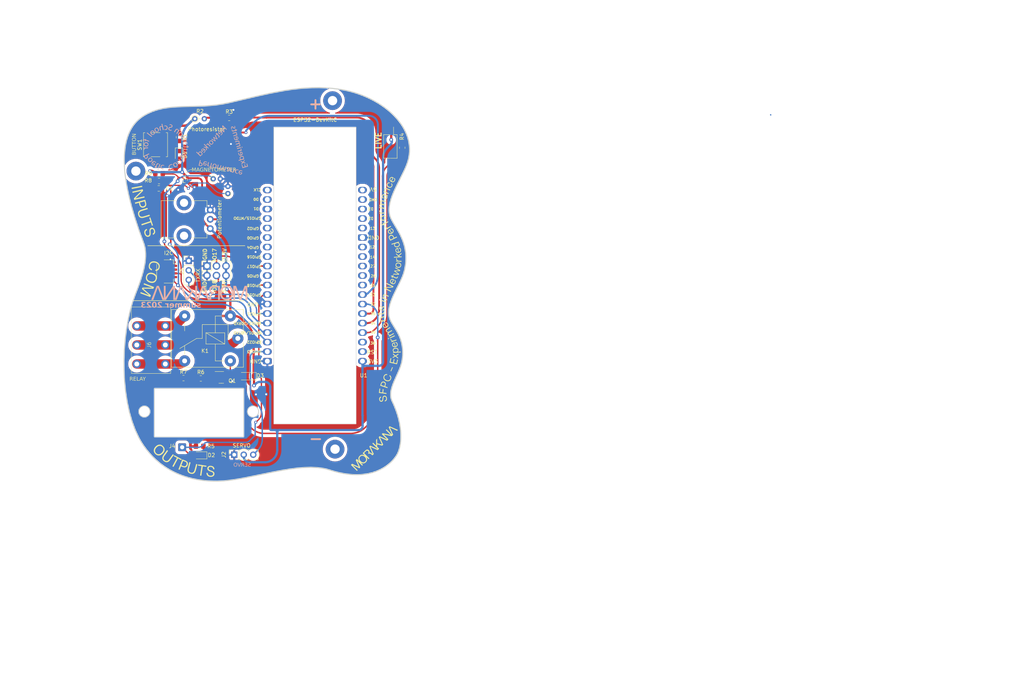
<source format=kicad_pcb>
(kicad_pcb (version 20221018) (generator pcbnew)
  (layers (0 "F.Cu" signal) (31 "B.Cu" signal) (34 "B.Paste" user) (35 "F.Paste" user) (36 "B.SilkS" user "B.Silkscreen") (37 "F.SilkS" user "F.Silkscreen") (38 "B.Mask" user) (39 "F.Mask" user) (44 "Edge.Cuts" user))
  (net 0 "")
  (net 1 "Net-(D1-A)")
  (net 2 "GND")
  (net 3 "Net-(D2-K)")
  (net 4 "+3V3")
  (net 5 "Net-(D2-A)")
  (net 6 "Net-(J2-Pin_3)")
  (net 7 "Net-(J3-Pin_2)")
  (net 8 "Net-(J3-Pin_3)")
  (net 9 "SCL")
  (net 10 "Net-(Q1-B)")
  (net 11 "Net-(U1-VDET_1{slash}GPIO34{slash}ADC1_CH6)")
  (net 12 "SDA")
  (net 13 "relay_control")
  (net 14 "Net-(U1-VDET_2{slash}GPIO35{slash}ADC1_CH7)")
  (net 16 "push")
  (net 17 "performance")
  (net 23 "io17")
  (net 38 "Net-(D3-A)")
  (net 39 "io18")
  (net 41 "Net-(J6-NC-Pad1)")
  (net 42 "Net-(J6-C-Pad2)")
  (net 43 "Net-(J6-NO-Pad3)")
  (footprint "Espressif:ESP32-Dev_Batt_18650" (layer "F.Cu") (at 108.484436 107.739565 180)
    (fp_text reference "U1")
    (fp_text value "ESP32-DevKitC")
    (fp_rect (start 1.7 -16.762) (end 23.7 62.524) (stroke (width 0.12)) (fill none) (layer "Edge.Cuts"))
  )
  (footprint "Resistor_SMD:R_0805_2012Metric_Pad1.20x1.40mm_HandSolder" (layer "F.Cu") (at 54.177736 59.626965 180)
    (fp_text reference "R8")
    (fp_text value "2.7K" hide)
  )
  (footprint "Connector_JST:JST_SH_SM04B-SRSS-TB_1x04-1MP_P1.00mm_Horizontal" (layer "F.Cu") (at 56.235136 83.782365 -90)
    (fp_text reference "J5")
    (fp_text value "I2C " hide)
  )
  (footprint "Resistor_SMD:R_0805_2012Metric_Pad1.20x1.40mm_HandSolder" (layer "F.Cu") (at 54.177736 57.620365 180)
    (fp_text reference "R9")
    (fp_text value "2.7K" hide)
  )
  (footprint "Resistor_THT:R_Axial_DIN0204_L3.6mm_D1.6mm_P1.90mm_Vertical" (layer "F.Cu") (at 68.632736 59.036365)
    (fp_text reference "SW4" hide)
    (fp_text value "SW_Reed" hide)
  )
  (footprint "Resistor_THT:R_Axial_DIN0204_L3.6mm_D1.6mm_P2.54mm_Vertical" (layer "F.Cu") (at 63.732736 42.986365)
    (fp_text reference "R2")
    (fp_text value "Photoresistor")
  )
  (footprint "Button_Switch_SMD:SW_DIP_SPSTx01_Slide_Omron_A6S-110x_W8.9mm_P2.54mm" (layer "F.Cu") (at 115.925136 50.381365 -90)
    (fp_text reference "SW2" hide)
    (fp_text value "SW_DIP_x01" hide)
  )
  (footprint "Resistor_SMD:R_0805_2012Metric_Pad1.20x1.40mm_HandSolder" (layer "F.Cu") (at 65.328336 112.357365)
    (fp_text reference "R6")
    (fp_text value "1K")
  )
  (footprint "MountingHole:MountingHole_2.5mm_Pad_TopBottom" (layer "F.Cu") (at 100.492736 38.146365)
    (fp_text reference "H3" hide)
    (fp_text value "MountingHole" hide)
  )
  (footprint "Resistor_SMD:R_0805_2012Metric_Pad1.20x1.40mm_HandSolder" (layer "F.Cu") (at 65.023536 130.467565)
    (fp_text reference "R5")
    (fp_text value "220" hide)
  )
  (footprint "Button_Switch_SMD:SW_Push_1P1T_NO_CK_KSC7xxJ" (layer "F.Cu") (at 53.237936 49.924165 -90)
    (fp_text reference "SW1")
    (fp_text value "SW_DIP_x01")
  )
  (footprint "Connector_Wire:SolderWire-0.5sqmm_1x01_D0.9mm_OD2.1mm" (layer "F.Cu") (at 60.349936 130.746965)
    (fp_text reference "J4")
    (fp_text value "OUT0" hide)
  )
  (footprint "LED_SMD:LED_0805_2012Metric_Pad1.15x1.40mm_HandSolder" (layer "F.Cu") (at 65.099736 132.905965 180)
    (fp_text reference "D2")
    (fp_text value "LED")
  )
  (footprint "Potentiometer_THT:Potentiometer_Bourns_PTV09A-1_Single_Vertical" (layer "F.Cu") (at 67.847736 67.337765 180)
    (fp_text reference "RV5K1" hide)
    (fp_text value "Potentiometer")
  )
  (footprint "Resistor_SMD:R_0805_2012Metric_Pad1.20x1.40mm_HandSolder" (layer "F.Cu") (at 119.100136 50.720965 90)
    (fp_text reference "R4")
    (fp_text value "1M")
  )
  (footprint "Resistor_SMD:R_0805_2012Metric_Pad1.20x1.40mm_HandSolder" (layer "F.Cu") (at 60.705536 112.255765)
    (fp_text reference "R7")
    (fp_text value "10K")
  )
  (footprint "Diode_SMD:D_SOD-123" (layer "F.Cu") (at 77.774336 111.747765 180)
    (fp_text reference "D3")
    (fp_text value "1N4148W" hide)
  )
  (footprint "Resistor_THT:R_Axial_DIN0204_L3.6mm_D1.6mm_P1.90mm_Vertical" (layer "F.Cu") (at 72.562736 62.961365 90)
    (fp_text reference "SW3" hide)
    (fp_text value "SW_Reed" hide)
  )
  (footprint "Capacitor_SMD:C_0805_2012Metric" (layer "F.Cu") (at 54.101536 61.608165)
    (fp_text reference "C1")
    (fp_text value "2.2uF" hide)
  )
  (footprint "Connector_PinHeader_2.54mm:PinHeader_1x03_P2.54mm_Vertical" (layer "F.Cu") (at 62.102536 80.937565)
    (fp_text reference "J3" hide)
    (fp_text value "TXRX")
  )
  (footprint "Package_BGA:WLP-4_0.86x0.86mm_P0.4mm" (layer "F.Cu") (at 61.178736 59.499965 180)
    (fp_text reference "U2" hide)
    (fp_text value "Magnetometer" hide)
  )
  (footprint "Resistor_SMD:R_0805_2012Metric_Pad1.20x1.40mm_HandSolder" (layer "F.Cu") (at 59.486336 47.917565 -90)
    (fp_text reference "R1")
    (fp_text value "R220")
  )
  (footprint "MountingHole:MountingHole_2.5mm_Pad_TopBottom" (layer "F.Cu") (at 48.002736 56.966365)
    (fp_text reference "H4" hide)
    (fp_text value "MountingHole" hide)
  )
  (footprint "Graphics:MORAKANA_20mm_White" (layer "F.Cu") (at 111.657936 130.772365 45)
    (fp_text reference "G***" hide)
    (fp_text value "LOGO" hide)
  )
  (footprint "Connector_PinSocket_2.54mm:PinSocket_2x03_P2.54mm_Vertical" (layer "F.Cu") (at 66.971236 82.314565 90)
    (fp_text reference "J1" hide)
    (fp_text value "hookup" hide)
  )
  (footprint "Resistor_SMD:R_0805_2012Metric_Pad1.20x1.40mm_HandSolder" (layer "F.Cu") (at 72.897536 42.761365)
    (fp_text reference "R3")
    (fp_text value "10K")
  )
  (footprint "MountingHole:MountingHole_2.5mm_Pad_TopBottom" (layer "F.Cu") (at 101.162736 131.246365)
    (fp_text reference "H1" hide)
    (fp_text value "MountingHole" hide)
  )
  (footprint "Relay_THT:Relay_SPDT_Finder_36.11" (layer "F.Cu") (at 75.206036 101.663965 180)
    (fp_text reference "K1")
    (fp_text value "FINDER-36.11" hide)
  )
  (footprint "LED_SMD:LED_0805_2012Metric_Pad1.15x1.40mm_HandSolder" (layer "F.Cu") (at 59.462736 52.638865 -90)
    (fp_text reference "D1")
    (fp_text value "LED" hide)
  )
  (footprint "spring_terminal:spring_terminal" (layer "F.Cu") (at 52.044136 103.416565 90)
    (fp_text reference "J6")
    (fp_text value "~")
  )
  (footprint "Package_TO_SOT_SMD:SOT-23" (layer "F.Cu") (at 70.789336 112.077965)
    (fp_text reference "Q1")
    (fp_text value "MMBT3904" hide)
  )
  (footprint "Connector_PinSocket_2.54mm:PinSocket_1x03_P2.54mm_Vertical" (layer "F.Cu") (at 74.243736 132.728165 90)
    (fp_text reference "J2")
    (fp_text value "SERVO")
  )
  (gr_rect (start 217.3732 41.8846) (end 217.5256 42.0116) (stroke (width 0.2)) (fill none) (layer "B.Cu"))
  (gr_poly (pts (xy 76.335032 50.461338) (xy 76.331293 50.46147) (xy 76.327561 50.461722) (xy 76.323838 50.462094) (xy 76.320127 50.462586) (xy 76.316432 50.463197) (xy 76.312754 50.463928) (xy 76.309097 50.464779) (xy 76.305464 50.465751) (xy 76.301857 50.466842) (xy 76.293625 50.469391) (xy 76.285658 50.472487) (xy 76.277978 50.476105) (xy 76.270606 50.480224) (xy 76.263563 50.484822) (xy 76.256869 50.489875) (xy 76.250547 50.495361) (xy 76.244616 50.501259) (xy 76.239098 50.507545) (xy 76.234014 50.514197) (xy 76.229384 50.521192) (xy 76.22523 50.528509) (xy 76.221573 50.536125) (xy 76.218434 50.544017) (xy 76.215834 50.552163) (xy 76.213793 50.560541) (xy 76.212679 50.566726) (xy 76.211892 50.572898) (xy 76.211424 50.579049) (xy 76.21127 50.585169) (xy 76.211423 50.591248) (xy 76.211878 50.597277) (xy 76.212628 50.603247) (xy 76.213667 50.609148) (xy 76.214989 50.614971) (xy 76.216587 50.620706) (xy 76.218456 50.626344) (xy 76.220589 50.631876) (xy 76.22298 50.637292) (xy 76.225623 50.642583) (xy 76.228512 50.64774) (xy 76.23164 50.652752) (xy 76.235002 50.657611) (xy 76.238591 50.662307) (xy 76.242401 50.666831) (xy 76.246425 50.671173) (xy 76.250658 50.675325) (xy 76.255094 50.679276) (xy 76.259725 50.683017) (xy 76.264547 50.686538) (xy 76.269553 50.689831) (xy 76.274736 50.692887) (xy 76.280091 50.695694) (xy 76.285611 50.698245) (xy 76.291291 50.700529) (xy 76.297123 50.702538) (xy 76.303102 50.704262) (xy 76.309222 50.705691) (xy 76.312772 50.706371) (xy 76.316335 50.706946) (xy 76.31991 50.707416) (xy 76.323493 50.70778) (xy 76.327082 50.70804) (xy 76.330676 50.708195) (xy 76.334271 50.708245) (xy 76.337865 50.70819) (xy 76.341456 50.70803) (xy 76.345042 50.707764) (xy 76.348619 50.707394) (xy 76.352187 50.706918) (xy 76.355741 50.706337) (xy 76.359281 50.70565) (xy 76.362804 50.704858) (xy 76.366307 50.703961) (xy 76.374502 50.701428) (xy 76.382433 50.698352) (xy 76.390078 50.694757) (xy 76.397415 50.690663) (xy 76.404426 50.686093) (xy 76.411087 50.68107) (xy 76.41738 50.675616) (xy 76.423282 50.669753) (xy 76.428773 50.663503) (xy 76.433832 50.656889) (xy 76.438439 50.649933) (xy 76.442572 50.642657) (xy 76.44621 50.635083) (xy 76.449334 50.627234) (xy 76.451921 50.619132) (xy 76.453951 50.610799) (xy 76.454658 50.607092) (xy 76.45525 50.603373) (xy 76.455727 50.599644) (xy 76.456088 50.595907) (xy 76.456334 50.592165) (xy 76.456466 50.588421) (xy 76.456482 50.584676) (xy 76.456383 50.580934) (xy 76.456169 50.577196) (xy 76.455841 50.573466) (xy 76.455397 50.569745) (xy 76.454839 50.566036) (xy 76.454165 50.562342) (xy 76.453377 50.558665) (xy 76.452474 50.555008) (xy 76.451456 50.551372) (xy 76.4492 50.543207) (xy 76.446385 50.535298) (xy 76.443034 50.527666) (xy 76.439171 50.520334) (xy 76.434818 50.513324) (xy 76.429998 50.506657) (xy 76.424733 50.500356) (xy 76.419048 50.494444) (xy 76.412964 50.488941) (xy 76.406506 50.483871) (xy 76.399694 50.479255) (xy 76.392554 50.475115) (xy 76.385107 50.471474) (xy 76.377376 50.468353) (xy 76.369384 50.465775) (xy 76.361155 50.463761) (xy 76.357448 50.463056) (xy 76.353728 50.462471) (xy 76.349998 50.462005) (xy 76.346261 50.461659) (xy 76.342519 50.461432) (xy 76.338775 50.461325)) (fill solid) (layer "B.SilkS"))
  (gr_poly (pts (xy 59.847496 53.396191) (xy 60.322827 53.831769) (xy 60.351666 53.859482) (xy 60.377681 53.887171) (xy 60.400818 53.914798) (xy 60.421022 53.942325) (xy 60.430006 53.956038) (xy 60.438237 53.969713) (xy 60.445706 53.983344) (xy 60.452408 53.996927) (xy 60.458336 54.010456) (xy 60.463482 54.023927) (xy 60.467839 54.037335) (xy 60.471402 54.050676) (xy 60.474162 54.063944) (xy 60.476113 54.077136) (xy 60.477249 54.090246) (xy 60.477562 54.10327) (xy 60.477045 54.116203) (xy 60.475692 54.12904) (xy 60.473496 54.141777) (xy 60.470449 54.154409) (xy 60.466546 54.16693) (xy 60.461778 54.179337) (xy 60.45614 54.191625) (xy 60.449624 54.203789) (xy 60.442224 54.215824) (xy 60.433932 54.227725) (xy 60.424742 54.239489) (xy 60.414647 54.251109) (xy 60.407055 54.258442) (xy 60.399225 54.26543) (xy 60.391169 54.27207) (xy 60.382898 54.278359) (xy 60.365758 54.289882) (xy 60.347895 54.299981) (xy 60.329402 54.30864) (xy 60.310371 54.315844) (xy 60.290893 54.321577) (xy 60.27106 54.325822) (xy 60.250965 54.328563) (xy 60.230697 54.329784) (xy 60.21035 54.32947) (xy 60.190016 54.327603) (xy 60.169785 54.324168) (xy 60.14975 54.31915) (xy 60.139835 54.316041) (xy 60.130003 54.312531) (xy 60.120265 54.308616) (xy 60.110634 54.304295) (xy 60.098777 54.298746) (xy 60.087147 54.292768) (xy 60.075753 54.286368) (xy 60.064608 54.279555) (xy 60.053723 54.272335) (xy 60.043108 54.264716) (xy 60.032775 54.256705) (xy 60.022736 54.248309) (xy 59.5043 53.772982) (xy 59.367134 53.921906) (xy 59.871014 54.383237) (xy 59.895025 54.406415) (xy 59.916825 54.430124) (xy 59.936326 54.454277) (xy 59.945189 54.466494) (xy 59.953444 54.478789) (xy 59.961082 54.491153) (xy 59.968092 54.503574) (xy 59.974462 54.516041) (xy 59.980183 54.528544) (xy 59.985243 54.541072) (xy 59.989632 54.553615) (xy 59.993339 54.56616) (xy 59.996353 54.578699) (xy 59.998663 54.59122) (xy 60.000259 54.603711) (xy 60.001129 54.616164) (xy 60.001264 54.628565) (xy 60.000652 54.640906) (xy 59.999282 54.653175) (xy 59.997144 54.665361) (xy 59.994227 54.677454) (xy 59.990521 54.689443) (xy 59.986013 54.701317) (xy 59.980695 54.713065) (xy 59.974554 54.724677) (xy 59.967581 54.736141) (xy 59.959764 54.747448) (xy 59.951092 54.758585) (xy 59.941555 54.769544) (xy 59.933295 54.777285) (xy 59.924784 54.784645) (xy 59.916033 54.791623) (xy 59.907055 54.798215) (xy 59.888472 54.810239) (xy 59.869134 54.820702) (xy 59.849144 54.829586) (xy 59.828603 54.836879) (xy 59.807611 54.842563) (xy 59.786271 54.846623) (xy 59.764684 54.849045) (xy 59.742951 54.849812) (xy 59.721172 54.84891) (xy 59.699451 54.846322) (xy 59.677887 54.842034) (xy 59.656582 54.83603) (xy 59.646058 54.83238) (xy 59.635637 54.828295) (xy 59.625332 54.823773) (xy 59.615155 54.818812) (xy 59.609255 54.816218) (xy 59.603419 54.813497) (xy 59.597648 54.81065) (xy 59.591945 54.807679) (xy 59.586312 54.804585) (xy 59.58075 54.801369) (xy 59.575262 54.798033) (xy 59.569848 54.794577) (xy 59.564513 54.791005) (xy 59.559256 54.787316) (xy 59.554081 54.783513) (xy 59.548989 54.779596) (xy 59.543982 54.775568) (xy 59.539062 54.771428) (xy 59.534231 54.76718) (xy 59.529492 54.762824) (xy 59.022816 54.298695) (xy 58.886212 54.447619) (xy 59.498143 55.007485) (xy 59.560175 55.064934) (xy 59.589127 55.09229) (xy 59.616906 55.11897) (xy 59.64366 55.145151) (xy 59.669542 55.171011) (xy 59.694703 55.196726) (xy 59.719292 55.222474) (xy 59.841343 55.088668) (xy 59.712574 54.957658) (xy 59.717053 54.95262) (xy 59.744215 54.958791) (xy 59.77151 54.962982) (xy 59.798843 54.965224) (xy 59.826117 54.965546) (xy 59.853233 54.963979) (xy 59.880096 54.960553) (xy 59.906608 54.955296) (xy 59.932672 54.948239) (xy 59.958192 54.939413) (xy 59.98307 54.928846) (xy 60.00721 54.916568) (xy 60.030514 54.90261) (xy 60.052886 54.887002) (xy 60.074229 54.869772) (xy 60.094445 54.850951) (xy 60.113438 54.830569) (xy 60.122516 54.820491) (xy 60.131128 54.810118) (xy 60.139271 54.799466) (xy 60.146943 54.78855) (xy 60.160867 54.765988) (xy 60.172885 54.742557) (xy 60.182981 54.71838) (xy 60.19114 54.693581) (xy 60.197345 54.668285) (xy 60.20158 54.642614) (xy 60.203832 54.616694) (xy 60.204083 54.590647) (xy 60.202318 54.564599) (xy 60.198521 54.538672) (xy 60.192677 54.512991) (xy 60.18477 54.487679) (xy 60.180038 54.475201) (xy 60.174785 54.462861) (xy 60.169007 54.450676) (xy 60.162705 54.438661) (xy 60.166066 54.435302) (xy 60.178093 54.438063) (xy 60.190175 54.440509) (xy 60.202304 54.442639) (xy 60.214474 54.444453) (xy 60.22668 54.445951) (xy 60.238914 54.447133) (xy 60.251171 54.447997) (xy 60.263444 54.448544) (xy 60.275727 54.448774) (xy 60.288014 54.448686) (xy 60.300298 54.44828) (xy 60.312573 54.447555) (xy 60.324833 54.446511) (xy 60.337071 54.445148) (xy 60.349282 54.443465) (xy 60.361458 54.441462) (xy 60.378111 54.438163) (xy 60.394549 54.434151) (xy 60.410751 54.429439) (xy 60.426697 54.424038) (xy 60.442365 54.417961) (xy 60.457735 54.411219) (xy 60.472786 54.403825) (xy 60.487496 54.395791) (xy 60.501846 54.387128) (xy 60.515815 54.377848) (xy 60.52938 54.367964) (xy 60.542523 54.357487) (xy 60.555221 54.34643) (xy 60.567455 54.334804) (xy 60.579202 54.322621) (xy 60.590443 54.309893) (xy 60.609181 54.287528) (xy 60.626849 54.262501) (xy 60.635124 54.249027) (xy 60.642941 54.234933) (xy 60.650238 54.220234) (xy 60.656951 54.204945) (xy 60.663017 54.189081) (xy 60.668372 54.172657) (xy 60.672955 54.155689) (xy 60.6767 54.138191) (xy 60.679545 54.120178) (xy 60.681427 54.101666) (xy 60.682283 54.082669) (xy 60.682048 54.063203) (xy 60.680661 54.043282) (xy 60.678057 54.022922) (xy 60.674174 54.002138) (xy 60.668948 53.980945) (xy 60.662315 53.959358) (xy 60.654214 53.937392) (xy 60.64458 53.915061) (xy 60.63335 53.892382) (xy 60.620461 53.86937) (xy 60.605849 53.846038) (xy 60.589453 53.822403) (xy 60.571207 53.798479) (xy 60.551049 53.774282) (xy 60.528916 53.749826) (xy 60.504744 53.725127) (xy 60.47847 53.7002) (xy 59.984108 53.247268)) (fill solid) (layer "B.SilkS"))
  (gr_poly (pts (xy 50.869492 46.807132) (xy 52.184056 47.838405) (xy 52.311707 47.675484) (xy 50.997696 46.644211)) (fill solid) (layer "B.SilkS"))
  (gr_poly (pts (xy 75.253237 48.852978) (xy 75.22577 48.854429) (xy 75.197143 48.857242) (xy 75.167336 48.861475) (xy 75.136331 48.867188) (xy 75.104108 48.874441) (xy 75.070649 48.883292) (xy 74.454111 49.058215) (xy 74.506678 49.244256) (xy 75.102456 49.076263) (xy 75.139097 49.066645) (xy 75.174395 49.059331) (xy 75.208281 49.054343) (xy 75.240685 49.051706) (xy 75.271539 49.051445) (xy 75.300774 49.053583) (xy 75.328321 49.058145) (xy 75.34144 49.061342) (xy 75.354111 49.065155) (xy 75.366326 49.069585) (xy 75.378076 49.074636) (xy 75.389352 49.080311) (xy 75.400145 49.086613) (xy 75.410448 49.093545) (xy 75.420251 49.10111) (xy 75.429546 49.109311) (xy 75.438324 49.118151) (xy 75.446577 49.127634) (xy 75.454296 49.137761) (xy 75.461472 49.148536) (xy 75.468097 49.159962) (xy 75.474162 49.172043) (xy 75.479659 49.184781) (xy 75.484579 49.198178) (xy 75.488913 49.212239) (xy 75.492884 49.231978) (xy 75.495263 49.251759) (xy 75.496082 49.271499) (xy 75.495374 49.291115) (xy 75.493173 49.310523) (xy 75.489512 49.329639) (xy 75.484424 49.348381) (xy 75.477942 49.366665) (xy 75.470099 49.384407) (xy 75.460928 49.401525) (xy 75.450463 49.417934) (xy 75.438736 49.433552) (xy 75.425781 49.448296) (xy 75.41163 49.462081) (xy 75.396317 49.474824) (xy 75.379876 49.486442) (xy 75.374633 49.490033) (xy 75.36932 49.493511) (xy 75.363939 49.496876) (xy 75.358491 49.500126) (xy 75.352979 49.503262) (xy 75.347404 49.506283) (xy 75.341768 49.509186) (xy 75.336073 49.511972) (xy 75.330321 49.514639) (xy 75.324513 49.517187) (xy 75.318651 49.519615) (xy 75.312737 49.521922) (xy 75.306774 49.524106) (xy 75.300762 49.526167) (xy 75.294704 49.528105) (xy 75.288601 49.529918) (xy 74.641598 49.713506) (xy 74.694163 49.899545) (xy 75.321974 49.721341) (xy 75.35295 49.713513) (xy 75.383234 49.707737) (xy 75.412717 49.704038) (xy 75.441287 49.702441) (xy 75.468833 49.702969) (xy 75.495244 49.705649) (xy 75.52041 49.710504) (xy 75.532491 49.713754) (xy 75.544218 49.717558) (xy 75.555579 49.721918) (xy 75.566559 49.726837) (xy 75.577144 49.732318) (xy 75.587321 49.738365) (xy 75.597075 49.744979) (xy 75.606393 49.752166) (xy 75.61526 49.759926) (xy 75.623664 49.768265) (xy 75.631589 49.777183) (xy 75.639023 49.786686) (xy 75.645951 49.796775) (xy 75.652359 49.807454) (xy 75.658234 49.818726) (xy 75.663561 49.830594) (xy 75.668327 49.843061) (xy 75.672518 49.85613) (xy 75.676455 49.877291) (xy 75.678671 49.898469) (xy 75.679203 49.919573) (xy 75.67809 49.940514) (xy 75.67537 49.961201) (xy 75.67108 49.981545) (xy 75.665258 50.001456) (xy 75.657943 50.020843) (xy 75.649172 50.039617) (xy 75.638984 50.057687) (xy 75.627416 50.074964) (xy 75.614507 50.091357) (xy 75.600293 50.106776) (xy 75.584814 50.121132) (xy 75.568108 50.134334) (xy 75.550211 50.146292) (xy 75.54513 50.149981) (xy 75.539971 50.153548) (xy 75.534736 50.156991) (xy 75.529427 50.16031) (xy 75.524047 50.163504) (xy 75.518597 50.166572) (xy 75.513079 50.169513) (xy 75.507496 50.172327) (xy 75.50185 50.175011) (xy 75.496143 50.177567) (xy 75.490376 50.179992) (xy 75.484552 50.182287) (xy 75.478674 50.184449) (xy 75.472743 50.186479) (xy 75.466761 50.188375) (xy 75.46073 50.190137) (xy 74.828589 50.371186) (xy 74.881155 50.557227) (xy 75.639986 50.336281) (xy 75.718098 50.314787) (xy 75.790703 50.295896) (xy 75.859455 50.279247) (xy 75.926005 50.264481) (xy 75.878701 50.098231) (xy 75.707356 50.137002) (xy 75.705479 50.131005) (xy 75.724053 50.111936) (xy 75.74109 50.091775) (xy 75.756568 50.070617) (xy 75.770461 50.048554) (xy 75.782745 50.025679) (xy 75.793398 50.002084) (xy 75.802393 49.977862) (xy 75.809707 49.953105) (xy 75.815316 49.927907) (xy 75.819196 49.902361) (xy 75.821322 49.876558) (xy 75.821671 49.850591) (xy 75.820217 49.824554) (xy 75.816938 49.798539) (xy 75.811808 49.772639) (xy 75.804804 49.746946) (xy 75.801173 49.734501) (xy 75.797067 49.722288) (xy 75.792498 49.710316) (xy 75.787476 49.698596) (xy 75.782015 49.687136) (xy 75.776124 49.675946) (xy 75.769817 49.665035) (xy 75.763105 49.654412) (xy 75.755999 49.644088) (xy 75.748511 49.634071) (xy 75.740654 49.62437) (xy 75.732438 49.614996) (xy 75.723875 49.605957) (xy 75.714976 49.597262) (xy 75.705755 49.588922) (xy 75.696222 49.580945) (xy 75.686388 49.573341) (xy 75.676267 49.566119) (xy 75.665869 49.559289) (xy 75.655205 49.55286) (xy 75.644289 49.546841) (xy 75.63313 49.541242) (xy 75.621742 49.536071) (xy 75.610135 49.531339) (xy 75.598322 49.527055) (xy 75.586314 49.523228) (xy 75.574123 49.519868) (xy 75.56176 49.516983) (xy 75.549237 49.514584) (xy 75.536566 49.512679) (xy 75.523759 49.511279) (xy 75.510827 49.510391) (xy 75.511692 49.506204) (xy 75.520017 49.497839) (xy 75.528109 49.489267) (xy 75.535963 49.480495) (xy 75.543578 49.471526) (xy 75.550949 49.462367) (xy 75.558073 49.453023) (xy 75.564946 49.443498) (xy 75.571565 49.433798) (xy 75.577926 49.423927) (xy 75.584026 49.413892) (xy 75.589861 49.403696) (xy 75.595428 49.393346) (xy 75.600723 49.382846) (xy 75.605742 49.372201) (xy 75.610483 49.361417) (xy 75.614941 49.350499) (xy 75.620668 49.335314) (xy 75.6257 49.319944) (xy 75.630036 49.304412) (xy 75.633675 49.288743) (xy 75.636616 49.272959) (xy 75.63886 49.257083) (xy 75.640406 49.241138) (xy 75.641252 49.225149) (xy 75.641399 49.209137) (xy 75.640845 49.193127) (xy 75.63959 49.177142) (xy 75.637634 49.161204) (xy 75.634976 49.145338) (xy 75.631615 49.129565) (xy 75.62755 49.113911) (xy 75.622782 49.098397) (xy 75.614092 49.072037) (xy 75.602674 49.045182) (xy 75.595894 49.031717) (xy 75.588375 49.018306) (xy 75.580097 49.005009) (xy 75.571041 48.991885) (xy 75.561188 48.978994) (xy 75.550519 48.966394) (xy 75.539015 48.954146) (xy 75.526657 48.942309) (xy 75.513426 48.930942) (xy 75.499302 48.920104) (xy 75.484266 48.909856) (xy 75.4683 48.900255) (xy 75.451383 48.891363) (xy 75.433498 48.883237) (xy 75.414625 48.875938) (xy 75.394744 48.869525) (xy 75.373837 48.864057) (xy 75.351884 48.859594) (xy 75.328867 48.856196) (xy 75.304766 48.85392) (xy 75.279562 48.852828)) (fill solid) (layer "B.SilkS"))
  (gr_poly (pts (xy 61.034417 48.06515) (xy 61.154225 48.336124) (xy 60.594357 48.584705) (xy 60.570581 48.594497) (xy 60.547753 48.602835) (xy 60.525874 48.609658) (xy 60.504947 48.614902) (xy 60.484975 48.618507) (xy 60.465959 48.620409) (xy 60.456811 48.620702) (xy 60.447904 48.620546) (xy 60.439236 48.619934) (xy 60.43081 48.618856) (xy 60.422624 48.617307) (xy 60.414681 48.615277) (xy 60.406978 48.612759) (xy 60.399518 48.609745) (xy 60.3923 48.606228) (xy 60.385325 48.6022) (xy 60.378592 48.597652) (xy 60.372103 48.592578) (xy 60.365858 48.586969) (xy 60.359856 48.580817) (xy 60.354098 48.574115) (xy 60.348585 48.566855) (xy 60.343317 48.559029) (xy 60.338294 48.550629) (xy 60.333516 48.541648) (xy 60.328984 48.532078) (xy 60.322936 48.51821) (xy 60.317348 48.504161) (xy 60.312225 48.489942) (xy 60.30757 48.475566) (xy 60.303388 48.461046) (xy 60.299682 48.446394) (xy 60.296455 48.431623) (xy 60.293713 48.416745) (xy 60.147587 48.472731) (xy 60.148657 48.484418) (xy 60.149996 48.496065) (xy 60.151602 48.507667) (xy 60.153475 48.51922) (xy 60.155613 48.530721) (xy 60.158016 48.542164) (xy 60.160681 48.553544) (xy 60.163608 48.564859) (xy 60.166795 48.576102) (xy 60.170242 48.58727) (xy 60.173947 48.598358) (xy 60.177908 48.609363) (xy 60.182125 48.620278) (xy 60.186596 48.631101) (xy 60.191321 48.641826) (xy 60.196297 48.652449) (xy 60.20211 48.666814) (xy 60.208656 48.680772) (xy 60.215913 48.6943) (xy 60.223856 48.707375) (xy 60.232464 48.719973) (xy 60.241711 48.732071) (xy 60.251575 48.743646) (xy 60.262033 48.754674) (xy 60.273061 48.765132) (xy 60.284635 48.774996) (xy 60.296734 48.784244) (xy 60.309332 48.792851) (xy 60.322407 48.800795) (xy 60.335935 48.808051) (xy 60.349893 48.814597) (xy 60.364258 48.82041) (xy 60.379512 48.825276) (xy 60.395254 48.828975) (xy 60.411484 48.831534) (xy 60.428205 48.83298) (xy 60.445418 48.83334) (xy 60.463125 48.832642) (xy 60.481327 48.830912) (xy 60.500026 48.828177) (xy 60.519224 48.824464) (xy 60.538922 48.819802) (xy 60.559122 48.814215) (xy 60.579825 48.807732) (xy 60.601034 48.80038) (xy 60.622749 48.792186) (xy 60.644972 48.783177) (xy 60.667706 48.773379) (xy 61.23597 48.522561) (xy 61.307629 48.683802) (xy 61.451516 48.619977) (xy 61.380413 48.458734) (xy 61.630112 48.346763) (xy 61.597641 48.140172) (xy 61.298672 48.272301) (xy 61.178303 48.001325)) (fill solid) (layer "B.SilkS"))
  (gr_poly (pts (xy 71.035569 44.894935) (xy 71.248291 45.777995) (xy 71.265061 45.846141) (xy 71.282956 45.913987) (xy 71.301969 45.98152) (xy 71.322098 46.048725) (xy 71.343338 46.115591) (xy 71.365683 46.182103) (xy 71.38913 46.248247) (xy 71.413674 46.314011) (xy 71.409491 46.313146) (xy 71.35968 46.256864) (xy 71.30974 46.201767) (xy 71.259151 46.147267) (xy 71.207392 46.092774) (xy 71.153941 46.037697) (xy 71.098278 45.981447) (xy 71.039882 45.923434) (xy 70.978232 45.863068) (xy 70.52286 45.421095) (xy 70.394497 45.553533) (xy 71.485291 46.609965) (xy 71.62365 46.468373) (xy 71.406247 45.586841) (xy 71.389212 45.516284) (xy 71.371121 45.446006) (xy 71.351978 45.376017) (xy 71.331788 45.306329) (xy 71.310553 45.236954) (xy 71.28828 45.167905) (xy 71.264971 45.099192) (xy 71.240631 45.030827) (xy 71.242302 45.031796) (xy 71.33962 45.136283) (xy 71.389593 45.188674) (xy 71.441353 45.242033) (xy 71.495583 45.297013) (xy 71.552967 45.354266) (xy 71.614187 45.414446) (xy 71.679928 45.478205) (xy 72.147568 45.930193) (xy 72.275828 45.79524) (xy 71.185032 44.738808)) (fill solid) (layer "B.SilkS"))
  (gr_poly (pts (xy 57.586409 55.115592) (xy 57.55967 55.116579) (xy 57.532971 55.118269) (xy 57.506326 55.120662) (xy 57.479749 55.123755) (xy 57.453255 55.127549) (xy 57.426856 55.132041) (xy 57.400568 55.13723) (xy 57.374404 55.143116) (xy 57.348379 55.149697) (xy 57.322506 55.156972) (xy 57.282512 55.168191) (xy 57.243596 55.180841) (xy 57.205797 55.194903) (xy 57.169152 55.210358) (xy 57.1337 55.227186) (xy 57.099479 55.24537) (xy 57.066528 55.264888) (xy 57.034883 55.285723) (xy 57.004585 55.307856) (xy 56.975671 55.331267) (xy 56.948179 55.355937) (xy 56.922148 55.381847) (xy 56.897615 55.408979) (xy 56.874619 55.437313) (xy 56.853199 55.466829) (xy 56.833392 55.49751) (xy 56.815237 55.529335) (xy 56.798772 55.562287) (xy 56.784035 55.596345) (xy 56.771064 55.63149) (xy 56.759898 55.667705) (xy 56.750575 55.704969) (xy 56.743133 55.743263) (xy 56.73761 55.782569) (xy 56.734046 55.822867) (xy 56.732477 55.864138) (xy 56.732942 55.906364) (xy 56.735479 55.949524) (xy 56.740127 55.993601) (xy 56.746924 56.038575) (xy 56.755908 56.084426) (xy 56.767117 56.131137) (xy 56.779702 56.175465) (xy 56.793917 56.218367) (xy 56.809721 56.259818) (xy 56.827075 56.299797) (xy 56.845937 56.338279) (xy 56.866268 56.375243) (xy 56.888028 56.410665) (xy 56.911177 56.444522) (xy 56.935674 56.476792) (xy 56.961479 56.507451) (xy 56.988551 56.536476) (xy 57.016852 56.563844) (xy 57.04634 56.589533) (xy 57.076975 56.613519) (xy 57.108718 56.63578) (xy 57.141528 56.656292) (xy 57.175364 56.675033) (xy 57.210187 56.691979) (xy 57.245956 56.707108) (xy 57.282632 56.720397) (xy 57.320174 56.731822) (xy 57.358541 56.741361) (xy 57.397694 56.748991) (xy 57.437593 56.754688) (xy 57.478197 56.758431) (xy 57.519466 56.760195) (xy 57.56136 56.759958) (xy 57.603839 56.757697) (xy 57.646862 56.753389) (xy 57.69039 56.747011) (xy 57.734382 56.738541) (xy 57.778798 56.727954) (xy 57.802374 56.722509) (xy 57.82575 56.716404) (xy 57.848915 56.709645) (xy 57.871853 56.702238) (xy 57.894554 56.694188) (xy 57.917003 56.685503) (xy 57.939187 56.676188) (xy 57.961094 56.66625) (xy 57.98271 56.655694) (xy 58.004022 56.644527) (xy 58.025018 56.632755) (xy 58.045684 56.620384) (xy 58.066008 56.60742) (xy 58.085975 56.59387) (xy 58.105574 56.579739) (xy 58.124791 56.565034) (xy 58.035214 56.415549) (xy 58.018936 56.428291) (xy 58.002334 56.440563) (xy 57.985421 56.45236) (xy 57.968205 56.463675) (xy 57.950697 56.474505) (xy 57.932908 56.484843) (xy 57.914849 56.494684) (xy 57.896529 56.504022) (xy 57.877959 56.512853) (xy 57.859149 56.521171) (xy 57.84011 56.52897) (xy 57.820853 56.536244) (xy 57.801387 56.54299) (xy 57.781724 56.5492) (xy 57.761873 56.55487) (xy 57.741845 56.559995) (xy 57.708329 56.568047) (xy 57.675191 56.574573) (xy 57.642457 56.579576) (xy 57.610151 56.583061) (xy 57.578296 56.585032) (xy 57.546918 56.585496) (xy 57.51604 56.584456) (xy 57.485688 56.581917) (xy 57.455885 56.577883) (xy 57.426655 56.572361) (xy 57.398025 56.565353) (xy 57.370016 56.556865) (xy 57.342655 56.546902) (xy 57.315966 56.535468) (xy 57.289972 56.522568) (xy 57.264698 56.508207) (xy 57.24017 56.49239) (xy 57.21641 56.47512) (xy 57.193444 56.456404) (xy 57.171295 56.436245) (xy 57.149989 56.414648) (xy 57.12955 56.391619) (xy 57.110001 56.367161) (xy 57.091368 56.34128) (xy 57.073675 56.31398) (xy 57.056946 56.285265) (xy 57.041206 56.255142) (xy 57.026479 56.223614) (xy 57.012789 56.190686) (xy 57.000161 56.156362) (xy 56.988619 56.120648) (xy 56.978188 56.083548) (xy 56.962762 56.014071) (xy 56.957248 55.980084) (xy 56.953192 55.946629) (xy 56.950588 55.913725) (xy 56.94943 55.881394) (xy 56.949712 55.849658) (xy 56.951428 55.818539) (xy 56.954572 55.788058) (xy 56.959138 55.758237) (xy 56.965119 55.729097) (xy 56.97251 55.700659) (xy 56.981304 55.672946) (xy 56.991496 55.645978) (xy 57.00308 55.619777) (xy 57.016049 55.594365) (xy 57.030398 55.569764) (xy 57.04612 55.545994) (xy 57.063209 55.523077) (xy 57.08166 55.501036) (xy 57.101465 55.479891) (xy 57.12262 55.459664) (xy 57.145118 55.440376) (xy 57.168954 55.422049) (xy 57.19412 55.404705) (xy 57.220611 55.388364) (xy 57.248421 55.37305) (xy 57.277544 55.358782) (xy 57.307974 55.345583) (xy 57.339705 55.333474) (xy 57.37273 55.322477) (xy 57.407044 55.312613) (xy 57.427835 55.307157) (xy 57.448738 55.302253) (xy 57.469741 55.297901) (xy 57.490833 55.294102) (xy 57.512003 55.290857) (xy 57.53324 55.288167) (xy 57.554533 55.286031) (xy 57.575871 55.284451) (xy 57.597243 55.283428) (xy 57.618639 55.282961) (xy 57.640047 55.283053) (xy 57.661456 55.283702) (xy 57.682855 55.284911) (xy 57.704233 55.286679) (xy 57.72558 55.289008) (xy 57.746884 55.291898) (xy 57.746884 55.124499) (xy 57.720203 55.121243) (xy 57.693478 55.118697) (xy 57.666722 55.11686) (xy 57.639948 55.115731) (xy 57.613173 55.115309)) (fill solid) (layer "B.SilkS"))
  (gr_poly (pts (xy 58.928914 45.664563) (xy 58.909173 45.665647) (xy 58.889149 45.667874) (xy 58.868873 45.671311) (xy 58.848373 45.676021) (xy 58.827682 45.682069) (xy 58.806827 45.68952) (xy 58.78584 45.698439) (xy 58.764749 45.708889) (xy 58.743586 45.720937) (xy 58.72238 45.734647) (xy 58.70116 45.750083) (xy 58.679958 45.76731) (xy 58.658802 45.786393) (xy 58.637723 45.807396) (xy 58.61675 45.830384) (xy 58.595914 45.855422) (xy 58.575245 45.882574) (xy 58.554772 45.911906) (xy 58.17574 46.47681) (xy 58.347622 46.592143) (xy 58.713772 46.046834) (xy 58.733339 46.018956) (xy 58.753809 45.992772) (xy 58.764374 45.980376) (xy 58.775155 45.968477) (xy 58.786148 45.957099) (xy 58.797349 45.946268) (xy 58.808756 45.936007) (xy 58.820364 45.926342) (xy 58.83217 45.917297) (xy 58.84417 45.908897) (xy 58.856362 45.901165) (xy 58.868741 45.894128) (xy 58.881305 45.887809) (xy 58.894049 45.882233) (xy 58.90697 45.877425) (xy 58.920065 45.873409) (xy 58.93333 45.870209) (xy 58.946761 45.867851) (xy 58.960356 45.866359) (xy 58.974111 45.865758) (xy 58.988022 45.866072) (xy 59.002086 45.867326) (xy 59.016298 45.869545) (xy 59.030657 45.872752) (xy 59.045158 45.876973) (xy 59.059798 45.882232) (xy 59.074573 45.888555) (xy 59.08948 45.895964) (xy 59.104515 45.904486) (xy 59.119675 45.914144) (xy 59.129377 45.921207) (xy 59.138724 45.928615) (xy 59.147712 45.936353) (xy 59.156336 45.944408) (xy 59.164592 45.952767) (xy 59.172474 45.961417) (xy 59.179979 45.970345) (xy 59.187102 45.979536) (xy 59.193838 45.988977) (xy 59.200183 45.998656) (xy 59.206133 46.008558) (xy 59.211682 46.018671) (xy 59.216826 46.02898) (xy 59.221562 46.039473) (xy 59.225883 46.050136) (xy 59.229786 46.060956) (xy 59.233267 46.071919) (xy 59.23632 46.083013) (xy 59.238941 46.094222) (xy 59.241125 46.105535) (xy 59.242869 46.116938) (xy 59.244167 46.128417) (xy 59.245015 46.139959) (xy 59.245408 46.151551) (xy 59.245343 46.163179) (xy 59.244814 46.17483) (xy 59.243816 46.18649) (xy 59.242346 46.198147) (xy 59.240399 46.209786) (xy 59.23797 46.221394) (xy 59.235054 46.232959) (xy 59.231648 46.244466) (xy 59.229887 46.250334) (xy 59.228006 46.256161) (xy 59.226007 46.261943) (xy 59.223889 46.26768) (xy 59.221655 46.273369) (xy 59.219305 46.27901) (xy 59.216841 46.2846) (xy 59.214262 46.290138) (xy 59.211571 46.295622) (xy 59.208768 46.30105) (xy 59.205854 46.306422) (xy 59.20283 46.311734) (xy 59.199697 46.316987) (xy 59.196457 46.322177) (xy 59.193109 46.327304) (xy 59.189656 46.332365) (xy 58.807831 46.901189) (xy 58.980271 47.016521) (xy 59.441037 46.326767) (xy 59.488477 46.256634) (xy 59.533345 46.192328) (xy 59.555191 46.16195) (xy 59.576848 46.132537) (xy 59.598465 46.103924) (xy 59.620194 46.075947) (xy 59.467907 45.973491) (xy 59.355938 46.123535) (xy 59.352017 46.120735) (xy 59.353375 46.091786) (xy 59.352733 46.06305) (xy 59.350136 46.034617) (xy 59.345629 46.006576) (xy 59.339258 45.979017) (xy 59.331065 45.952029) (xy 59.321097 45.925703) (xy 59.309398 45.900128) (xy 59.296013 45.875392) (xy 59.280987 45.851588) (xy 59.264363 45.828802) (xy 59.246189 45.807126) (xy 59.226507 45.786649) (xy 59.205363 45.767461) (xy 59.182801 45.749651) (xy 59.158867 45.733309) (xy 59.132879 45.717262) (xy 59.104205 45.702428) (xy 59.073083 45.689324) (xy 59.039754 45.678468) (xy 59.022336 45.674045) (xy 59.004456 45.670378) (xy 58.986144 45.667531) (xy 58.96743 45.66557) (xy 58.948343 45.66456)) (fill solid) (layer "B.SilkS"))
  (gr_poly (pts (xy 67.037339 49.6293) (xy 67.185404 49.784581) (xy 67.17914 49.790767) (xy 67.155536 49.779174) (xy 67.131345 49.769621) (xy 67.106687 49.762092) (xy 67.081684 49.756571) (xy 67.056455 49.753042) (xy 67.03112 49.751489) (xy 67.0058 49.751896) (xy 66.980615 49.754247) (xy 66.955686 49.758526) (xy 66.931132 49.764717) (xy 66.907074 49.772805) (xy 66.883633 49.782773) (xy 66.860928 49.794604) (xy 66.839079 49.808285) (xy 66.818208 49.823797) (xy 66.798434 49.841126) (xy 66.795926 49.843664) (xy 66.793464 49.846243) (xy 66.791048 49.848865) (xy 66.788679 49.851527) (xy 66.786358 49.854229) (xy 66.784085 49.856971) (xy 66.781861 49.859751) (xy 66.779687 49.86257) (xy 66.777562 49.865425) (xy 66.775488 49.868318) (xy 66.773465 49.871246) (xy 66.771494 49.87421) (xy 66.769575 49.877208) (xy 66.76771 49.880241) (xy 66.765897 49.883306) (xy 66.76414 49.886404) (xy 66.898123 50.016332) (xy 66.902633 50.009062) (xy 66.90737 50.001945) (xy 66.912333 49.994986) (xy 66.917515 49.988189) (xy 66.922915 49.981559) (xy 66.928526 49.975102) (xy 66.934346 49.968822) (xy 66.940371 49.962726) (xy 66.949583 49.953622) (xy 66.959064 49.945116) (xy 66.968802 49.937206) (xy 66.978783 49.929886) (xy 66.988996 49.923154) (xy 66.999428 49.917004) (xy 67.010067 49.911435) (xy 67.0209 49.906441) (xy 67.031916 49.902018) (xy 67.043102 49.898164) (xy 67.054445 49.894875) (xy 67.065934 49.892145) (xy 67.077555 49.889972) (xy 67.089297 49.888353) (xy 67.101147 49.887282) (xy 67.113093 49.886756) (xy 67.125122 49.886772) (xy 67.137223 49.887325) (xy 67.149382 49.888413) (xy 67.161588 49.89003) (xy 67.173828 49.892173) (xy 67.18609 49.894839) (xy 67.198361 49.898024) (xy 67.21063 49.901723) (xy 67.222883 49.905933) (xy 67.235109 49.91065) (xy 67.259428 49.921591) (xy 67.283489 49.934515) (xy 67.307192 49.949391) (xy 67.316832 49.955895) (xy 67.326328 49.9626) (xy 67.335675 49.969502) (xy 67.344872 49.976599) (xy 67.353916 49.983885) (xy 67.362803 49.991359) (xy 67.371532 49.999015) (xy 67.380099 50.006852) (xy 67.79537 50.410612) (xy 67.931563 50.270443) (xy 67.395651 49.747616) (xy 67.328986 49.682767) (xy 67.297628 49.651602) (xy 67.267497 49.621151) (xy 67.238523 49.591319) (xy 67.210639 49.562011) (xy 67.183777 49.533134) (xy 67.157868 49.504593)) (fill solid) (layer "B.SilkS"))
  (gr_poly (pts (xy 51.838674 53.37252) (xy 51.811632 53.374885) (xy 51.784456 53.378669) (xy 51.757178 53.383883) (xy 51.729831 53.390543) (xy 51.702447 53.39866) (xy 51.675058 53.408248) (xy 51.647696 53.419322) (xy 51.620394 53.431893) (xy 51.593183 53.445975) (xy 51.566097 53.461582) (xy 51.539166 53.478727) (xy 51.512423 53.497423) (xy 51.485901 53.517684) (xy 51.458791 53.540267) (xy 51.433301 53.563381) (xy 51.409418 53.586992) (xy 51.387131 53.611066) (xy 51.36643 53.63557) (xy 51.347303 53.660469) (xy 51.329738 53.685729) (xy 51.313725 53.711318) (xy 51.299253 53.737202) (xy 51.286309 53.763346) (xy 51.274882 53.789717) (xy 51.264962 53.816281) (xy 51.256537 53.843005) (xy 51.249596 53.869855) (xy 51.244128 53.896796) (xy 51.24012 53.923796) (xy 51.237563 53.950821) (xy 51.236444 53.977836) (xy 51.236753 54.004809) (xy 51.238478 54.031705) (xy 51.241607 54.058491) (xy 51.24613 54.085133) (xy 51.252036 54.111597) (xy 51.259313 54.137849) (xy 51.267949 54.163856) (xy 51.277934 54.189584) (xy 51.289256 54.215) (xy 51.301903 54.240069) (xy 51.315866 54.264758) (xy 51.331132 54.289033) (xy 51.34769 54.312861) (xy 51.365529 54.336207) (xy 51.38498 54.359319) (xy 51.405103 54.3811) (xy 51.425865 54.401545) (xy 51.447235 54.420652) (xy 51.469182 54.438418) (xy 51.491674 54.454839) (xy 51.514681 54.469913) (xy 51.538172 54.483636) (xy 51.562114 54.496005) (xy 51.586476 54.507017) (xy 51.611228 54.516668) (xy 51.636338 54.524956) (xy 51.661775 54.531877) (xy 51.687507 54.537428) (xy 51.713504 54.541606) (xy 51.739734 54.544408) (xy 51.766165 54.54583) (xy 51.792767 54.54587) (xy 51.819507 54.544524) (xy 51.846356 54.541789) (xy 51.873282 54.537662) (xy 51.900253 54.532139) (xy 51.927237 54.525218) (xy 51.954205 54.516895) (xy 51.981125 54.507168) (xy 52.007964 54.496032) (xy 52.034693 54.483485) (xy 52.061279 54.469524) (xy 52.087692 54.454146) (xy 52.1139 54.437346) (xy 52.139873 54.419123) (xy 52.165577 54.399472) (xy 52.19537 54.374627) (xy 52.22305 54.349351) (xy 52.248661 54.323683) (xy 52.272245 54.297659) (xy 52.293846 54.271318) (xy 52.313506 54.244698) (xy 52.331269 54.217837) (xy 52.347177 54.190774) (xy 52.361273 54.163545) (xy 52.373601 54.13619) (xy 52.384203 54.108746) (xy 52.393123 54.081251) (xy 52.400402 54.053744) (xy 52.406084 54.026262) (xy 52.410213 53.998843) (xy 52.412831 53.971526) (xy 52.41398 53.944348) (xy 52.413705 53.917347) (xy 52.412047 53.890562) (xy 52.411273 53.883706) (xy 52.238712 53.883706) (xy 52.237735 53.901682) (xy 52.235771 53.919737) (xy 52.232828 53.937848) (xy 52.228915 53.955989) (xy 52.224039 53.974135) (xy 52.218208 53.99226) (xy 52.21143 54.010341) (xy 52.203713 54.028351) (xy 52.195065 54.046265) (xy 52.185493 54.064059) (xy 52.175006 54.081706) (xy 52.163612 54.099184) (xy 52.151317 54.116465) (xy 52.138131 54.133525) (xy 52.124061 54.150338) (xy 52.109116 54.166881) (xy 52.093302 54.183127) (xy 52.076627 54.199051) (xy 52.059101 54.214629) (xy 52.04073 54.229834) (xy 52.011261 54.251837) (xy 51.979735 54.272489) (xy 51.946442 54.29146) (xy 51.911673 54.308424) (xy 51.875721 54.323053) (xy 51.838875 54.335018) (xy 51.801427 54.343991) (xy 51.782568 54.347253) (xy 51.763668 54.349644) (xy 51.744763 54.351123) (xy 51.725889 54.351649) (xy 51.707084 54.351182) (xy 51.688382 54.349679) (xy 51.669822 54.3471) (xy 51.651438 54.343405) (xy 51.633268 54.338551) (xy 51.615347 54.332498) (xy 51.597713 54.325205) (xy 51.580401 54.316632) (xy 51.563449 54.306736) (xy 51.546891 54.295477) (xy 51.530766 54.282814) (xy 51.515109 54.268706) (xy 51.499956 54.253112) (xy 51.485344 54.235991) (xy 51.471776 54.218) (xy 51.459707 54.199838) (xy 51.449098 54.181526) (xy 51.439914 54.163089) (xy 51.432117 54.144547) (xy 51.42567 54.125923) (xy 51.420537 54.107239) (xy 51.41668 54.088519) (xy 51.414062 54.069784) (xy 51.412646 54.051056) (xy 51.412395 54.032359) (xy 51.413272 54.013713) (xy 51.415241 53.995143) (xy 51.418264 53.976669) (xy 51.422304 53.958314) (xy 51.427324 53.940102) (xy 51.433288 53.922053) (xy 51.440157 53.904191) (xy 51.447896 53.886537) (xy 51.456466 53.869114) (xy 51.475956 53.835052) (xy 51.49833 53.802182) (xy 51.523292 53.770683) (xy 51.550547 53.740734) (xy 51.579798 53.712514) (xy 51.610749 53.686202) (xy 51.647828 53.658781) (xy 51.685647 53.634896) (xy 51.723988 53.61457) (xy 51.762632 53.597822) (xy 51.801361 53.584672) (xy 51.820689 53.579453) (xy 51.839957 53.575142) (xy 51.859137 53.57174) (xy 51.878203 53.569251) (xy 51.897125 53.567677) (xy 51.915879 53.567021) (xy 51.934435 53.567285) (xy 51.952768 53.568471) (xy 51.970848 53.570583) (xy 51.988651 53.573623) (xy 52.006147 53.577593) (xy 52.023311 53.582496) (xy 52.040113 53.588334) (xy 52.056529 53.595111) (xy 52.072529 53.602829) (xy 52.088087 53.611489) (xy 52.103175 53.621095) (xy 52.117767 53.63165) (xy 52.131834 53.643156) (xy 52.145351 53.655615) (xy 52.158288 53.66903) (xy 52.17062 53.683404) (xy 52.182097 53.698457) (xy 52.192492 53.713892) (xy 52.201813 53.729683) (xy 52.21007 53.745806) (xy 52.217268 53.762235) (xy 52.223418 53.778946) (xy 52.228525 53.795912) (xy 52.232599 53.81311) (xy 52.235646 53.830513) (xy 52.237676 53.848097) (xy 52.238695 53.865836) (xy 52.238712 53.883706) (xy 52.411273 53.883706) (xy 52.409051 53.864031) (xy 52.404758 53.837791) (xy 52.399212 53.81188) (xy 52.392455 53.786337) (xy 52.384531 53.7612) (xy 52.365354 53.712295) (xy 52.342022 53.665469) (xy 52.31488 53.621026) (xy 52.284272 53.57927) (xy 52.265885 53.557226) (xy 52.246753 53.536347) (xy 52.226908 53.516645) (xy 52.206382 53.498135) (xy 52.185207 53.48083) (xy 52.163416 53.464743) (xy 52.141041 53.449888) (xy 52.118113 53.436277) (xy 52.094665 53.423924) (xy 52.07073 53.412842) (xy 52.046339 53.403046) (xy 52.021525 53.394547) (xy 51.996319 53.387359) (xy 51.970755 53.381497) (xy 51.944864 53.376972) (xy 51.918678 53.373799) (xy 51.892229 53.37199) (xy 51.865551 53.371559)) (fill solid) (layer "B.SilkS"))
  (gr_poly (pts (xy 64.74387 55.477792) (xy 64.787375 55.496087) (xy 64.831236 55.513472) (xy 64.875437 55.529941) (xy 64.919967 55.545489) (xy 64.96481 55.560112) (xy 65.009954 55.573804) (xy 65.055386 55.58656) (xy 65.10109 55.598376) (xy 65.135753 55.606507) (xy 65.169495 55.613347) (xy 65.202309 55.618907) (xy 65.234188 55.623197) (xy 65.265127 55.626225) (xy 65.295117 55.628002) (xy 65.324154 55.628537) (xy 65.35223 55.627839) (xy 65.379338 55.625919) (xy 65.405472 55.622786) (xy 65.430627 55.618449) (xy 65.454794 55.612918) (xy 65.477968 55.606203) (xy 65.500141 55.598314) (xy 65.521308 55.589259) (xy 65.541462 55.579049) (xy 65.561305 55.568215) (xy 65.580409 55.556354) (xy 65.598742 55.543506) (xy 65.616274 55.529713) (xy 65.632973 55.515016) (xy 65.648806 55.499456) (xy 65.663744 55.483073) (xy 65.677753 55.465909) (xy 65.690802 55.448004) (xy 65.70286 55.429401) (xy 65.713896 55.410138) (xy 65.723877 55.390259) (xy 65.732772 55.369802) (xy 65.74055 55.348811) (xy 65.747179 55.327324) (xy 65.752627 55.305385) (xy 65.75865 55.283847) (xy 65.763564 55.262129) (xy 65.767372 55.240273) (xy 65.770078 55.218318) (xy 65.771688 55.196307) (xy 65.772204 55.174281) (xy 65.771763 55.157346) (xy 65.575144 55.157346) (xy 65.574584 55.174808) (xy 65.573108 55.192623) (xy 65.570707 55.210786) (xy 65.567375 55.229291) (xy 65.563101 55.248132) (xy 65.558038 55.266694) (xy 65.552348 55.284374) (xy 65.546041 55.301181) (xy 65.53913 55.317122) (xy 65.531624 55.332208) (xy 65.523535 55.346448) (xy 65.514873 55.35985) (xy 65.505649 55.372422) (xy 65.495874 55.384176) (xy 65.485559 55.395118) (xy 65.474715 55.405258) (xy 65.463351 55.414606) (xy 65.45148 55.42317) (xy 65.439112 55.430958) (xy 65.426258 55.437981) (xy 65.412929 55.444247) (xy 65.399135 55.449765) (xy 65.384887 55.454543) (xy 65.370196 55.458592) (xy 65.355073 55.461919) (xy 65.339529 55.464535) (xy 65.323575 55.466447) (xy 65.30722 55.467665) (xy 65.290477 55.468198) (xy 65.273356 55.468054) (xy 65.255868 55.467243) (xy 65.238024 55.465774) (xy 65.219833 55.463655) (xy 65.201309 55.460896) (xy 65.18246 55.457506) (xy 65.163298 55.453493) (xy 65.143834 55.448867) (xy 65.121325 55.443485) (xy 65.098986 55.437474) (xy 65.07683 55.430839) (xy 65.054871 55.423584) (xy 65.033124 55.415716) (xy 65.011603 55.407239) (xy 64.990322 55.398158) (xy 64.969296 55.38848) (xy 65.11245 54.816489) (xy 65.132822 54.81735) (xy 65.153145 54.818846) (xy 65.173405 54.820972) (xy 65.193586 54.823728) (xy 65.213673 54.82711) (xy 65.233649 54.831116) (xy 65.2535 54.835743) (xy 65.273209 54.840989) (xy 65.294356 54.846683) (xy 65.314804 54.852889) (xy 65.334544 54.859602) (xy 65.353568 54.866815) (xy 65.371869 54.874523) (xy 65.389438 54.88272) (xy 65.406267 54.8914) (xy 65.422349 54.900556) (xy 65.437674 54.910184) (xy 65.452236 54.920277) (xy 65.466026 54.93083) (xy 65.479036 54.941836) (xy 65.491258 54.95329) (xy 65.502685 54.965185) (xy 65.513307 54.977516) (xy 65.523117 54.990277) (xy 65.532108 55.003463) (xy 65.54027 55.017066) (xy 65.547596 55.031082) (xy 65.554078 55.045504) (xy 65.559708 55.060327) (xy 65.564478 55.075545) (xy 65.56838 55.091151) (xy 65.571405 55.10714) (xy 65.573546 55.123506) (xy 65.574795 55.140244) (xy 65.575144 55.157346) (xy 65.771763 55.157346) (xy 65.771631 55.152281) (xy 65.769974 55.130348) (xy 65.767237 55.108524) (xy 65.763424 55.086849) (xy 65.75854 55.065366) (xy 65.752587 55.044114) (xy 65.745572 55.023136) (xy 65.737498 55.002472) (xy 65.728369 54.982165) (xy 65.71819 54.962254) (xy 65.71112 54.949959) (xy 65.703608 54.937881) (xy 65.695662 54.92602) (xy 65.687288 54.914381) (xy 65.678495 54.902965) (xy 65.669289 54.891775) (xy 65.649672 54.870081) (xy 65.628497 54.849317) (xy 65.605822 54.829503) (xy 65.58171 54.810658) (xy 65.556219 54.7928) (xy 65.529409 54.775947) (xy 65.501342 54.76012) (xy 65.472076 54.745336) (xy 65.441671 54.731614) (xy 65.410189 54.718974) (xy 65.377688 54.707433) (xy 65.344229 54.697012) (xy 65.309872 54.687728) (xy 65.290703 54.682585) (xy 65.271409 54.678) (xy 65.252 54.673975) (xy 65.23249 54.670511) (xy 65.212889 54.66761) (xy 65.19321 54.665273) (xy 65.173466 54.663503) (xy 65.153668 54.662301) (xy 65.302197 54.073342) (xy 65.11261 54.02543)) (fill solid) (layer "B.SilkS"))
  (gr_poly (pts (xy 59.93349 46.56629) (xy 59.906923 46.567725) (xy 59.880294 46.570555) (xy 59.853634 46.57478) (xy 59.826976 46.5804) (xy 59.80035 46.587415) (xy 59.77379 46.595826) (xy 59.747326 46.605632) (xy 59.720991 46.616834) (xy 59.694817 46.629432) (xy 59.668835 46.643426) (xy 59.643078 46.658817) (xy 59.617577 46.675604) (xy 59.592364 46.693788) (xy 59.567472 46.71337) (xy 59.542931 46.734348) (xy 59.514513 46.760761) (xy 59.488225 46.78749) (xy 59.464023 46.814499) (xy 59.441861 46.841753) (xy 59.421695 46.869215) (xy 59.40348 46.896852) (xy 59.387171 46.924626) (xy 59.372724 46.952503) (xy 59.360093 46.980448) (xy 59.349234 47.008424) (xy 59.340101 47.036397) (xy 59.332651 47.06433) (xy 59.326838 47.092189) (xy 59.322618 47.119937) (xy 59.319946 47.14754) (xy 59.318776 47.174963) (xy 59.319065 47.202168) (xy 59.320767 47.229122) (xy 59.323837 47.255788) (xy 59.328231 47.282131) (xy 59.333905 47.308116) (xy 59.340812 47.333707) (xy 59.35815 47.383565) (xy 59.379887 47.431423) (xy 59.405664 47.476995) (xy 59.435124 47.519999) (xy 59.467907 47.560151) (xy 59.487419 47.581128) (xy 59.507616 47.600905) (xy 59.528466 47.619471) (xy 59.549934 47.636815) (xy 59.571988 47.652925) (xy 59.594595 47.667789) (xy 59.617722 47.681395) (xy 59.641336 47.693731) (xy 59.665403 47.704787) (xy 59.68989 47.71455) (xy 59.714765 47.723008) (xy 59.739994 47.730151) (xy 59.765544 47.735966) (xy 59.791382 47.740441) (xy 59.817475 47.743565) (xy 59.843789 47.745326) (xy 59.870292 47.745713) (xy 59.896951 47.744714) (xy 59.923732 47.742316) (xy 59.950602 47.738509) (xy 59.977528 47.733281) (xy 60.004478 47.72662) (xy 60.031417 47.718515) (xy 60.058314 47.708953) (xy 60.085134 47.697923) (xy 60.111844 47.685413) (xy 60.138412 47.671412) (xy 60.164805 47.655908) (xy 60.190988 47.638889) (xy 60.21693 47.620343) (xy 60.242597 47.60026) (xy 60.267956 47.578627) (xy 60.293843 47.554617) (xy 60.31808 47.530166) (xy 60.340681 47.505305) (xy 60.361659 47.480067) (xy 60.381027 47.454487) (xy 60.3988 47.428596) (xy 60.414989 47.402428) (xy 60.42961 47.376016) (xy 60.442675 47.349394) (xy 60.454197 47.322594) (xy 60.46419 47.295649) (xy 60.472668 47.268593) (xy 60.479644 47.241459) (xy 60.485132 47.214279) (xy 60.489144 47.187088) (xy 60.491694 47.159917) (xy 60.492796 47.1328) (xy 60.492464 47.105771) (xy 60.490758 47.079612) (xy 60.314892 47.079612) (xy 60.313839 47.098269) (xy 60.31173 47.116885) (xy 60.308601 47.135436) (xy 60.304489 47.153899) (xy 60.299428 47.172248) (xy 60.293455 47.19046) (xy 60.286606 47.20851) (xy 60.278916 47.226374) (xy 60.261159 47.261447) (xy 60.240471 47.295483) (xy 60.217139 47.32829) (xy 60.19145 47.359672) (xy 60.16369 47.389435) (xy 60.134148 47.417385) (xy 60.11653 47.432685) (xy 60.098651 47.447089) (xy 60.080539 47.460596) (xy 60.062221 47.473203) (xy 60.043724 47.484907) (xy 60.025076 47.495705) (xy 60.006306 47.505595) (xy 59.987439 47.514574) (xy 59.968505 47.522639) (xy 59.949529 47.529788) (xy 59.930541 47.536019) (xy 59.911568 47.541327) (xy 59.892637 47.545711) (xy 59.873776 47.549169) (xy 59.855012 47.551697) (xy 59.836373 47.553292) (xy 59.817886 47.553953) (xy 59.79958 47.553676) (xy 59.781481 47.552458) (xy 59.763618 47.550298) (xy 59.746017 47.547192) (xy 59.728707 47.543138) (xy 59.711715 47.538134) (xy 59.695068 47.532175) (xy 59.678795 47.52526) (xy 59.662922 47.517386) (xy 59.647478 47.508551) (xy 59.632489 47.498752) (xy 59.617984 47.487985) (xy 59.60399 47.476249) (xy 59.590534 47.463541) (xy 59.577645 47.449858) (xy 59.565566 47.435457) (xy 59.554523 47.420617) (xy 59.544509 47.405361) (xy 59.535519 47.389717) (xy 59.527548 47.373708) (xy 59.520591 47.357362) (xy 59.514643 47.340703) (xy 59.509698 47.323756) (xy 59.505751 47.306548) (xy 59.502796 47.289104) (xy 59.50083 47.27145) (xy 59.499846 47.25361) (xy 59.499839 47.235611) (xy 59.500804 47.217478) (xy 59.502736 47.199236) (xy 59.505629 47.180912) (xy 59.509479 47.16253) (xy 59.51428 47.144116) (xy 59.520026 47.125696) (xy 59.526713 47.107295) (xy 59.534335 47.088938) (xy 59.542888 47.070652) (xy 59.552365 47.052462) (xy 59.562762 47.034393) (xy 59.574074 47.016471) (xy 59.586294 46.998721) (xy 59.599419 46.981169) (xy 59.613442 46.96384) (xy 59.628359 46.946761) (xy 59.644164 46.929955) (xy 59.660852 46.91345) (xy 59.678418 46.89727) (xy 59.70657 46.873734) (xy 59.736885 46.851434) (xy 59.769082 46.830714) (xy 59.802884 46.811917) (xy 59.838011 46.795386) (xy 59.874184 46.781466) (xy 59.892576 46.775593) (xy 59.911126 46.7705) (xy 59.929797 46.766233) (xy 59.948555 46.762832) (xy 59.967366 46.760342) (xy 59.986195 46.758805) (xy 60.005007 46.758265) (xy 60.023766 46.758763) (xy 60.042439 46.760344) (xy 60.060989 46.76305) (xy 60.079383 46.766924) (xy 60.097586 46.772009) (xy 60.115562 46.778347) (xy 60.133277 46.785983) (xy 60.150696 46.794959) (xy 60.167783 46.805317) (xy 60.184506 46.817102) (xy 60.200827 46.830355) (xy 60.216713 46.845119) (xy 60.232129 46.861439) (xy 60.246542 46.878683) (xy 60.259469 46.896179) (xy 60.270946 46.913902) (xy 60.281008 46.931828) (xy 60.289692 46.949931) (xy 60.297033 46.968189) (xy 60.303067 46.986577) (xy 60.307831 47.00507) (xy 60.311359 47.023645) (xy 60.313688 47.042276) (xy 60.314854 47.06094) (xy 60.314892 47.079612) (xy 60.490758 47.079612) (xy 60.490709 47.078862) (xy 60.487547 47.052107) (xy 60.48299 47.025538) (xy 60.477052 46.999189) (xy 60.469746 46.973092) (xy 60.461085 46.947282) (xy 60.451084 46.92179) (xy 60.439756 46.896651) (xy 60.427113 46.871897) (xy 60.413169 46.847561) (xy 60.397939 46.823677) (xy 60.381435 46.800277) (xy 60.36367 46.777395) (xy 60.344658 46.755064) (xy 60.324033 46.732822) (xy 60.302803 46.711972) (xy 60.281001 46.692513) (xy 60.258658 46.674445) (xy 60.235806 46.65777) (xy 60.212477 46.642486) (xy 60.188702 46.628594) (xy 60.164515 46.616095) (xy 60.139946 46.604988) (xy 60.115027 46.595274) (xy 60.089791 46.586953) (xy 60.064269 46.580025) (xy 60.038494 46.57449) (xy 60.012496 46.570349) (xy 59.986308 46.567602) (xy 59.959962 46.566249)) (fill solid) (layer "B.SilkS"))
  (gr_poly (pts (xy 74.475922 45.713206) (xy 74.552958 45.985968) (xy 73.988118 46.146017) (xy 73.963975 46.151977) (xy 73.941017 46.156671) (xy 73.919245 46.160048) (xy 73.898658 46.162058) (xy 73.879255 46.162651) (xy 73.861035 46.161776) (xy 73.843998 46.159383) (xy 73.835923 46.157602) (xy 73.828144 46.155422) (xy 73.82066 46.152838) (xy 73.813472 46.149843) (xy 73.806579 46.146431) (xy 73.799981 46.142595) (xy 73.793678 46.138329) (xy 73.787671 46.133627) (xy 73.781958 46.128483) (xy 73.776541 46.12289) (xy 73.771418 46.116842) (xy 73.766591 46.110333) (xy 73.762058 46.103356) (xy 73.75782 46.095905) (xy 73.753876 46.087974) (xy 73.750227 46.079557) (xy 73.746873 46.070647) (xy 73.743813 46.061238) (xy 73.739948 46.047268) (xy 73.736535 46.033191) (xy 73.733576 46.01902) (xy 73.731071 46.004766) (xy 73.729023 45.990439) (xy 73.727432 45.976051) (xy 73.7263 45.961613) (xy 73.725628 45.947137) (xy 73.580546 45.979492) (xy 73.57995 45.990646) (xy 73.579618 46.001801) (xy 73.579547 46.012951) (xy 73.579738 46.024092) (xy 73.58019 46.035219) (xy 73.580901 46.046328) (xy 73.581872 46.057414) (xy 73.583102 46.068472) (xy 73.584589 46.079499) (xy 73.586334 46.090488) (xy 73.588336 46.101436) (xy 73.590593 46.112339) (xy 73.593106 46.12319) (xy 73.595873 46.133987) (xy 73.598894 46.144723) (xy 73.602168 46.155395) (xy 73.60581 46.169934) (xy 73.610212 46.184181) (xy 73.615354 46.198112) (xy 73.621218 46.211699) (xy 73.627783 46.224918) (xy 73.63503 46.237743) (xy 73.642939 46.250148) (xy 73.651492 46.262106) (xy 73.660668 46.273593) (xy 73.670448 46.284583) (xy 73.680812 46.29505) (xy 73.691741 46.304967) (xy 73.703216 46.31431) (xy 73.715216 46.323053) (xy 73.727723 46.331169) (xy 73.740717 46.338633) (xy 73.754514 46.345229) (xy 73.768919 46.350809) (xy 73.783933 46.355398) (xy 73.799554 46.359024) (xy 73.815782 46.361712) (xy 73.832615 46.363489) (xy 73.850053 46.364381) (xy 73.868095 46.364414) (xy 73.88674 46.363615) (xy 73.905988 46.362009) (xy 73.925836 46.359624) (xy 73.946285 46.356486) (xy 73.967334 46.35262) (xy 73.988982 46.348053) (xy 74.011227 46.342812) (xy 74.034069 46.336923) (xy 74.605502 46.17512) (xy 74.651177 46.334175) (xy 74.796196 46.293079) (xy 74.750538 46.130912) (xy 75.001841 46.05817) (xy 74.998686 45.859278) (xy 74.697974 45.944872) (xy 74.62094 45.672111)) (fill solid) (layer "B.SilkS"))
  (gr_poly (pts (xy 77.537066 54.993029) (xy 77.713036 55.595446) (xy 77.249804 55.725377) (xy 77.092062 55.155406) (xy 76.932883 55.201678) (xy 77.093758 55.768556) (xy 76.567902 55.91796) (xy 76.386977 55.285222) (xy 76.228642 55.330422) (xy 76.461764 56.150994) (xy 77.918906 55.736493) (xy 77.695277 54.948428)) (fill solid) (layer "B.SilkS"))
  (gr_poly (pts (xy 66.130137 49.835165) (xy 66.855412 50.533653) (xy 66.854672 50.53724) (xy 66.836782 50.533957) (xy 66.817837 50.531186) (xy 66.798132 50.528843) (xy 66.777962 50.526841) (xy 66.737406 50.523524) (xy 66.698531 50.520554) (xy 66.206528 50.488066) (xy 66.0402 50.65941) (xy 66.654715 50.669218) (xy 66.781228 51.459652) (xy 66.949122 51.28676) (xy 66.835608 50.653616) (xy 66.987149 50.659377) (xy 67.27722 50.944999) (xy 67.41354 50.804231) (xy 66.266453 49.694397)) (fill solid) (layer "B.SilkS"))
  (gr_poly (pts (xy 60.658188 51.122018) (xy 60.839581 51.162888) (xy 60.839581 51.167366) (xy 60.813102 51.178754) (xy 60.78764 51.19179) (xy 60.763256 51.2064) (xy 60.740006 51.222511) (xy 60.71795 51.240049) (xy 60.697146 51.25894) (xy 60.677652 51.279111) (xy 60.659528 51.300488) (xy 60.642831 51.322998) (xy 60.627621 51.346566) (xy 60.613955 51.371119) (xy 60.601893 51.396584) (xy 60.591492 51.422887) (xy 60.582812 51.449954) (xy 60.575911 51.477712) (xy 60.570847 51.506086) (xy 60.566726 51.539692) (xy 60.565097 51.574166) (xy 60.566311 51.609196) (xy 60.568096 51.626822) (xy 60.570723 51.644469) (xy 60.574238 51.6621) (xy 60.578684 51.679674) (xy 60.584106 51.697153) (xy 60.590548 51.714497) (xy 60.598053 51.731668) (xy 60.606666 51.748627) (xy 60.616431 51.765334) (xy 60.627392 51.78175) (xy 60.639593 51.797837) (xy 60.653077 51.813555) (xy 60.667891 51.828865) (xy 60.684076 51.843728) (xy 60.701678 51.858105) (xy 60.72074 51.871957) (xy 60.741306 51.885246) (xy 60.763422 51.897931) (xy 60.787129 51.909974) (xy 60.812474 51.921336) (xy 60.839499 51.931977) (xy 60.86825 51.941859) (xy 60.898769 51.950943) (xy 60.931101 51.95919) (xy 60.965291 51.966559) (xy 61.001381 51.973014) (xy 61.658665 52.07827) (xy 61.6917 51.873916) (xy 61.069127 51.773702) (xy 61.029985 51.766657) (xy 60.992842 51.758288) (xy 60.95782 51.74853) (xy 60.925041 51.737318) (xy 60.894627 51.724588) (xy 60.8667 51.710273) (xy 60.853708 51.702502) (xy 60.841383 51.69431) (xy 60.829741 51.68569) (xy 60.818798 51.676634) (xy 60.808567 51.667133) (xy 60.799066 51.65718) (xy 60.790309 51.646766) (xy 60.782311 51.635883) (xy 60.775088 51.624523) (xy 60.768654 51.612679) (xy 60.763026 51.600341) (xy 60.758218 51.587502) (xy 60.754245 51.574153) (xy 60.751124 51.560288) (xy 60.748869 51.545896) (xy 60.747496 51.530972) (xy 60.747019 51.515505) (xy 60.747454 51.499489) (xy 60.748817 51.482915) (xy 60.751122 51.465774) (xy 60.755915 51.44381) (xy 60.762272 51.42247) (xy 60.770132 51.401818) (xy 60.779432 51.381921) (xy 60.790109 51.362842) (xy 60.802102 51.344647) (xy 60.815348 51.3274) (xy 60.829784 51.311168) (xy 60.845349 51.296014) (xy 60.861981 51.282003) (xy 60.879616 51.269201) (xy 60.898192 51.257673) (xy 60.917648 51.247483) (xy 60.937921 51.238696) (xy 60.958948 51.231378) (xy 60.980668 51.225593) (xy 60.987343 51.2245) (xy 60.994036 51.223554) (xy 61.000743 51.222753) (xy 61.007463 51.222098) (xy 61.014193 51.221588) (xy 61.02093 51.221224) (xy 61.027672 51.221005) (xy 61.034416 51.220933) (xy 61.04116 51.221005) (xy 61.047902 51.221224) (xy 61.054639 51.221588) (xy 61.061368 51.222098) (xy 61.068088 51.222753) (xy 61.074795 51.223554) (xy 61.081487 51.2245) (xy 61.088162 51.225593) (xy 61.777916 51.337567) (xy 61.810952 51.133215) (xy 60.992428 50.996608) (xy 60.907824 50.982742) (xy 60.828733 50.968824) (xy 60.755207 50.954801) (xy 60.687294 50.940621)) (fill solid) (layer "B.SilkS"))
  (gr_poly (pts (xy 67.872151 55.688582) (xy 67.723448 55.650992) (xy 67.686951 55.797431) (xy 67.835055 55.834895) (xy 67.824677 55.885116) (xy 67.818164 55.912946) (xy 67.812533 55.940599) (xy 67.807834 55.968031) (xy 67.804116 55.995201) (xy 67.801428 56.022065) (xy 67.799822 56.048581) (xy 67.799347 56.074706) (xy 67.800053 56.100397) (xy 67.801989 56.125613) (xy 67.805206 56.150309) (xy 67.809754 56.174444) (xy 67.815682 56.197975) (xy 67.823041 56.220859) (xy 67.831879 56.243054) (xy 67.842248 56.264517) (xy 67.854197 56.285205) (xy 67.864574 56.300355) (xy 67.875626 56.314926) (xy 67.887328 56.3289) (xy 67.899654 56.342259) (xy 67.912578 56.354985) (xy 67.926074 56.367059) (xy 67.940115 56.378463) (xy 67.954676 56.38918) (xy 67.96973 56.399191) (xy 67.985252 56.408477) (xy 68.001216 56.417022) (xy 68.017596 56.424806) (xy 68.034364 56.431811) (xy 68.051497 56.43802) (xy 68.068967 56.443413) (xy 68.086749 56.447974) (xy 68.097289 56.450524) (xy 68.107876 56.452823) (xy 68.118504 56.45487) (xy 68.129169 56.456666) (xy 68.139868 56.45821) (xy 68.150595 56.459503) (xy 68.161347 56.460543) (xy 68.172119 56.461331) (xy 68.182906 56.461867) (xy 68.193705 56.46215) (xy 68.204511 56.46218) (xy 68.215319 56.461957) (xy 68.226126 56.461481) (xy 68.236926 56.460752) (xy 68.247716 56.45977) (xy 68.258492 56.458533) (xy 68.269303 56.303674) (xy 68.261283 56.304923) (xy 68.253241 56.305949) (xy 68.245182 56.306753) (xy 68.23711 56.307334) (xy 68.22903 56.307693) (xy 68.220948 56.307831) (xy 68.212866 56.307748) (xy 68.204791 56.307443) (xy 68.196728 56.306918) (xy 68.18868 56.306174) (xy 68.180653 56.305209) (xy 68.172652 56.304025) (xy 68.16468 56.302622) (xy 68.156744 56.301) (xy 68.148847 56.299159) (xy 68.140995 56.297101) (xy 68.126126 56.292903) (xy 68.112166 56.288062) (xy 68.099093 56.282597) (xy 68.086888 56.276527) (xy 68.075529 56.269873) (xy 68.064996 56.262652) (xy 68.055268 56.254884) (xy 68.046324 56.24659) (xy 68.038144 56.237787) (xy 68.030706 56.228496) (xy 68.02399 56.218735) (xy 68.017975 56.208525) (xy 68.01264 56.197884) (xy 68.007965 56.186831) (xy 68.003928 56.175387) (xy 68.00051 56.16357) (xy 67.997689 56.1514) (xy 67.995444 56.138896) (xy 67.993754 56.126077) (xy 67.9926 56.112963) (xy 67.991959 56.099573) (xy 67.991812 56.085927) (xy 67.992138 56.072043) (xy 67.992915 56.057941) (xy 67.995741 56.029161) (xy 68.000125 55.999741) (xy 68.005901 55.969836) (xy 68.012902 55.939601) (xy 68.02464 55.882806) (xy 68.280095 55.946824) (xy 68.317191 55.800513) (xy 68.061737 55.736495) (xy 68.290991 54.826337) (xy 68.101283 54.779023)) (fill solid) (layer "B.SilkS"))
  (gr_poly (pts (xy 66.48375 54.371038) (xy 66.456566 54.372409) (xy 66.429947 54.375104) (xy 66.40391 54.379104) (xy 66.378472 54.384395) (xy 66.353649 54.390958) (xy 66.329459 54.398778) (xy 66.305918 54.407837) (xy 66.283043 54.41812) (xy 66.260851 54.429608) (xy 66.239359 54.442286) (xy 66.218583 54.456136) (xy 66.19854 54.471142) (xy 66.179247 54.487288) (xy 66.160722 54.504556) (xy 66.14298 54.52293) (xy 66.126038 54.542393) (xy 66.109914 54.562928) (xy 66.094624 54.584518) (xy 66.080185 54.607148) (xy 66.066614 54.6308) (xy 66.053927 54.655457) (xy 66.042142 54.681102) (xy 66.031275 54.70772) (xy 66.021343 54.735293) (xy 66.012363 54.763804) (xy 66.004351 54.793237) (xy 65.991699 54.852721) (xy 65.983812 54.911431) (xy 65.980662 54.969077) (xy 65.982226 55.025368) (xy 65.988475 55.080017) (xy 65.99335 55.106635) (xy 65.999385 55.132734) (xy 66.00658 55.158277) (xy 66.01493 55.183228) (xy 66.024432 55.207552) (xy 66.035082 55.231211) (xy 66.046878 55.254171) (xy 66.059817 55.276394) (xy 66.073894 55.297845) (xy 66.089108 55.318487) (xy 66.105454 55.338284) (xy 66.122929 55.3572) (xy 66.14153 55.375199) (xy 66.161254 55.392244) (xy 66.182097 55.4083) (xy 66.204057 55.423331) (xy 66.22713 55.437299) (xy 66.251312 55.45017) (xy 66.276601 55.461906) (xy 66.302993 55.472472) (xy 66.330485 55.481831) (xy 66.359074 55.489947) (xy 66.390835 55.497018) (xy 66.421575 55.502023) (xy 66.451304 55.505044) (xy 66.480033 55.506164) (xy 66.507772 55.505467) (xy 66.534531 55.503035) (xy 66.560321 55.498951) (xy 66.585152 55.493297) (xy 66.609035 55.486158) (xy 66.63198 55.477614) (xy 66.653997 55.467751) (xy 66.675097 55.456649) (xy 66.69529 55.444392) (xy 66.714587 55.431064) (xy 66.732997 55.416746) (xy 66.750532 55.401522) (xy 66.767201 55.385474) (xy 66.783016 55.368685) (xy 66.812121 55.333217) (xy 66.837931 55.295781) (xy 66.860529 55.257039) (xy 66.879998 55.217653) (xy 66.896422 55.178288) (xy 66.909882 55.139605) (xy 66.920462 55.102267) (xy 66.920672 55.101464) (xy 66.72052 55.101464) (xy 66.714329 55.125006) (xy 66.706381 55.149402) (xy 66.696613 55.174232) (xy 66.684963 55.199079) (xy 66.671369 55.223524) (xy 66.655769 55.247149) (xy 66.647197 55.258523) (xy 66.6381 55.269536) (xy 66.62847 55.280134) (xy 66.618299 55.290265) (xy 66.60758 55.299878) (xy 66.596305 55.30892) (xy 66.584465 55.317338) (xy 66.572054 55.325081) (xy 66.559064 55.332096) (xy 66.545485 55.33833) (xy 66.531312 55.343732) (xy 66.516536 55.348249) (xy 66.501149 55.351829) (xy 66.485143 55.354419) (xy 66.468511 55.355968) (xy 66.451244 55.356423) (xy 66.433336 55.355731) (xy 66.414778 55.353841) (xy 66.395562 55.3507) (xy 66.375681 55.346255) (xy 66.35791 55.341234) (xy 66.341026 55.335366) (xy 66.325014 55.328689) (xy 66.309855 55.321244) (xy 66.295531 55.313069) (xy 66.282024 55.304204) (xy 66.269317 55.294688) (xy 66.257392 55.28456) (xy 66.246231 55.273859) (xy 66.235816 55.262624) (xy 66.226129 55.250896) (xy 66.217153 55.238712) (xy 66.208869 55.226113) (xy 66.20126 55.213138) (xy 66.194309 55.199825) (xy 66.187997 55.186214) (xy 66.182306 55.172345) (xy 66.177219 55.158255) (xy 66.172718 55.143986) (xy 66.168785 55.129576) (xy 66.165402 55.115064) (xy 66.162551 55.100489) (xy 66.158376 55.071309) (xy 66.156117 55.042349) (xy 66.155632 55.013924) (xy 66.156777 54.986347) (xy 66.159411 54.959933) (xy 66.72052 55.101464) (xy 66.920672 55.101464) (xy 66.923382 55.091109) (xy 66.926134 55.079911) (xy 66.928719 55.068677) (xy 66.931136 55.057406) (xy 66.933385 55.046101) (xy 66.935466 55.034762) (xy 66.937377 55.02339) (xy 66.93912 55.011989) (xy 66.192261 54.822099) (xy 66.19915 54.798415) (xy 66.206738 54.775853) (xy 66.215003 54.754396) (xy 66.223922 54.734031) (xy 66.233473 54.714742) (xy 66.243632 54.696515) (xy 66.254377 54.679335) (xy 66.265684 54.663188) (xy 66.277533 54.648058) (xy 66.289898 54.633931) (xy 66.302759 54.620792) (xy 66.316092 54.608626) (xy 66.329873 54.597419) (xy 66.344082 54.587155) (xy 66.358694 54.577821) (xy 66.373688 54.569401) (xy 66.38904 54.561881) (xy 66.404727 54.555246) (xy 66.420727 54.54948) (xy 66.437018 54.54457) (xy 66.453575 54.540501) (xy 66.470378 54.537257) (xy 66.487402 54.534825) (xy 66.504625 54.533189) (xy 66.522025 54.532334) (xy 66.539578 54.532246) (xy 66.557262 54.532911) (xy 66.575054 54.534312) (xy 66.592932 54.536437) (xy 66.610872 54.539269) (xy 66.628852 54.542794) (xy 66.646849 54.546998) (xy 66.665713 54.551375) (xy 66.684426 54.556255) (xy 66.702979 54.561633) (xy 66.721362 54.567506) (xy 66.739565 54.573868) (xy 66.75758 54.580717) (xy 66.775396 54.588046) (xy 66.793005 54.595853) (xy 66.810395 54.604133) (xy 66.827559 54.612882) (xy 66.844486 54.622095) (xy 66.861167 54.631768) (xy 66.877593 54.641897) (xy 66.893753 54.652478) (xy 66.909639 54.663506) (xy 66.92524 54.674977) (xy 66.992518 54.545504) (xy 66.973666 54.531879) (xy 66.954488 54.518764) (xy 66.934994 54.506165) (xy 66.915196 54.494087) (xy 66.895104 54.482535) (xy 66.874729 54.471513) (xy 66.854082 54.461026) (xy 66.833173 54.451079) (xy 66.812013 54.441678) (xy 66.790614 54.432826) (xy 66.768985 54.42453) (xy 66.747138 54.416792) (xy 66.725084 54.40962) (xy 66.702832 54.403017) (xy 66.680395 54.396988) (xy 66.657782 54.391538) (xy 66.62756 54.384618) (xy 66.597802 54.379122) (xy 66.568525 54.375032) (xy 66.539747 54.372333) (xy 66.511483 54.371008)) (fill solid) (layer "B.SilkS"))
  (gr_poly (pts (xy 55.82472 44.786699) (xy 55.806223 44.787511) (xy 55.787772 44.78882) (xy 55.769377 44.790625) (xy 55.751048 44.792923) (xy 55.732793 44.795712) (xy 55.714624 44.79899) (xy 55.696549 44.802755) (xy 55.678578 44.807005) (xy 55.660721 44.811737) (xy 55.642988 44.81695) (xy 55.625387 44.822641) (xy 55.60793 44.828808) (xy 55.590625 44.835449) (xy 55.573483 44.842562) (xy 55.618275 45.003243) (xy 55.632344 44.996466) (xy 55.646599 44.990162) (xy 55.661029 44.984332) (xy 55.67562 44.978979) (xy 55.690362 44.974105) (xy 55.705242 44.969714) (xy 55.720249 44.965807) (xy 55.73537 44.962388) (xy 55.750593 44.959457) (xy 55.765906 44.957019) (xy 55.781298 44.955075) (xy 55.796756 44.953627) (xy 55.812269 44.952679) (xy 55.827824 44.952233) (xy 55.843409 44.952291) (xy 55.859013 44.952855) (xy 55.883113 44.953828) (xy 55.90649 44.95589) (xy 55.929143 44.959013) (xy 55.951065 44.96317) (xy 55.972255 44.968335) (xy 55.992709 44.97448) (xy 56.012423 44.98158) (xy 56.031393 44.989605) (xy 56.049616 44.998531) (xy 56.067088 45.008329) (xy 56.083806 45.018973) (xy 56.099765 45.030435) (xy 56.114964 45.04269) (xy 56.129397 45.055709) (xy 56.143062 45.069466) (xy 56.155954 45.083934) (xy 56.168071 45.099086) (xy 56.179408 45.114895) (xy 56.189962 45.131335) (xy 56.19973 45.148377) (xy 56.208707 45.165995) (xy 56.216891 45.184163) (xy 56.224277 45.202852) (xy 56.230862 45.222037) (xy 56.236643 45.241691) (xy 56.241616 45.261785) (xy 56.245777 45.282294) (xy 56.249122 45.303191) (xy 56.251649 45.324447) (xy 56.253353 45.346038) (xy 56.254232 45.367935) (xy 56.25428 45.390111) (xy 56.253373 45.414526) (xy 56.251506 45.438319) (xy 56.248699 45.461481) (xy 56.244974 45.484) (xy 56.240351 45.505865) (xy 56.23485 45.527066) (xy 56.228493 45.547592) (xy 56.2213 45.567431) (xy 56.213291 45.586573) (xy 56.204489 45.605007) (xy 56.194912 45.622723) (xy 56.184582 45.639708) (xy 56.173521 45.655953) (xy 56.161747 45.671447) (xy 56.149283 45.686178) (xy 56.136148 45.700137) (xy 56.122364 45.713311) (xy 56.107951 45.72569) (xy 56.09293 45.737264) (xy 56.077321 45.748021) (xy 56.061146 45.75795) (xy 56.044425 45.767041) (xy 56.027178 45.775283) (xy 56.009427 45.782665) (xy 55.991192 45.789175) (xy 55.972494 45.794804) (xy 55.953353 45.799541) (xy 55.933791 45.803373) (xy 55.913828 45.806291) (xy 55.893484 45.808284) (xy 55.872781 45.809341) (xy 55.851738 45.809451) (xy 55.835295 45.808993) (xy 55.818893 45.808083) (xy 55.802541 45.806723) (xy 55.786247 45.804915) (xy 55.770022 45.802661) (xy 55.753874 45.799963) (xy 55.737813 45.796823) (xy 55.721848 45.793242) (xy 55.705988 45.789223) (xy 55.690241 45.784768) (xy 55.674618 45.779879) (xy 55.659128 45.774557) (xy 55.643779 45.768805) (xy 55.628581 45.762624) (xy 55.613544 45.756017) (xy 55.598675 45.748985) (xy 55.561165 45.902947) (xy 55.580399 45.911587) (xy 55.599838 45.91968) (xy 55.619472 45.927222) (xy 55.639288 45.934213) (xy 55.659274 45.940648) (xy 55.679419 45.946525) (xy 55.699711 45.951843) (xy 55.720138 45.956597) (xy 55.740689 45.960786) (xy 55.761351 45.964406) (xy 55.782113 45.967456) (xy 55.802963 45.969933) (xy 55.823889 45.971833) (xy 55.844879 45.973155) (xy 55.865922 45.973895) (xy 55.887005 45.974051) (xy 55.918838 45.973891) (xy 55.949972 45.972374) (xy 55.980388 45.969522) (xy 56.010068 45.965357) (xy 56.038991 45.959899) (xy 56.067139 45.953171) (xy 56.094492 45.945194) (xy 56.121032 45.935989) (xy 56.146738 45.925577) (xy 56.171591 45.913981) (xy 56.195573 45.901221) (xy 56.218664 45.887319) (xy 56.240844 45.872296) (xy 56.262095 45.856174) (xy 56.282396 45.838974) (xy 56.30173 45.820718) (xy 56.320076 45.801426) (xy 56.337416 45.781122) (xy 56.353729 45.759825) (xy 56.368997 45.737557) (xy 56.383201 45.71434) (xy 56.396321 45.690195) (xy 56.408338 45.665144) (xy 56.419232 45.639207) (xy 56.428985 45.612407) (xy 56.437577 45.584765) (xy 56.444988 45.556303) (xy 56.451201 45.527041) (xy 56.456194 45.497001) (xy 56.45995 45.466204) (xy 56.462448 45.434673) (xy 56.463669 45.402428) (xy 56.46354 45.370092) (xy 56.46201 45.338296) (xy 56.459098 45.307069) (xy 56.454825 45.276443) (xy 56.449209 45.246447) (xy 56.442271 45.217112) (xy 56.43403 45.188469) (xy 56.424506 45.160548) (xy 56.413718 45.13338) (xy 56.401686 45.106996) (xy 56.388429 45.081426) (xy 56.373966 45.0567) (xy 56.358319 45.032849) (xy 56.341505 45.009904) (xy 56.323546 44.987895) (xy 56.304459 44.966852) (xy 56.284265 44.946807) (xy 56.262984 44.92779) (xy 56.240635 44.909831) (xy 56.217237 44.892961) (xy 56.19281 44.87721) (xy 56.167374 44.86261) (xy 56.140949 44.84919) (xy 56.113553 44.836981) (xy 56.085207 44.826014) (xy 56.05593 44.816318) (xy 56.025741 44.807926) (xy 55.994661 44.800867) (xy 55.962708 44.795172) (xy 55.929903 44.790871) (xy 55.896265 44.787995) (xy 55.861813 44.786575) (xy 55.843253 44.786386)) (fill solid) (layer "B.SilkS"))
  (gr_poly (pts (xy 72.564996 55.891609) (xy 72.550089 55.892647) (xy 72.53532 55.894401) (xy 72.520712 55.896857) (xy 72.506288 55.9) (xy 72.49207 55.903816) (xy 72.478081 55.908291) (xy 72.464343 55.91341) (xy 72.45088 55.919158) (xy 72.437712 55.925522) (xy 72.424864 55.932487) (xy 72.412357 55.940039) (xy 72.400214 55.948163) (xy 72.388458 55.956845) (xy 72.377111 55.966071) (xy 72.366195 55.975826) (xy 72.355734 55.986096) (xy 72.34575 55.996866) (xy 72.336264 56.008123) (xy 72.327301 56.019852) (xy 72.318882 56.032038) (xy 72.31103 56.044667) (xy 72.303768 56.057725) (xy 72.297117 56.071198) (xy 72.291101 56.085071) (xy 72.285743 56.099329) (xy 72.281064 56.113959) (xy 72.277087 56.128945) (xy 72.271832 56.152721) (xy 72.268066 56.176145) (xy 72.265781 56.19921) (xy 72.264972 56.221911) (xy 72.265631 56.244239) (xy 72.267751 56.266189) (xy 72.271326 56.287754) (xy 72.276347 56.308926) (xy 72.282809 56.329699) (xy 72.290705 56.350066) (xy 72.300026 56.370021) (xy 72.310768 56.389556) (xy 72.322922 56.408665) (xy 72.336482 56.427341) (xy 72.351441 56.445577) (xy 72.367792 56.463366) (xy 72.385527 56.480702) (xy 72.404641 56.497577) (xy 72.425126 56.513986) (xy 72.446974 56.529921) (xy 72.470181 56.545375) (xy 72.494737 56.560342) (xy 72.520637 56.574814) (xy 72.547873 56.588786) (xy 72.576439 56.60225) (xy 72.606328 56.615199) (xy 72.637532 56.627626) (xy 72.670045 56.639526) (xy 72.70386 56.650891) (xy 72.738969 56.661713) (xy 72.813046 56.681706) (xy 72.808474 56.703828) (xy 72.803878 56.720848) (xy 72.798139 56.738972) (xy 72.791094 56.757811) (xy 72.782582 56.776976) (xy 72.772439 56.796077) (xy 72.766705 56.805483) (xy 72.760502 56.814727) (xy 72.753811 56.823761) (xy 72.74661 56.832536) (xy 72.73888 56.841003) (xy 72.7306 56.849115) (xy 72.72175 56.856822) (xy 72.712309 56.864076) (xy 72.702257 56.870828) (xy 72.691574 56.87703) (xy 72.68024 56.882632) (xy 72.668234 56.887587) (xy 72.655535 56.891846) (xy 72.642125 56.89536) (xy 72.627981 56.898081) (xy 72.613085 56.899959) (xy 72.597415 56.900947) (xy 72.580951 56.900996) (xy 72.563673 56.900057) (xy 72.545561 56.898081) (xy 72.526594 56.89502) (xy 72.506752 56.890826) (xy 72.48865 56.885811) (xy 72.470766 56.880191) (xy 72.453117 56.873974) (xy 72.435714 56.867168) (xy 72.418573 56.859782) (xy 72.401707 56.851825) (xy 72.385131 56.843303) (xy 72.368857 56.834227) (xy 72.352899 56.824604) (xy 72.337273 56.814443) (xy 72.321991 56.803752) (xy 72.307068 56.792538) (xy 72.292517 56.780812) (xy 72.278353 56.768581) (xy 72.264588 56.755853) (xy 72.251238 56.742637) (xy 72.176266 56.858054) (xy 72.193156 56.87448) (xy 72.210571 56.890275) (xy 72.228492 56.905431) (xy 72.246901 56.919935) (xy 72.265778 56.933779) (xy 72.285106 56.946951) (xy 72.304867 56.959442) (xy 72.32504 56.97124) (xy 72.345609 56.982337) (xy 72.366554 56.992721) (xy 72.387857 57.002382) (xy 72.4095 57.01131) (xy 72.431463 57.019494) (xy 72.453729 57.026924) (xy 72.476279 57.033591) (xy 72.499094 57.039483) (xy 72.528825 57.046269) (xy 72.55747 57.051455) (xy 72.585048 57.055091) (xy 72.61158 57.057225) (xy 72.637086 57.057909) (xy 72.661584 57.05719) (xy 72.685094 57.055119) (xy 72.707637 57.051745) (xy 72.729231 57.047118) (xy 72.749897 57.041287) (xy 72.769655 57.034301) (xy 72.788523 57.02621) (xy 72.806521 57.017064) (xy 72.82367 57.006912) (xy 72.839989 56.995804) (xy 72.855498 56.983788) (xy 72.870215 56.970915) (xy 72.884162 56.957235) (xy 72.897357 56.942795) (xy 72.90982 56.927647) (xy 72.921572 56.911839) (xy 72.932631 56.895422) (xy 72.952751 56.860955) (xy 72.970337 56.824642) (xy 72.985548 56.786879) (xy 72.99854 56.748063) (xy 73.00947 56.708588) (xy 73.10892 56.314727) (xy 72.90293 56.314727) (xy 72.9029 56.32246) (xy 72.902561 56.330181) (xy 72.901909 56.337881) (xy 72.900946 56.345552) (xy 72.899668 56.353185) (xy 72.898075 56.360774) (xy 72.851012 56.549291) (xy 72.811382 56.539609) (xy 72.77178 56.528704) (xy 72.732641 56.516489) (xy 72.6944 56.502875) (xy 72.657492 56.487777) (xy 72.622353 56.471106) (xy 72.589418 56.452777) (xy 72.559122 56.4327) (xy 72.5451 56.42198) (xy 72.531901 56.41079) (xy 72.51958 56.39912) (xy 72.50819 56.386959) (xy 72.497787 56.374296) (xy 72.488425 56.361119) (xy 72.480158 56.34742) (xy 72.47304 56.333185) (xy 72.467127 56.318405) (xy 72.462472 56.303068) (xy 72.459129 56.287164) (xy 72.457155 56.270681) (xy 72.456601 56.25361) (xy 72.457524 56.235938) (xy 72.459978 56.217655) (xy 72.464016 56.19875) (xy 72.464394 56.196349) (xy 72.464813 56.193951) (xy 72.465268 56.191548) (xy 72.465754 56.189135) (xy 72.467785 56.180438) (xy 72.470235 56.17194) (xy 72.473091 56.163651) (xy 72.476338 56.155579) (xy 72.479964 56.147733) (xy 72.483955 56.140122) (xy 72.488298 56.132755) (xy 72.49298 56.12564) (xy 72.497986 56.118786) (xy 72.503305 56.112202) (xy 72.508921 56.105897) (xy 72.514823 56.09988) (xy 72.520996 56.094159) (xy 72.527427 56.088744) (xy 72.534103 56.083642) (xy 72.541011 56.078863) (xy 72.548136 56.074416) (xy 72.555466 56.070309) (xy 72.562987 56.066552) (xy 72.570687 56.063152) (xy 72.57855 56.06012) (xy 72.586565 56.057462) (xy 72.594718 56.05519) (xy 72.602995 56.05331) (xy 72.611383 56.051833) (xy 72.619868 56.050766) (xy 72.628438 56.050119) (xy 72.637079 56.0499) (xy 72.645777 56.050118) (xy 72.654519 56.050783) (xy 72.663291 56.051902) (xy 72.672081 56.053485) (xy 72.674568 56.054019) (xy 72.677051 56.054593) (xy 72.67953 56.055205) (xy 72.682002 56.055855) (xy 72.684466 56.056541) (xy 72.686922 56.057262) (xy 72.689367 56.058019) (xy 72.691801 56.058808) (xy 72.702467 56.061427) (xy 72.712952 56.064458) (xy 72.723248 56.067891) (xy 72.733347 56.071718) (xy 72.743241 56.075927) (xy 72.75292 56.08051) (xy 72.762378 56.085458) (xy 72.771605 56.090759) (xy 72.780593 56.096405) (xy 72.789333 56.102386) (xy 72.797818 56.108693) (xy 72.806038 56.115316) (xy 72.813986 56.122244) (xy 72.821653 56.12947) (xy 72.829031 56.136982) (xy 72.836111 56.144771) (xy 72.842885 56.152829) (xy 72.849345 56.161144) (xy 72.855481 56.169707) (xy 72.861287 56.17851) (xy 72.866752 56.187541) (xy 72.87187 56.196792) (xy 72.876631 56.206253) (xy 72.881028 56.215914) (xy 72.885051 56.225766) (xy 72.888693 56.235799) (xy 72.891945 56.246003) (xy 72.894798 56.256369) (xy 72.897245 56.266886) (xy 72.899277 56.277547) (xy 72.900885 56.28834) (xy 72.902062 56.299256) (xy 72.90265 56.30699) (xy 72.90293 56.314727) (xy 73.10892 56.314727) (xy 73.109105 56.313996) (xy 73.116888 56.282169) (xy 73.125363 56.250527) (xy 73.134522 56.219082) (xy 73.144363 56.187846) (xy 73.154879 56.156832) (xy 73.166067 56.126051) (xy 73.177922 56.095517) (xy 73.19044 56.06524) (xy 73.015223 56.01718) (xy 72.966618 56.146775) (xy 72.960041 56.145417) (xy 72.949874 56.123262) (xy 72.938471 56.101884) (xy 72.92588 56.081326) (xy 72.912151 56.061627) (xy 72.897333 56.042829) (xy 72.881474 56.024973) (xy 72.864622 56.0081) (xy 72.846828 55.992251) (xy 72.828139 55.977467) (xy 72.808605 55.96379) (xy 72.788274 55.951259) (xy 72.767195 55.939917) (xy 72.745416 55.929804) (xy 72.722987 55.920961) (xy 72.699956 55.913429) (xy 72.676373 55.90725) (xy 72.67199 55.905818) (xy 72.667589 55.904452) (xy 72.66317 55.903153) (xy 72.658733 55.901921) (xy 72.654279 55.900755) (xy 72.649809 55.899656) (xy 72.645324 55.898624) (xy 72.640824 55.897658) (xy 72.625561 55.894902) (xy 72.610325 55.892933) (xy 72.595137 55.891737) (xy 72.58002 55.8913)) (fill solid) (layer "B.SilkS"))
  (gr_poly (pts (xy 61.632351 50.092983) (xy 61.644669 50.389153) (xy 61.028817 50.415466) (xy 61.00305 50.416107) (xy 60.97868 50.415687) (xy 60.955736 50.414155) (xy 60.934251 50.41146) (xy 60.914255 50.407551) (xy 60.895779 50.402377) (xy 60.887122 50.3993) (xy 60.878855 50.395888) (xy 60.870985 50.392135) (xy 60.863514 50.388033) (xy 60.856447 50.383577) (xy 60.849787 50.378761) (xy 60.843539 50.373577) (xy 60.837705 50.36802) (xy 60.832291 50.362084) (xy 60.827299 50.355761) (xy 60.822735 50.349046) (xy 60.818601 50.341932) (xy 60.814902 50.334413) (xy 60.811642 50.326482) (xy 60.808824 50.318134) (xy 60.806452 50.309361) (xy 60.80453 50.300158) (xy 60.803063 50.290518) (xy 60.802054 50.280434) (xy 60.801506 50.269901) (xy 60.800859 50.254698) (xy 60.80072 50.239496) (xy 60.801086 50.224307) (xy 60.801958 50.209143) (xy 60.803333 50.194015) (xy 60.805211 50.178936) (xy 60.807591 50.163917) (xy 60.810471 50.14897) (xy 60.654828 50.146171) (xy 60.651556 50.157415) (xy 60.648547 50.168722) (xy 60.6458 50.180085) (xy 60.643315 50.191502) (xy 60.641093 50.202967) (xy 60.639134 50.214475) (xy 60.637438 50.226022) (xy 60.636007 50.237604) (xy 60.63484 50.249215) (xy 60.633938 50.260851) (xy 60.633302 50.272507) (xy 60.63293 50.284178) (xy 60.632825 50.29586) (xy 60.632987 50.307549) (xy 60.633415 50.319239) (xy 60.63411 50.330926) (xy 60.634297 50.346584) (xy 60.635331 50.362128) (xy 60.637198 50.377527) (xy 60.639884 50.39275) (xy 60.643375 50.407767) (xy 60.647658 50.422545) (xy 60.652718 50.437054) (xy 60.658543 50.451263) (xy 60.665117 50.46514) (xy 60.672427 50.478656) (xy 60.680459 50.491777) (xy 60.6892 50.504474) (xy 60.698635 50.516716) (xy 60.708751 50.52847) (xy 60.719533 50.539707) (xy 60.730969 50.550395) (xy 60.743313 50.560443) (xy 60.756606 50.56961) (xy 60.770828 50.577916) (xy 60.785957 50.585386) (xy 60.801972 50.592043) (xy 60.818851 50.597909) (xy 60.836573 50.603007) (xy 60.855117 50.607361) (xy 60.874462 50.610993) (xy 60.894585 50.613926) (xy 60.915467 50.616183) (xy 60.937085 50.617788) (xy 60.959418 50.618763) (xy 60.982445 50.619131) (xy 61.006144 50.618915) (xy 61.030495 50.618138) (xy 61.651387 50.591264) (xy 61.658665 50.767622) (xy 61.815991 50.760902) (xy 61.808709 50.585107) (xy 62.081364 50.573349) (xy 62.128956 50.368997) (xy 61.802552 50.382435) (xy 61.789673 50.086265)) (fill solid) (layer "B.SilkS"))
  (gr_poly (pts (xy 74.233853 44.981178) (xy 74.244506 44.991341) (xy 74.254782 45.001843) (xy 74.264674 45.012674) (xy 74.274175 45.023821) (xy 74.283278 45.035274) (xy 74.291977 45.047023) (xy 74.300263 45.059055) (xy 74.308132 45.071361) (xy 74.315575 45.083929) (xy 74.322586 45.096747) (xy 74.329158 45.109806) (xy 74.335284 45.123094) (xy 74.340957 45.1366) (xy 74.346171 45.150312) (xy 74.350919 45.164221) (xy 74.355193 45.178315) (xy 74.357927 45.188771) (xy 74.360212 45.199039) (xy 74.362055 45.209114) (xy 74.363464 45.218991) (xy 74.364449 45.228664) (xy 74.365018 45.238129) (xy 74.365179 45.247381) (xy 74.364942 45.256414) (xy 74.364314 45.265222) (xy 74.363305 45.273802) (xy 74.361923 45.282147) (xy 74.360176 45.290252) (xy 74.358074 45.298113) (xy 74.355624 45.305724) (xy 74.352836 45.31308) (xy 74.349718 45.320175) (xy 74.346279 45.327005) (xy 74.342526 45.333564) (xy 74.33847 45.339848) (xy 74.334118 45.34585) (xy 74.329479 45.351566) (xy 74.324562 45.356991) (xy 74.319375 45.362119) (xy 74.313927 45.366945) (xy 74.308227 45.371465) (xy 74.302282 45.375672) (xy 74.296102 45.379562) (xy 74.289696 45.383129) (xy 74.283071 45.386369) (xy 74.276237 45.389275) (xy 74.261975 45.39407) (xy 74.254692 45.395907) (xy 74.24748 45.397316) (xy 74.240331 45.398297) (xy 74.233238 45.398852) (xy 74.226193 45.398982) (xy 74.219191 45.398686) (xy 74.212222 45.397968) (xy 74.20528 45.396826) (xy 74.198357 45.395264) (xy 74.191447 45.393281) (xy 74.184542 45.390878) (xy 74.177635 45.388057) (xy 74.170717 45.384818) (xy 74.163784 45.381163) (xy 74.156825 45.377092) (xy 74.149836 45.372607) (xy 74.142807 45.367709) (xy 74.135733 45.362398) (xy 74.121417 45.350542) (xy 74.10683 45.337049) (xy 74.091912 45.321927) (xy 74.076607 45.305182) (xy 74.060855 45.286824) (xy 74.044598 45.26686) (xy 74.027779 45.245299) (xy 74.005211 45.216029) (xy 73.982651 45.189003) (xy 73.960038 45.164245) (xy 73.937313 45.141781) (xy 73.914416 45.121633) (xy 73.902884 45.112435) (xy 73.891287 45.103826) (xy 73.879617 45.095807) (xy 73.867866 45.088384) (xy 73.856028 45.081557) (xy 73.844094 45.075331) (xy 73.832058 45.069708) (xy 73.819911 45.064692) (xy 73.807647 45.060285) (xy 73.795258 45.056491) (xy 73.782735 45.053312) (xy 73.770073 45.050751) (xy 73.757263 45.048812) (xy 73.744298 45.047498) (xy 73.731171 45.046811) (xy 73.717873 45.046754) (xy 73.704398 45.047331) (xy 73.690738 45.048545) (xy 73.676885 45.050399) (xy 73.662833 45.052895) (xy 73.648573 45.056036) (xy 73.634098 45.059827) (xy 73.617116 45.065105) (xy 73.6007 45.071119) (xy 73.584863 45.077858) (xy 73.569616 45.085312) (xy 73.554971 45.09347) (xy 73.54094 45.102321) (xy 73.527537 45.111855) (xy 73.514771 45.12206) (xy 73.502656 45.132927) (xy 73.491204 45.144445) (xy 73.480426 45.156603) (xy 73.470334 45.16939) (xy 73.460941 45.182796) (xy 73.452259 45.19681) (xy 73.444299 45.211421) (xy 73.437074 45.22662) (xy 73.430596 45.242394) (xy 73.424876 45.258735) (xy 73.419926 45.27563) (xy 73.41576 45.293069) (xy 73.412388 45.311042) (xy 73.409823 45.329538) (xy 73.408076 45.348546) (xy 73.40716 45.368056) (xy 73.407088 45.388057) (xy 73.407869 45.408539) (xy 73.409518 45.42949) (xy 73.412045 45.4509) (xy 73.415463 45.472759) (xy 73.419785 45.495056) (xy 73.42502 45.51778) (xy 73.431183 45.54092) (xy 73.436584 45.560171) (xy 73.442596 45.579202) (xy 73.44921 45.597999) (xy 73.456419 45.616549) (xy 73.464216 45.634837) (xy 73.472592 45.652851) (xy 73.48154 45.670577) (xy 73.491051 45.688001) (xy 73.501119 45.70511) (xy 73.511735 45.72189) (xy 73.522892 45.738327) (xy 73.534582 45.754408) (xy 73.546796 45.77012) (xy 73.559528 45.785448) (xy 73.572769 45.80038) (xy 73.586512 45.814901) (xy 73.717108 45.725941) (xy 73.704468 45.71411) (xy 73.692252 45.70189) (xy 73.680467 45.689293) (xy 73.66912 45.676332) (xy 73.658221 45.663018) (xy 73.647775 45.649363) (xy 73.637792 45.635378) (xy 73.628278 45.621076) (xy 73.619241 45.606469) (xy 73.61069 45.591569) (xy 73.602631 45.576387) (xy 73.595072 45.560935) (xy 73.588021 45.545226) (xy 73.581486 45.529271) (xy 73.575475 45.513082) (xy 73.569994 45.496671) (xy 73.563685 45.471248) (xy 73.559412 45.447118) (xy 73.557092 45.424286) (xy 73.55664 45.413359) (xy 73.556646 45.40276) (xy 73.5571 45.392489) (xy 73.557992 45.382547) (xy 73.559312 45.372935) (xy 73.56105 45.363653) (xy 73.563196 45.354704) (xy 73.565739 45.346087) (xy 73.568669 45.337804) (xy 73.571977 45.329855) (xy 73.575652 45.322241) (xy 73.579684 45.314963) (xy 73.584063 45.308022) (xy 73.588779 45.30142) (xy 73.593822 45.295155) (xy 73.599181 45.289231) (xy 73.604847 45.283647) (xy 73.610809 45.278405) (xy 73.623583 45.268947) (xy 73.63742 45.260866) (xy 73.652242 45.254167) (xy 73.667965 45.248859) (xy 73.675995 45.246741) (xy 73.68394 45.244998) (xy 73.691807 45.243636) (xy 73.699602 45.242658) (xy 73.707334 45.24207) (xy 73.715007 45.241875) (xy 73.72263 45.242077) (xy 73.730209 45.24268) (xy 73.73775 45.24369) (xy 73.745261 45.24511) (xy 73.752748 45.246945) (xy 73.760219 45.249198) (xy 73.767678 45.251874) (xy 73.775135 45.254977) (xy 73.782594 45.258512) (xy 73.790064 45.262483) (xy 73.797551 45.266893) (xy 73.805061 45.271748) (xy 73.812601 45.277051) (xy 73.820179 45.282807) (xy 73.8278 45.28902) (xy 73.835472 45.295694) (xy 73.850996 45.310444) (xy 73.866803 45.327089) (xy 73.882948 45.345664) (xy 73.899486 45.366203) (xy 73.91647 45.38874) (xy 73.939111 45.419227) (xy 73.961945 45.44715) (xy 73.984954 45.472533) (xy 74.008118 45.495397) (xy 74.031418 45.515764) (xy 74.043113 45.525019) (xy 74.054835 45.533659) (xy 74.066581 45.541686) (xy 74.078349 45.549102) (xy 74.090137 45.555912) (xy 74.101942 45.562118) (xy 74.113761 45.567722) (xy 74.125593 45.572727) (xy 74.137435 45.577136) (xy 74.149284 45.580952) (xy 74.161138 45.584179) (xy 74.172995 45.586817) (xy 74.184853 45.588871) (xy 74.196708 45.590344) (xy 74.208558 45.591237) (xy 74.220402 45.591554) (xy 74.232236 45.591298) (xy 74.244059 45.590471) (xy 74.255868 45.589077) (xy 74.267659 45.587117) (xy 74.279432 45.584596) (xy 74.291184 45.581515) (xy 74.306801 45.576697) (xy 74.321997 45.571142) (xy 74.336755 45.564863) (xy 74.351058 45.557877) (xy 74.364887 45.550196) (xy 74.378227 45.541835) (xy 74.391058 45.532809) (xy 74.403365 45.523133) (xy 74.415129 45.51282) (xy 74.426333 45.501886) (xy 74.43696 45.490344) (xy 74.446992 45.478209) (xy 74.456413 45.465496) (xy 74.465204 45.452218) (xy 74.473349 45.438391) (xy 74.48083 45.424029) (xy 74.487629 45.409146) (xy 74.49373 45.393757) (xy 74.499114 45.377876) (xy 74.503765 45.361518) (xy 74.507665 45.344697) (xy 74.510797 45.327427) (xy 74.513144 45.309723) (xy 74.514687 45.2916) (xy 74.51541 45.273071) (xy 74.515296 45.254152) (xy 74.514326 45.234857) (xy 74.512484 45.2152) (xy 74.509752 45.195195) (xy 74.506113 45.174858) (xy 74.50155 45.154202) (xy 74.496045 45.133242) (xy 74.49121 45.116402) (xy 74.485841 45.09976) (xy 74.479945 45.083326) (xy 74.473529 45.067112) (xy 74.4666 45.051132) (xy 74.459164 45.035395) (xy 74.451229 45.019915) (xy 74.4428 45.004703) (xy 74.433886 44.989771) (xy 74.424492 44.975132) (xy 74.414626 44.960796) (xy 74.404295 44.946776) (xy 74.393505 44.933085) (xy 74.382263 44.919732) (xy 74.370577 44.906732) (xy 74.358452 44.894095)) (fill solid) (layer "B.SilkS"))
  (gr_poly (pts (xy 68.968496 54.997869) (xy 68.942878 54.999565) (xy 68.917561 55.002523) (xy 68.892577 55.006733) (xy 68.867958 55.012189) (xy 68.843737 55.018881) (xy 68.819944 55.026802) (xy 68.796614 55.035943) (xy 68.773779 55.046295) (xy 68.751469 55.057851) (xy 68.729719 55.070603) (xy 68.70856 55.084541) (xy 68.688024 55.099658) (xy 68.668144 55.115945) (xy 68.648952 55.133394) (xy 68.63048 55.151997) (xy 68.612761 55.171746) (xy 68.595827 55.192632) (xy 68.579711 55.214647) (xy 68.564444 55.237783) (xy 68.550059 55.262031) (xy 68.536588 55.287384) (xy 68.524063 55.313832) (xy 68.512517 55.341368) (xy 68.501983 55.369983) (xy 68.492491 55.39967) (xy 68.484076 55.430419) (xy 68.476451 55.463474) (xy 68.470375 55.495972) (xy 68.465817 55.527895) (xy 68.46275 55.559224) (xy 68.461146 55.589942) (xy 68.460975 55.620031) (xy 68.46221 55.649474) (xy 68.464821 55.678253) (xy 68.468781 55.70635) (xy 68.47406 55.733747) (xy 68.48063 55.760426) (xy 68.488463 55.78637) (xy 68.497531 55.811561) (xy 68.507803 55.835981) (xy 68.519253 55.859613) (xy 68.531851 55.882438) (xy 68.54557 55.904439) (xy 68.56038 55.925598) (xy 68.576253 55.945897) (xy 68.59316 55.965319) (xy 68.611074 55.983846) (xy 68.629965 56.00146) (xy 68.649805 56.018143) (xy 68.670565 56.033877) (xy 68.692217 56.048645) (xy 68.714733 56.062429) (xy 68.738083 56.075212) (xy 68.76224 56.086975) (xy 68.787174 56.0977) (xy 68.812858 56.107371) (xy 68.839263 56.115968) (xy 68.86636 56.123475) (xy 68.894644 56.129799) (xy 68.922658 56.134703) (xy 68.950378 56.138203) (xy 68.977779 56.140317) (xy 69.004834 56.141064) (xy 69.031517 56.14046) (xy 69.057804 56.138522) (xy 69.083669 56.13527) (xy 69.109087 56.130719) (xy 69.134031 56.124888) (xy 69.158476 56.117794) (xy 69.182397 56.109455) (xy 69.205769 56.099889) (xy 69.228564 56.089112) (xy 69.250759 56.077142) (xy 69.272328 56.063998) (xy 69.293244 56.049696) (xy 69.313483 56.034253) (xy 69.333018 56.017689) (xy 69.351825 56.00002) (xy 69.369878 55.981263) (xy 69.387151 55.961436) (xy 69.403619 55.940558) (xy 69.419256 55.918644) (xy 69.434036 55.895714) (xy 69.447935 55.871784) (xy 69.460926 55.846872) (xy 69.472984 55.820995) (xy 69.484084 55.794172) (xy 69.494199 55.766419) (xy 69.503305 55.737754) (xy 69.511376 55.708196) (xy 69.519634 55.67203) (xy 69.526038 55.63676) (xy 69.530644 55.602388) (xy 69.533504 55.568921) (xy 69.534675 55.53636) (xy 69.534209 55.50471) (xy 69.534031 55.502024) (xy 69.33499 55.502024) (xy 69.334857 55.522624) (xy 69.333907 55.543555) (xy 69.33213 55.564791) (xy 69.329518 55.586312) (xy 69.326061 55.608094) (xy 69.321749 55.630114) (xy 69.316574 55.652348) (xy 69.30698 55.685929) (xy 69.295032 55.719732) (xy 69.280764 55.753331) (xy 69.264206 55.7863) (xy 69.245389 55.818214) (xy 69.224345 55.848648) (xy 69.201105 55.877176) (xy 69.188672 55.890593) (xy 69.175701 55.903373) (xy 69.162197 55.915464) (xy 69.148164 55.926813) (xy 69.133605 55.937367) (xy 69.118524 55.947071) (xy 69.102926 55.955874) (xy 69.086814 55.963722) (xy 69.070193 55.970561) (xy 69.053065 55.976339) (xy 69.035436 55.981002) (xy 69.017308 55.984497) (xy 68.998686 55.986772) (xy 68.979574 55.987772) (xy 68.959976 55.987445) (xy 68.939895 55.985737) (xy 68.919336 55.982596) (xy 68.898302 55.977967) (xy 68.877562 55.972059) (xy 68.857871 55.965139) (xy 68.839213 55.957247) (xy 68.821572 55.948422) (xy 68.804933 55.938705) (xy 68.789281 55.928135) (xy 68.774598 55.91675) (xy 68.760871 55.904592) (xy 68.748082 55.891698) (xy 68.736217 55.87811) (xy 68.72526 55.863866) (xy 68.715194 55.849007) (xy 68.706004 55.83357) (xy 68.697675 55.817597) (xy 68.690191 55.801127) (xy 68.683535 55.784199) (xy 68.677693 55.766853) (xy 68.672649 55.749128) (xy 68.668387 55.731064) (xy 68.66489 55.7127) (xy 68.662144 55.694077) (xy 68.660133 55.675233) (xy 68.658841 55.656209) (xy 68.658253 55.637043) (xy 68.658352 55.617776) (xy 68.659123 55.598446) (xy 68.66055 55.579094) (xy 68.662618 55.559758) (xy 68.66531 55.54048) (xy 68.668612 55.521297) (xy 68.672507 55.50225) (xy 68.676979 55.483378) (xy 68.676361 55.486367) (xy 68.682187 55.464917) (xy 68.688688 55.444016) (xy 68.695842 55.423681) (xy 68.703632 55.40393) (xy 68.712037 55.384782) (xy 68.721037 55.366255) (xy 68.730613 55.348365) (xy 68.740745 55.331132) (xy 68.751413 55.314574) (xy 68.762598 55.298708) (xy 68.774281 55.283551) (xy 68.78644 55.269123) (xy 68.799057 55.255442) (xy 68.812112 55.242524) (xy 68.825585 55.230388) (xy 68.839457 55.219053) (xy 68.853708 55.208535) (xy 68.868318 55.198853) (xy 68.883267 55.190025) (xy 68.898536 55.182069) (xy 68.914105 55.175003) (xy 68.929954 55.168845) (xy 68.946064 55.163612) (xy 68.962416 55.159323) (xy 68.978988 55.155996) (xy 68.995762 55.153648) (xy 69.012718 55.152298) (xy 69.029836 55.151963) (xy 69.047097 55.152662) (xy 69.06448 55.154413) (xy 69.081967 55.157232) (xy 69.099537 55.161139) (xy 69.116852 55.166055) (xy 69.13358 55.171873) (xy 69.14971 55.17857) (xy 69.165235 55.186124) (xy 69.180144 55.194511) (xy 69.194429 55.203709) (xy 69.20808 55.213695) (xy 69.221089 55.224445) (xy 69.233446 55.235937) (xy 69.245142 55.248148) (xy 69.256167 55.261056) (xy 69.266513 55.274636) (xy 69.27617 55.288867) (xy 69.285129 55.303726) (xy 69.293381 55.319188) (xy 69.300917 55.335233) (xy 69.307727 55.351836) (xy 69.313803 55.368974) (xy 69.319135 55.386626) (xy 69.323713 55.404768) (xy 69.32753 55.423376) (xy 69.330575 55.442429) (xy 69.332839 55.461904) (xy 69.334314 55.481776) (xy 69.33499 55.502024) (xy 69.534031 55.502024) (xy 69.532163 55.473976) (xy 69.528591 55.444161) (xy 69.523546 55.415269) (xy 69.517084 55.387303) (xy 69.509259 55.360269) (xy 69.500126 55.33417) (xy 69.489738 55.30901) (xy 69.478152 55.284793) (xy 69.465421 55.261522) (xy 69.4516 55.239203) (xy 69.436743 55.217838) (xy 69.420905 55.197432) (xy 69.40414 55.177989) (xy 69.386504 55.159512) (xy 69.348833 55.125476) (xy 69.308328 55.095353) (xy 69.265426 55.069178) (xy 69.220563 55.04698) (xy 69.174176 55.028792) (xy 69.1267 55.014645) (xy 69.099958 55.008599) (xy 69.073323 55.003864) (xy 69.046827 55.000432) (xy 69.020502 54.998294) (xy 68.994381 54.997442)) (fill solid) (layer "B.SilkS"))
  (gr_poly (pts (xy 75.96135 51.007397) (xy 75.965294 51.014952) (xy 75.969004 51.022613) (xy 75.97248 51.030374) (xy 75.975721 51.038232) (xy 75.978727 51.046181) (xy 75.981497 51.054217) (xy 75.984031 51.062336) (xy 75.986329 51.070534) (xy 75.989621 51.082948) (xy 75.992257 51.095311) (xy 75.994245 51.107612) (xy 75.995596 51.119842) (xy 75.996319 51.131991) (xy 75.996424 51.144051) (xy 75.995921 51.156012) (xy 75.99482 51.167864) (xy 75.993131 51.179598) (xy 75.990863 51.191204) (xy 75.988027 51.202674) (xy 75.984632 51.213998) (xy 75.980687 51.225166) (xy 75.976203 51.23617) (xy 75.97119 51.246999) (xy 75.965657 51.257645) (xy 75.959614 51.268097) (xy 75.953071 51.278347) (xy 75.946038 51.288386) (xy 75.938525 51.298203) (xy 75.922096 51.317136) (xy 75.903864 51.335071) (xy 75.883906 51.351934) (xy 75.862302 51.36765) (xy 75.839129 51.382143) (xy 75.814467 51.395338) (xy 75.803993 51.400324) (xy 75.793426 51.405097) (xy 75.78277 51.409657) (xy 75.772029 51.414004) (xy 75.761206 51.418139) (xy 75.750305 51.422062) (xy 75.739329 51.425771) (xy 75.728283 51.429268) (xy 75.170042 51.587563) (xy 75.223187 51.77684) (xy 75.943966 51.571096) (xy 75.989514 51.557789) (xy 76.033568 51.545421) (xy 76.117658 51.523225) (xy 76.197173 51.50394) (xy 76.273047 51.486999) (xy 76.225739 51.32075) (xy 76.018633 51.372702) (xy 76.016055 51.364065) (xy 76.027188 51.356942) (xy 76.037958 51.34942) (xy 76.048358 51.341514) (xy 76.058384 51.333238) (xy 76.068029 51.324606) (xy 76.077287 51.315632) (xy 76.086152 51.306331) (xy 76.09462 51.296715) (xy 76.102682 51.286801) (xy 76.110335 51.2766) (xy 76.117572 51.266129) (xy 76.124387 51.2554) (xy 76.130774 51.244429) (xy 76.136728 51.233228) (xy 76.142242 51.221813) (xy 76.147311 51.210197) (xy 76.151929 51.198394) (xy 76.156091 51.186419) (xy 76.159789 51.174285) (xy 76.163018 51.162008) (xy 76.165774 51.1496) (xy 76.168049 51.137077) (xy 76.169837 51.124451) (xy 76.171134 51.111738) (xy 76.171932 51.098951) (xy 76.172227 51.086105) (xy 76.172013 51.073213) (xy 76.171282 51.060291) (xy 76.170031 51.047351) (xy 76.168252 51.034408) (xy 76.165941 51.021476) (xy 76.16309 51.00857) (xy 76.161201 51.001766) (xy 76.159067 50.995041) (xy 76.156694 50.988401) (xy 76.154086 50.981852) (xy 76.151247 50.975401) (xy 76.148182 50.969056) (xy 76.144895 50.962822) (xy 76.14139 50.956708)) (fill solid) (layer "B.SilkS"))
  (gr_poly (pts (xy 53.939793 56.161929) (xy 54.137429 56.229674) (xy 54.510861 55.153611) (xy 54.313225 55.085866)) (fill solid) (layer "B.SilkS"))
  (gr_poly (pts (xy 76.581498 54.488826) (xy 75.93573 54.274316) (xy 75.994795 54.492246) (xy 76.274889 54.578811) (xy 76.301642 54.587595) (xy 76.328199 54.595878) (xy 76.354651 54.603745) (xy 76.381092 54.611281) (xy 76.434305 54.625697) (xy 76.488575 54.639806) (xy 76.487711 54.643992) (xy 76.468143 54.663336) (xy 76.449094 54.682854) (xy 76.430411 54.702578) (xy 76.411941 54.722544) (xy 76.33713 54.805501) (xy 76.14416 55.024327) (xy 76.203635 55.234239) (xy 76.632998 54.710179) (xy 77.246708 54.91993) (xy 77.1882 54.70835) (xy 76.920311 54.623059) (xy 76.869438 54.60712) (xy 76.819634 54.592512) (xy 76.770004 54.578757) (xy 76.719653 54.565379) (xy 76.717902 54.558783) (xy 76.737234 54.53941) (xy 76.755982 54.519967) (xy 76.774234 54.500524) (xy 76.792077 54.48115) (xy 76.826889 54.442886) (xy 76.861121 54.405728) (xy 77.042675 54.193892) (xy 76.984848 53.988065)) (fill solid) (layer "B.SilkS"))
  (gr_poly (pts (xy 74.583192 46.568033) (xy 74.554806 46.570289) (xy 74.525268 46.574056) (xy 74.49456 46.5794) (xy 74.462664 46.586387) (xy 74.42956 46.595083) (xy 73.804385 46.772585) (xy 73.85788 46.963179) (xy 74.461821 46.791887) (xy 74.493343 46.783737) (xy 74.524482 46.777372) (xy 74.555094 46.772918) (xy 74.585037 46.770501) (xy 74.614168 46.770247) (xy 74.642343 46.772281) (xy 74.656028 46.774195) (xy 74.66942 46.776729) (xy 74.682503 46.779898) (xy 74.695257 46.783717) (xy 74.707665 46.788202) (xy 74.71971 46.79337) (xy 74.731373 46.799235) (xy 74.742636 46.805814) (xy 74.753482 46.813122) (xy 74.763893 46.821175) (xy 74.773851 46.829989) (xy 74.783338 46.839579) (xy 74.792336 46.849961) (xy 74.800827 46.86115) (xy 74.808794 46.873164) (xy 74.816219 46.886016) (xy 74.823083 46.899724) (xy 74.829369 46.914302) (xy 74.83506 46.929766) (xy 74.840136 46.946133) (xy 74.845159 46.968492) (xy 74.848307 46.990932) (xy 74.849622 47.013351) (xy 74.849142 47.035649) (xy 74.846908 47.057723) (xy 74.84296 47.079473) (xy 74.837337 47.100798) (xy 74.830079 47.121596) (xy 74.821226 47.141767) (xy 74.810817 47.161209) (xy 74.798893 47.17982) (xy 74.785494 47.197501) (xy 74.770658 47.214149) (xy 74.754427 47.229664) (xy 74.73684 47.243943) (xy 74.717936 47.256887) (xy 74.713023 47.260091) (xy 74.708047 47.263188) (xy 74.703011 47.266176) (xy 74.697916 47.269055) (xy 74.692764 47.271823) (xy 74.687556 47.274481) (xy 74.682294 47.277027) (xy 74.67698 47.27946) (xy 74.671616 47.28178) (xy 74.666204 47.283986) (xy 74.660744 47.286077) (xy 74.655239 47.288051) (xy 74.649691 47.289909) (xy 74.644101 47.29165) (xy 74.638471 47.293272) (xy 74.632803 47.294775) (xy 74.002457 47.476194) (xy 74.056549 47.666913) (xy 74.819567 47.446833) (xy 74.897425 47.425287) (xy 74.970057 47.406401) (xy 75.038948 47.389781) (xy 75.105584 47.375032) (xy 75.057452 47.206743) (xy 74.881329 47.244524) (xy 74.882069 47.240937) (xy 74.900912 47.220617) (xy 74.918171 47.199222) (xy 74.933823 47.176847) (xy 74.947845 47.153582) (xy 74.960216 47.129521) (xy 74.970911 47.104756) (xy 74.979909 47.079379) (xy 74.987188 47.053482) (xy 74.992724 47.027158) (xy 74.996495 47.000498) (xy 74.998478 46.973596) (xy 74.998652 46.946544) (xy 74.996992 46.919434) (xy 74.993478 46.892357) (xy 74.988086 46.865408) (xy 74.980793 46.838677) (xy 74.971781 46.810922) (xy 74.960059 46.782387) (xy 74.945479 46.753598) (xy 74.937072 46.739272) (xy 74.927896 46.725079) (xy 74.917933 46.711085) (xy 74.907165 46.697356) (xy 74.895572 46.683957) (xy 74.883138 46.670954) (xy 74.869844 46.658412) (xy 74.855671 46.646398) (xy 74.840602 46.634976) (xy 74.824618 46.624212) (xy 74.807701 46.614172) (xy 74.789832 46.604922) (xy 74.770994 46.596527) (xy 74.751168 46.589054) (xy 74.730335 46.582566) (xy 74.708479 46.577131) (xy 74.685579 46.572813) (xy 74.661619 46.569679) (xy 74.63658 46.567794) (xy 74.610444 46.567223)) (fill solid) (layer "B.SilkS"))
  (gr_poly (pts (xy 60.682395 52.22014) (xy 60.654335 52.222995) (xy 60.626985 52.227218) (xy 60.600362 52.232769) (xy 60.574483 52.239609) (xy 60.549363 52.247698) (xy 60.525019 52.256995) (xy 60.501467 52.267462) (xy 60.478724 52.279057) (xy 60.456805 52.291742) (xy 60.415507 52.32022) (xy 60.377703 52.352576) (xy 60.343525 52.388491) (xy 60.313101 52.427647) (xy 60.286564 52.469723) (xy 60.264042 52.514402) (xy 60.253269 52.538138) (xy 60.244123 52.562346) (xy 60.236602 52.586947) (xy 60.2307 52.611862) (xy 60.226415 52.637011) (xy 60.223742 52.662314) (xy 60.222676 52.687692) (xy 60.223214 52.713065) (xy 60.225351 52.738353) (xy 60.229084 52.763477) (xy 60.234408 52.788357) (xy 60.241319 52.812913) (xy 60.249813 52.837066) (xy 60.259886 52.860736) (xy 60.271534 52.883844) (xy 60.284752 52.90631) (xy 60.284752 52.910788) (xy 59.719292 52.658851) (xy 59.636429 52.845845) (xy 60.762879 53.347484) (xy 60.857961 53.39076) (xy 60.944486 53.431675) (xy 61.098801 53.507047) (xy 61.174382 53.339085) (xy 60.999703 53.251187) (xy 60.999703 53.246709) (xy 61.030197 53.242198) (xy 61.060068 53.235658) (xy 61.08923 53.227153) (xy 61.1176 53.216746) (xy 61.145096 53.204502) (xy 61.171632 53.190483) (xy 61.197126 53.174755) (xy 61.221494 53.15738) (xy 61.244652 53.138423) (xy 61.266516 53.117948) (xy 61.287003 53.096017) (xy 61.30603 53.072696) (xy 61.323512 53.048047) (xy 61.339366 53.022135) (xy 61.353509 52.995023) (xy 61.365857 52.966775) (xy 61.375652 52.943068) (xy 61.384049 52.919205) (xy 61.391058 52.89522) (xy 61.396688 52.871144) (xy 61.40095 52.84701) (xy 61.403346 52.827058) (xy 61.219865 52.827058) (xy 61.219377 52.845124) (xy 61.21778 52.863365) (xy 61.215049 52.881768) (xy 61.21116 52.900316) (xy 61.206087 52.918997) (xy 61.199807 52.937795) (xy 61.192295 52.956696) (xy 61.185943 52.969189) (xy 61.179113 52.98132) (xy 61.171822 52.993083) (xy 61.164087 53.004468) (xy 61.155921 53.015468) (xy 61.147342 53.026076) (xy 61.138366 53.036282) (xy 61.129006 53.046081) (xy 61.119281 53.055462) (xy 61.109204 53.064419) (xy 61.098793 53.072944) (xy 61.088062 53.081029) (xy 61.077027 53.088665) (xy 61.065705 53.095845) (xy 61.054111 53.102562) (xy 61.04226 53.108806) (xy 61.030169 53.114571) (xy 61.017853 53.119848) (xy 61.005327 53.124629) (xy 60.992608 53.128907) (xy 60.979712 53.132674) (xy 60.966653 53.135921) (xy 60.953449 53.138641) (xy 60.940114 53.140826) (xy 60.926664 53.142468) (xy 60.913115 53.143559) (xy 60.899483 53.144092) (xy 60.885783 53.144057) (xy 60.872032 53.143448) (xy 60.858244 53.142257) (xy 60.844436 53.140475) (xy 60.830624 53.138095) (xy 60.819905 53.136628) (xy 60.809253 53.134793) (xy 60.798675 53.132593) (xy 60.78818 53.130032) (xy 60.777777 53.127115) (xy 60.767475 53.123844) (xy 60.757281 53.120224) (xy 60.747204 53.116259) (xy 60.569165 53.037318) (xy 60.559559 53.032582) (xy 60.550054 53.027653) (xy 60.540653 53.022536) (xy 60.531357 53.017233) (xy 60.522169 53.011746) (xy 60.513089 53.006078) (xy 60.504121 53.000231) (xy 60.495266 52.994208) (xy 60.484682 52.985551) (xy 60.474547 52.976511) (xy 60.464864 52.967105) (xy 60.455639 52.957352) (xy 60.446874 52.947267) (xy 60.438576 52.936868) (xy 60.430747 52.926171) (xy 60.423393 52.915195) (xy 60.416516 52.903955) (xy 60.410122 52.892468) (xy 60.404215 52.880752) (xy 60.398799 52.868824) (xy 60.393878 52.856701) (xy 60.389457 52.844399) (xy 60.385539 52.831935) (xy 60.382129 52.819327) (xy 60.379231 52.806592) (xy 60.376849 52.793746) (xy 60.374988 52.780807) (xy 60.373652 52.767792) (xy 60.372844 52.754716) (xy 60.37257 52.741599) (xy 60.372833 52.728456) (xy 60.373638 52.715304) (xy 60.374989 52.702161) (xy 60.37689 52.689043) (xy 60.379346 52.675967) (xy 60.38236 52.662951) (xy 60.385936 52.650012) (xy 60.39008 52.637165) (xy 60.394795 52.62443) (xy 60.400086 52.611821) (xy 60.408798 52.59354) (xy 60.418229 52.576174) (xy 60.428361 52.55972) (xy 60.439175 52.544179) (xy 60.450653 52.529548) (xy 60.462775 52.515827) (xy 60.475523 52.503014) (xy 60.488879 52.491108) (xy 60.502824 52.480109) (xy 60.517339 52.470015) (xy 60.532405 52.460825) (xy 60.548005 52.452538) (xy 60.564118 52.445152) (xy 60.580727 52.438667) (xy 60.597813 52.433082) (xy 60.615357 52.428395) (xy 60.63334 52.424605) (xy 60.651745 52.421711) (xy 60.670552 52.419712) (xy 60.689742 52.418607) (xy 60.709298 52.418395) (xy 60.729199 52.419074) (xy 60.749428 52.420643) (xy 60.769967 52.423102) (xy 60.790795 52.42645) (xy 60.811896 52.430684) (xy 60.833249 52.435804) (xy 60.854837 52.441809) (xy 60.87664 52.448697) (xy 60.89864 52.456469) (xy 60.920819 52.465121) (xy 60.943158 52.474654) (xy 60.962442 52.48364) (xy 60.98123 52.493163) (xy 60.999497 52.503208) (xy 61.017218 52.51376) (xy 61.034368 52.524806) (xy 61.050924 52.536331) (xy 61.06686 52.54832) (xy 61.082152 52.560759) (xy 61.096776 52.573634) (xy 61.110707 52.586929) (xy 61.123921 52.600631) (xy 61.136393 52.614726) (xy 61.148098 52.629198) (xy 61.159013 52.644033) (xy 61.169112 52.659217) (xy 61.178371 52.674735) (xy 61.186766 52.690573) (xy 61.194272 52.706717) (xy 61.200864 52.723151) (xy 61.206519 52.739862) (xy 61.211211 52.756835) (xy 61.214916 52.774055) (xy 61.21761 52.791509) (xy 61.219267 52.809181) (xy 61.219865 52.827058) (xy 61.403346 52.827058) (xy 61.403851 52.822849) (xy 61.405403 52.798693) (xy 61.405614 52.774575) (xy 61.404494 52.750527) (xy 61.402052 52.726581) (xy 61.398299 52.702768) (xy 61.393243 52.679122) (xy 61.386894 52.655673) (xy 61.379262 52.632455) (xy 61.370356 52.609499) (xy 61.360186 52.586837) (xy 61.348761 52.564501) (xy 61.33609 52.542524) (xy 61.322184 52.520938) (xy 61.307052 52.499774) (xy 61.290704 52.479065) (xy 61.273148 52.458843) (xy 61.254395 52.43914) (xy 61.234454 52.419988) (xy 61.213334 52.401419) (xy 61.191045 52.383465) (xy 61.167597 52.366158) (xy 61.142999 52.349531) (xy 61.117261 52.333615) (xy 61.090391 52.318443) (xy 61.062401 52.304046) (xy 61.033299 52.290458) (xy 60.998497 52.275628) (xy 60.964227 52.262606) (xy 60.930504 52.25135) (xy 60.897346 52.241822) (xy 60.864767 52.233982) (xy 60.832786 52.227789) (xy 60.801417 52.223203) (xy 60.770677 52.220186) (xy 60.740582 52.218696) (xy 60.71115 52.218694)) (fill solid) (layer "B.SilkS"))
  (gr_poly (pts (xy 74.975472 56.511553) (xy 74.948313 56.513003) (xy 74.921647 56.515773) (xy 74.895496 56.519847) (xy 74.869882 56.52521) (xy 74.844826 56.531847) (xy 74.820351 56.539741) (xy 74.796477 56.548878) (xy 74.773228 56.559241) (xy 74.750624 56.570815) (xy 74.728688 56.583585) (xy 74.707441 56.597534) (xy 74.686906 56.612648) (xy 74.667103 56.628911) (xy 74.648056 56.646306) (xy 74.629785 56.66482) (xy 74.612313 56.684435) (xy 74.595661 56.705136) (xy 74.579852 56.726908) (xy 74.564906 56.749736) (xy 74.550846 56.773603) (xy 74.537694 56.798494) (xy 74.525472 56.824394) (xy 74.514201 56.851287) (xy 74.503903 56.879157) (xy 74.494599 56.907988) (xy 74.486313 56.937766) (xy 74.479264 56.967924) (xy 74.473651 56.997884) (xy 74.469461 57.027614) (xy 74.466681 57.05708) (xy 74.4653 57.08625) (xy 74.465306 57.115091) (xy 74.466685 57.14357) (xy 74.469427 57.171654) (xy 74.473518 57.199309) (xy 74.478946 57.226505) (xy 74.485699 57.253206) (xy 74.493765 57.279381) (xy 74.503131 57.304996) (xy 74.513785 57.330019) (xy 74.525716 57.354417) (xy 74.53891 57.378157) (xy 74.553355 57.401205) (xy 74.56904 57.42353) (xy 74.585952 57.445097) (xy 74.604078 57.465875) (xy 74.623406 57.48583) (xy 74.643925 57.50493) (xy 74.665622 57.523141) (xy 74.688484 57.540431) (xy 74.712499 57.556767) (xy 74.737656 57.572115) (xy 74.763941 57.586443) (xy 74.791343 57.599719) (xy 74.819849 57.611908) (xy 74.849447 57.622979) (xy 74.880124 57.632898) (xy 74.911869 57.641633) (xy 74.929085 57.645875) (xy 74.946384 57.649657) (xy 74.963759 57.652979) (xy 74.9812 57.655839) (xy 74.998698 57.658239) (xy 75.016244 57.660176) (xy 75.033829 57.661652) (xy 75.051443 57.662666) (xy 75.069077 57.663217) (xy 75.086723 57.663305) (xy 75.10437 57.66293) (xy 75.122011 57.662091) (xy 75.139635 57.660788) (xy 75.157234 57.659021) (xy 75.174799 57.656789) (xy 75.19232 57.654092) (xy 75.185917 57.495047) (xy 75.171335 57.49822) (xy 75.156686 57.500917) (xy 75.141982 57.503137) (xy 75.127233 57.504883) (xy 75.112451 57.506153) (xy 75.097648 57.506949) (xy 75.082835 57.507271) (xy 75.068022 57.507118) (xy 75.053222 57.506492) (xy 75.038446 57.505392) (xy 75.023705 57.503819) (xy 75.009011 57.501774) (xy 74.994374 57.499256) (xy 74.979807 57.496266) (xy 74.96532 57.492804) (xy 74.950924 57.488871) (xy 74.928666 57.482688) (xy 74.907322 57.475651) (xy 74.886889 57.467784) (xy 74.867364 57.459115) (xy 74.848744 57.449669) (xy 74.831028 57.439472) (xy 74.814212 57.428551) (xy 74.798294 57.416931) (xy 74.783271 57.404639) (xy 74.76914 57.3917) (xy 74.755899 57.378141) (xy 74.743545 57.363988) (xy 74.732076 57.349266) (xy 74.721489 57.334002) (xy 74.711781 57.318222) (xy 74.702949 57.301952) (xy 74.694992 57.285218) (xy 74.687906 57.268046) (xy 74.681688 57.250461) (xy 74.676337 57.232491) (xy 74.671848 57.214161) (xy 74.668221 57.195497) (xy 74.665451 57.176526) (xy 74.663537 57.157272) (xy 74.662476 57.137763) (xy 74.662265 57.118025) (xy 74.662902 57.098083) (xy 74.664383 57.077963) (xy 74.666706 57.057692) (xy 74.669869 57.037295) (xy 74.673869 57.016799) (xy 74.678704 56.99623) (xy 74.684872 56.973737) (xy 74.691801 56.952028) (xy 74.699467 56.931109) (xy 74.707849 56.910986) (xy 74.716925 56.891664) (xy 74.726673 56.87315) (xy 74.737072 56.855448) (xy 74.7481 56.838564) (xy 74.759734 56.822504) (xy 74.771954 56.807274) (xy 74.784736 56.79288) (xy 74.79806 56.779326) (xy 74.811903 56.766619) (xy 74.826244 56.754764) (xy 74.841061 56.743767) (xy 74.856332 56.733633) (xy 74.872035 56.724369) (xy 74.888148 56.71598) (xy 74.90465 56.708471) (xy 74.921519 56.701848) (xy 74.938733 56.696117) (xy 74.956269 56.691283) (xy 74.974107 56.687352) (xy 74.992224 56.68433) (xy 75.010599 56.682223) (xy 75.029209 56.681035) (xy 75.048034 56.680774) (xy 75.06705 56.681443) (xy 75.086237 56.68305) (xy 75.105572 56.685599) (xy 75.125034 56.689096) (xy 75.1446 56.693547) (xy 75.159838 56.69753) (xy 75.174937 56.701935) (xy 75.189889 56.706758) (xy 75.204686 56.711994) (xy 75.219318 56.71764) (xy 75.233778 56.723691) (xy 75.248057 56.730144) (xy 75.262147 56.736994) (xy 75.27604 56.744237) (xy 75.289727 56.75187) (xy 75.303199 56.759887) (xy 75.31645 56.768285) (xy 75.329469 56.77706) (xy 75.342249 56.786207) (xy 75.354782 56.795723) (xy 75.367058 56.805604) (xy 75.435824 56.668952) (xy 75.419791 56.656681) (xy 75.403443 56.644877) (xy 75.386792 56.633544) (xy 75.369848 56.622689) (xy 75.352622 56.612315) (xy 75.335125 56.602428) (xy 75.317366 56.593034) (xy 75.299358 56.584136) (xy 75.281109 56.57574) (xy 75.262632 56.567851) (xy 75.243936 56.560475) (xy 75.225033 56.553615) (xy 75.205932 56.547278) (xy 75.186645 56.541468) (xy 75.167183 56.53619) (xy 75.147555 56.531449) (xy 75.117896 56.524651) (xy 75.0886 56.519267) (xy 75.059688 56.51528) (xy 75.031181 56.512676) (xy 75.003102 56.511439)) (fill solid) (layer "B.SilkS"))
  (gr_poly (pts (xy 74.965598 50.869546) (xy 75.019814 51.059667) (xy 76.067444 50.762509) (xy 76.013354 50.571791)) (fill solid) (layer "B.SilkS"))
  (gr_poly (pts (xy 59.932042 48.130093) (xy 60.039536 48.307011) (xy 61.012581 47.715234) (xy 60.905087 47.538317)) (fill solid) (layer "B.SilkS"))
  (gr_poly (pts (xy 69.095339 47.508062) (xy 69.392605 47.997152) (xy 69.440766 48.07603) (xy 69.488204 48.152188) (xy 69.511981 48.189241) (xy 69.535973 48.225608) (xy 69.560313 48.261287) (xy 69.585131 48.296276) (xy 69.580305 48.301513) (xy 69.543624 48.279484) (xy 69.505866 48.257744) (xy 69.467196 48.236253) (xy 69.427772 48.214972) (xy 69.347316 48.172882) (xy 69.265789 48.131155) (xy 68.743393 47.8717) (xy 68.627087 47.991045) (xy 68.897826 48.49086) (xy 68.946157 48.57778) (xy 68.969809 48.619023) (xy 68.993222 48.658945) (xy 69.016474 48.697665) (xy 69.039644 48.735301) (xy 69.062808 48.771972) (xy 69.086045 48.807796) (xy 69.081345 48.812435) (xy 69.043501 48.787309) (xy 69.005321 48.762711) (xy 68.966808 48.738646) (xy 68.927968 48.715115) (xy 68.888806 48.692123) (xy 68.849329 48.669672) (xy 68.809539 48.647767) (xy 68.769444 48.626409) (xy 68.26902 48.35716) (xy 68.132702 48.497927) (xy 69.1589 49.004262) (xy 69.284127 48.874919) (xy 69.027041 48.393509) (xy 69.005188 48.352671) (xy 68.982817 48.312117) (xy 68.959933 48.271855) (xy 68.936536 48.23189) (xy 68.91263 48.192229) (xy 68.888216 48.152877) (xy 68.863296 48.113843) (xy 68.837874 48.07513) (xy 68.838616 48.071543) (xy 68.878355 48.095965) (xy 68.918433 48.119817) (xy 68.958843 48.143095) (xy 68.999578 48.165795) (xy 69.040632 48.187912) (xy 69.081999 48.209441) (xy 69.123672 48.230379) (xy 69.165644 48.250722) (xy 69.659588 48.484969) (xy 69.784697 48.356223) (xy 69.236849 47.360265)) (fill solid) (layer "B.SilkS"))
  (gr_poly (pts (xy 61.280821 49.015701) (xy 61.259671 49.016637) (xy 61.21725 49.020636) (xy 61.174912 49.027188) (xy 61.13295 49.035956) (xy 60.718647 49.132814) (xy 60.685291 49.140774) (xy 60.651785 49.148022) (xy 60.618139 49.154559) (xy 60.584365 49.160381) (xy 60.550476 49.165486) (xy 60.516484 49.169873) (xy 60.4824 49.17354) (xy 60.448235 49.176484) (xy 60.493023 49.359559) (xy 60.636349 49.343324) (xy 60.636349 49.350042) (xy 60.620566 49.370054) (xy 60.606104 49.390848) (xy 60.592979 49.412358) (xy 60.581205 49.43452) (xy 60.570797 49.457267) (xy 60.56177 49.480534) (xy 60.554139 49.504256) (xy 60.547918 49.528367) (xy 60.543122 49.552801) (xy 60.539765 49.577493) (xy 60.537864 49.602377) (xy 60.537431 49.627388) (xy 60.538483 49.652461) (xy 60.541034 49.677529) (xy 60.545098 49.702528) (xy 60.55069 49.727391) (xy 60.556007 49.747961) (xy 60.562068 49.767683) (xy 60.568847 49.786562) (xy 60.576314 49.804606) (xy 60.58444 49.821818) (xy 60.593196 49.838204) (xy 60.602555 49.85377) (xy 60.612487 49.868521) (xy 60.622963 49.882463) (xy 60.633955 49.8956) (xy 60.645434 49.907939) (xy 60.657372 49.919485) (xy 60.669739 49.930243) (xy 60.682508 49.940219) (xy 60.695649 49.949418) (xy 60.709133 49.957846) (xy 60.722932 49.965508) (xy 60.737018 49.972409) (xy 60.751361 49.978555) (xy 60.765933 49.983951) (xy 60.780705 49.988603) (xy 60.795648 49.992516) (xy 60.810734 49.995696) (xy 60.825935 49.998148) (xy 60.84122 49.999877) (xy 60.856562 50.000889) (xy 60.871932 50.00119) (xy 60.887302 50.000784) (xy 60.902641 49.999678) (xy 60.917923 49.997876) (xy 60.933118 49.995384) (xy 60.948197 49.992208) (xy 60.97282 49.985715) (xy 60.996403 49.977998) (xy 61.018943 49.969069) (xy 61.040437 49.958937) (xy 61.060883 49.947613) (xy 61.080276 49.935107) (xy 61.098614 49.92143) (xy 61.115894 49.906593) (xy 61.132113 49.890604) (xy 61.147268 49.873475) (xy 61.161355 49.855217) (xy 61.174372 49.835838) (xy 61.186315 49.815351) (xy 61.197181 49.793765) (xy 61.206968 49.77109) (xy 61.215672 49.747337) (xy 61.223291 49.722516) (xy 61.22982 49.696638) (xy 61.235257 49.669713) (xy 61.2396 49.641751) (xy 61.242844 49.612762) (xy 61.244987 49.582758) (xy 61.246026 49.551748) (xy 61.245957 49.519743) (xy 61.245509 49.507214) (xy 61.102921 49.507214) (xy 61.101712 49.546658) (xy 61.097612 49.584486) (xy 61.09033 49.620333) (xy 61.085404 49.637399) (xy 61.079574 49.653833) (xy 61.072803 49.669588) (xy 61.065054 49.68462) (xy 61.056292 49.698882) (xy 61.046479 49.712328) (xy 61.03558 49.724913) (xy 61.023557 49.736592) (xy 61.010375 49.747318) (xy 60.995998 49.757045) (xy 60.980388 49.765729) (xy 60.963509 49.773322) (xy 60.945326 49.779781) (xy 60.925801 49.785058) (xy 60.918963 49.787107) (xy 60.91206 49.788888) (xy 60.905099 49.790398) (xy 60.898088 49.791636) (xy 60.891035 49.792602) (xy 60.883949 49.793293) (xy 60.876836 49.793709) (xy 60.869706 49.793848) (xy 60.861361 49.793657) (xy 60.853098 49.793091) (xy 60.844926 49.792156) (xy 60.836854 49.790861) (xy 60.828892 49.789213) (xy 60.821048 49.787221) (xy 60.813332 49.784892) (xy 60.805754 49.782233) (xy 60.798321 49.779254) (xy 60.791044 49.775961) (xy 60.783932 49.772362) (xy 60.776994 49.768466) (xy 60.770239 49.76428) (xy 60.763676 49.759811) (xy 60.757315 49.755068) (xy 60.751165 49.750059) (xy 60.745235 49.744791) (xy 60.739535 49.739273) (xy 60.734073 49.733511) (xy 60.728859 49.727514) (xy 60.723901 49.72129) (xy 60.71921 49.714846) (xy 60.714795 49.70819) (xy 60.710664 49.701331) (xy 60.706827 49.694275) (xy 60.703293 49.687031) (xy 60.700072 49.679607) (xy 60.697172 49.67201) (xy 60.694603 49.664248) (xy 60.692374 49.65633) (xy 60.690494 49.648262) (xy 60.688973 49.640053) (xy 60.68406 49.617655) (xy 60.681007 49.595186) (xy 60.679775 49.572743) (xy 60.680326 49.550427) (xy 60.682618 49.528338) (xy 60.686614 49.506574) (xy 60.692274 49.485236) (xy 60.699558 49.464423) (xy 60.708427 49.444234) (xy 60.718842 49.42477) (xy 60.730763 49.406129) (xy 60.744151 49.388412) (xy 60.758967 49.371717) (xy 60.775172 49.356145) (xy 60.792725 49.341795) (xy 60.811589 49.328767) (xy 60.815158 49.326537) (xy 60.818772 49.324382) (xy 60.822427 49.322303) (xy 60.826123 49.320301) (xy 60.829858 49.318376) (xy 60.833632 49.316529) (xy 60.837442 49.31476) (xy 60.841288 49.31307) (xy 60.845168 49.311459) (xy 60.849081 49.309928) (xy 60.853025 49.308477) (xy 60.857 49.307108) (xy 60.861003 49.30582) (xy 60.865034 49.304615) (xy 60.869091 49.303492) (xy 60.873173 49.302453) (xy 61.06577 49.257104) (xy 61.075792 49.298561) (xy 61.084671 49.340596) (xy 61.092114 49.382845) (xy 61.097831 49.424942) (xy 61.10153 49.46652) (xy 61.102921 49.507214) (xy 61.245509 49.507214) (xy 61.244778 49.486752) (xy 61.242485 49.452787) (xy 61.239076 49.417858) (xy 61.234547 49.381975) (xy 61.228896 49.345148) (xy 61.222118 49.307388) (xy 61.214212 49.268706) (xy 61.205174 49.229111) (xy 61.228131 49.223513) (xy 61.246125 49.219672) (xy 61.265693 49.216355) (xy 61.286548 49.213903) (xy 61.3084 49.212656) (xy 61.33096 49.212954) (xy 61.35394 49.215137) (xy 61.365498 49.217042) (xy 61.377052 49.219546) (xy 61.388567 49.222692) (xy 61.400006 49.226522) (xy 61.411334 49.231078) (xy 61.422514 49.236403) (xy 61.433511 49.24254) (xy 61.444288 49.249532) (xy 61.454809 49.25742) (xy 61.465038 49.266248) (xy 61.474939 49.276057) (xy 61.484475 49.286891) (xy 61.493612 49.298792) (xy 61.502312 49.311802) (xy 61.51054 49.325964) (xy 61.51826 49.341321) (xy 61.525435 49.357916) (xy 61.532029 49.375789) (xy 61.538007 49.394985) (xy 61.543332 49.415546) (xy 61.547413 49.434766) (xy 61.550822 49.454075) (xy 61.553557 49.473457) (xy 61.55562 49.492894) (xy 61.557012 49.512368) (xy 61.557733 49.531862) (xy 61.557784 49.551358) (xy 61.557166 49.570839) (xy 61.55588 49.590288) (xy 61.553926 49.609685) (xy 61.551304 49.629015) (xy 61.548017 49.64826) (xy 61.544064 49.667401) (xy 61.539446 49.686422) (xy 61.534163 49.705305) (xy 61.528218 49.724032) (xy 61.672104 49.738589) (xy 61.679244 49.714976) (xy 61.685547 49.69118) (xy 61.691012 49.667223) (xy 61.69564 49.643128) (xy 61.699429 49.618916) (xy 61.702379 49.594609) (xy 61.704489 49.570229) (xy 61.705757 49.545798) (xy 61.706184 49.521339) (xy 61.705768 49.496873) (xy 61.704509 49.472421) (xy 61.702406 49.448007) (xy 61.699459 49.423652) (xy 61.695665 49.399378) (xy 61.691026 49.375207) (xy 61.68554 49.351161) (xy 61.677591 49.320258) (xy 61.668674 49.291138) (xy 61.658827 49.263756) (xy 61.648086 49.238071) (xy 61.636488 49.214041) (xy 61.624069 49.191624) (xy 61.610865 49.170776) (xy 61.596914 49.151455) (xy 61.582252 49.13362) (xy 61.566916 49.117228) (xy 61.550942 49.102236) (xy 61.534366 49.088603) (xy 61.517226 49.076285) (xy 61.499558 49.065241) (xy 61.481398 49.055428) (xy 61.462783 49.046804) (xy 61.44375 49.039327) (xy 61.424336 49.032953) (xy 61.404576 49.027642) (xy 61.384508 49.02335) (xy 61.364168 49.020035) (xy 61.343593 49.017655) (xy 61.322819 49.016168) (xy 61.301883 49.01553)) (fill solid) (layer "B.SilkS"))
  (gr_poly (pts (xy 65.911403 50.943906) (xy 65.88591 50.945347) (xy 65.860561 50.948172) (xy 65.83539 50.952394) (xy 65.810429 50.95803) (xy 65.785713 50.965093) (xy 65.761274 50.9736) (xy 65.737147 50.983564) (xy 65.713365 50.995001) (xy 65.689961 51.007926) (xy 65.66697 51.022354) (xy 65.644424 51.038299) (xy 65.622357 51.055777) (xy 65.600804 51.074802) (xy 65.579796 51.095389) (xy 65.557743 51.119374) (xy 65.537994 51.143519) (xy 65.520473 51.167789) (xy 65.505102 51.192151) (xy 65.491805 51.216572) (xy 65.480503 51.241018) (xy 65.47112 51.265456) (xy 65.463579 51.289851) (xy 65.457802 51.314172) (xy 65.453712 51.338383) (xy 65.451232 51.362451) (xy 65.450285 51.386344) (xy 65.450794 51.410026) (xy 65.452681 51.433466) (xy 65.455869 51.456629) (xy 65.460281 51.479482) (xy 65.46584 51.501991) (xy 65.472468 51.524122) (xy 65.488625 51.567119) (xy 65.508133 51.608205) (xy 65.530377 51.647111) (xy 65.554736 51.683568) (xy 65.580595 51.717309) (xy 65.607336 51.748065) (xy 65.634341 51.775569) (xy 65.642836 51.783441) (xy 65.651453 51.791176) (xy 65.66019 51.798773) (xy 65.669048 51.806229) (xy 65.678026 51.813539) (xy 65.687124 51.820703) (xy 65.696343 51.827715) (xy 65.705681 51.834575) (xy 66.238049 51.285672) (xy 66.255093 51.303501) (xy 66.270821 51.321374) (xy 66.285255 51.339277) (xy 66.29842 51.357198) (xy 66.31034 51.375126) (xy 66.321039 51.393047) (xy 66.330542 51.41095) (xy 66.338871 51.428822) (xy 66.346051 51.446652) (xy 66.352106 51.464426) (xy 66.35706 51.482132) (xy 66.360937 51.499759) (xy 66.363761 51.517294) (xy 66.365555 51.534724) (xy 66.366345 51.552038) (xy 66.366154 51.569223) (xy 66.365006 51.586266) (xy 66.362924 51.603156) (xy 66.359934 51.619881) (xy 66.356058 51.636427) (xy 66.351321 51.652783) (xy 66.345748 51.668936) (xy 66.339361 51.684875) (xy 66.332185 51.700586) (xy 66.315562 51.731279) (xy 66.296071 51.760916) (xy 66.273903 51.789398) (xy 66.249251 51.816628) (xy 66.236027 51.830789) (xy 66.222443 51.844571) (xy 66.208508 51.85797) (xy 66.194229 51.870979) (xy 66.179617 51.883591) (xy 66.164679 51.895801) (xy 66.149425 51.907602) (xy 66.133862 51.918988) (xy 66.118001 51.929952) (xy 66.101848 51.940489) (xy 66.085413 51.950593) (xy 66.068705 51.960256) (xy 66.051733 51.969473) (xy 66.034504 51.978237) (xy 66.017028 51.986543) (xy 65.999314 51.994384) (xy 66.077427 52.117129) (xy 66.098669 52.107635) (xy 66.11963 52.097603) (xy 66.140301 52.087038) (xy 66.160671 52.075948) (xy 66.180732 52.06434) (xy 66.200474 52.052221) (xy 66.219886 52.039596) (xy 66.238961 52.026473) (xy 66.257688 52.01286) (xy 66.276058 51.998761) (xy 66.294061 51.984186) (xy 66.311687 51.969139) (xy 66.328928 51.953629) (xy 66.345773 51.937661) (xy 66.362213 51.921243) (xy 66.378239 51.904381) (xy 66.399355 51.88162) (xy 66.419 51.858554) (xy 66.43718 51.835206) (xy 66.453903 51.8116) (xy 66.469174 51.787757) (xy 66.483 51.763699) (xy 66.495387 51.739451) (xy 66.506343 51.715035) (xy 66.515873 51.690472) (xy 66.523984 51.665787) (xy 66.530683 51.641001) (xy 66.535975 51.616137) (xy 66.539868 51.591218) (xy 66.542368 51.566267) (xy 66.543482 51.541307) (xy 66.543216 51.516359) (xy 66.541576 51.491448) (xy 66.538569 51.466594) (xy 66.534201 51.441822) (xy 66.52848 51.417154) (xy 66.521411 51.392612) (xy 66.513001 51.368219) (xy 66.503257 51.343998) (xy 66.492184 51.319972) (xy 66.47979 51.296163) (xy 66.466081 51.272594) (xy 66.451064 51.249287) (xy 66.434744 51.226266) (xy 66.417129 51.203553) (xy 66.405037 51.189237) (xy 66.13642 51.189237) (xy 65.732184 51.603785) (xy 65.714888 51.586583) (xy 65.697722 51.567449) (xy 65.681083 51.546538) (xy 65.665372 51.524003) (xy 65.650987 51.5) (xy 65.644416 51.487497) (xy 65.638327 51.474684) (xy 65.632769 51.461582) (xy 65.627791 51.448209) (xy 65.623445 51.434585) (xy 65.619779 51.420729) (xy 65.616844 51.406661) (xy 65.61469 51.3924) (xy 65.613365 51.377965) (xy 65.612921 51.363375) (xy 65.613408 51.34865) (xy 65.614874 51.33381) (xy 65.61737 51.318873) (xy 65.620946 51.303859) (xy 65.625652 51.288787) (xy 65.631537 51.273677) (xy 65.638651 51.258547) (xy 65.647045 51.243418) (xy 65.656769 51.228308) (xy 65.667871 51.213237) (xy 65.680402 51.198224) (xy 65.694413 51.183288) (xy 65.70764 51.170409) (xy 65.721159 51.158722) (xy 65.734943 51.148192) (xy 65.748967 51.138784) (xy 65.763206 51.130463) (xy 65.777635 51.123195) (xy 65.792228 51.116945) (xy 65.806961 51.111676) (xy 65.821807 51.107356) (xy 65.836741 51.103948) (xy 65.851739 51.101418) (xy 65.866774 51.099731) (xy 65.881821 51.098852) (xy 65.896856 51.098746) (xy 65.911853 51.099378) (xy 65.926786 51.100713) (xy 65.95636 51.105354) (xy 65.985377 51.112389) (xy 66.013633 51.121539) (xy 66.040926 51.132525) (xy 66.067054 51.145067) (xy 66.091814 51.158885) (xy 66.115003 51.173702) (xy 66.13642 51.189237) (xy 66.405037 51.189237) (xy 66.398225 51.18117) (xy 66.378038 51.159141) (xy 66.356575 51.137488) (xy 66.334235 51.116583) (xy 66.311435 51.096792) (xy 66.288208 51.078131) (xy 66.264588 51.060615) (xy 66.240608 51.044258) (xy 66.216301 51.029075) (xy 66.191703 51.015081) (xy 66.166845 51.002291) (xy 66.141762 50.990721) (xy 66.116486 50.980384) (xy 66.091053 50.971296) (xy 66.065494 50.963473) (xy 66.039845 50.956927) (xy 66.014138 50.951676) (xy 65.988406 50.947733) (xy 65.962684 50.945114) (xy 65.937005 50.943834)) (fill solid) (layer "B.SilkS"))
  (gr_poly (pts (xy 52.773775 54.289209) (xy 52.747735 54.290963) (xy 52.721877 54.294147) (xy 52.696225 54.298754) (xy 52.6708 54.304774) (xy 52.645623 54.312197) (xy 52.620717 54.321014) (xy 52.596104 54.331215) (xy 52.571804 54.342793) (xy 52.547841 54.355736) (xy 52.524235 54.370036) (xy 52.501009 54.385683) (xy 52.478185 54.402669) (xy 52.455784 54.420983) (xy 52.433829 54.440617) (xy 52.41234 54.461561) (xy 52.391341 54.483806) (xy 52.370852 54.507342) (xy 52.350895 54.532161) (xy 52.313953 54.583805) (xy 52.281917 54.636714) (xy 52.254879 54.690593) (xy 52.243263 54.717803) (xy 52.23293 54.745145) (xy 52.223892 54.772581) (xy 52.216161 54.800075) (xy 52.209747 54.827588) (xy 52.204662 54.855085) (xy 52.200918 54.882529) (xy 52.198526 54.909881) (xy 52.197497 54.937106) (xy 52.197842 54.964166) (xy 52.199574 54.991024) (xy 52.202702 55.017644) (xy 52.20724 55.043988) (xy 52.213198 55.070019) (xy 52.220587 55.0957) (xy 52.229419 55.120995) (xy 52.239705 55.145866) (xy 52.251457 55.170276) (xy 52.264686 55.194188) (xy 52.279404 55.217566) (xy 52.295621 55.240371) (xy 52.313349 55.262568) (xy 52.3326 55.284119) (xy 52.353385 55.304987) (xy 52.375715 55.325136) (xy 52.399601 55.344527) (xy 52.427157 55.364552) (xy 52.454589 55.382167) (xy 52.481874 55.397458) (xy 52.508988 55.410506) (xy 52.535905 55.421398) (xy 52.562603 55.430217) (xy 52.589055 55.437045) (xy 52.615238 55.441969) (xy 52.641128 55.445071) (xy 52.666699 55.446436) (xy 52.691928 55.446147) (xy 52.716791 55.444288) (xy 52.741262 55.440944) (xy 52.765317 55.436198) (xy 52.788933 55.430134) (xy 52.812084 55.422837) (xy 52.834746 55.41439) (xy 52.856896 55.404877) (xy 52.899557 55.382989) (xy 52.939872 55.357845) (xy 52.977647 55.330118) (xy 53.012686 55.300477) (xy 53.044793 55.269596) (xy 53.073775 55.238145) (xy 53.099434 55.206797) (xy 53.106998 55.197122) (xy 53.114404 55.187328) (xy 53.121648 55.177417) (xy 53.128732 55.167391) (xy 53.135652 55.157252) (xy 53.142408 55.147002) (xy 53.148999 55.136643) (xy 53.15508 55.126737) (xy 52.910759 55.126737) (xy 52.895007 55.146762) (xy 52.877216 55.166871) (xy 52.857501 55.186638) (xy 52.835975 55.205635) (xy 52.82457 55.214711) (xy 52.812754 55.223434) (xy 52.800543 55.231751) (xy 52.787951 55.239608) (xy 52.774991 55.246953) (xy 52.761679 55.253731) (xy 52.748028 55.259889) (xy 52.734054 55.265374) (xy 52.719769 55.270133) (xy 52.705188 55.274111) (xy 52.690326 55.277256) (xy 52.675196 55.279514) (xy 52.659814 55.280832) (xy 52.644193 55.281156) (xy 52.628347 55.280433) (xy 52.612291 55.27861) (xy 52.596039 55.275633) (xy 52.579606 55.271448) (xy 52.563005 55.266003) (xy 52.54625 55.259243) (xy 52.529357 55.251116) (xy 52.512339 55.241568) (xy 52.49521 55.230546) (xy 52.477986 55.217996) (xy 52.462864 55.205797) (xy 52.448967 55.193157) (xy 52.436261 55.180105) (xy 52.424712 55.16667) (xy 52.414285 55.152884) (xy 52.404946 55.138776) (xy 52.396661 55.124376) (xy 52.389395 55.109715) (xy 52.383115 55.094823) (xy 52.377784 55.079729) (xy 52.373371 55.064465) (xy 52.369839 55.049059) (xy 52.367154 55.033543) (xy 52.365283 55.017947) (xy 52.364191 55.002299) (xy 52.363843 54.986632) (xy 52.364206 54.970974) (xy 52.365244 54.955357) (xy 52.369212 54.924362) (xy 52.37547 54.893889) (xy 52.383746 54.864178) (xy 52.393763 54.835471) (xy 52.405248 54.808009) (xy 52.417924 54.782033) (xy 52.431519 54.757785) (xy 52.910759 55.126737) (xy 53.15508 55.126737) (xy 53.155423 55.126178) (xy 52.51886 54.639096) (xy 52.535343 54.619212) (xy 52.55203 54.600696) (xy 52.568905 54.583523) (xy 52.585953 54.567671) (xy 52.603158 54.553115) (xy 52.620505 54.539832) (xy 52.637977 54.527799) (xy 52.65556 54.516991) (xy 52.673236 54.507386) (xy 52.690992 54.49896) (xy 52.70881 54.491688) (xy 52.726675 54.485549) (xy 52.744573 54.480517) (xy 52.762486 54.47657) (xy 52.780399 54.473683) (xy 52.798297 54.471834) (xy 52.816164 54.470999) (xy 52.833983 54.471153) (xy 52.851741 54.472275) (xy 52.86942 54.474339) (xy 52.887005 54.477322) (xy 52.904481 54.481201) (xy 52.921831 54.485953) (xy 52.939041 54.491553) (xy 52.956093 54.497978) (xy 52.972974 54.505205) (xy 53.006155 54.521968) (xy 53.038459 54.541654) (xy 53.06976 54.564074) (xy 53.086026 54.576169) (xy 53.10194 54.58868) (xy 53.117494 54.6016) (xy 53.13268 54.614922) (xy 53.147493 54.628636) (xy 53.161923 54.642736) (xy 53.175965 54.657212) (xy 53.18961 54.672057) (xy 53.202852 54.687263) (xy 53.215683 54.702822) (xy 53.228096 54.718726) (xy 53.240084 54.734967) (xy 53.251639 54.751536) (xy 53.262754 54.768426) (xy 53.273421 54.785629) (xy 53.283635 54.803136) (xy 53.402325 54.707398) (xy 53.389971 54.686432) (xy 53.377084 54.665823) (xy 53.36367 54.645581) (xy 53.349739 54.625715) (xy 53.335299 54.606235) (xy 53.320359 54.587151) (xy 53.304928 54.568473) (xy 53.289014 54.550209) (xy 53.272626 54.53237) (xy 53.255772 54.514965) (xy 53.238461 54.498003) (xy 53.220701 54.481495) (xy 53.202501 54.46545) (xy 53.18387 54.449877) (xy 53.164816 54.434787) (xy 53.145348 54.420188) (xy 53.119036 54.400922) (xy 53.092601 54.383217) (xy 53.066065 54.367066) (xy 53.039451 54.352458) (xy 53.01278 54.339384) (xy 52.986073 54.327834) (xy 52.959353 54.3178) (xy 52.932642 54.309272) (xy 52.905961 54.302241) (xy 52.879332 54.296697) (xy 52.852777 54.292632) (xy 52.826318 54.290035) (xy 52.799977 54.288897)) (fill solid) (layer "B.SilkS"))
  (gr_poly (pts (xy 73.28802 56.905175) (xy 73.26781 56.983452) (xy 73.248008 57.055794) (xy 73.23805 57.090226) (xy 73.227942 57.123757) (xy 73.2176 57.156582) (xy 73.20694 57.188895) (xy 73.37764 57.231656) (xy 73.432501 57.059716) (xy 73.436686 57.06058) (xy 73.444787 57.08712) (xy 73.454625 57.112823) (xy 73.466132 57.137622) (xy 73.479237 57.16145) (xy 73.493871 57.184242) (xy 73.509964 57.20593) (xy 73.527447 57.226448) (xy 73.54625 57.24573) (xy 73.566304 57.263707) (xy 73.587539 57.280315) (xy 73.609885 57.295486) (xy 73.633272 57.309154) (xy 73.657632 57.321251) (xy 73.682894 57.331713) (xy 73.708989 57.340471) (xy 73.735848 57.347459) (xy 73.76432 57.35354) (xy 73.794838 57.357661) (xy 73.827017 57.359433) (xy 73.860474 57.358469) (xy 73.877561 57.356839) (xy 73.894825 57.35438) (xy 73.912216 57.351042) (xy 73.929686 57.346778) (xy 73.947189 57.341539) (xy 73.964675 57.335276) (xy 73.982096 57.327941) (xy 73.999406 57.319486) (xy 74.016555 57.309861) (xy 74.033496 57.299019) (xy 74.050181 57.286911) (xy 74.066562 57.273488) (xy 74.082591 57.258702) (xy 74.09822 57.242504) (xy 74.113401 57.224846) (xy 74.128086 57.20568) (xy 74.142227 57.184957) (xy 74.155776 57.162628) (xy 74.168686 57.138645) (xy 74.180907 57.11296) (xy 74.192393 57.085523) (xy 74.203095 57.056287) (xy 74.212966 57.025203) (xy 74.221957 56.992223) (xy 74.381056 56.361184) (xy 74.189078 56.312781) (xy 74.035748 56.921945) (xy 74.026982 56.95327) (xy 74.016871 56.983378) (xy 74.005377 57.012083) (xy 73.992462 57.039197) (xy 73.978089 57.064534) (xy 73.970343 57.076478) (xy 73.962218 57.087907) (xy 73.953709 57.098799) (xy 73.944812 57.109129) (xy 73.935521 57.118875) (xy 73.925832 57.128014) (xy 73.915741 57.136521) (xy 73.905241 57.144373) (xy 73.89433 57.151548) (xy 73.883001 57.158021) (xy 73.87125 57.16377) (xy 73.859073 57.168771) (xy 73.846465 57.173) (xy 73.83342 57.176435) (xy 73.819934 57.179052) (xy 73.806003 57.180828) (xy 73.791621 57.181738) (xy 73.776784 57.181761) (xy 73.761487 57.180872) (xy 73.745725 57.179048) (xy 73.729494 57.176267) (xy 73.712788 57.172503) (xy 73.701744 57.16926) (xy 73.690909 57.165592) (xy 73.680291 57.161511) (xy 73.669898 57.157027) (xy 73.659739 57.15215) (xy 73.649822 57.146892) (xy 73.640156 57.141262) (xy 73.630749 57.135271) (xy 73.621608 57.12893) (xy 73.612744 57.12225) (xy 73.604164 57.11524) (xy 73.595876 57.107911) (xy 73.587888 57.100274) (xy 73.580211 57.09234) (xy 73.57285 57.084118) (xy 73.565816 57.07562) (xy 73.559117 57.066856) (xy 73.55276 57.057836) (xy 73.546754 57.048571) (xy 73.541108 57.039072) (xy 73.53583 57.029349) (xy 73.530928 57.019413) (xy 73.526411 57.009274) (xy 73.522287 56.998943) (xy 73.518565 56.98843) (xy 73.515253 56.977745) (xy 73.512359 56.9669) (xy 73.509892 56.955905) (xy 73.50786 56.94477) (xy 73.506271 56.933507) (xy 73.505134 56.922124) (xy 73.504458 56.910634) (xy 73.50413 56.904778) (xy 73.50393 56.898922) (xy 73.503857 56.893066) (xy 73.50391 56.887213) (xy 73.50409 56.881365) (xy 73.504395 56.875524) (xy 73.504825 56.869691) (xy 73.505381 56.863869) (xy 73.506865 56.852264) (xy 73.508844 56.840725) (xy 73.511314 56.829267) (xy 73.514273 56.817906) (xy 73.675305 56.18353) (xy 73.48333 56.135123)) (fill solid) (layer "B.SilkS"))
  (gr_poly (pts (xy 68.024721 48.769996) (xy 67.998918 48.772212) (xy 67.973324 48.775776) (xy 67.947968 48.780673) (xy 67.922884 48.786888) (xy 67.898104 48.794406) (xy 67.873658 48.803213) (xy 67.849578 48.813293) (xy 67.825897 48.824631) (xy 67.802646 48.837213) (xy 67.779857 48.851024) (xy 67.757562 48.866048) (xy 67.735791 48.882272) (xy 67.714578 48.899679) (xy 67.693953 48.918256) (xy 67.673949 48.937986) (xy 67.654904 48.95858) (xy 67.637137 48.979731) (xy 67.620652 49.001407) (xy 67.605451 49.023573) (xy 67.591536 49.046195) (xy 67.578909 49.069238) (xy 67.567573 49.092668) (xy 67.557531 49.116452) (xy 67.548784 49.140554) (xy 67.541335 49.164942) (xy 67.535187 49.189579) (xy 67.530341 49.214433) (xy 67.526801 49.239469) (xy 67.524568 49.264653) (xy 67.523645 49.289951) (xy 67.524034 49.315328) (xy 67.525739 49.340751) (xy 67.52876 49.366184) (xy 67.533101 49.391594) (xy 67.538764 49.416947) (xy 67.545751 49.442209) (xy 67.554065 49.467345) (xy 67.563708 49.49232) (xy 67.574683 49.517102) (xy 67.586991 49.541655) (xy 67.600636 49.565945) (xy 67.615619 49.589939) (xy 67.631944 49.613602) (xy 67.649611 49.636899) (xy 67.668625 49.659798) (xy 67.688987 49.682262) (xy 67.710699 49.704259) (xy 67.737904 49.729511) (xy 67.76526 49.752708) (xy 67.792735 49.773897) (xy 67.820301 49.793123) (xy 67.847924 49.81043) (xy 67.875576 49.825863) (xy 67.903225 49.839469) (xy 67.930839 49.851293) (xy 67.95839 49.861378) (xy 67.985844 49.869772) (xy 68.013173 49.876519) (xy 68.040344 49.881664) (xy 68.067328 49.885252) (xy 68.094093 49.887329) (xy 68.120608 49.88794) (xy 68.146844 49.88713) (xy 68.172768 49.884945) (xy 68.19835 49.881429) (xy 68.223559 49.876628) (xy 68.248365 49.870587) (xy 68.272737 49.863351) (xy 68.296644 49.854966) (xy 68.342938 49.834928) (xy 68.387003 49.810835) (xy 68.42859 49.783048) (xy 68.467455 49.751931) (xy 68.50335 49.717843) (xy 68.521999 49.697683) (xy 68.539455 49.676959) (xy 68.555708 49.655705) (xy 68.570751 49.633951) (xy 68.584574 49.611731) (xy 68.597168 49.589076) (xy 68.608524 49.566019) (xy 68.618634 49.542592) (xy 68.627489 49.518826) (xy 68.63508 49.494755) (xy 68.641398 49.470411) (xy 68.646435 49.445825) (xy 68.650181 49.42103) (xy 68.650383 49.418962) (xy 68.473529 49.418962) (xy 68.472787 49.436171) (xy 68.471126 49.453197) (xy 68.468539 49.470014) (xy 68.465022 49.486597) (xy 68.46057 49.502919) (xy 68.455175 49.518955) (xy 68.448834 49.534677) (xy 68.441539 49.550061) (xy 68.433287 49.565079) (xy 68.42407 49.579705) (xy 68.413885 49.593914) (xy 68.402724 49.60768) (xy 68.390583 49.620975) (xy 68.377695 49.633543) (xy 68.364312 49.645146) (xy 68.35046 49.655787) (xy 68.336163 49.66547) (xy 68.321447 49.674199) (xy 68.306335 49.681979) (xy 68.290854 49.688812) (xy 68.275028 49.694703) (xy 68.258881 49.699656) (xy 68.242439 49.703675) (xy 68.225727 49.706763) (xy 68.208769 49.708924) (xy 68.19159 49.710163) (xy 68.174215 49.710483) (xy 68.15667 49.709888) (xy 68.138979 49.708382) (xy 68.121166 49.705969) (xy 68.103257 49.702652) (xy 68.085277 49.698436) (xy 68.06725 49.693325) (xy 68.049202 49.687322) (xy 68.031156 49.680431) (xy 68.013139 49.672656) (xy 67.995175 49.664001) (xy 67.977289 49.65447) (xy 67.959505 49.644067) (xy 67.94185 49.632796) (xy 67.924346 49.62066) (xy 67.90702 49.607664) (xy 67.889897 49.593811) (xy 67.873 49.579105) (xy 67.856356 49.563551) (xy 67.831902 49.538339) (xy 67.808438 49.510998) (xy 67.786323 49.481766) (xy 67.765912 49.450881) (xy 67.747561 49.41858) (xy 67.731627 49.385103) (xy 67.724677 49.367997) (xy 67.718466 49.350686) (xy 67.713036 49.3332) (xy 67.708433 49.315568) (xy 67.704702 49.297821) (xy 67.701886 49.279987) (xy 67.700031 49.262098) (xy 67.699181 49.244181) (xy 67.699381 49.226268) (xy 67.700674 49.208388) (xy 67.703106 49.190571) (xy 67.706721 49.172846) (xy 67.711564 49.155243) (xy 67.717679 49.137792) (xy 67.72511 49.120523) (xy 67.733903 49.103466) (xy 67.744102 49.08665) (xy 67.755751 49.070104) (xy 67.768894 49.05386) (xy 67.783577 49.037946) (xy 67.799212 49.022922) (xy 67.815163 49.009305) (xy 67.831408 48.997063) (xy 67.847921 48.986163) (xy 67.864678 48.976571) (xy 67.881654 48.968255) (xy 67.898826 48.961183) (xy 67.916169 48.95532) (xy 67.933659 48.950635) (xy 67.95127 48.947094) (xy 67.96898 48.944665) (xy 67.986763 48.943314) (xy 68.004595 48.943009) (xy 68.022453 48.943717) (xy 68.04031 48.945404) (xy 68.058144 48.948039) (xy 68.075929 48.951588) (xy 68.093641 48.956018) (xy 68.111257 48.961296) (xy 68.128751 48.96739) (xy 68.163277 48.981893) (xy 68.197026 48.999263) (xy 68.229802 49.019238) (xy 68.261409 49.041553) (xy 68.291654 49.065947) (xy 68.320342 49.092155) (xy 68.336012 49.107858) (xy 68.350868 49.123876) (xy 68.364905 49.140182) (xy 68.378117 49.15675) (xy 68.390498 49.173554) (xy 68.402044 49.190569) (xy 68.412748 49.207767) (xy 68.422605 49.225122) (xy 68.431609 49.24261) (xy 68.439755 49.260202) (xy 68.447037 49.277874) (xy 68.453449 49.295599) (xy 68.458987 49.313351) (xy 68.463644 49.331103) (xy 68.467416 49.34883) (xy 68.470295 49.366506) (xy 68.472278 49.384104) (xy 68.473358 49.401598) (xy 68.473529 49.418962) (xy 68.650383 49.418962) (xy 68.652627 49.396058) (xy 68.653766 49.370941) (xy 68.653587 49.345711) (xy 68.652083 49.320401) (xy 68.649245 49.295043) (xy 68.645063 49.269669) (xy 68.639528 49.244311) (xy 68.632633 49.219001) (xy 68.624368 49.193772) (xy 68.614724 49.168656) (xy 68.603692 49.143684) (xy 68.591265 49.11889) (xy 68.577432 49.094305) (xy 68.562185 49.069962) (xy 68.545515 49.045892) (xy 68.527414 49.022128) (xy 68.507872 48.998702) (xy 68.486881 48.975646) (xy 68.464432 48.952993) (xy 68.43995 48.930015) (xy 68.415136 48.908638) (xy 68.390022 48.888847) (xy 68.36464 48.870628) (xy 68.339022 48.853965) (xy 68.3132 48.838844) (xy 68.287204 48.825249) (xy 68.261067 48.813166) (xy 68.234821 48.802581) (xy 68.208497 48.793477) (xy 68.182128 48.78584) (xy 68.155744 48.779656) (xy 68.129377 48.774909) (xy 68.10306 48.771584) (xy 68.076824 48.769667) (xy 68.0507 48.769143)) (fill solid) (layer "B.SilkS"))
  (gr_poly (pts (xy 50.45575 50.684762) (xy 50.358709 50.688305) (xy 50.267704 50.690431) (xy 50.181844 50.690983) (xy 50.100235 50.689801) (xy 50.108071 50.871198) (xy 50.33202 50.871198) (xy 50.33202 50.880155) (xy 50.318973 50.88471) (xy 50.306199 50.889755) (xy 50.293706 50.89528) (xy 50.281503 50.901271) (xy 50.269601 50.907714) (xy 50.258008 50.914598) (xy 50.246734 50.92191) (xy 50.235788 50.929636) (xy 50.225179 50.937763) (xy 50.214918 50.94628) (xy 50.205012 50.955172) (xy 50.195471 50.964428) (xy 50.186306 50.974033) (xy 50.177524 50.983977) (xy 50.169136 50.994244) (xy 50.16115 51.004824) (xy 50.153576 51.015702) (xy 50.146424 51.026867) (xy 50.139702 51.038304) (xy 50.133421 51.050002) (xy 50.127589 51.061947) (xy 50.122215 51.074127) (xy 50.117309 51.086528) (xy 50.112881 51.099139) (xy 50.108939 51.111945) (xy 50.105494 51.124935) (xy 50.102553 51.138094) (xy 50.100127 51.151412) (xy 50.098226 51.164874) (xy 50.096857 51.178467) (xy 50.096031 51.19218) (xy 50.095757 51.205998) (xy 50.096163 51.213106) (xy 50.096794 51.220194) (xy 50.09765 51.227255) (xy 50.09873 51.234285) (xy 50.100033 51.241278) (xy 50.101557 51.248229) (xy 50.103304 51.255133) (xy 50.105271 51.261984) (xy 50.300106 51.254146) (xy 50.298119 51.245452) (xy 50.296359 51.236714) (xy 50.294825 51.227938) (xy 50.293519 51.219126) (xy 50.292441 51.210282) (xy 50.291593 51.201412) (xy 50.290974 51.192517) (xy 50.290585 51.183603) (xy 50.290336 51.170067) (xy 50.290734 51.156758) (xy 50.291768 51.143681) (xy 50.293426 51.130844) (xy 50.295695 51.118253) (xy 50.298564 51.105915) (xy 50.302021 51.093836) (xy 50.306055 51.082022) (xy 50.310652 51.070481) (xy 50.315802 51.059218) (xy 50.321492 51.048241) (xy 50.327711 51.037556) (xy 50.334447 51.02717) (xy 50.341687 51.017088) (xy 50.34942 51.007319) (xy 50.357634 50.997867) (xy 50.366318 50.98874) (xy 50.375458 50.979945) (xy 50.385044 50.971487) (xy 50.395063 50.963374) (xy 50.405504 50.955612) (xy 50.416354 50.948208) (xy 50.427602 50.941167) (xy 50.439236 50.934498) (xy 50.463613 50.922297) (xy 50.489392 50.911657) (xy 50.516475 50.902632) (xy 50.54477 50.895273) (xy 50.556595 50.892711) (xy 50.568469 50.890401) (xy 50.580388 50.888343) (xy 50.592346 50.886538) (xy 50.604341 50.884984) (xy 50.616368 50.883682) (xy 50.628423 50.882633) (xy 50.640503 50.881835) (xy 51.247399 50.856641) (xy 51.238442 50.652291)) (fill solid) (layer "B.SilkS"))
  (gr_poly (pts (xy 61.231034 47.330357) (xy 61.226396 47.33062) (xy 61.221781 47.331055) (xy 61.217192 47.331662) (xy 61.212634 47.33244) (xy 61.208112 47.333388) (xy 61.203632 47.334503) (xy 61.199199 47.335785) (xy 61.194816 47.337232) (xy 61.19049 47.338843) (xy 61.186224 47.340617) (xy 61.182025 47.342552) (xy 61.177896 47.344647) (xy 61.173844 47.346902) (xy 61.169872 47.349313) (xy 61.165986 47.351881) (xy 61.159384 47.356514) (xy 61.153129 47.361517) (xy 61.147233 47.36687) (xy 61.141704 47.372554) (xy 61.136556 47.378547) (xy 61.131798 47.38483) (xy 61.127441 47.391382) (xy 61.123497 47.398182) (xy 61.119976 47.40521) (xy 61.116889 47.412447) (xy 61.114247 47.419871) (xy 61.112061 47.427462) (xy 61.110342 47.435201) (xy 61.1091 47.443066) (xy 61.108347 47.451037) (xy 61.108094 47.459094) (xy 61.108262 47.465649) (xy 61.108761 47.472122) (xy 61.109583 47.478506) (xy 61.110719 47.484793) (xy 61.11216 47.490973) (xy 61.1139 47.497039) (xy 61.115928 47.502982) (xy 61.118238 47.508793) (xy 61.12082 47.514466) (xy 61.123667 47.519991) (xy 61.126769 47.525359) (xy 61.130119 47.530563) (xy 61.133708 47.535595) (xy 61.137529 47.540445) (xy 61.141572 47.545106) (xy 61.145829 47.549569) (xy 61.150292 47.553827) (xy 61.154953 47.55787) (xy 61.159804 47.56169) (xy 61.164835 47.565279) (xy 61.170039 47.568629) (xy 61.175408 47.571732) (xy 61.180932 47.574578) (xy 61.186605 47.57716) (xy 61.192416 47.57947) (xy 61.198359 47.581498) (xy 61.204424 47.583237) (xy 61.210604 47.584679) (xy 61.21689 47.585815) (xy 61.223274 47.586637) (xy 61.229747 47.587136) (xy 61.236302 47.587304) (xy 61.240432 47.587237) (xy 61.244551 47.587038) (xy 61.248654 47.586706) (xy 61.252739 47.586243) (xy 61.256803 47.58565) (xy 61.260842 47.584927) (xy 61.264854 47.584076) (xy 61.268836 47.583098) (xy 61.272784 47.581993) (xy 61.276696 47.580762) (xy 61.280569 47.579407) (xy 61.284399 47.577927) (xy 61.288183 47.576325) (xy 61.291919 47.5746) (xy 61.295603 47.572754) (xy 61.299233 47.570788) (xy 61.302883 47.568637) (xy 61.306445 47.566374) (xy 61.309915 47.564002) (xy 61.313292 47.561525) (xy 61.316575 47.558944) (xy 61.319762 47.556263) (xy 61.322851 47.553485) (xy 61.32584 47.550613) (xy 61.328727 47.54765) (xy 61.331511 47.544599) (xy 61.33419 47.541463) (xy 61.336763 47.538244) (xy 61.339227 47.534946) (xy 61.34158 47.531572) (xy 61.343822 47.528124) (xy 61.34595 47.524606) (xy 61.347963 47.521021) (xy 61.349858 47.517371) (xy 61.351634 47.51366) (xy 61.35329 47.50989) (xy 61.354823 47.506065) (xy 61.356232 47.502187) (xy 61.357516 47.498259) (xy 61.358671 47.494285) (xy 61.359697 47.490267) (xy 61.360592 47.486208) (xy 61.361354 47.482112) (xy 61.361982 47.477981) (xy 61.362473 47.473817) (xy 61.362826 47.469625) (xy 61.363039 47.465407) (xy 61.36311 47.461166) (xy 61.363028 47.456627) (xy 61.362784 47.452102) (xy 61.362378 47.447597) (xy 61.361811 47.443115) (xy 61.361085 47.438661) (xy 61.360201 47.434239) (xy 61.359159 47.429854) (xy 61.357962 47.42551) (xy 61.356609 47.421211) (xy 61.355103 47.416961) (xy 61.353444 47.412766) (xy 61.351634 47.408629) (xy 61.349673 47.404554) (xy 61.347563 47.400547) (xy 61.345305 47.396611) (xy 61.3429 47.392751) (xy 61.340797 47.389178) (xy 61.338584 47.385692) (xy 61.336265 47.382296) (xy 61.333842 47.378991) (xy 61.331319 47.375778) (xy 61.328697 47.37266) (xy 61.32598 47.369639) (xy 61.323171 47.366714) (xy 61.320273 47.36389) (xy 61.317289 47.361166) (xy 61.314221 47.358546) (xy 61.311072 47.35603) (xy 61.307846 47.35362) (xy 61.304546 47.351318) (xy 61.301173 47.349126) (xy 61.297732 47.347045) (xy 61.294225 47.345077) (xy 61.290655 47.343224) (xy 61.287025 47.341487) (xy 61.283337 47.339868) (xy 61.279596 47.338369) (xy 61.275803 47.336992) (xy 61.271961 47.335737) (xy 61.268074 47.334608) (xy 61.264144 47.333605) (xy 61.260175 47.33273) (xy 61.256169 47.331985) (xy 61.252129 47.331372) (xy 61.248058 47.330892) (xy 61.243959 47.330548) (xy 61.239834 47.330339) (xy 61.235688 47.33027)) (fill solid) (layer "B.SilkS"))
  (gr_poly (pts (xy 70.481019 46.236198) (xy 70.455503 46.237616) (xy 70.430131 46.240417) (xy 70.404938 46.244615) (xy 70.379956 46.250227) (xy 70.35522 46.257268) (xy 70.330763 46.265752) (xy 70.30662 46.275695) (xy 70.282822 46.287113) (xy 70.259406 46.30002) (xy 70.236403 46.314433) (xy 70.213849 46.330365) (xy 70.191775 46.347834) (xy 70.170217 46.366853) (xy 70.149208 46.387439) (xy 70.127208 46.411435) (xy 70.107506 46.435588) (xy 70.090025 46.459866) (xy 70.074689 46.484235) (xy 70.061421 46.508661) (xy 70.050144 46.53311) (xy 70.040781 46.557549) (xy 70.033257 46.581945) (xy 70.027493 46.606264) (xy 70.023414 46.630472) (xy 70.020942 46.654536) (xy 70.020001 46.678422) (xy 70.020513 46.702097) (xy 70.022404 46.725526) (xy 70.025595 46.748678) (xy 70.030009 46.771518) (xy 70.035571 46.794012) (xy 70.042204 46.816127) (xy 70.058372 46.859085) (xy 70.077902 46.900125) (xy 70.100178 46.938977) (xy 70.124588 46.975373) (xy 70.150517 47.009046) (xy 70.177351 47.039726) (xy 70.204476 47.067144) (xy 70.212894 47.075049) (xy 70.221431 47.082825) (xy 70.230085 47.090469) (xy 70.238857 47.097978) (xy 70.247744 47.105351) (xy 70.256747 47.112584) (xy 70.265864 47.119675) (xy 70.275093 47.126623) (xy 70.808062 46.577845) (xy 70.825117 46.595621) (xy 70.840854 46.613448) (xy 70.855296 46.631311) (xy 70.868468 46.649199) (xy 70.880394 46.667098) (xy 70.891098 46.684997) (xy 70.900603 46.702883) (xy 70.908935 46.720742) (xy 70.916117 46.738563) (xy 70.922173 46.756333) (xy 70.927127 46.774039) (xy 70.931003 46.791668) (xy 70.933825 46.809209) (xy 70.935619 46.826648) (xy 70.936406 46.843973) (xy 70.936212 46.86117) (xy 70.935061 46.878229) (xy 70.932976 46.895135) (xy 70.929982 46.911877) (xy 70.926102 46.928441) (xy 70.921362 46.944816) (xy 70.915785 46.960988) (xy 70.909394 46.976945) (xy 70.902215 46.992675) (xy 70.885585 47.0234) (xy 70.866088 47.053063) (xy 70.843917 47.081564) (xy 70.819264 47.108801) (xy 70.806004 47.122964) (xy 70.792385 47.136747) (xy 70.778415 47.150144) (xy 70.764102 47.163148) (xy 70.749455 47.175755) (xy 70.734482 47.187957) (xy 70.719192 47.199749) (xy 70.703594 47.211125) (xy 70.687695 47.222079) (xy 70.671506 47.232605) (xy 70.655033 47.242696) (xy 70.638286 47.252347) (xy 70.621273 47.261552) (xy 70.604003 47.270305) (xy 70.586485 47.2786) (xy 70.568726 47.28643) (xy 70.646841 47.409177) (xy 70.668125 47.3997) (xy 70.689126 47.389676) (xy 70.709834 47.379114) (xy 70.730239 47.368018) (xy 70.75033 47.356397) (xy 70.770098 47.344257) (xy 70.789533 47.331605) (xy 70.808624 47.318448) (xy 70.827362 47.304793) (xy 70.845736 47.290646) (xy 70.863736 47.276015) (xy 70.881352 47.260906) (xy 70.898574 47.245327) (xy 70.915393 47.229283) (xy 70.931797 47.212782) (xy 70.947777 47.195831) (xy 70.969199 47.173188) (xy 70.989115 47.150227) (xy 71.007532 47.12697) (xy 71.02446 47.103441) (xy 71.039905 47.079665) (xy 71.053877 47.055663) (xy 71.066383 47.03146) (xy 71.077432 47.007079) (xy 71.087032 46.982544) (xy 71.09519 46.957878) (xy 71.101916 46.933105) (xy 71.107216 46.908247) (xy 71.1111 46.88333) (xy 71.113576 46.858375) (xy 71.114651 46.833407) (xy 71.114335 46.808449) (xy 71.112634 46.783525) (xy 71.109557 46.758658) (xy 71.105113 46.733871) (xy 71.099309 46.709189) (xy 71.092153 46.684633) (xy 71.083655 46.660229) (xy 71.073821 46.636) (xy 71.062661 46.611968) (xy 71.050182 46.588158) (xy 71.036392 46.564593) (xy 71.0213 46.541296) (xy 71.004914 46.518291) (xy 70.987241 46.495601) (xy 70.9747 46.48081) (xy 70.706553 46.48081) (xy 70.301598 46.895835) (xy 70.284302 46.878633) (xy 70.267136 46.859497) (xy 70.250498 46.838583) (xy 70.234787 46.816043) (xy 70.220404 46.792032) (xy 70.213835 46.779522) (xy 70.207747 46.766702) (xy 70.20219 46.753591) (xy 70.197215 46.740208) (xy 70.192871 46.726573) (xy 70.189208 46.712704) (xy 70.186276 46.698621) (xy 70.184125 46.684343) (xy 70.182804 46.669889) (xy 70.182365 46.655278) (xy 70.182856 46.640531) (xy 70.184327 46.625665) (xy 70.186829 46.6107) (xy 70.190411 46.595656) (xy 70.195124 46.580551) (xy 70.201016 46.565405) (xy 70.208139 46.550237) (xy 70.216541 46.535066) (xy 70.226274 46.519912) (xy 70.237386 46.504793) (xy 70.249928 46.489729) (xy 70.263949 46.474739) (xy 70.277165 46.461912) (xy 70.290675 46.450271) (xy 70.304451 46.439781) (xy 70.318469 46.430407) (xy 70.332703 46.422114) (xy 70.347129 46.414869) (xy 70.361721 46.408636) (xy 70.376454 46.403381) (xy 70.391303 46.39907) (xy 70.406241 46.395667) (xy 70.421244 46.393139) (xy 70.436288 46.391451) (xy 70.451345 46.390567) (xy 70.466392 46.390455) (xy 70.481402 46.391078) (xy 70.496351 46.392403) (xy 70.525963 46.39702) (xy 70.555027 46.404028) (xy 70.583339 46.41315) (xy 70.610698 46.424111) (xy 70.6369 46.436634) (xy 70.661745 46.450443) (xy 70.68503 46.46526) (xy 70.706553 46.48081) (xy 70.9747 46.48081) (xy 70.968291 46.473251) (xy 70.94807 46.451263) (xy 70.926588 46.429661) (xy 70.904236 46.408808) (xy 70.881421 46.389062) (xy 70.858177 46.370439) (xy 70.834539 46.352953) (xy 70.810539 46.336621) (xy 70.786213 46.321457) (xy 70.761592 46.307477) (xy 70.736711 46.294696) (xy 70.711604 46.283129) (xy 70.686305 46.272792) (xy 70.660846 46.2637) (xy 70.635263 46.255868) (xy 70.609587 46.249312) (xy 70.583855 46.244046) (xy 70.558098 46.240087) (xy 70.53235 46.237449) (xy 70.506646 46.236147)) (fill solid) (layer "B.SilkS"))
  (gr_poly (pts (xy 50.504456 48.527038) (xy 50.453514 48.508564) (xy 50.425303 48.498554) (xy 50.397171 48.489551) (xy 50.369161 48.481607) (xy 50.341313 48.474771) (xy 50.313669 48.469092) (xy 50.286269 48.464622) (xy 50.259155 48.461409) (xy 50.232366 48.459505) (xy 50.205946 48.458959) (xy 50.179933 48.459821) (xy 50.154371 48.462141) (xy 50.129298 48.46597) (xy 50.104757 48.471356) (xy 50.080789 48.478351) (xy 50.057434 48.487004) (xy 50.034733 48.497366) (xy 50.017869 48.506501) (xy 50.001534 48.516401) (xy 49.98575 48.527041) (xy 49.970538 48.538396) (xy 49.95592 48.550441) (xy 49.941917 48.563151) (xy 49.928551 48.5765) (xy 49.915843 48.590465) (xy 49.903815 48.605019) (xy 49.892489 48.620138) (xy 49.881885 48.635797) (xy 49.872025 48.65197) (xy 49.862931 48.668634) (xy 49.854624 48.685762) (xy 49.847126 48.70333) (xy 49.840458 48.721312) (xy 49.836731 48.731975) (xy 49.833253 48.742711) (xy 49.830027 48.753517) (xy 49.827053 48.764387) (xy 49.824331 48.775318) (xy 49.821863 48.786305) (xy 49.819651 48.797343) (xy 49.817693 48.808428) (xy 49.815992 48.819554) (xy 49.814549 48.830718) (xy 49.813364 48.841915) (xy 49.812438 48.85314) (xy 49.811772 48.864389) (xy 49.811367 48.875656) (xy 49.811224 48.886939) (xy 49.811345 48.89823) (xy 49.97147 48.926224) (xy 49.97104 48.917742) (xy 49.970843 48.909263) (xy 49.970878 48.900793) (xy 49.971145 48.892335) (xy 49.971643 48.883895) (xy 49.972371 48.875477) (xy 49.97333 48.867085) (xy 49.974517 48.858725) (xy 49.975932 48.850401) (xy 49.977576 48.842118) (xy 49.979446 48.83388) (xy 49.981543 48.825692) (xy 49.983866 48.817559) (xy 49.986413 48.809485) (xy 49.989185 48.801476) (xy 49.99218 48.793535) (xy 49.99809 48.778315) (xy 50.004576 48.764129) (xy 50.011619 48.750954) (xy 50.019201 48.738765) (xy 50.027305 48.727537) (xy 50.035912 48.717245) (xy 50.045003 48.707865) (xy 50.054562 48.699373) (xy 50.064568 48.691744) (xy 50.075006 48.684952) (xy 50.085855 48.678974) (xy 50.097099 48.673786) (xy 50.108719 48.669361) (xy 50.120697 48.665676) (xy 50.133014 48.662707) (xy 50.145653 48.660428) (xy 50.158596 48.658815) (xy 50.171823 48.657843) (xy 50.185318 48.657488) (xy 50.199062 48.657725) (xy 50.213037 48.658529) (xy 50.227225 48.659877) (xy 50.241607 48.661742) (xy 50.256165 48.664102) (xy 50.285739 48.670204) (xy 50.315801 48.677985) (xy 50.346206 48.687249) (xy 50.376809 48.697799) (xy 50.432793 48.718513) (xy 50.339295 48.977171) (xy 50.48766 49.033158) (xy 50.581162 48.7745) (xy 51.503819 49.11042) (xy 51.575482 48.918944) (xy 50.652821 48.583026) (xy 50.708809 48.432421) (xy 50.560444 48.376435)) (fill solid) (layer "B.SilkS"))
  (gr_poly (pts (xy 75.931439 56.752333) (xy 75.904241 56.75368) (xy 75.877613 56.756356) (xy 75.85157 56.760342) (xy 75.826129 56.765623) (xy 75.801307 56.772179) (xy 75.777121 56.779995) (xy 75.753586 56.789053) (xy 75.73072 56.799335) (xy 75.708539 56.810825) (xy 75.68706 56.823506) (xy 75.666298 56.837359) (xy 75.646272 56.852368) (xy 75.626997 56.868516) (xy 75.60849 56.885784) (xy 75.590767 56.904158) (xy 75.573846 56.923617) (xy 75.557742 56.944147) (xy 75.542472 56.965729) (xy 75.528054 56.988346) (xy 75.514502 57.011981) (xy 75.501835 57.036616) (xy 75.490068 57.062235) (xy 75.479218 57.08882) (xy 75.469302 57.116355) (xy 75.460337 57.144821) (xy 75.452338 57.174201) (xy 75.439705 57.233587) (xy 75.431827 57.292223) (xy 75.428671 57.349815) (xy 75.430208 57.40607) (xy 75.436407 57.460696) (xy 75.441245 57.487305) (xy 75.447237 57.513398) (xy 75.454379 57.538936) (xy 75.462667 57.563884) (xy 75.472097 57.588204) (xy 75.482666 57.611861) (xy 75.49437 57.634816) (xy 75.507205 57.657035) (xy 75.521166 57.67848) (xy 75.536251 57.699114) (xy 75.552455 57.718901) (xy 75.569774 57.737805) (xy 75.588205 57.755788) (xy 75.607744 57.772814) (xy 75.628387 57.788846) (xy 75.65013 57.803848) (xy 75.672969 57.817783) (xy 75.696901 57.830614) (xy 75.721921 57.842306) (xy 75.748026 57.85282) (xy 75.775212 57.862121) (xy 75.803475 57.870171) (xy 75.83529 57.877254) (xy 75.866081 57.882269) (xy 75.895858 57.8853) (xy 75.924631 57.88643) (xy 75.952411 57.885743) (xy 75.979208 57.88332) (xy 76.005034 57.879246) (xy 76.029897 57.873603) (xy 76.053809 57.866473) (xy 76.076781 57.857941) (xy 76.098822 57.848088) (xy 76.119943 57.836998) (xy 76.140155 57.824755) (xy 76.159468 57.81144) (xy 76.177893 57.797137) (xy 76.19544 57.781929) (xy 76.212119 57.765899) (xy 76.227941 57.749129) (xy 76.257057 57.713705) (xy 76.282871 57.676319) (xy 76.305466 57.637637) (xy 76.324926 57.598321) (xy 76.341336 57.559036) (xy 76.354778 57.520445) (xy 76.365338 57.483212) (xy 76.365553 57.482308) (xy 76.167906 57.482308) (xy 76.162195 57.506052) (xy 76.154617 57.5306) (xy 76.14512 57.555539) (xy 76.133654 57.580455) (xy 76.120167 57.604935) (xy 76.104607 57.628566) (xy 76.096034 57.639934) (xy 76.086923 57.650935) (xy 76.077268 57.661516) (xy 76.067063 57.671627) (xy 76.056301 57.681215) (xy 76.044976 57.69023) (xy 76.033081 57.698618) (xy 76.020609 57.70633) (xy 76.007555 57.713312) (xy 75.993913 57.719513) (xy 75.979674 57.724883) (xy 75.964834 57.729368) (xy 75.949385 57.732917) (xy 75.933321 57.735479) (xy 75.916637 57.737002) (xy 75.899324 57.737434) (xy 75.881377 57.736724) (xy 75.86279 57.734819) (xy 75.843556 57.731669) (xy 75.823668 57.727221) (xy 75.805894 57.7222) (xy 75.789006 57.716331) (xy 75.772986 57.709653) (xy 75.757817 57.702206) (xy 75.743481 57.694029) (xy 75.72996 57.68516) (xy 75.717237 57.675641) (xy 75.705295 57.665509) (xy 75.694116 57.654805) (xy 75.683682 57.643567) (xy 75.673977 57.631834) (xy 75.664982 57.619647) (xy 75.65668 57.607044) (xy 75.649054 57.594065) (xy 75.642087 57.580749) (xy 75.63576 57.567135) (xy 75.630056 57.553263) (xy 75.624958 57.539172) (xy 75.620448 57.524901) (xy 75.616509 57.510489) (xy 75.613124 57.495977) (xy 75.610274 57.481402) (xy 75.606112 57.452225) (xy 75.603883 57.423272) (xy 75.603448 57.394859) (xy 75.604667 57.367298) (xy 75.607399 57.340905) (xy 76.167906 57.482308) (xy 76.365553 57.482308) (xy 76.368032 57.471915) (xy 76.37052 57.460572) (xy 76.372803 57.449187) (xy 76.374879 57.437761) (xy 76.37675 57.426299) (xy 76.378416 57.414803) (xy 76.379876 57.403276) (xy 76.381131 57.391721) (xy 75.639653 57.202941) (xy 75.646594 57.179269) (xy 75.654228 57.156716) (xy 75.662532 57.135268) (xy 75.671485 57.11491) (xy 75.681063 57.095627) (xy 75.691244 57.077405) (xy 75.702006 57.060229) (xy 75.713327 57.044084) (xy 75.725183 57.028956) (xy 75.737553 57.01483) (xy 75.750414 57.001691) (xy 75.763744 56.989525) (xy 75.77752 56.978317) (xy 75.79172 56.968052) (xy 75.806321 56.958715) (xy 75.821301 56.950292) (xy 75.836638 56.942769) (xy 75.852309 56.93613) (xy 75.868292 56.930361) (xy 75.884564 56.925447) (xy 75.901103 56.921374) (xy 75.917887 56.918127) (xy 75.934893 56.91569) (xy 75.952098 56.91405) (xy 75.96948 56.913192) (xy 75.987018 56.913101) (xy 76.004687 56.913763) (xy 76.022467 56.915162) (xy 76.040334 56.917284) (xy 76.058266 56.920114) (xy 76.076241 56.923639) (xy 76.094237 56.927842) (xy 76.113111 56.932287) (xy 76.131838 56.937227) (xy 76.150408 56.942657) (xy 76.168812 56.948573) (xy 76.187039 56.954971) (xy 76.205081 56.961847) (xy 76.222928 56.969196) (xy 76.240571 56.977014) (xy 76.258 56.985298) (xy 76.275206 56.994042) (xy 76.292179 57.003243) (xy 76.30891 57.012896) (xy 76.325389 57.022997) (xy 76.341608 57.033542) (xy 76.357556 57.044527) (xy 76.373225 57.055947) (xy 76.440382 56.927068) (xy 76.421578 56.913364) (xy 76.402439 56.90018) (xy 76.382977 56.887521) (xy 76.363202 56.875392) (xy 76.343126 56.863799) (xy 76.322761 56.852746) (xy 76.302117 56.842239) (xy 76.281206 56.832283) (xy 76.260038 56.822883) (xy 76.238627 56.814045) (xy 76.216981 56.805774) (xy 76.195114 56.798075) (xy 76.173035 56.790953) (xy 76.150757 56.784414) (xy 76.12829 56.778463) (xy 76.105647 56.773105) (xy 76.075383 56.766121) (xy 76.045588 56.760569) (xy 76.01628 56.756432) (xy 75.987475 56.753691) (xy 75.959189 56.752331)) (fill solid) (layer "B.SilkS"))
  (gr_poly (pts (xy 74.818459 47.712278) (xy 74.776165 47.717688) (xy 74.735951 47.725305) (xy 74.698347 47.734725) (xy 74.687335 47.738118) (xy 74.676376 47.741685) (xy 74.665476 47.745426) (xy 74.654636 47.749341) (xy 74.643859 47.75343) (xy 74.633148 47.757692) (xy 74.622507 47.762128) (xy 74.611937 47.766738) (xy 74.822014 48.502751) (xy 74.79804 48.508816) (xy 74.774691 48.51369) (xy 74.751968 48.517404) (xy 74.729866 48.519984) (xy 74.708386 48.521459) (xy 74.687526 48.521857) (xy 74.667283 48.521208) (xy 74.647655 48.519538) (xy 74.628642 48.516876) (xy 74.610241 48.513251) (xy 74.592451 48.508691) (xy 74.575269 48.503224) (xy 74.558695 48.496879) (xy 74.542726 48.489683) (xy 74.527361 48.481666) (xy 74.512598 48.472854) (xy 74.498435 48.463277) (xy 74.48487 48.452964) (xy 74.471902 48.441941) (xy 74.459529 48.430238) (xy 74.447749 48.417882) (xy 74.43656 48.404903) (xy 74.415951 48.377186) (xy 74.397687 48.347312) (xy 74.381754 48.315509) (xy 74.368138 48.282002) (xy 74.356825 48.247018) (xy 74.351178 48.228457) (xy 74.346041 48.209775) (xy 74.341417 48.19098) (xy 74.337305 48.172084) (xy 74.333707 48.153098) (xy 74.330624 48.134031) (xy 74.328058 48.114895) (xy 74.326008 48.0957) (xy 74.324478 48.076457) (xy 74.323467 48.057175) (xy 74.322977 48.037867) (xy 74.323008 48.018541) (xy 74.323563 47.999209) (xy 74.324641 47.979882) (xy 74.326245 47.960569) (xy 74.328375 47.941282) (xy 74.1831 47.947415) (xy 74.180646 47.970579) (xy 74.178806 47.993772) (xy 74.17758 48.016982) (xy 74.176965 48.040196) (xy 74.176961 48.063403) (xy 74.177567 48.086591) (xy 74.178782 48.109746) (xy 74.180604 48.132858) (xy 74.183032 48.155914) (xy 74.186065 48.178902) (xy 74.189702 48.20181) (xy 74.193941 48.224626) (xy 74.198783 48.247338) (xy 74.204224 48.269933) (xy 74.210265 48.2924) (xy 74.216904 48.314726) (xy 74.226007 48.344406) (xy 74.236109 48.372966) (xy 74.247189 48.400399) (xy 74.259222 48.4267) (xy 74.272186 48.451863) (xy 74.286057 48.475882) (xy 74.300812 48.498751) (xy 74.31643 48.520464) (xy 74.332885 48.541015) (xy 74.350155 48.560399) (xy 74.368218 48.578608) (xy 74.387049 48.595639) (xy 74.406627 48.611483) (xy 74.426927 48.626137) (xy 74.447927 48.639593) (xy 74.469603 48.651846) (xy 74.491934 48.662889) (xy 74.514894 48.672718) (xy 74.538462 48.681326) (xy 74.562614 48.688706) (xy 74.587327 48.694854) (xy 74.612579 48.699764) (xy 74.638345 48.703428) (xy 74.664603 48.705843) (xy 74.69133 48.707) (xy 74.718503 48.706896) (xy 74.746099 48.705523) (xy 74.774094 48.702876) (xy 74.802465 48.698948) (xy 74.83119 48.693735) (xy 74.860245 48.68723) (xy 74.889607 48.679427) (xy 74.918765 48.670491) (xy 74.947202 48.660604) (xy 74.974888 48.649788) (xy 75.001792 48.638065) (xy 75.027885 48.625455) (xy 75.053136 48.61198) (xy 75.077514 48.597661) (xy 75.10099 48.58252) (xy 75.123532 48.566578) (xy 75.145112 48.549856) (xy 75.165697 48.532376) (xy 75.185259 48.514159) (xy 75.203767 48.495226) (xy 75.221189 48.475599) (xy 75.237497 48.455299) (xy 75.252659 48.434348) (xy 75.266646 48.412767) (xy 75.279427 48.390576) (xy 75.290972 48.367799) (xy 75.30125 48.344455) (xy 75.310231 48.320566) (xy 75.317885 48.296154) (xy 75.324182 48.27124) (xy 75.32909 48.245846) (xy 75.332581 48.219992) (xy 75.334623 48.1937) (xy 75.335163 48.168079) (xy 75.195857 48.168079) (xy 75.194933 48.184212) (xy 75.193044 48.199979) (xy 75.190234 48.215375) (xy 75.186545 48.230395) (xy 75.182021 48.245036) (xy 75.176704 48.259294) (xy 75.170638 48.273163) (xy 75.163865 48.286639) (xy 75.156429 48.299719) (xy 75.148372 48.312397) (xy 75.139738 48.324669) (xy 75.12091 48.34798) (xy 75.100288 48.369617) (xy 75.078217 48.389543) (xy 75.05504 48.407726) (xy 75.031103 48.424129) (xy 75.006748 48.438719) (xy 74.982321 48.45146) (xy 74.958165 48.462317) (xy 74.800099 47.905993) (xy 74.823621 47.899448) (xy 74.848755 47.894019) (xy 74.875169 47.889968) (xy 74.902532 47.887559) (xy 74.930514 47.887052) (xy 74.958784 47.888711) (xy 74.98701 47.892797) (xy 75.001003 47.895833) (xy 75.014862 47.899573) (xy 75.028544 47.904052) (xy 75.042009 47.909301) (xy 75.055214 47.915353) (xy 75.06812 47.922242) (xy 75.080683 47.93) (xy 75.092864 47.93866) (xy 75.10462 47.948255) (xy 75.11591 47.958816) (xy 75.126694 47.970378) (xy 75.136928 47.982973) (xy 75.146573 47.996634) (xy 75.155587 48.011393) (xy 75.163928 48.027283) (xy 75.171555 48.044337) (xy 75.178427 48.062588) (xy 75.184502 48.082068) (xy 75.189046 48.099969) (xy 75.192411 48.117524) (xy 75.194639 48.134731) (xy 75.195773 48.151584) (xy 75.195857 48.168079) (xy 75.335163 48.168079) (xy 75.335186 48.166991) (xy 75.334239 48.139888) (xy 75.331754 48.11241) (xy 75.327698 48.08458) (xy 75.322043 48.056419) (xy 75.314757 48.027947) (xy 75.305006 47.996833) (xy 75.293975 47.967643) (xy 75.28173 47.940326) (xy 75.268338 47.914833) (xy 75.253866 47.891112) (xy 75.23838 47.869111) (xy 75.221948 47.848781) (xy 75.204635 47.830071) (xy 75.186508 47.812929) (xy 75.167634 47.797305) (xy 75.14808 47.783149) (xy 75.127912 47.770408) (xy 75.107197 47.759033) (xy 75.086002 47.748972) (xy 75.064393 47.740176) (xy 75.042437 47.732592) (xy 75.020201 47.72617) (xy 74.997751 47.720859) (xy 74.975154 47.716609) (xy 74.952477 47.713368) (xy 74.929786 47.711086) (xy 74.907148 47.709712) (xy 74.862297 47.709484)) (fill solid) (layer "B.SilkS"))
  (gr_poly (pts (xy 75.986868 51.825689) (xy 75.944575 51.831098) (xy 75.90436 51.838716) (xy 75.866757 51.848135) (xy 75.855673 51.851534) (xy 75.844644 51.855101) (xy 75.833672 51.858836) (xy 75.822759 51.862739) (xy 75.811908 51.866809) (xy 75.801122 51.871047) (xy 75.790402 51.875452) (xy 75.779751 51.880024) (xy 75.990424 52.616162) (xy 75.966447 52.622226) (xy 75.943094 52.6271) (xy 75.920362 52.630812) (xy 75.89825 52.633389) (xy 75.876757 52.634862) (xy 75.85588 52.635257) (xy 75.835619 52.634603) (xy 75.815971 52.632929) (xy 75.796936 52.630263) (xy 75.778512 52.626634) (xy 75.760697 52.622068) (xy 75.74349 52.616596) (xy 75.726889 52.610245) (xy 75.710893 52.603044) (xy 75.6955 52.59502) (xy 75.680709 52.586203) (xy 75.666517 52.57662) (xy 75.652925 52.566301) (xy 75.63993 52.555272) (xy 75.62753 52.543564) (xy 75.615724 52.531203) (xy 75.604511 52.518218) (xy 75.583857 52.490492) (xy 75.565554 52.46061) (xy 75.549592 52.4288) (xy 75.535957 52.395289) (xy 75.524638 52.360304) (xy 75.519014 52.341747) (xy 75.513905 52.323068) (xy 75.509309 52.304277) (xy 75.50523 52.285384) (xy 75.501666 52.266401) (xy 75.498619 52.247338) (xy 75.496091 52.228207) (xy 75.494081 52.209016) (xy 75.492591 52.189779) (xy 75.491621 52.170505) (xy 75.491173 52.151205) (xy 75.491247 52.131889) (xy 75.491844 52.11257) (xy 75.492966 52.093256) (xy 75.494612 52.07396) (xy 75.496785 52.054692) (xy 75.350914 52.060702) (xy 75.348471 52.083868) (xy 75.346641 52.107061) (xy 75.345423 52.130269) (xy 75.344815 52.153482) (xy 75.344817 52.176686) (xy 75.345427 52.19987) (xy 75.346644 52.223023) (xy 75.348467 52.246132) (xy 75.350894 52.269185) (xy 75.353925 52.292172) (xy 75.357559 52.315079) (xy 75.361793 52.337895) (xy 75.366628 52.360608) (xy 75.372061 52.383206) (xy 75.378091 52.405678) (xy 75.384718 52.428012) (xy 75.393823 52.457692) (xy 75.40393 52.486253) (xy 75.415017 52.513688) (xy 75.42706 52.539991) (xy 75.440036 52.565157) (xy 75.453921 52.589178) (xy 75.468693 52.612051) (xy 75.484327 52.633767) (xy 75.5008 52.654322) (xy 75.518088 52.673709) (xy 75.53617 52.691923) (xy 75.55502 52.708957) (xy 75.574615 52.724806) (xy 75.594932 52.739462) (xy 75.615949 52.752922) (xy 75.63764 52.765178) (xy 75.659983 52.776224) (xy 75.682954 52.786055) (xy 75.706531 52.794665) (xy 75.730689 52.802047) (xy 75.755405 52.808196) (xy 75.780656 52.813105) (xy 75.806418 52.816769) (xy 75.832668 52.819181) (xy 75.859382 52.820336) (xy 75.886537 52.820228) (xy 75.91411 52.818851) (xy 75.942077 52.816198) (xy 75.970415 52.812264) (xy 75.9991 52.807042) (xy 76.02811 52.800528) (xy 76.057419 52.792714) (xy 76.086526 52.783766) (xy 76.114923 52.773866) (xy 76.142579 52.763036) (xy 76.169463 52.751297) (xy 76.195544 52.738672) (xy 76.220791 52.725181) (xy 76.245173 52.710846) (xy 76.268659 52.69569) (xy 76.291219 52.679732) (xy 76.312821 52.662996) (xy 76.333435 52.645502) (xy 76.353029 52.627272) (xy 76.371573 52.608328) (xy 76.389035 52.588691) (xy 76.405385 52.568383) (xy 76.420592 52.547426) (xy 76.434624 52.52584) (xy 76.447451 52.503648) (xy 76.459042 52.480871) (xy 76.469367 52.45753) (xy 76.478393 52.433648) (xy 76.48609 52.409246) (xy 76.492428 52.384345) (xy 76.497374 52.358967) (xy 76.500899 52.333133) (xy 76.502971 52.306866) (xy 76.503532 52.281445) (xy 76.364065 52.281445) (xy 76.363118 52.297572) (xy 76.36121 52.313332) (xy 76.358385 52.328721) (xy 76.354684 52.343736) (xy 76.350152 52.35837) (xy 76.34483 52.37262) (xy 76.338761 52.38648) (xy 76.331987 52.399948) (xy 76.324551 52.413017) (xy 76.316497 52.425684) (xy 76.307865 52.437943) (xy 76.289043 52.461222) (xy 76.268425 52.482818) (xy 76.246353 52.502694) (xy 76.223167 52.520814) (xy 76.199208 52.537142) (xy 76.174818 52.55164) (xy 76.150337 52.564274) (xy 76.126105 52.575005) (xy 75.96851 52.019403) (xy 75.992026 52.012856) (xy 76.017141 52.007424) (xy 76.043528 52.003368) (xy 76.070858 52.000951) (xy 76.098804 52.000437) (xy 76.127036 52.002089) (xy 76.155226 52.006168) (xy 76.169203 52.009199) (xy 76.183047 52.012937) (xy 76.196716 52.017413) (xy 76.210169 52.02266) (xy 76.223367 52.028711) (xy 76.236266 52.035598) (xy 76.248827 52.043356) (xy 76.261008 52.052016) (xy 76.272768 52.061611) (xy 76.284067 52.072174) (xy 76.294863 52.083739) (xy 76.305115 52.096337) (xy 76.314783 52.110003) (xy 76.323824 52.124767) (xy 76.332199 52.140664) (xy 76.339866 52.157727) (xy 76.346784 52.175987) (xy 76.352911 52.195478) (xy 76.357403 52.213368) (xy 76.360722 52.230914) (xy 76.36291 52.248112) (xy 76.36401 52.264957) (xy 76.364065 52.281445) (xy 76.503532 52.281445) (xy 76.50356 52.280186) (xy 76.502634 52.253116) (xy 76.500163 52.225676) (xy 76.496115 52.197889) (xy 76.49046 52.169775) (xy 76.483166 52.141357) (xy 76.473416 52.110243) (xy 76.462385 52.081053) (xy 76.45014 52.053737) (xy 76.436748 52.028243) (xy 76.422276 52.004522) (xy 76.406791 51.982521) (xy 76.390358 51.962191) (xy 76.373045 51.943481) (xy 76.354918 51.926339) (xy 76.336044 51.910716) (xy 76.31649 51.896559) (xy 76.296322 51.883818) (xy 76.275607 51.872443) (xy 76.254412 51.862383) (xy 76.232803 51.853586) (xy 76.210847 51.846002) (xy 76.188611 51.83958) (xy 76.166161 51.834269) (xy 76.143564 51.830019) (xy 76.120887 51.826778) (xy 76.098196 51.824496) (xy 76.075558 51.823122) (xy 76.030707 51.822895)) (fill solid) (layer "B.SilkS"))
  (gr_poly (pts (xy 72.158637 87.534874) (xy 72.103918 87.536782) (xy 72.050066 87.539963) (xy 71.997081 87.544418) (xy 71.944963 87.550149) (xy 71.893712 87.557155) (xy 71.843327 87.565439) (xy 71.793809 87.575) (xy 71.745158 87.585841) (xy 71.697373 87.597961) (xy 71.650454 87.611363) (xy 71.604403 87.626046) (xy 71.559217 87.642013) (xy 71.514898 87.659263) (xy 71.471445 87.677798) (xy 71.428859 87.697618) (xy 71.387141 87.718504) (xy 71.346281 87.740245) (xy 71.306282 87.762842) (xy 71.267143 87.786297) (xy 71.228865 87.810613) (xy 71.191448 87.835789) (xy 71.154893 87.861829) (xy 71.119201 87.888733) (xy 71.084371 87.916504) (xy 71.050405 87.945143) (xy 71.017303 87.974651) (xy 70.985065 88.00503) (xy 70.953692 88.036282) (xy 70.923184 88.068409) (xy 70.893542 88.101412) (xy 70.864767 88.135292) (xy 70.83692 88.169829) (xy 70.809954 88.205008) (xy 70.783868 88.24083) (xy 70.758662 88.277294) (xy 70.734337 88.314401) (xy 70.710892 88.352151) (xy 70.688328 88.390543) (xy 70.666644 88.429578) (xy 70.64584 88.469256) (xy 70.625917 88.509576) (xy 70.606873 88.55054) (xy 70.58871 88.592146) (xy 70.571427 88.634395) (xy 70.555024 88.677287) (xy 70.539501 88.720822) (xy 70.524858 88.765) (xy 70.50862 88.818284) (xy 70.493659 88.871891) (xy 70.479968 88.925819) (xy 70.467539 88.980067) (xy 70.456366 89.034632) (xy 70.446443 89.089513) (xy 70.437764 89.144707) (xy 70.430322 89.200214) (xy 70.430322 87.623668) (xy 68.69537 87.623668) (xy 68.629089 87.624702) (xy 68.564639 87.627803) (xy 68.50202 87.632969) (xy 68.441231 87.640198) (xy 68.382273 87.649489) (xy 68.325146 87.66084) (xy 68.26985 87.674249) (xy 68.216384 87.689714) (xy 68.16475 87.707234) (xy 68.114946 87.726806) (xy 68.066974 87.748429) (xy 68.020832 87.772101) (xy 67.976522 87.797821) (xy 67.934042 87.825586) (xy 67.893394 87.855395) (xy 67.854577 87.887246) (xy 67.817911 87.920981) (xy 67.783608 87.956228) (xy 67.751667 87.992989) (xy 67.72209 88.031265) (xy 67.694876 88.071057) (xy 67.670027 88.112368) (xy 67.647542 88.1552) (xy 67.627422 88.199553) (xy 67.609668 88.24543) (xy 67.594279 88.292832) (xy 67.581257 88.341761) (xy 67.570601 88.392219) (xy 67.562313 88.444208) (xy 67.556392 88.497728) (xy 67.552839 88.552783) (xy 67.551655 88.609373) (xy 67.552263 88.651867) (xy 67.554085 88.693705) (xy 67.557123 88.734886) (xy 67.561375 88.77541) (xy 67.566841 88.815277) (xy 67.57352 88.854488) (xy 67.581413 88.893041) (xy 67.590519 88.930937) (xy 67.600837 88.968177) (xy 67.612368 89.004759) (xy 67.625111 89.040684) (xy 67.639065 89.075953) (xy 67.654231 89.110564) (xy 67.670607 89.144517) (xy 67.688194 89.177814) (xy 67.706991 89.210453) (xy 67.727174 89.242025) (xy 67.748817 89.272337) (xy 67.771922 89.301388) (xy 67.796487 89.329175) (xy 67.822513 89.355697) (xy 67.85 89.380953) (xy 67.878947 89.404939) (xy 67.909356 89.427656) (xy 67.941225 89.449101) (xy 67.974554 89.469272) (xy 68.009345 89.488169) (xy 68.045595 89.505788) (xy 68.083306 89.522128) (xy 68.122478 89.537188) (xy 68.16311 89.550966) (xy 68.205203 89.56346) (xy 68.205203 89.574202) (xy 68.182758 89.575715) (xy 68.156893 89.579308) (xy 68.123213 89.586306) (xy 68.083179 89.597841) (xy 68.038251 89.61505) (xy 67.98989 89.639067) (xy 67.964878 89.653983) (xy 67.939555 89.671027) (xy 67.914104 89.69034) (xy 67.888707 89.712064) (xy 67.863547 89.736341) (xy 67.838807 89.763312) (xy 67.814669 89.793121) (xy 67.791315 89.825908) (xy 67.768928 89.861815) (xy 67.747691 89.900984) (xy 67.727786 89.943558) (xy 67.709396 89.989677) (xy 67.692702 90.039484) (xy 67.677889 90.09312) (xy 67.665138 90.150727) (xy 67.654632 90.212448) (xy 67.646554 90.278424) (xy 67.641085 90.348796) (xy 67.633722 90.470982) (xy 67.62603 90.582074) (xy 67.617936 90.682759) (xy 67.609368 90.773724) (xy 67.600251 90.855658) (xy 67.590513 90.929248) (xy 67.580081 90.995183) (xy 67.568881 91.054149) (xy 66.233343 87.623667) (xy 65.679968 87.623667) (xy 64.339404 91.05444) (xy 64.339404 87.623668) (xy 63.838812 87.623668) (xy 63.838812 89.492473) (xy 61.980961 87.623668) (xy 61.366307 87.623668) (xy 62.782992 89.047496) (xy 61.642425 90.945749) (xy 60.34909 87.623694) (xy 59.795715 87.623694) (xy 58.454939 91.055022) (xy 58.454939 87.623694) (xy 57.922412 87.623694) (xy 55.940869 90.67561) (xy 55.930416 90.67561) (xy 55.930416 87.623694) (xy 55.456071 87.623694) (xy 55.456071 91.069468) (xy 54.114555 87.623694) (xy 53.561152 87.623694) (xy 52.090611 91.386968) (xy 52.643989 91.386968) (xy 53.840489 88.076898) (xy 53.850965 88.076898) (xy 55.06829 91.386968) (xy 56.004043 91.386968) (xy 57.970082 88.367305) (xy 57.980534 88.367305) (xy 57.980534 91.386994) (xy 58.87853 91.386994) (xy 60.075056 88.076925) (xy 60.085481 88.076925) (xy 61.302854 91.386994) (xy 61.943969 91.386994) (xy 63.124804 89.391031) (xy 63.838809 90.108634) (xy 63.838809 91.386968) (xy 64.76284 91.386968) (xy 65.959338 88.076898) (xy 65.969763 88.076898) (xy 67.187136 91.386968) (xy 67.978611 91.386968) (xy 67.995267 91.359596) (xy 68.009681 91.332451) (xy 68.022048 91.30511) (xy 68.032558 91.277148) (xy 68.041404 91.248141) (xy 68.048779 91.217665) (xy 68.054874 91.185296) (xy 68.059882 91.15061) (xy 68.063994 91.113182) (xy 68.067404 91.072588) (xy 68.072883 90.980206) (xy 68.083863 90.738792) (xy 68.091052 90.620037) (xy 68.10082 90.509443) (xy 68.113585 90.40694) (xy 68.129763 90.312459) (xy 68.139262 90.268206) (xy 68.149771 90.225932) (xy 68.161342 90.18563) (xy 68.174027 90.147291) (xy 68.187878 90.110905) (xy 68.202947 90.076465) (xy 68.219286 90.043962) (xy 68.236948 90.013387) (xy 68.255984 89.984732) (xy 68.276446 89.957987) (xy 68.298387 89.933146) (xy 68.321859 89.910198) (xy 68.346913 89.889135) (xy 68.373603 89.869949) (xy 68.401979 89.852631) (xy 68.432095 89.837172) (xy 68.464002 89.823565) (xy 68.497752 89.811799) (xy 68.533398 89.801868) (xy 68.570991 89.793761) (xy 68.610584 89.787471) (xy 68.652229 89.782988) (xy 68.695977 89.780305) (xy 68.741882 89.779413) (xy 68.741882 89.343512) (xy 68.722837 89.342094) (xy 68.703623 89.340969) (xy 68.66505 89.338964) (xy 68.645869 89.337768) (xy 68.626878 89.33623) (xy 68.608167 89.334194) (xy 68.589825 89.3315) (xy 68.570241 89.328057) (xy 68.550957 89.324211) (xy 68.531976 89.319962) (xy 68.513298 89.315312) (xy 68.494923 89.310263) (xy 68.476854 89.304817) (xy 68.45909 89.298976) (xy 68.441632 89.292742) (xy 68.424482 89.286115) (xy 68.407641 89.279099) (xy 68.391109 89.271696) (xy 68.374888 89.263906) (xy 68.358977 89.255731) (xy 68.343379 89.247174) (xy 68.328094 89.238237) (xy 68.313124 89.228921) (xy 68.298495 89.219104) (xy 68.284237 89.208882) (xy 68.27035 89.198255) (xy 68.256832 89.187223) (xy 68.243685 89.175786) (xy 68.230908 89.163943) (xy 68.218501 89.151695) (xy 68.206464 89.139042) (xy 68.194797 89.125983) (xy 68.183501 89.112518) (xy 68.172575 89.098648) (xy 68.162019 89.084371) (xy 68.151833 89.069689) (xy 68.142018 89.054601) (xy 68.132573 89.039107) (xy 68.123498 89.023207) (xy 68.114889 89.006798) (xy 68.106831 88.989776) (xy 68.099326 88.972146) (xy 68.092373 88.95391) (xy 68.085974 88.93507) (xy 68.080129 88.915628) (xy 68.074838 88.895588) (xy 68.070101 88.874951) (xy 68.065921 88.853721) (xy 68.062295 88.831899) (xy 68.059227 88.809489) (xy 68.056715 88.786492) (xy 68.05476 88.762912) (xy 68.053364 88.738751) (xy 68.052525 88.714011) (xy 68.052246 88.688695) (xy 68.052864 88.653445) (xy 68.054718 88.619033) (xy 68.057808 88.585458) (xy 68.062133 88.55272) (xy 68.067694 88.520817) (xy 68.074489 88.489748) (xy 68.082518 88.459513) (xy 68.091781 88.430111) (xy 68.102277 88.401539) (xy 68.114006 88.373799) (xy 68.126968 88.346888) (xy 68.141162 88.320806) (xy 68.156588 88.295552) (xy 68.173246 88.271125) (xy 68.191134 88.247524) (xy 68.210253 88.224748) (xy 68.230809 88.20308) (xy 68.252886 88.182798) (xy 68.276485 88.163902) (xy 68.301606 88.146394) (xy 68.328248 88.130277) (xy 68.35641 88.115551) (xy 68.386093 88.102219) (xy 68.417297 88.090283) (xy 68.45002 88.079744) (xy 68.484263 88.070605) (xy 68.520025 88.062866) (xy 68.557306 88.056531) (xy 68.596106 88.0516) (xy 68.636424 88.048076) (xy 68.67826 88.04596) (xy 68.721614 88.045254) (xy 69.929728 88.045254) (xy 69.929728 91.386942) (xy 70.43032 91.386942) (xy 70.43032 89.810977) (xy 70.437763 89.86646) (xy 70.446442 89.921621) (xy 70.456365 89.976457) (xy 70.467537 90.030965) (xy 70.479966 90.08514) (xy 70.493658 90.13898) (xy 70.508619 90.192479) (xy 70.524856 90.245635) (xy 70.539499 90.289809) (xy 70.555022 90.333343) (xy 70.571425 90.376236) (xy 70.588709 90.418491) (xy 70.606872 90.460107) (xy 70.625915 90.501085) (xy 70.645839 90.541426) (xy 70.666643 90.58113) (xy 70.688327 90.620198) (xy 70.710891 90.658631) (xy 70.734336 90.69643) (xy 70.758661 90.733594) (xy 70.783867 90.770125) (xy 70.809953 90.806024) (xy 70.836919 90.84129) (xy 70.864766 90.875926) (xy 70.893542 90.909701) (xy 70.923183 90.942596) (xy 70.953691 90.97461) (xy 70.985064 91.005743) (xy 71.017302 91.035996) (xy 71.050404 91.065369) (xy 71.08437 91.093861) (xy 71.1192 91.121472) (xy 71.154892 91.148203) (xy 71.191447 91.174053) (xy 71.228864 91.199022) (xy 71.267142 91.223111) (xy 71.306281 91.24632) (xy 71.346281 91.268648) (xy 71.38714 91.290095) (xy 71.428858 91.310662) (xy 71.471445 91.330148) (xy 71.514897 91.348365) (xy 71.559216 91.365314) (xy 71.604402 91.380997) (xy 71.650453 91.395415) (xy 71.697372 91.408571) (xy 71.745157 91.420465) (xy 71.793808 91.431101) (xy 71.843326 91.440478) (xy 71.893711 91.4486) (xy 71.944963 91.455468) (xy 71.997081 91.461083) (xy 72.050066 91.465447) (xy 72.103917 91.468563) (xy 72.158636 91.47043) (xy 72.214221 91.471053) (xy 72.269802 91.470431) (xy 72.324517 91.468564) (xy 72.378365 91.46545) (xy 72.431347 91.461087) (xy 72.483462 91.455473) (xy 72.534712 91.448607) (xy 72.585095 91.440487) (xy 72.634611 91.431111) (xy 72.683261 91.420476) (xy 72.731046 91.408582) (xy 72.777963 91.395427) (xy 72.824015 91.381008) (xy 72.8692 91.365324) (xy 72.913519 91.348373) (xy 72.956971 91.330153) (xy 72.999558 91.310662) (xy 73.041273 91.290095) (xy 73.082123 91.268647) (xy 73.122108 91.246318) (xy 73.161228 91.223108) (xy 73.199484 91.199017) (xy 73.236877 91.174046) (xy 73.273405 91.148194) (xy 73.30907 91.121462) (xy 73.343873 91.093849) (xy 73.377813 91.065357) (xy 73.41089 91.035984) (xy 73.443106 91.005732) (xy 73.47446 90.9746) (xy 73.504953 90.942588) (xy 73.534586 90.909696) (xy 73.563358 90.875926) (xy 73.591256 90.841291) (xy 73.618267 90.806025) (xy 73.64439 90.770127) (xy 73.669626 90.733598) (xy 73.693975 90.696435) (xy 73.717436 90.658638) (xy 73.74001 90.620207) (xy 73.761696 90.58114) (xy 73.782495 90.541437) (xy 73.802407 90.501096) (xy 73.821431 90.460118) (xy 73.839568 90.418502) (xy 73.856818 90.376246) (xy 73.87318 90.33335) (xy 73.888655 90.289813) (xy 73.903242 90.245635) (xy 73.920125 90.190553) (xy 73.935632 90.135104) (xy 73.949769 90.079292) (xy 73.962538 90.02312) (xy 73.973945 89.966591) (xy 73.983992 89.909707) (xy 73.992685 89.852473) (xy 74.000026 89.794891) (xy 74.000026 91.386968) (xy 74.474398 91.386968) (xy 74.474398 89.505649) (xy 73.515946 89.505649) (xy 73.514799 89.576646) (xy 73.511353 89.647413) (xy 73.505602 89.717942) (xy 73.497538 89.788227) (xy 73.487155 89.85826) (xy 73.474445 89.928034) (xy 73.459403 89.997542) (xy 73.442021 90.066777) (xy 73.432518 90.101115) (xy 73.422344 90.135032) (xy 73.411502 90.168527) (xy 73.399993 90.201597) (xy 73.387817 90.23424) (xy 73.374977 90.266456) (xy 73.361475 90.298243) (xy 73.34731 90.329597) (xy 73.332486 90.360519) (xy 73.317003 90.391006) (xy 73.300862 90.421056) (xy 73.284066 90.450668) (xy 73.266616 90.479839) (xy 73.248512 90.508569) (xy 73.229757 90.536855) (xy 73.210353 90.564696) (xy 73.190217 90.59208) (xy 73.169389 90.618779) (xy 73.147867 90.644793) (xy 73.12565 90.670122) (xy 73.102738 90.694766) (xy 73.07913 90.718725) (xy 73.054824 90.741999) (xy 73.02982 90.764589) (xy 73.004118 90.786494) (xy 72.977716 90.807714) (xy 72.950613 90.82825) (xy 72.922809 90.848102) (xy 72.894302 90.867269) (xy 72.865093 90.885753) (xy 72.835179 90.903552) (xy 72.80456 90.920667) (xy 72.773219 90.93692) (xy 72.741136 90.952123) (xy 72.708313 90.966277) (xy 72.674748 90.979381) (xy 72.640443 90.991436) (xy 72.605398 91.002442) (xy 72.569612 91.012399) (xy 72.533085 91.021308) (xy 72.495818 91.029167) (xy 72.45781 91.035979) (xy 72.419062 91.041742) (xy 72.379574 91.046456) (xy 72.339346 91.050123) (xy 72.298378 91.052742) (xy 72.25667 91.054313) (xy 72.214222 91.054837) (xy 72.17177 91.054313) (xy 72.130058 91.052742) (xy 72.089086 91.050123) (xy 72.048855 91.046456) (xy 72.009364 91.041742) (xy 71.970615 91.035978) (xy 71.932605 91.029167) (xy 71.895337 91.021307) (xy 71.858809 91.012399) (xy 71.823022 91.002442) (xy 71.787976 90.991436) (xy 71.75367 90.979381) (xy 71.720106 90.966276) (xy 71.687282 90.952123) (xy 71.655199 90.93692) (xy 71.623857 90.920667) (xy 71.593236 90.903552) (xy 71.563313 90.885753) (xy 71.534091 90.86727) (xy 71.505569 90.848102) (xy 71.477747 90.828251) (xy 71.450627 90.807715) (xy 71.424208 90.786494) (xy 71.398492 90.764589) (xy 71.373478 90.741999) (xy 71.349167 90.718725) (xy 71.32556 90.694766) (xy 71.302657 90.670122) (xy 71.280458 90.644793) (xy 71.258964 90.618779) (xy 71.238175 90.59208) (xy 71.218093 90.564696) (xy 71.19863 90.536855) (xy 71.179832 90.508569) (xy 71.161697 90.479839) (xy 71.144224 90.450668) (xy 71.127415 90.421056) (xy 71.111267 90.391006) (xy 71.095781 90.360519) (xy 71.080956 90.329597) (xy 71.066791 90.298243) (xy 71.053287 90.266456) (xy 71.040443 90.23424) (xy 71.028258 90.201597) (xy 71.016733 90.168527) (xy 71.005866 90.135032) (xy 70.995657 90.101115) (xy 70.986106 90.066777) (xy 70.968807 89.997542) (xy 70.953805 89.928034) (xy 70.941101 89.85826) (xy 70.930699 89.788227) (xy 70.922602 89.717942) (xy 70.916815 89.647413) (xy 70.91334 89.576646) (xy 70.912181 89.505649) (xy 70.91334 89.434483) (xy 70.916815 89.36363) (xy 70.922602 89.293069) (xy 70.930699 89.22278) (xy 70.941101 89.152742) (xy 70.953805 89.082936) (xy 70.968807 89.013342) (xy 70.986106 88.943939) (xy 70.995657 88.909607) (xy 71.005866 88.875707) (xy 71.016733 88.842239) (xy 71.028259 88.809201) (xy 71.040443 88.776592) (xy 71.053287 88.744413) (xy 71.066792 88.712661) (xy 71.080956 88.681336) (xy 71.095781 88.650438) (xy 71.111267 88.619965) (xy 71.127415 88.589917) (xy 71.144225 88.560293) (xy 71.161697 88.531092) (xy 71.179832 88.502313) (xy 71.19863 88.473956) (xy 71.218093 88.446019) (xy 71.238175 88.418737) (xy 71.258964 88.392126) (xy 71.280458 88.366186) (xy 71.302657 88.340917) (xy 71.32556 88.316319) (xy 71.349167 88.292391) (xy 71.373478 88.269135) (xy 71.398492 88.24655) (xy 71.424208 88.224635) (xy 71.450627 88.203392) (xy 71.477747 88.18282) (xy 71.505569 88.162918) (xy 71.534091 88.143688) (xy 71.563313 88.125128) (xy 71.593236 88.10724) (xy 71.623857 88.090022) (xy 71.655199 88.073774) (xy 71.687282 88.058574) (xy 71.720105 88.044422) (xy 71.75367 88.031319) (xy 71.787975 88.019265) (xy 71.823022 88.008258) (xy 71.858809 87.998301) (xy 71.895336 87.989391) (xy 71.932605 87.98153) (xy 71.970614 87.974717) (xy 72.009364 87.968953) (xy 72.048855 87.964236) (xy 72.089086 87.960568) (xy 72.130057 87.957948) (xy 72.17177 87.956376) (xy 72.214222 87.955852) (xy 72.25667 87.956376) (xy 72.298378 87.957948) (xy 72.339346 87.960568) (xy 72.379574 87.964236) (xy 72.419062 87.968953) (xy 72.45781 87.974717) (xy 72.495818 87.98153) (xy 72.533085 87.989391) (xy 72.569612 87.998301) (xy 72.605398 88.008258) (xy 72.640443 88.019265) (xy 72.674748 88.031319) (xy 72.708313 88.044422) (xy 72.741136 88.058574) (xy 72.773219 88.073774) (xy 72.80456 88.090022) (xy 72.835179 88.10724) (xy 72.865093 88.125128) (xy 72.894302 88.143688) (xy 72.922809 88.162918) (xy 72.950613 88.18282) (xy 72.977716 88.203392) (xy 73.004118 88.224635) (xy 73.02982 88.24655) (xy 73.054824 88.269135) (xy 73.07913 88.292391) (xy 73.102738 88.316319) (xy 73.12565 88.340917) (xy 73.147867 88.366186) (xy 73.169389 88.392126) (xy 73.190217 88.418737) (xy 73.210353 88.446019) (xy 73.229758 88.473956) (xy 73.248513 88.502313) (xy 73.266616 88.531092) (xy 73.284067 88.560293) (xy 73.300863 88.589917) (xy 73.317004 88.619965) (xy 73.332487 88.650438) (xy 73.347311 88.681336) (xy 73.361475 88.712661) (xy 73.374978 88.744413) (xy 73.387818 88.776592) (xy 73.399993 88.809201) (xy 73.411503 88.842239) (xy 73.422345 88.875707) (xy 73.432518 88.909607) (xy 73.442021 88.943939) (xy 73.459403 89.013342) (xy 73.474445 89.082936) (xy 73.487155 89.152742) (xy 73.497538 89.22278) (xy 73.505602 89.293069) (xy 73.511353 89.36363) (xy 73.514799 89.434483) (xy 73.515946 89.505649) (xy 74.474398 89.505649) (xy 74.474398 88.256365) (xy 74.48514 88.256365) (xy 75.660446 91.386968) (xy 76.087404 91.386968) (xy 77.262736 88.256365) (xy 77.27316 88.256365) (xy 77.27316 91.38694) (xy 77.747532 91.38694) (xy 77.747532 87.623667) (xy 77.019372 87.623667) (xy 75.876055 90.671931) (xy 74.72816 87.623667) (xy 74.000027 87.623667) (xy 74.000027 89.216326) (xy 73.992685 89.158712) (xy 73.983993 89.101441) (xy 73.973946 89.044512) (xy 73.962539 88.987925) (xy 73.94977 88.93168) (xy 73.935633 88.875778) (xy 73.920125 88.820218) (xy 73.903243 88.765) (xy 73.888655 88.720822) (xy 73.873181 88.677287) (xy 73.856818 88.634395) (xy 73.839569 88.592146) (xy 73.821432 88.550539) (xy 73.802408 88.509576) (xy 73.782496 88.469255) (xy 73.761697 88.429578) (xy 73.740011 88.390543) (xy 73.717437 88.35215) (xy 73.693976 88.314401) (xy 73.669627 88.277294) (xy 73.644391 88.240829) (xy 73.618268 88.205008) (xy 73.591257 88.169828) (xy 73.563359 88.135291) (xy 73.534587 88.101411) (xy 73.504954 88.068408) (xy 73.474461 88.036282) (xy 73.443107 88.00503) (xy 73.410891 87.97465) (xy 73.377814 87.945142) (xy 73.343874 87.916504) (xy 73.309071 87.888733) (xy 73.273406 87.861829) (xy 73.236878 87.835789) (xy 73.199485 87.810612) (xy 73.161229 87.786297) (xy 73.122109 87.762842) (xy 73.082124 87.740245) (xy 73.041274 87.718504) (xy 72.999558 87.697618) (xy 72.956972 87.677798) (xy 72.91352 87.659263) (xy 72.869201 87.642013) (xy 72.824015 87.626046) (xy 72.777964 87.611363) (xy 72.731046 87.597961) (xy 72.683262 87.585841) (xy 72.634612 87.575) (xy 72.585095 87.565439) (xy 72.534712 87.557155) (xy 72.483463 87.550149) (xy 72.431347 87.544418) (xy 72.378365 87.539963) (xy 72.324517 87.536782) (xy 72.269803 87.534874) (xy 72.214222 87.534238)) (fill solid) (layer "B.SilkS"))
  (gr_poly (pts (xy 52.401928 46.126003) (xy 52.375011 46.127731) (xy 52.348244 46.130869) (xy 52.32166 46.135402) (xy 52.295293 46.141317) (xy 52.269176 46.148601) (xy 52.24334 46.157241) (xy 52.217821 46.167223) (xy 52.192651 46.178535) (xy 52.167862 46.191162) (xy 52.143489 46.205093) (xy 52.119564 46.220313) (xy 52.09612 46.23681) (xy 52.07319 46.25457) (xy 52.050808 46.273579) (xy 52.028565 46.294203) (xy 52.00771 46.315429) (xy 51.988243 46.337224) (xy 51.970165 46.359558) (xy 51.953477 46.382399) (xy 51.938178 46.405715) (xy 51.924269 46.429474) (xy 51.911751 46.453646) (xy 51.900624 46.478198) (xy 51.890888 46.503099) (xy 51.882543 46.528318) (xy 51.875591 46.553823) (xy 51.870032 46.579581) (xy 51.865865 46.605563) (xy 51.863092 46.631735) (xy 51.861713 46.658067) (xy 51.861728 46.684527) (xy 51.863137 46.711083) (xy 51.865941 46.737704) (xy 51.870141 46.764358) (xy 51.875737 46.791014) (xy 51.882729 46.81764) (xy 51.891117 46.844205) (xy 51.900903 46.870676) (xy 51.912086 46.897023) (xy 51.924667 46.923213) (xy 51.938646 46.949216) (xy 51.954024 46.974999) (xy 51.970801 47.000531) (xy 51.988977 47.025781) (xy 52.008553 47.050717) (xy 52.02953 47.075307) (xy 52.055942 47.103776) (xy 52.082666 47.130111) (xy 52.109667 47.154359) (xy 52.136911 47.176563) (xy 52.164361 47.196769) (xy 52.191982 47.215022) (xy 52.21974 47.231366) (xy 52.247598 47.245848) (xy 52.275522 47.258511) (xy 52.303477 47.269401) (xy 52.331426 47.278563) (xy 52.359336 47.286041) (xy 52.38717 47.291882) (xy 52.414893 47.296129) (xy 52.44247 47.298828) (xy 52.469866 47.300024) (xy 52.497045 47.299761) (xy 52.523973 47.298086) (xy 52.550613 47.295042) (xy 52.576932 47.290675) (xy 52.602892 47.28503) (xy 52.62846 47.278152) (xy 52.678276 47.260877) (xy 52.726098 47.239208) (xy 52.771643 47.213508) (xy 52.814629 47.184135) (xy 52.854775 47.151449) (xy 52.875804 47.131937) (xy 52.895634 47.11174) (xy 52.914253 47.090891) (xy 52.931649 47.069422) (xy 52.94781 47.047367) (xy 52.962725 47.024758) (xy 52.976381 47.001629) (xy 52.988767 46.978013) (xy 52.999872 46.953942) (xy 53.009682 46.92945) (xy 53.018188 46.90457) (xy 53.025376 46.879334) (xy 53.031235 46.853776) (xy 53.035753 46.827929) (xy 53.038919 46.801825) (xy 53.038931 46.80164) (xy 52.848328 46.80164) (xy 52.848086 46.820051) (xy 52.846907 46.838263) (xy 52.844787 46.856249) (xy 52.841722 46.873981) (xy 52.837709 46.891433) (xy 52.832742 46.908577) (xy 52.826819 46.925386) (xy 52.819934 46.941832) (xy 52.812084 46.957888) (xy 52.803265 46.973528) (xy 52.793472 46.988723) (xy 52.782702 47.003446) (xy 52.77095 47.017671) (xy 52.758212 47.031369) (xy 52.744484 47.044515) (xy 52.730034 47.056835) (xy 52.71515 47.068084) (xy 52.699858 47.078269) (xy 52.684182 47.087395) (xy 52.668148 47.095472) (xy 52.651782 47.102506) (xy 52.635108 47.108504) (xy 52.618152 47.113474) (xy 52.60094 47.117422) (xy 52.583496 47.120358) (xy 52.565846 47.122286) (xy 52.548016 47.123215) (xy 52.53003 47.123153) (xy 52.511914 47.122106) (xy 52.493694 47.120081) (xy 52.475394 47.117086) (xy 52.45704 47.113129) (xy 52.438657 47.108216) (xy 52.42027 47.102355) (xy 52.401906 47.095552) (xy 52.383589 47.087817) (xy 52.365344 47.079154) (xy 52.347197 47.069573) (xy 52.329173 47.059079) (xy 52.311298 47.047681) (xy 52.293597 47.035386) (xy 52.276094 47.022201) (xy 52.258816 47.008133) (xy 52.241788 46.993189) (xy 52.225035 46.977378) (xy 52.208583 46.960705) (xy 52.192456 46.943179) (xy 52.16892 46.914934) (xy 52.14662 46.884552) (xy 52.125902 46.852307) (xy 52.10711 46.818478) (xy 52.090587 46.783339) (xy 52.07668 46.747168) (xy 52.070814 46.728781) (xy 52.065731 46.710241) (xy 52.061474 46.69158) (xy 52.058086 46.672833) (xy 52.05561 46.654036) (xy 52.054089 46.635223) (xy 52.053565 46.616428) (xy 52.054084 46.597686) (xy 52.055686 46.579031) (xy 52.058415 46.560497) (xy 52.062315 46.542121) (xy 52.067428 46.523935) (xy 52.073798 46.505975) (xy 52.081467 46.488275) (xy 52.090478 46.47087) (xy 52.100876 46.453793) (xy 52.112701 46.437081) (xy 52.125999 46.420766) (xy 52.140811 46.404885) (xy 52.157181 46.389471) (xy 52.174477 46.375049) (xy 52.192021 46.362098) (xy 52.209788 46.350584) (xy 52.227755 46.34047) (xy 52.245897 46.331722) (xy 52.264189 46.324307) (xy 52.282608 46.318187) (xy 52.301129 46.31333) (xy 52.319729 46.309699) (xy 52.338381 46.30726) (xy 52.357064 46.305979) (xy 52.375751 46.30582) (xy 52.394418 46.306748) (xy 52.413043 46.308729) (xy 52.431599 46.311728) (xy 52.450063 46.315709) (xy 52.468411 46.320639) (xy 52.486618 46.326482) (xy 52.50466 46.333203) (xy 52.522512 46.340767) (xy 52.557552 46.358288) (xy 52.591542 46.378764) (xy 52.62429 46.401917) (xy 52.655599 46.427468) (xy 52.685277 46.455138) (xy 52.713128 46.484649) (xy 52.742365 46.520153) (xy 52.768118 46.556607) (xy 52.790355 46.593792) (xy 52.809042 46.631491) (xy 52.817044 46.650464) (xy 52.824147 46.669485) (xy 52.830345 46.688524) (xy 52.835636 46.707556) (xy 52.840015 46.726552) (xy 52.843478 46.745486) (xy 52.84602 46.76433) (xy 52.847639 46.783057) (xy 52.848328 46.80164) (xy 53.038931 46.80164) (xy 53.04072 46.775499) (xy 53.041145 46.748981) (xy 53.040182 46.722307) (xy 53.03782 46.695509) (xy 53.034046 46.668619) (xy 53.028848 46.641671) (xy 53.022216 46.614697) (xy 53.014136 46.587732) (xy 53.004598 46.560807) (xy 52.99359 46.533957) (xy 52.981099 46.507213) (xy 52.967114 46.480608) (xy 52.951624 46.454177) (xy 52.934615 46.427952) (xy 52.916078 46.401965) (xy 52.895999 46.37625) (xy 52.874367 46.35084) (xy 52.850409 46.324952) (xy 52.826005 46.30071) (xy 52.801189 46.278102) (xy 52.775993 46.257114) (xy 52.75045 46.237733) (xy 52.724594 46.219946) (xy 52.698458 46.203739) (xy 52.672074 46.1891) (xy 52.645476 46.176015) (xy 52.618698 46.164471) (xy 52.591771 46.154454) (xy 52.56473 46.145952) (xy 52.537607 46.138951) (xy 52.510436 46.133439) (xy 52.483249 46.1294) (xy 52.45608 46.126824) (xy 52.428962 46.125696)) (fill solid) (layer "B.SilkS"))
  (gr_poly (pts (xy 58.485605 54.685857) (xy 58.459296 54.688395) (xy 58.433198 54.692151) (xy 58.407355 54.69709) (xy 58.381811 54.703173) (xy 58.356611 54.710366) (xy 58.3318 54.718633) (xy 58.307421 54.727936) (xy 58.283519 54.73824) (xy 58.237324 54.761706) (xy 58.212639 54.776298) (xy 58.188982 54.791814) (xy 58.166372 54.808226) (xy 58.144827 54.825503) (xy 58.124365 54.843615) (xy 58.105005 54.862534) (xy 58.086765 54.882228) (xy 58.069663 54.90267) (xy 58.053718 54.923828) (xy 58.038947 54.945673) (xy 58.025368 54.968175) (xy 58.013001 54.991305) (xy 58.001864 55.015033) (xy 57.991974 55.039329) (xy 57.983349 55.064164) (xy 57.976009 55.089507) (xy 57.969971 55.115329) (xy 57.965254 55.1416) (xy 57.961876 55.168291) (xy 57.959855 55.195371) (xy 57.959209 55.222812) (xy 57.959956 55.250583) (xy 57.962115 55.278654) (xy 57.965705 55.306996) (xy 57.970743 55.33558) (xy 57.977247 55.364375) (xy 57.985236 55.393351) (xy 57.994728 55.422479) (xy 58.005742 55.45173) (xy 58.018295 55.481073) (xy 58.032405 55.510479) (xy 58.048092 55.539918) (xy 58.066026 55.570335) (xy 58.084741 55.599237) (xy 58.104204 55.626628) (xy 58.124379 55.652515) (xy 58.145231 55.676903) (xy 58.166726 55.699799) (xy 58.188828 55.721209) (xy 58.211504 55.741138) (xy 58.234717 55.759592) (xy 58.258433 55.776578) (xy 58.282618 55.792101) (xy 58.307236 55.806168) (xy 58.332253 55.818783) (xy 58.357633 55.829954) (xy 58.383343 55.839686) (xy 58.409346 55.847985) (xy 58.435608 55.854857) (xy 58.462095 55.860308) (xy 58.488771 55.864343) (xy 58.515602 55.86697) (xy 58.542553 55.868193) (xy 58.569588 55.868019) (xy 58.596673 55.866454) (xy 58.623774 55.863504) (xy 58.650855 55.859173) (xy 58.677881 55.85347) (xy 58.704818 55.846399) (xy 58.73163 55.837966) (xy 58.758284 55.828178) (xy 58.784743 55.81704) (xy 58.810974 55.804558) (xy 58.836941 55.790738) (xy 58.862898 55.775284) (xy 58.887646 55.758963) (xy 58.911177 55.741805) (xy 58.933484 55.723839) (xy 58.954557 55.705095) (xy 58.974389 55.685601) (xy 58.992972 55.665387) (xy 59.010298 55.644482) (xy 59.026358 55.622915) (xy 59.041144 55.600715) (xy 59.054649 55.577912) (xy 59.066865 55.554534) (xy 59.077782 55.530612) (xy 59.087393 55.506174) (xy 59.095691 55.48125) (xy 59.102666 55.455868) (xy 59.108311 55.430058) (xy 59.112618 55.403849) (xy 59.115032 55.382174) (xy 58.914383 55.382174) (xy 58.913714 55.401212) (xy 58.912141 55.420108) (xy 58.909629 55.438821) (xy 58.906144 55.457307) (xy 58.90165 55.475523) (xy 58.896112 55.493427) (xy 58.889496 55.510976) (xy 58.881766 55.528126) (xy 58.872888 55.544835) (xy 58.862826 55.561061) (xy 58.851546 55.57676) (xy 58.839013 55.591889) (xy 58.825191 55.606405) (xy 58.810046 55.620267) (xy 58.793543 55.63343) (xy 58.775646 55.645852) (xy 58.756321 55.657491) (xy 58.736308 55.667954) (xy 58.71638 55.676906) (xy 58.696551 55.684387) (xy 58.676837 55.690438) (xy 58.657254 55.6951) (xy 58.637818 55.698412) (xy 58.618543 55.700416) (xy 58.599446 55.701151) (xy 58.580541 55.700659) (xy 58.561844 55.698979) (xy 58.543371 55.696153) (xy 58.525138 55.69222) (xy 58.507158 55.687222) (xy 58.489449 55.681199) (xy 58.472026 55.674191) (xy 58.454904 55.666238) (xy 58.438098 55.657382) (xy 58.421624 55.647663) (xy 58.405498 55.63712) (xy 58.389734 55.625796) (xy 58.359359 55.600962) (xy 58.330621 55.573485) (xy 58.303645 55.543689) (xy 58.278554 55.511897) (xy 58.255473 55.478434) (xy 58.234524 55.443623) (xy 58.213455 55.402634) (xy 58.196003 55.361486) (xy 58.182151 55.320401) (xy 58.171882 55.279599) (xy 58.165179 55.239302) (xy 58.162025 55.199732) (xy 58.162402 55.16111) (xy 58.163909 55.142224) (xy 58.166293 55.123658) (xy 58.16955 55.105439) (xy 58.17368 55.087596) (xy 58.17868 55.070157) (xy 58.184548 55.053148) (xy 58.191281 55.036597) (xy 58.198878 55.020532) (xy 58.207336 55.004982) (xy 58.216653 54.989973) (xy 58.226827 54.975533) (xy 58.237856 54.961689) (xy 58.249738 54.948471) (xy 58.26247 54.935904) (xy 58.276051 54.924018) (xy 58.290478 54.912839) (xy 58.305749 54.902395) (xy 58.321862 54.892714) (xy 58.338507 54.883982) (xy 58.355358 54.876357) (xy 58.372391 54.869829) (xy 58.389584 54.864386) (xy 58.406911 54.86002) (xy 58.424351 54.856717) (xy 58.441878 54.854468) (xy 58.45947 54.853261) (xy 58.477103 54.853086) (xy 58.494753 54.853932) (xy 58.512397 54.855788) (xy 58.530012 54.858643) (xy 58.547573 54.862487) (xy 58.565057 54.867307) (xy 58.58244 54.873095) (xy 58.5997 54.879837) (xy 58.616812 54.887525) (xy 58.633752 54.896147) (xy 58.650498 54.905691) (xy 58.667026 54.916148) (xy 58.683311 54.927506) (xy 58.699331 54.939754) (xy 58.715062 54.952882) (xy 58.730481 54.966879) (xy 58.745563 54.981734) (xy 58.760285 54.997435) (xy 58.774624 55.013973) (xy 58.788555 55.031336) (xy 58.802057 55.049513) (xy 58.815104 55.068494) (xy 58.827673 55.088267) (xy 58.839741 55.108823) (xy 58.856746 55.141347) (xy 58.872094 55.175706) (xy 58.885505 55.211559) (xy 58.896699 55.248561) (xy 58.905396 55.28637) (xy 58.911318 55.324643) (xy 58.914183 55.363038) (xy 58.914383 55.382174) (xy 59.115032 55.382174) (xy 59.115579 55.377271) (xy 59.117185 55.350352) (xy 59.117428 55.323122) (xy 59.1163 55.295609) (xy 59.113794 55.267845) (xy 59.109901 55.239856) (xy 59.104613 55.211673) (xy 59.097922 55.183325) (xy 59.089819 55.154841) (xy 59.080297 55.12625) (xy 59.069348 55.097582) (xy 59.056964 55.068866) (xy 59.043135 55.04013) (xy 59.027855 55.011405) (xy 59.008142 54.977992) (xy 58.987663 54.946594) (xy 58.966462 54.917173) (xy 58.944585 54.889694) (xy 58.922074 54.864121) (xy 58.898976 54.840417) (xy 58.875333 54.818546) (xy 58.851191 54.798473) (xy 58.826593 54.78016) (xy 58.801585 54.763571) (xy 58.776211 54.748671) (xy 58.750514 54.735423) (xy 58.72454 54.723792) (xy 58.698332 54.71374) (xy 58.671936 54.705232) (xy 58.645396 54.698231) (xy 58.618755 54.692701) (xy 58.592059 54.688607) (xy 58.565351 54.685912) (xy 58.538677 54.684579) (xy 58.51208 54.684573)) (fill solid) (layer "B.SilkS"))
  (gr_poly (pts (xy 55.10776 55.297449) (xy 55.078972 55.299626) (xy 55.050753 55.303161) (xy 55.023127 55.308038) (xy 54.996116 55.314237) (xy 54.969744 55.321741) (xy 54.944036 55.330532) (xy 54.919015 55.340592) (xy 54.894705 55.351903) (xy 54.871129 55.364447) (xy 54.84831 55.378207) (xy 54.826274 55.393164) (xy 54.805043 55.4093) (xy 54.78464 55.426597) (xy 54.765091 55.445038) (xy 54.746418 55.464604) (xy 54.728645 55.485278) (xy 54.711796 55.507042) (xy 54.695894 55.529877) (xy 54.680963 55.553766) (xy 54.667027 55.578691) (xy 54.65411 55.604633) (xy 54.642235 55.631576) (xy 54.631425 55.659501) (xy 54.621705 55.688389) (xy 54.613099 55.718224) (xy 54.605629 55.748987) (xy 54.59932 55.78066) (xy 54.594338 55.812636) (xy 54.590824 55.844296) (xy 54.588763 55.875608) (xy 54.588143 55.906539) (xy 54.588947 55.937054) (xy 54.591162 55.967121) (xy 54.594773 55.996707) (xy 54.599765 56.025778) (xy 54.606125 56.054301) (xy 54.613837 56.082243) (xy 54.622887 56.109571) (xy 54.633262 56.136251) (xy 54.644945 56.16225) (xy 54.657924 56.187536) (xy 54.672183 56.212074) (xy 54.687707 56.235833) (xy 54.704484 56.258777) (xy 54.722497 56.280875) (xy 54.741733 56.302093) (xy 54.762177 56.322397) (xy 54.783815 56.341755) (xy 54.806632 56.360134) (xy 54.830613 56.377499) (xy 54.855745 56.393819) (xy 54.882013 56.409059) (xy 54.909403 56.423187) (xy 54.937899 56.436169) (xy 54.967487 56.447972) (xy 54.998154 56.458563) (xy 55.029884 56.467909) (xy 55.062664 56.475976) (xy 55.096478 56.482732) (xy 55.114702 56.486017) (xy 55.132984 56.488798) (xy 55.151315 56.491074) (xy 55.169682 56.492845) (xy 55.188077 56.494113) (xy 55.206489 56.494877) (xy 55.224908 56.495138) (xy 55.243323 56.494897) (xy 55.261724 56.494152) (xy 55.280101 56.492905) (xy 55.298445 56.491157) (xy 55.316743 56.488906) (xy 55.334987 56.486155) (xy 55.353165 56.482903) (xy 55.371269 56.47915) (xy 55.389286 56.474896) (xy 55.370812 56.306935) (xy 55.355846 56.31145) (xy 55.340769 56.315464) (xy 55.325594 56.318975) (xy 55.310332 56.321983) (xy 55.294998 56.324488) (xy 55.279602 56.32649) (xy 55.264158 56.327987) (xy 55.248678 56.32898) (xy 55.233174 56.329467) (xy 55.217659 56.329449) (xy 55.202146 56.328925) (xy 55.186645 56.327893) (xy 55.171172 56.326355) (xy 55.155736 56.324309) (xy 55.140352 56.321755) (xy 55.125031 56.318692) (xy 55.101384 56.313899) (xy 55.078624 56.308146) (xy 55.056752 56.301459) (xy 55.035767 56.293868) (xy 55.015666 56.285397) (xy 54.99645 56.276076) (xy 54.978117 56.265931) (xy 54.960667 56.25499) (xy 54.944099 56.243279) (xy 54.928411 56.230826) (xy 54.913603 56.217659) (xy 54.899674 56.203804) (xy 54.886623 56.189289) (xy 54.874448 56.174141) (xy 54.86315 56.158387) (xy 54.852727 56.142055) (xy 54.843179 56.125171) (xy 54.834503 56.107764) (xy 54.8267 56.089861) (xy 54.819769 56.071488) (xy 54.813708 56.052673) (xy 54.808516 56.033443) (xy 54.804194 56.013825) (xy 54.800739 55.993848) (xy 54.798151 55.973537) (xy 54.796429 55.952921) (xy 54.795572 55.932026) (xy 54.795579 55.91088) (xy 54.796449 55.889511) (xy 54.798182 55.867944) (xy 54.800776 55.846208) (xy 54.80423 55.82433) (xy 54.808968 55.800351) (xy 54.814559 55.777129) (xy 54.820982 55.754671) (xy 54.828213 55.732987) (xy 54.83623 55.712084) (xy 54.84501 55.691971) (xy 54.854532 55.672657) (xy 54.864773 55.654149) (xy 54.875709 55.636456) (xy 54.88732 55.619587) (xy 54.899582 55.60355) (xy 54.912473 55.588353) (xy 54.925971 55.574006) (xy 54.940052 55.560515) (xy 54.954695 55.54789) (xy 54.969878 55.536139) (xy 54.985577 55.525271) (xy 55.00177 55.515293) (xy 55.018435 55.506215) (xy 55.035549 55.498044) (xy 55.05309 55.49079) (xy 55.071036 55.48446) (xy 55.089363 55.479063) (xy 55.10805 55.474607) (xy 55.127075 55.4711) (xy 55.146413 55.468552) (xy 55.166044 55.466971) (xy 55.185945 55.466364) (xy 55.206093 55.466741) (xy 55.226466 55.468109) (xy 55.247041 55.470478) (xy 55.267796 55.473855) (xy 55.283971 55.476893) (xy 55.300033 55.48038) (xy 55.315971 55.484309) (xy 55.331778 55.488679) (xy 55.347445 55.493486) (xy 55.362963 55.498724) (xy 55.378322 55.504392) (xy 55.393515 55.510484) (xy 55.408531 55.516998) (xy 55.423363 55.523929) (xy 55.438002 55.531274) (xy 55.452438 55.539028) (xy 55.466662 55.547189) (xy 55.480667 55.555751) (xy 55.494443 55.564713) (xy 55.507981 55.574069) (xy 55.570126 55.429625) (xy 55.552478 55.418056) (xy 55.534542 55.406991) (xy 55.51633 55.396435) (xy 55.497851 55.386392) (xy 55.479118 55.376867) (xy 55.460141 55.367865) (xy 55.440931 55.35939) (xy 55.4215 55.351447) (xy 55.401858 55.344039) (xy 55.382017 55.337172) (xy 55.361987 55.33085) (xy 55.341779 55.325078) (xy 55.321405 55.319859) (xy 55.300876 55.3152) (xy 55.280203 55.311103) (xy 55.259396 55.307574) (xy 55.228121 55.302688) (xy 55.197296 55.299251) (xy 55.166945 55.297244) (xy 55.137092 55.296649)) (fill solid) (layer "B.SilkS"))
  (gr_poly (pts (xy 69.705187 55.955844) (xy 69.682086 56.045894) (xy 69.659471 56.129908) (xy 69.636891 56.20867) (xy 69.61389 56.282962) (xy 69.781004 56.324981) (xy 69.839672 56.11954) (xy 69.848639 56.121396) (xy 69.849259 56.134588) (xy 69.850404 56.147664) (xy 69.854234 56.173418) (xy 69.860054 56.198562) (xy 69.867791 56.223) (xy 69.877369 56.246636) (xy 69.888715 56.269371) (xy 69.901754 56.291112) (xy 69.916411 56.31176) (xy 69.932614 56.331219) (xy 69.950286 56.349394) (xy 69.969355 56.366187) (xy 69.989745 56.381502) (xy 70.011382 56.395243) (xy 70.034192 56.407313) (xy 70.058101 56.417616) (xy 70.070445 56.422074) (xy 70.083035 56.426055) (xy 70.089881 56.427791) (xy 70.09678 56.429292) (xy 70.103725 56.430555) (xy 70.110709 56.431579) (xy 70.117726 56.432361) (xy 70.124769 56.432899) (xy 70.13183 56.433191) (xy 70.138903 56.433236) (xy 70.184487 56.251897) (xy 70.175977 56.251579) (xy 70.167484 56.251012) (xy 70.159014 56.250195) (xy 70.150576 56.249128) (xy 70.142174 56.247812) (xy 70.133816 56.246246) (xy 70.125509 56.244431) (xy 70.117258 56.242366) (xy 70.104787 56.238896) (xy 70.0927 56.234896) (xy 70.081001 56.230379) (xy 70.069692 56.225358) (xy 70.058776 56.219846) (xy 70.048255 56.213854) (xy 70.038133 56.207395) (xy 70.028412 56.200482) (xy 70.019095 56.193127) (xy 70.010183 56.185343) (xy 70.001681 56.177143) (xy 69.99359 56.168538) (xy 69.985913 56.159542) (xy 69.978654 56.150167) (xy 69.971814 56.140426) (xy 69.965396 56.13033) (xy 69.959403 56.119893) (xy 69.953837 56.109128) (xy 69.948702 56.098046) (xy 69.943999 56.08666) (xy 69.939732 56.074983) (xy 69.935903 56.063027) (xy 69.932515 56.050805) (xy 69.929571 56.038329) (xy 69.927072 56.025613) (xy 69.925023 56.012667) (xy 69.923424 55.999506) (xy 69.92228 55.986141) (xy 69.921593 55.972585) (xy 69.921365 55.958851) (xy 69.9216 55.944951) (xy 69.922299 55.930898) (xy 69.923106 55.919288) (xy 69.924182 55.907704) (xy 69.925529 55.896151) (xy 69.927145 55.884635) (xy 69.92903 55.87316) (xy 69.931185 55.861731) (xy 69.933608 55.850354) (xy 69.936299 55.839032) (xy 70.078196 55.276132) (xy 69.88789 55.228696)) (fill solid) (layer "B.SilkS"))
  (gr_poly (pts (xy 69.292281 46.856793) (xy 69.516577 47.074586) (xy 69.319397 47.27758) (xy 69.427914 47.382921) (xy 69.625218 47.179327) (xy 70.045954 47.589827) (xy 70.063344 47.607343) (xy 70.079066 47.624557) (xy 70.093068 47.641487) (xy 70.105297 47.65815) (xy 70.11073 47.666387) (xy 70.1157 47.674563) (xy 70.120201 47.682682) (xy 70.124225 47.690744) (xy 70.127766 47.698753) (xy 70.130817 47.706711) (xy 70.133373 47.714619) (xy 70.135425 47.722479) (xy 70.136968 47.730295) (xy 70.137996 47.738068) (xy 70.1385 47.745801) (xy 70.138476 47.753494) (xy 70.137915 47.761152) (xy 70.136812 47.768775) (xy 70.13516 47.776367) (xy 70.132952 47.783928) (xy 70.130182 47.791462) (xy 70.126843 47.798971) (xy 70.122929 47.806456) (xy 70.118432 47.81392) (xy 70.113347 47.821365) (xy 70.107666 47.828794) (xy 70.101384 47.836207) (xy 70.094492 47.843609) (xy 70.089516 47.848881) (xy 70.084454 47.854065) (xy 70.079307 47.859161) (xy 70.074077 47.864166) (xy 70.068763 47.86908) (xy 70.063368 47.873902) (xy 70.057892 47.87863) (xy 70.052337 47.883264) (xy 70.046704 47.887802) (xy 70.040994 47.892243) (xy 70.035209 47.896586) (xy 70.029348 47.90083) (xy 70.023414 47.904973) (xy 70.017408 47.909015) (xy 70.01133 47.912955) (xy 70.005183 47.916791) (xy 70.107087 48.026997) (xy 70.117031 48.021848) (xy 70.126847 48.016481) (xy 70.136533 48.010897) (xy 70.146085 48.005099) (xy 70.155499 47.99909) (xy 70.164771 47.992873) (xy 70.173898 47.986449) (xy 70.182877 47.979823) (xy 70.191704 47.972995) (xy 70.200375 47.965969) (xy 70.208887 47.958747) (xy 70.217237 47.951332) (xy 70.22542 47.943727) (xy 70.233433 47.935933) (xy 70.241273 47.927953) (xy 70.248936 47.919791) (xy 70.25967 47.909394) (xy 70.269769 47.898483) (xy 70.27922 47.887089) (xy 70.288011 47.875242) (xy 70.296129 47.862971) (xy 70.303562 47.850308) (xy 70.310298 47.837281) (xy 70.316323 47.823922) (xy 70.321625 47.810259) (xy 70.326192 47.796324) (xy 70.330012 47.782147) (xy 70.333071 47.767757) (xy 70.335357 47.753185) (xy 70.336857 47.73846) (xy 70.33756 47.723613) (xy 70.337452 47.708674) (xy 70.336353 47.693476) (xy 70.334042 47.678235) (xy 70.330543 47.662944) (xy 70.325881 47.647595) (xy 70.320077 47.632183) (xy 70.313155 47.616699) (xy 70.30514 47.601137) (xy 70.296053 47.58549) (xy 70.285919 47.569751) (xy 70.274761 47.553912) (xy 70.262602 47.537967) (xy 70.249465 47.521908) (xy 70.235375 47.505729) (xy 70.220354 47.489423) (xy 70.204425 47.472982) (xy 70.187613 47.456399) (xy 69.761271 47.04287) (xy 69.878668 46.921258) (xy 69.770623 46.816638) (xy 69.652752 46.937529) (xy 69.465819 46.756137)) (fill solid) (layer "B.SilkS"))
  (gr_poly (pts (xy 53.921534 56.371275) (xy 53.911562 56.372463) (xy 53.901797 56.37441) (xy 53.892275 56.377092) (xy 53.883033 56.380481) (xy 53.874109 56.384551) (xy 53.865539 56.389277) (xy 53.857361 56.394631) (xy 53.849612 56.400589) (xy 53.842327 56.407123) (xy 53.835545 56.414209) (xy 53.829303 56.421818) (xy 53.823637 56.429926) (xy 53.818584 56.438506) (xy 53.814182 56.447533) (xy 53.810467 56.456979) (xy 53.80949 56.459655) (xy 53.808575 56.462349) (xy 53.807722 56.465062) (xy 53.806931 56.46779) (xy 53.806202 56.470534) (xy 53.805535 56.473293) (xy 53.804932 56.476064) (xy 53.804391 56.478848) (xy 53.803913 56.481643) (xy 53.803498 56.484449) (xy 53.803147 56.487263) (xy 53.802859 56.490085) (xy 53.802635 56.492914) (xy 53.802474 56.49575) (xy 53.802378 56.49859) (xy 53.802346 56.501433) (xy 53.80245 56.506558) (xy 53.802761 56.511643) (xy 53.803988 56.521673) (xy 53.805998 56.531484) (xy 53.808763 56.541037) (xy 53.812255 56.550295) (xy 53.816445 56.559219) (xy 53.821305 56.567769) (xy 53.826807 56.575908) (xy 53.832922 56.583597) (xy 53.839623 56.590797) (xy 53.84688 56.597471) (xy 53.854666 56.603578) (xy 53.862953 56.609082) (xy 53.871711 56.613942) (xy 53.880913 56.618122) (xy 53.885671 56.619944) (xy 53.89053 56.621581) (xy 53.893184 56.622568) (xy 53.895857 56.623494) (xy 53.898548 56.624357) (xy 53.901255 56.625158) (xy 53.903979 56.625896) (xy 53.906717 56.626571) (xy 53.90947 56.627184) (xy 53.912235 56.627732) (xy 53.915012 56.628218) (xy 53.9178 56.628639) (xy 53.920598 56.628996) (xy 53.923404 56.629289) (xy 53.926219 56.629517) (xy 53.92904 56.62968) (xy 53.931868 56.629778) (xy 53.9347 56.629811) (xy 53.939835 56.629704) (xy 53.944927 56.629383) (xy 53.949972 56.628854) (xy 53.954964 56.62812) (xy 53.96477 56.626052) (xy 53.974306 56.623209) (xy 53.98353 56.619623) (xy 53.992402 56.615324) (xy 54.000883 56.610342) (xy 54.008931 56.604708) (xy 54.016505 56.598453) (xy 54.023567 56.591607) (xy 54.030075 56.584201) (xy 54.035988 56.576266) (xy 54.041267 56.567831) (xy 54.045871 56.558928) (xy 54.047907 56.554311) (xy 54.049759 56.549588) (xy 54.051422 56.544763) (xy 54.052891 56.53984) (xy 54.052891 56.541518) (xy 54.053755 56.53896) (xy 54.054564 56.536386) (xy 54.055317 56.533799) (xy 54.056016 56.531198) (xy 54.056659 56.528585) (xy 54.057247 56.52596) (xy 54.057779 56.523324) (xy 54.058256 56.520678) (xy 54.058677 56.518023) (xy 54.059042 56.51536) (xy 54.059351 56.512689) (xy 54.059604 56.510011) (xy 54.059801 56.507328) (xy 54.059942 56.504639) (xy 54.060027 56.501946) (xy 54.060055 56.499249) (xy 54.059887 56.492684) (xy 54.059387 56.486201) (xy 54.058565 56.479807) (xy 54.057428 56.473511) (xy 54.055985 56.467322) (xy 54.054243 56.461248) (xy 54.052213 56.455297) (xy 54.049901 56.449477) (xy 54.047316 56.443797) (xy 54.044466 56.438265) (xy 54.04136 56.432889) (xy 54.038007 56.427679) (xy 54.034413 56.422641) (xy 54.030588 56.417784) (xy 54.026541 56.413118) (xy 54.022278 56.408649) (xy 54.017809 56.404387) (xy 54.013143 56.400339) (xy 54.008286 56.396515) (xy 54.003248 56.392921) (xy 53.998037 56.389568) (xy 53.992662 56.386462) (xy 53.987129 56.383612) (xy 53.981449 56.381027) (xy 53.975629 56.378716) (xy 53.969678 56.376685) (xy 53.963603 56.374944) (xy 53.957414 56.373501) (xy 53.951118 56.372364) (xy 53.944724 56.371541) (xy 53.938241 56.371042) (xy 53.931675 56.370873)) (fill solid) (layer "B.SilkS"))
  (gr_poly (pts (xy 70.416617 56.181428) (xy 70.396322 56.259688) (xy 70.376379 56.332001) (xy 70.356285 56.399958) (xy 70.335535 56.465148) (xy 70.503844 56.507417) (xy 70.555451 56.339166) (xy 70.562027 56.340526) (xy 70.569229 56.366115) (xy 70.57814 56.39092) (xy 70.588695 56.414875) (xy 70.600823 56.437912) (xy 70.614458 56.459963) (xy 70.629531 56.480963) (xy 70.645974 56.500843) (xy 70.663719 56.519536) (xy 70.682697 56.536976) (xy 70.702841 56.553095) (xy 70.724082 56.567826) (xy 70.746353 56.581102) (xy 70.769584 56.592856) (xy 70.793709 56.603021) (xy 70.818658 56.611529) (xy 70.844365 56.618314) (xy 70.869624 56.623867) (xy 70.894968 56.627341) (xy 70.920287 56.628779) (xy 70.94547 56.628223) (xy 70.970407 56.625718) (xy 70.994986 56.621304) (xy 71.019097 56.615026) (xy 71.042629 56.606927) (xy 71.065472 56.597048) (xy 71.087515 56.585433) (xy 71.108646 56.572125) (xy 71.128757 56.557167) (xy 71.147734 56.540601) (xy 71.16547 56.52247) (xy 71.181851 56.502818) (xy 71.196768 56.481686) (xy 71.200955 56.482552) (xy 71.204044 56.493948) (xy 71.207428 56.505245) (xy 71.211103 56.516438) (xy 71.215067 56.527521) (xy 71.219317 56.538489) (xy 71.223851 56.549336) (xy 71.228665 56.560057) (xy 71.233756 56.570647) (xy 71.239124 56.5811) (xy 71.244763 56.591411) (xy 71.250672 56.601575) (xy 71.256849 56.611585) (xy 71.26329 56.621438) (xy 71.269992 56.631126) (xy 71.276953 56.640646) (xy 71.284171 56.649991) (xy 71.294517 56.662522) (xy 71.305369 56.674548) (xy 71.316705 56.686055) (xy 71.328506 56.697032) (xy 71.340752 56.707467) (xy 71.353423 56.717347) (xy 71.366501 56.72666) (xy 71.379964 56.735394) (xy 71.393794 56.743537) (xy 71.407969 56.751076) (xy 71.422472 56.758) (xy 71.437281 56.764295) (xy 71.452378 56.76995) (xy 71.467742 56.774953) (xy 71.483354 56.779291) (xy 71.499194 56.782952) (xy 71.526319 56.788588) (xy 71.55525 56.792118) (xy 71.58565 56.793171) (xy 71.601296 56.792651) (xy 71.617183 56.791373) (xy 71.63327 56.78929) (xy 71.649514 56.786355) (xy 71.665873 56.782521) (xy 71.682306 56.777743) (xy 71.69877 56.771974) (xy 71.715223 56.765167) (xy 71.731624 56.757276) (xy 71.74793 56.748254) (xy 71.7641 56.738056) (xy 71.780091 56.726634) (xy 71.795861 56.713942) (xy 71.811369 56.699933) (xy 71.826572 56.684562) (xy 71.841429 56.667782) (xy 71.855897 56.649545) (xy 71.869934 56.629807) (xy 71.883499 56.608519) (xy 71.89655 56.585637) (xy 71.909043 56.561113) (xy 71.920939 56.534901) (xy 71.932194 56.506954) (xy 71.942766 56.477226) (xy 71.952614 56.445671) (xy 71.961695 56.412242) (xy 72.118218 55.790646) (xy 71.930426 55.743106) (xy 71.780041 56.341035) (xy 71.769807 56.377854) (xy 71.758319 56.412289) (xy 71.745582 56.444276) (xy 71.731601 56.473751) (xy 71.71638 56.500651) (xy 71.708306 56.513115) (xy 71.699925 56.524911) (xy 71.691236 56.536032) (xy 71.682241 56.546468) (xy 71.672939 56.556213) (xy 71.663332 56.565259) (xy 71.65342 56.573596) (xy 71.643204 56.581218) (xy 71.632684 56.588116) (xy 71.621861 56.594283) (xy 71.610736 56.59971) (xy 71.59931 56.604389) (xy 71.587582 56.608313) (xy 71.575553 56.611473) (xy 71.563225 56.613862) (xy 71.550597 56.615471) (xy 71.537671 56.616293) (xy 71.524447 56.616319) (xy 71.510925 56.615542) (xy 71.497107 56.613953) (xy 71.482993 56.611545) (xy 71.468583 56.60831) (xy 71.458972 56.605236) (xy 71.449544 56.601807) (xy 71.440307 56.59803) (xy 71.431266 56.593916) (xy 71.422428 56.589472) (xy 71.413801 56.584707) (xy 71.405391 56.579629) (xy 71.397205 56.574249) (xy 71.38925 56.568573) (xy 71.381533 56.562612) (xy 71.374061 56.556373) (xy 71.36684 56.549865) (xy 71.359877 56.543097) (xy 71.35318 56.536078) (xy 71.346755 56.528816) (xy 71.340609 56.52132) (xy 71.334749 56.513599) (xy 71.329181 56.505662) (xy 71.323913 56.497516) (xy 71.318951 56.489171) (xy 71.314303 56.480636) (xy 71.309974 56.471918) (xy 71.305973 56.463028) (xy 71.302305 56.453973) (xy 71.298978 56.444762) (xy 71.295998 56.435404) (xy 71.293373 56.425908) (xy 71.291109 56.416282) (xy 71.289214 56.406535) (xy 71.287693 56.396676) (xy 71.286554 56.386713) (xy 71.285803 56.376655) (xy 71.28525 56.364077) (xy 71.285171 56.351504) (xy 71.285565 56.338949) (xy 71.28643 56.326423) (xy 71.287766 56.313938) (xy 71.289571 56.301508) (xy 71.291845 56.289143) (xy 71.294587 56.276856) (xy 71.459204 55.625142) (xy 71.27141 55.577603) (xy 71.111945 56.210433) (xy 71.103312 56.241109) (xy 71.093239 56.270171) (xy 71.081755 56.297509) (xy 71.068894 56.32301) (xy 71.061956 56.335037) (xy 71.054685 56.346563) (xy 71.047086 56.357575) (xy 71.039161 56.368057) (xy 71.030915 56.377997) (xy 71.022352 56.387381) (xy 71.013475 56.396194) (xy 71.00429 56.404423) (xy 70.994798 56.412054) (xy 70.985005 56.419072) (xy 70.974914 56.425464) (xy 70.964529 56.431216) (xy 70.953855 56.436315) (xy 70.942894 56.440745) (xy 70.931652 56.444494) (xy 70.920131 56.447547) (xy 70.908336 56.44989) (xy 70.89627 56.45151) (xy 70.883938 56.452392) (xy 70.871343 56.452523) (xy 70.85849 56.451888) (xy 70.845382 56.450475) (xy 70.832023 56.448268) (xy 70.818417 56.445254) (xy 70.808175 56.4418) (xy 70.798139 56.437962) (xy 70.788316 56.43375) (xy 70.778714 56.429175) (xy 70.769341 56.424245) (xy 70.760203 56.418971) (xy 70.751308 56.413363) (xy 70.742663 56.407429) (xy 70.734276 56.40118) (xy 70.726153 56.394626) (xy 70.718303 56.387777) (xy 70.710732 56.380642) (xy 70.703448 56.373231) (xy 70.696458 56.365553) (xy 70.68977 56.357619) (xy 70.68339 56.349439) (xy 70.677327 56.341021) (xy 70.671587 56.332376) (xy 70.666178 56.323514) (xy 70.661107 56.314444) (xy 70.656382 56.305177) (xy 70.65201 56.295721) (xy 70.647997 56.286087) (xy 70.644353 56.276285) (xy 70.641083 56.266323) (xy 70.638195 56.256213) (xy 70.635696 56.245964) (xy 70.633595 56.235585) (xy 70.631897 56.225086) (xy 70.630612 56.214477) (xy 70.629744 56.203768) (xy 70.629303 56.192969) (xy 70.628761 56.186831) (xy 70.628361 56.180689) (xy 70.628104 56.174544) (xy 70.627989 56.1684) (xy 70.628016 56.162258) (xy 70.628185 56.156122) (xy 70.628495 56.149993) (xy 70.628946 56.143873) (xy 70.629537 56.137766) (xy 70.630269 56.131674) (xy 70.631141 56.125599) (xy 70.632152 56.119543) (xy 70.633303 56.113509) (xy 70.634593 56.107499) (xy 70.636022 56.101517) (xy 70.637589 56.095563) (xy 70.797924 55.458548) (xy 70.61073 55.411132)) (fill solid) (layer "B.SilkS"))
  (gr_poly (pts (xy 57.149878 44.469524) (xy 57.127269 44.470282) (xy 57.104685 44.471755) (xy 57.082144 44.473943) (xy 57.059662 44.476846) (xy 57.037256 44.480465) (xy 57.014945 44.484798) (xy 56.992745 44.489847) (xy 57.008984 44.665644) (xy 57.028085 44.660804) (xy 57.047295 44.656572) (xy 57.0666 44.652947) (xy 57.085986 44.649931) (xy 57.105438 44.647522) (xy 57.124942 44.645721) (xy 57.144483 44.644528) (xy 57.164049 44.643943) (xy 57.183623 44.643966) (xy 57.203192 44.644598) (xy 57.222743 44.645838) (xy 57.242259 44.647686) (xy 57.261727 44.650143) (xy 57.281134 44.653209) (xy 57.300464 44.656883) (xy 57.319703 44.661166) (xy 57.338971 44.666112) (xy 57.357318 44.671591) (xy 57.374757 44.677578) (xy 57.391305 44.684049) (xy 57.406976 44.690979) (xy 57.421788 44.698343) (xy 57.435755 44.706116) (xy 57.448893 44.714274) (xy 57.461217 44.722792) (xy 57.472743 44.731646) (xy 57.483487 44.74081) (xy 57.493464 44.75026) (xy 57.50269 44.759971) (xy 57.51118 44.769919) (xy 57.51895 44.780078) (xy 57.526016 44.790425) (xy 57.532392 44.800934) (xy 57.538096 44.81158) (xy 57.543141 44.82234) (xy 57.547545 44.833188) (xy 57.551322 44.844099) (xy 57.554488 44.855049) (xy 57.557058 44.866014) (xy 57.559049 44.876968) (xy 57.560475 44.887886) (xy 57.561353 44.898745) (xy 57.561525 44.920184) (xy 57.559689 44.941086) (xy 57.55597 44.961254) (xy 57.552542 44.974518) (xy 57.548656 44.987235) (xy 57.544305 44.999419) (xy 57.539479 45.011085) (xy 57.534172 45.022248) (xy 57.528374 45.03292) (xy 57.522077 45.043117) (xy 57.515273 45.052853) (xy 57.507955 45.062142) (xy 57.500113 45.070998) (xy 57.49174 45.079436) (xy 57.482827 45.08747) (xy 57.473366 45.095113) (xy 57.46335 45.102381) (xy 57.452769 45.109288) (xy 57.441615 45.115847) (xy 57.429882 45.122073) (xy 57.417559 45.127981) (xy 57.404639 45.133584) (xy 57.391114 45.138897) (xy 57.376975 45.143933) (xy 57.362215 45.148709) (xy 57.346825 45.153236) (xy 57.330797 45.157531) (xy 57.296794 45.165477) (xy 57.260141 45.172661) (xy 57.220771 45.179198) (xy 57.17862 45.185201) (xy 57.126615 45.193217) (xy 57.077452 45.202645) (xy 57.031114 45.213597) (xy 56.987583 45.226184) (xy 56.94684 45.240521) (xy 56.908867 45.256718) (xy 56.873647 45.274888) (xy 56.841161 45.295144) (xy 56.811391 45.317598) (xy 56.784319 45.342362) (xy 56.77179 45.355645) (xy 56.759928 45.369548) (xy 56.748731 45.384085) (xy 56.738198 45.39927) (xy 56.728326 45.415117) (xy 56.719113 45.431639) (xy 56.702653 45.466768) (xy 56.688802 45.504769) (xy 56.67754 45.545754) (xy 56.672831 45.568135) (xy 56.669208 45.590537) (xy 56.66668 45.612929) (xy 56.665257 45.63528) (xy 56.664948 45.657559) (xy 56.665763 45.679734) (xy 56.667713 45.701776) (xy 56.670805 45.723651) (xy 56.675051 45.74533) (xy 56.680459 45.76678) (xy 56.68704 45.787972) (xy 56.694803 45.808873) (xy 56.703757 45.829453) (xy 56.713913 45.84968) (xy 56.725279 45.869523) (xy 56.737866 45.888951) (xy 56.751683 45.907933) (xy 56.76674 45.926438) (xy 56.783047 45.944434) (xy 56.800612 45.961891) (xy 56.819447 45.978777) (xy 56.839559 45.995061) (xy 56.86096 46.010712) (xy 56.883658 46.025698) (xy 56.907663 46.039989) (xy 56.932986 46.053554) (xy 56.959634 46.06636) (xy 56.987619 46.078378) (xy 57.01695 46.089576) (xy 57.047636 46.099922) (xy 57.079688 46.109386) (xy 57.113114 46.117936) (xy 57.138906 46.123956) (xy 57.164833 46.129127) (xy 57.190873 46.133447) (xy 57.217005 46.136917) (xy 57.243209 46.139538) (xy 57.269463 46.141309) (xy 57.295748 46.142231) (xy 57.322041 46.142304) (xy 57.348323 46.141528) (xy 57.374572 46.139903) (xy 57.400767 46.13743) (xy 57.426888 46.134107) (xy 57.452914 46.129937) (xy 57.478824 46.124919) (xy 57.504597 46.119052) (xy 57.530213 46.112338) (xy 57.519577 45.9343) (xy 57.496367 45.941336) (xy 57.47298 45.947578) (xy 57.449437 45.953026) (xy 57.425757 45.957678) (xy 57.401961 45.961534) (xy 57.378068 45.964592) (xy 57.3541 45.966852) (xy 57.330077 45.968312) (xy 57.306018 45.968972) (xy 57.281943 45.968831) (xy 57.257874 45.967887) (xy 57.23383 45.966139) (xy 57.209831 45.963588) (xy 57.185898 45.960231) (xy 57.162051 45.956067) (xy 57.13831 45.951096) (xy 57.119528 45.946327) (xy 57.101396 45.941055) (xy 57.083918 45.935293) (xy 57.067097 45.929054) (xy 57.050937 45.922349) (xy 57.035442 45.915192) (xy 57.020615 45.907595) (xy 57.006461 45.899571) (xy 56.992982 45.891132) (xy 56.980182 45.88229) (xy 56.968066 45.873058) (xy 56.956637 45.863449) (xy 56.945898 45.853475) (xy 56.935853 45.843148) (xy 56.926506 45.832481) (xy 56.917861 45.821487) (xy 56.909922 45.810179) (xy 56.902691 45.798567) (xy 56.896173 45.786666) (xy 56.890371 45.774487) (xy 56.885289 45.762044) (xy 56.880932 45.749348) (xy 56.877301 45.736412) (xy 56.874402 45.723249) (xy 56.872238 45.709871) (xy 56.870812 45.69629) (xy 56.870128 45.68252) (xy 56.87019 45.668572) (xy 56.871002 45.65446) (xy 56.872567 45.640195) (xy 56.874889 45.62579) (xy 56.877972 45.611258) (xy 56.881323 45.597955) (xy 56.885085 45.58512) (xy 56.889268 45.572747) (xy 56.893883 45.560825) (xy 56.898941 45.549344) (xy 56.904451 45.538297) (xy 56.910425 45.527673) (xy 56.916873 45.517463) (xy 56.923806 45.507659) (xy 56.931234 45.49825) (xy 56.939168 45.489229) (xy 56.947618 45.480584) (xy 56.956596 45.472308) (xy 56.96611 45.464391) (xy 56.976173 45.456824) (xy 56.986794 45.449597) (xy 56.997985 45.442701) (xy 57.009755 45.436128) (xy 57.022116 45.429868) (xy 57.035077 45.423911) (xy 57.04865 45.418248) (xy 57.062845 45.412871) (xy 57.077672 45.40777) (xy 57.093143 45.402935) (xy 57.126055 45.394029) (xy 57.161667 45.38608) (xy 57.200062 45.379013) (xy 57.241326 45.372754) (xy 57.291426 45.366428) (xy 57.339434 45.358517) (xy 57.385278 45.348933) (xy 57.428888 45.337588) (xy 57.470192 45.324393) (xy 57.509118 45.309258) (xy 57.545595 45.292097) (xy 57.579552 45.272819) (xy 57.610918 45.251337) (xy 57.63962 45.227562) (xy 57.652951 45.214787) (xy 57.665589 45.201405) (xy 57.677525 45.187406) (xy 57.688751 45.172778) (xy 57.699258 45.157511) (xy 57.709037 45.141593) (xy 57.718079 45.125013) (xy 57.726375 45.10776) (xy 57.733916 45.089823) (xy 57.740692 45.071191) (xy 57.746697 45.051853) (xy 57.751919 45.031797) (xy 57.756549 45.009276) (xy 57.759947 44.986869) (xy 57.762127 44.964602) (xy 57.763102 44.942501) (xy 57.762883 44.92059) (xy 57.761483 44.898896) (xy 57.758915 44.877445) (xy 57.755192 44.856262) (xy 57.750325 44.835372) (xy 57.744327 44.814801) (xy 57.737211 44.794575) (xy 57.72899 44.77472) (xy 57.719675 44.755261) (xy 57.709279 44.736223) (xy 57.697815 44.717633) (xy 57.685296 44.699516) (xy 57.671733 44.681898) (xy 57.65714 44.664804) (xy 57.641529 44.64826) (xy 57.624911 44.632291) (xy 57.607301 44.616923) (xy 57.58871 44.602183) (xy 57.569151 44.588094) (xy 57.548636 44.574684) (xy 57.527178 44.561977) (xy 57.50479 44.55) (xy 57.481483 44.538777) (xy 57.457271 44.528335) (xy 57.432166 44.5187) (xy 57.40618 44.509896) (xy 57.379326 44.501949) (xy 57.351616 44.494886) (xy 57.329563 44.489207) (xy 57.307379 44.484244) (xy 57.285081 44.479996) (xy 57.262687 44.476463) (xy 57.240214 44.473645) (xy 57.217679 44.471542) (xy 57.1951 44.470154) (xy 57.172494 44.469482)) (fill solid) (layer "B.SilkS"))
  (gr_poly (pts (xy 54.845097 44.372275) (xy 54.99794 45.066508) (xy 54.993466 45.066508) (xy 54.984446 45.056745) (xy 54.975111 45.04732) (xy 54.965473 45.038239) (xy 54.955541 45.029511) (xy 54.945324 45.02114) (xy 54.934835 45.013133) (xy 54.924081 45.005498) (xy 54.913074 44.998239) (xy 54.901824 44.991365) (xy 54.890341 44.984881) (xy 54.878634 44.978793) (xy 54.866714 44.973109) (xy 54.854591 44.967835) (xy 54.842275 44.962976) (xy 54.829776 44.958541) (xy 54.817105 44.954534) (xy 54.80376 44.950433) (xy 54.790314 44.946778) (xy 54.776777 44.94357) (xy 54.763161 44.940809) (xy 54.749477 44.938497) (xy 54.735736 44.936634) (xy 54.721949 44.935219) (xy 54.708127 44.934254) (xy 54.694282 44.933739) (xy 54.680424 44.933675) (xy 54.666565 44.934062) (xy 54.652716 44.9349) (xy 54.638888 44.93619) (xy 54.625092 44.937933) (xy 54.611339 44.940129) (xy 54.597641 44.942778) (xy 54.568896 44.950308) (xy 54.539082 44.960635) (xy 54.508743 44.973943) (xy 54.493547 44.981774) (xy 54.478423 44.990419) (xy 54.463441 44.999903) (xy 54.448668 45.010248) (xy 54.434172 45.021477) (xy 54.420022 45.033614) (xy 54.406284 45.046682) (xy 54.393029 45.060704) (xy 54.380322 45.075703) (xy 54.368234 45.091702) (xy 54.35683 45.108725) (xy 54.346181 45.126795) (xy 54.336353 45.145934) (xy 54.327416 45.166167) (xy 54.319436 45.187515) (xy 54.312482 45.210003) (xy 54.306622 45.233653) (xy 54.301924 45.25849) (xy 54.298457 45.284535) (xy 54.296287 45.311812) (xy 54.295484 45.340344) (xy 54.296116 45.370154) (xy 54.29825 45.401266) (xy 54.301954 45.433703) (xy 54.307297 45.467488) (xy 54.314347 45.502643) (xy 54.459916 46.164405) (xy 54.662583 46.119616) (xy 54.521496 45.48081) (xy 54.514923 45.447396) (xy 54.510191 45.414447) (xy 54.507422 45.382126) (xy 54.506739 45.350597) (xy 54.508263 45.320022) (xy 54.512117 45.290565) (xy 54.518424 45.26239) (xy 54.522535 45.248833) (xy 54.527305 45.235658) (xy 54.532749 45.222885) (xy 54.538882 45.210534) (xy 54.54572 45.198626) (xy 54.553278 45.18718) (xy 54.561571 45.176219) (xy 54.570615 45.165761) (xy 54.580425 45.155827) (xy 54.591015 45.146438) (xy 54.602402 45.137614) (xy 54.614601 45.129376) (xy 54.627627 45.121743) (xy 54.641494 45.114737) (xy 54.65622 45.108377) (xy 54.671817 45.102684) (xy 54.688303 45.097679) (xy 54.705693 45.093382) (xy 54.729068 45.089609) (xy 54.752416 45.087731) (xy 54.775637 45.087702) (xy 54.798633 45.089479) (xy 54.821307 45.093017) (xy 54.843561 45.098273) (xy 54.865298 45.105203) (xy 54.886418 45.113761) (xy 54.906824 45.123905) (xy 54.926419 45.13559) (xy 54.945104 45.148771) (xy 54.962781 45.163406) (xy 54.979353 45.179449) (xy 54.994722 45.196856) (xy 55.00879 45.215584) (xy 55.021458 45.235588) (xy 55.024787 45.24095) (xy 55.027971 45.246391) (xy 55.031011 45.251907) (xy 55.033903 45.257495) (xy 55.036648 45.263153) (xy 55.039244 45.268876) (xy 55.041689 45.274663) (xy 55.043983 45.28051) (xy 55.046124 45.286414) (xy 55.048111 45.292372) (xy 55.049943 45.298381) (xy 55.051618 45.304438) (xy 55.053135 45.31054) (xy 55.054494 45.316684) (xy 55.055692 45.322867) (xy 55.056729 45.329085) (xy 55.204529 46.000924) (xy 55.406643 45.956135) (xy 55.047207 44.328046)) (fill solid) (layer "B.SilkS"))
  (gr_poly (pts (xy 65.110647 51.751808) (xy 65.086144 51.753841) (xy 65.06195 51.757133) (xy 65.0381 51.761669) (xy 65.014626 51.767436) (xy 64.991561 51.77442) (xy 64.968939 51.782605) (xy 64.946791 51.791978) (xy 64.925151 51.802524) (xy 64.904052 51.814229) (xy 64.883527 51.827079) (xy 64.863609 51.841059) (xy 64.844332 51.856156) (xy 64.825727 51.872354) (xy 64.807827 51.88964) (xy 64.790316 51.906828) (xy 64.774118 51.925007) (xy 64.759258 51.944101) (xy 64.745757 51.964035) (xy 64.733641 51.984733) (xy 64.722932 52.006118) (xy 64.713655 52.028114) (xy 64.705831 52.050646) (xy 64.699485 52.073638) (xy 64.694641 52.097013) (xy 64.691321 52.120696) (xy 64.689549 52.14461) (xy 64.68935 52.16868) (xy 64.690745 52.19283) (xy 64.693758 52.216984) (xy 64.698414 52.241066) (xy 64.697674 52.244653) (xy 64.230278 51.791469) (xy 64.093365 51.932113) (xy 65.03801 52.851115) (xy 65.090838 52.903128) (xy 65.143388 52.956196) (xy 65.16843 52.982142) (xy 65.192046 53.007173) (xy 65.213786 53.030895) (xy 65.233197 53.052916) (xy 65.357331 52.925839) (xy 65.227593 52.787436) (xy 65.228337 52.783851) (xy 65.25626 52.790897) (xy 65.284368 52.795889) (xy 65.31256 52.798857) (xy 65.340734 52.799829) (xy 65.368788 52.798835) (xy 65.396621 52.795904) (xy 65.42413 52.791063) (xy 65.451214 52.784344) (xy 65.477771 52.775773) (xy 65.503699 52.765382) (xy 65.528896 52.753197) (xy 65.553261 52.739249) (xy 65.576692 52.723567) (xy 65.599087 52.706179) (xy 65.620344 52.687114) (xy 65.640362 52.666402) (xy 65.656932 52.648354) (xy 65.672313 52.629685) (xy 65.6865 52.610429) (xy 65.699493 52.590619) (xy 65.711288 52.570288) (xy 65.721883 52.54947) (xy 65.731274 52.528199) (xy 65.73946 52.506507) (xy 65.746437 52.484428) (xy 65.752202 52.461996) (xy 65.756754 52.439245) (xy 65.760089 52.416206) (xy 65.762205 52.392915) (xy 65.762556 52.383687) (xy 65.577552 52.383687) (xy 65.577116 52.400351) (xy 65.575701 52.416953) (xy 65.573291 52.433475) (xy 65.569865 52.4499) (xy 65.565405 52.46621) (xy 65.559892 52.482389) (xy 65.553307 52.498418) (xy 65.545631 52.514281) (xy 65.536846 52.52996) (xy 65.526932 52.545438) (xy 65.51587 52.560697) (xy 65.503642 52.57572) (xy 65.490229 52.590489) (xy 65.48089 52.599622) (xy 65.47123 52.608275) (xy 65.461267 52.616445) (xy 65.451017 52.624132) (xy 65.440498 52.631332) (xy 65.429728 52.638045) (xy 65.418723 52.644267) (xy 65.407502 52.649997) (xy 65.396081 52.655233) (xy 65.384478 52.659972) (xy 65.37271 52.664214) (xy 65.360795 52.667954) (xy 65.34875 52.671193) (xy 65.336592 52.673927) (xy 65.32434 52.676154) (xy 65.312009 52.677873) (xy 65.299618 52.679082) (xy 65.287183 52.679778) (xy 65.274723 52.679959) (xy 65.262254 52.679624) (xy 65.249795 52.67877) (xy 65.237362 52.677395) (xy 65.224972 52.675497) (xy 65.212644 52.673075) (xy 65.200394 52.670126) (xy 65.18824 52.666648) (xy 65.176199 52.662639) (xy 65.164289 52.658097) (xy 65.152527 52.65302) (xy 65.14093 52.647406) (xy 65.129516 52.641254) (xy 65.118302 52.63456) (xy 65.109174 52.628802) (xy 65.100231 52.622777) (xy 65.091478 52.61649) (xy 65.08292 52.609947) (xy 65.074564 52.603154) (xy 65.066414 52.596115) (xy 65.058476 52.588836) (xy 65.050755 52.581324) (xy 64.914856 52.451622) (xy 64.907376 52.444244) (xy 64.900119 52.436658) (xy 64.89309 52.428868) (xy 64.886293 52.420877) (xy 64.879732 52.412689) (xy 64.873412 52.404309) (xy 64.867337 52.39574) (xy 64.861512 52.386985) (xy 64.85453 52.376143) (xy 64.848085 52.365084) (xy 64.842176 52.353825) (xy 64.836801 52.342385) (xy 64.831958 52.330779) (xy 64.827645 52.319027) (xy 64.820604 52.295155) (xy 64.815664 52.270909) (xy 64.812813 52.246431) (xy 64.812036 52.221863) (xy 64.813321 52.197347) (xy 64.816653 52.173025) (xy 64.822019 52.149038) (xy 64.829407 52.125529) (xy 64.838802 52.10264) (xy 64.850191 52.080512) (xy 64.856629 52.069778) (xy 64.86356 52.059287) (xy 64.870984 52.049058) (xy 64.878897 52.039108) (xy 64.887299 52.029454) (xy 64.896187 52.020115) (xy 64.909759 52.006878) (xy 64.923726 51.994714) (xy 64.938067 51.983612) (xy 64.952762 51.973563) (xy 64.967792 51.964557) (xy 64.983135 51.956583) (xy 64.99877 51.949631) (xy 65.014679 51.943691) (xy 65.03084 51.938753) (xy 65.047232 51.934807) (xy 65.063836 51.931842) (xy 65.080632 51.929848) (xy 65.097597 51.928816) (xy 65.114714 51.928735) (xy 65.13196 51.929595) (xy 65.149316 51.931386) (xy 65.16676 51.934097) (xy 65.184274 51.937719) (xy 65.201836 51.942241) (xy 65.219426 51.947654) (xy 65.237023 51.953946) (xy 65.254608 51.961108) (xy 65.272159 51.969131) (xy 65.289657 51.978002) (xy 65.307081 51.987714) (xy 65.324411 51.998254) (xy 65.341626 52.009614) (xy 65.358705 52.021782) (xy 65.375629 52.03475) (xy 65.392378 52.048506) (xy 65.40893 52.063041) (xy 65.425265 52.078344) (xy 65.453736 52.107705) (xy 65.479658 52.138067) (xy 65.502879 52.169292) (xy 65.523249 52.201241) (xy 65.532317 52.217444) (xy 65.540616 52.233775) (xy 65.548126 52.250218) (xy 65.554828 52.266755) (xy 65.560705 52.283368) (xy 65.565736 52.300041) (xy 65.569903 52.316756) (xy 65.573187 52.333496) (xy 65.575569 52.350242) (xy 65.577031 52.366978) (xy 65.577552 52.383687) (xy 65.762556 52.383687) (xy 65.763099 52.369405) (xy 65.762768 52.345708) (xy 65.761209 52.321859) (xy 65.758421 52.297891) (xy 65.754399 52.273837) (xy 65.749143 52.249731) (xy 65.742648 52.225607) (xy 65.734912 52.201497) (xy 65.725932 52.177435) (xy 65.715707 52.153455) (xy 65.704232 52.12959) (xy 65.691506 52.105874) (xy 65.677526 52.08234) (xy 65.662288 52.059021) (xy 65.645791 52.035951) (xy 65.628031 52.013164) (xy 65.609006 51.990693) (xy 65.588714 51.968571) (xy 65.567151 51.946832) (xy 65.542703 51.923755) (xy 65.517973 51.902194) (xy 65.492992 51.882136) (xy 65.467793 51.863566) (xy 65.442411 51.84647) (xy 65.416876 51.830832) (xy 65.391223 51.81664) (xy 65.365484 51.803879) (xy 65.339693 51.792534) (xy 65.313882 51.782591) (xy 65.288085 51.774036) (xy 65.262334 51.766854) (xy 65.236662 51.761032) (xy 65.211103 51.756554) (xy 65.185688 51.753408) (xy 65.160452 51.751577) (xy 65.135428 51.751049)) (fill solid) (layer "B.SilkS"))
  (gr_poly (pts (xy 53.812427 54.881245) (xy 53.797071 54.88267) (xy 53.781774 54.884918) (xy 53.766568 54.887993) (xy 53.751488 54.891897) (xy 53.736565 54.896634) (xy 53.729105 54.899463) (xy 53.721734 54.902594) (xy 53.714452 54.906026) (xy 53.707255 54.909756) (xy 53.700141 54.913782) (xy 53.69311 54.918101) (xy 53.679283 54.927609) (xy 53.665758 54.938263) (xy 53.652519 54.950042) (xy 53.639549 54.962929) (xy 53.626831 54.976904) (xy 53.614349 54.991948) (xy 53.602088 55.008043) (xy 53.590029 55.02517) (xy 53.578158 55.043309) (xy 53.566456 55.062443) (xy 53.554909 55.082552) (xy 53.5435 55.103616) (xy 53.532212 55.125619) (xy 53.252282 55.681004) (xy 53.094956 55.602063) (xy 53.023854 55.74315) (xy 53.182862 55.82153) (xy 53.060807 56.065631) (xy 53.217007 56.205598) (xy 53.363694 55.91335) (xy 53.629071 56.045478) (xy 53.699612 55.904952) (xy 53.4348 55.771703) (xy 53.70969 55.223035) (xy 53.721657 55.200178) (xy 53.733854 55.179085) (xy 53.746315 55.159804) (xy 53.759073 55.142379) (xy 53.765574 55.134377) (xy 53.772163 55.126857) (xy 53.778842 55.119824) (xy 53.785617 55.113284) (xy 53.792492 55.107242) (xy 53.79947 55.101705) (xy 53.806557 55.096678) (xy 53.813755 55.092166) (xy 53.821071 55.088177) (xy 53.828506 55.084714) (xy 53.836067 55.081785) (xy 53.843757 55.079394) (xy 53.85158 55.077548) (xy 53.859541 55.076253) (xy 53.867643 55.075513) (xy 53.875891 55.075335) (xy 53.884289 55.075725) (xy 53.892842 55.076688) (xy 53.901553 55.07823) (xy 53.910426 55.080356) (xy 53.919467 55.083073) (xy 53.928679 55.086387) (xy 53.938066 55.090302) (xy 53.947632 55.094825) (xy 53.961244 55.101642) (xy 53.974607 55.108905) (xy 53.987712 55.116605) (xy 54.000547 55.124737) (xy 54.013101 55.133294) (xy 54.025364 55.142269) (xy 54.037324 55.151656) (xy 54.04897 55.161448) (xy 54.126789 55.026521) (xy 54.118544 55.018241) (xy 54.110122 55.010159) (xy 54.101527 55.002275) (xy 54.092762 54.994594) (xy 54.083832 54.987116) (xy 54.074738 54.979844) (xy 54.065486 54.972782) (xy 54.056078 54.965931) (xy 54.046518 54.959294) (xy 54.036808 54.952873) (xy 54.026954 54.946671) (xy 54.016958 54.94069) (xy 54.006823 54.934933) (xy 53.996554 54.929402) (xy 53.986153 54.924099) (xy 53.975624 54.919028) (xy 53.961833 54.911601) (xy 53.947733 54.904963) (xy 53.933357 54.899117) (xy 53.918738 54.894067) (xy 53.90391 54.889815) (xy 53.888907 54.886364) (xy 53.873762 54.883719) (xy 53.858508 54.881881) (xy 53.843179 54.880854) (xy 53.827807 54.880641)) (fill solid) (layer "B.SilkS"))
  (gr_poly (pts (xy 67.120552 55.304458) (xy 67.097358 55.394489) (xy 67.074539 55.478461) (xy 67.051752 55.557179) (xy 67.028656 55.63145) (xy 67.19637 55.673592) (xy 67.255637 55.468278) (xy 67.264006 55.470008) (xy 67.264644 55.483192) (xy 67.265806 55.49626) (xy 67.269663 55.522) (xy 67.275505 55.54713) (xy 67.283257 55.571555) (xy 67.292845 55.595178) (xy 67.304196 55.617904) (xy 67.317235 55.639637) (xy 67.33189 55.66028) (xy 67.348085 55.679737) (xy 67.365748 55.697912) (xy 67.384804 55.71471) (xy 67.40518 55.730034) (xy 67.426801 55.743788) (xy 67.449594 55.755876) (xy 67.473485 55.766201) (xy 67.485819 55.770673) (xy 67.4984 55.774669) (xy 67.505243 55.776422) (xy 67.51214 55.777932) (xy 67.519085 55.779196) (xy 67.52607 55.780216) (xy 67.533088 55.780992) (xy 67.540132 55.781523) (xy 67.547195 55.78181) (xy 67.554268 55.781852) (xy 67.600449 55.600634) (xy 67.591943 55.600297) (xy 67.583454 55.599715) (xy 67.574987 55.59889) (xy 67.566549 55.597821) (xy 67.558147 55.596508) (xy 67.549788 55.594951) (xy 67.541477 55.593149) (xy 67.533223 55.591103) (xy 67.520696 55.587622) (xy 67.508558 55.583611) (xy 67.496812 55.579085) (xy 67.485458 55.574055) (xy 67.474501 55.568533) (xy 67.463942 55.562533) (xy 67.453784 55.556067) (xy 67.44403 55.549147) (xy 67.434682 55.541786) (xy 67.425743 55.533996) (xy 67.417215 55.52579) (xy 67.409101 55.517181) (xy 67.401404 55.50818) (xy 67.394126 55.498801) (xy 67.387269 55.489056) (xy 67.380836 55.478958) (xy 67.374829 55.468518) (xy 67.369252 55.45775) (xy 67.364107 55.446666) (xy 67.359396 55.435278) (xy 67.355122 55.4236) (xy 67.351287 55.411643) (xy 67.347894 55.39942) (xy 67.344945 55.386943) (xy 67.342444 55.374226) (xy 67.340392 55.36128) (xy 67.338792 55.348118) (xy 67.337647 55.334753) (xy 67.336959 55.321197) (xy 67.336731 55.307463) (xy 67.336965 55.293563) (xy 67.337664 55.279509) (xy 67.338654 55.26792) (xy 67.339865 55.256357) (xy 67.341295 55.244821) (xy 67.342943 55.233315) (xy 67.344805 55.221842) (xy 67.346881 55.210405) (xy 67.349169 55.199005) (xy 67.351666 55.187646) (xy 67.493563 54.624747) (xy 67.303854 54.577433)) (fill solid) (layer "B.SilkS"))
  (gr_poly (pts (xy 76.313132 52.920351) (xy 76.285346 52.921966) (xy 76.257136 52.924775) (xy 76.228529 52.928795) (xy 76.199551 52.934045) (xy 76.17023 52.94054) (xy 76.140591 52.948298) (xy 76.105973 52.959016) (xy 76.072846 52.970697) (xy 76.041197 52.983305) (xy 76.011016 52.996802) (xy 75.982289 53.011151) (xy 75.955005 53.026314) (xy 75.929152 53.042254) (xy 75.904718 53.058934) (xy 75.881692 53.076317) (xy 75.86006 53.094366) (xy 75.839812 53.113042) (xy 75.820936 53.132309) (xy 75.803419 53.15213) (xy 75.787249 53.172467) (xy 75.772415 53.193284) (xy 75.758905 53.214541) (xy 75.746706 53.236204) (xy 75.735807 53.258233) (xy 75.726196 53.280592) (xy 75.717861 53.303244) (xy 75.710791 53.326151) (xy 75.704972 53.349277) (xy 75.700393 53.372583) (xy 75.697043 53.396032) (xy 75.694909 53.419588) (xy 75.693979 53.443212) (xy 75.694242 53.466868) (xy 75.695686 53.490519) (xy 75.698298 53.514127) (xy 75.702067 53.537654) (xy 75.70698 53.561064) (xy 75.713026 53.584319) (xy 75.719556 53.608382) (xy 75.727584 53.631795) (xy 75.737057 53.6545) (xy 75.747923 53.676441) (xy 75.760129 53.697561) (xy 75.773623 53.717805) (xy 75.788353 53.737114) (xy 75.804265 53.755433) (xy 75.821307 53.772705) (xy 75.839428 53.788873) (xy 75.858573 53.803881) (xy 75.878692 53.817672) (xy 75.899731 53.83019) (xy 75.921638 53.841378) (xy 75.94436 53.851178) (xy 75.967844 53.859536) (xy 75.966978 53.863723) (xy 75.39806 54.025422) (xy 75.453843 54.213996) (xy 76.586403 53.891999) (xy 76.635172 53.87809) (xy 76.682066 53.865269) (xy 76.770746 53.842356) (xy 76.931313 53.803695) (xy 76.882483 53.632766) (xy 76.700461 53.674943) (xy 76.701327 53.670756) (xy 76.721007 53.648787) (xy 76.738981 53.625703) (xy 76.755226 53.601604) (xy 76.76972 53.576588) (xy 76.78244 53.550754) (xy 76.793365 53.524201) (xy 76.802472 53.497027) (xy 76.809737 53.469332) (xy 76.81514 53.441213) (xy 76.817754 53.420073) (xy 76.671799 53.420073) (xy 76.670628 53.445999) (xy 76.667351 53.471601) (xy 76.662023 53.496756) (xy 76.654696 53.521338) (xy 76.645426 53.545222) (xy 76.634266 53.568284) (xy 76.621271 53.590399) (xy 76.606495 53.611442) (xy 76.589992 53.631289) (xy 76.571817 53.649814) (xy 76.552023 53.666893) (xy 76.530664 53.682401) (xy 76.507796 53.696214) (xy 76.499017 53.701553) (xy 76.490094 53.706626) (xy 76.481031 53.711432) (xy 76.471835 53.715969) (xy 76.46251 53.720238) (xy 76.453062 53.724237) (xy 76.443496 53.727964) (xy 76.433817 53.731419) (xy 76.254252 53.782828) (xy 76.244303 53.78527) (xy 76.23431 53.787486) (xy 76.224276 53.789477) (xy 76.214204 53.791244) (xy 76.204096 53.792787) (xy 76.193955 53.794108) (xy 76.183784 53.795206) (xy 76.173586 53.796082) (xy 76.160514 53.796228) (xy 76.147537 53.795817) (xy 76.134669 53.794858) (xy 76.121923 53.793362) (xy 76.109314 53.791339) (xy 76.096854 53.788798) (xy 76.072437 53.782204) (xy 76.048781 53.773659) (xy 76.025995 53.763244) (xy 76.004187 53.751038) (xy 75.983465 53.73712) (xy 75.963938 53.72157) (xy 75.945715 53.704468) (xy 75.928904 53.685893) (xy 75.913613 53.665924) (xy 75.89995 53.644642) (xy 75.893764 53.633534) (xy 75.888026 53.622126) (xy 75.882749 53.61043) (xy 75.877947 53.598456) (xy 75.873633 53.586212) (xy 75.869822 53.57371) (xy 75.864943 53.555153) (xy 75.86117 53.536803) (xy 75.858487 53.518671) (xy 75.856878 53.500769) (xy 75.856328 53.483109) (xy 75.856821 53.465702) (xy 75.858341 53.448559) (xy 75.860873 53.431694) (xy 75.864401 53.415116) (xy 75.86891 53.398838) (xy 75.874383 53.382871) (xy 75.880806 53.367227) (xy 75.888162 53.351918) (xy 75.896436 53.336955) (xy 75.905612 53.322349) (xy 75.915675 53.308113) (xy 75.926608 53.294257) (xy 75.938398 53.280795) (xy 75.951026 53.267736) (xy 75.964479 53.255093) (xy 75.978741 53.242877) (xy 75.993795 53.2311) (xy 76.009626 53.219774) (xy 76.026219 53.20891) (xy 76.043557 53.19852) (xy 76.061626 53.188615) (xy 76.08041 53.179207) (xy 76.099892 53.170308) (xy 76.120058 53.161929) (xy 76.140891 53.154082) (xy 76.184498 53.140029) (xy 76.223829 53.13028) (xy 76.262955 53.123359) (xy 76.301649 53.119298) (xy 76.339683 53.118129) (xy 76.376832 53.119886) (xy 76.412868 53.124602) (xy 76.447564 53.132307) (xy 76.464339 53.137292) (xy 76.480694 53.143036) (xy 76.496601 53.149544) (xy 76.512031 53.15682) (xy 76.526957 53.164868) (xy 76.541348 53.173693) (xy 76.555179 53.183297) (xy 76.568419 53.193686) (xy 76.581041 53.204863) (xy 76.593016 53.216833) (xy 76.604315 53.229599) (xy 76.614912 53.243166) (xy 76.624777 53.257537) (xy 76.633881 53.272717) (xy 76.642197 53.28871) (xy 76.649696 53.305519) (xy 76.65635 53.32315) (xy 76.662131 53.341605) (xy 76.667604 53.367752) (xy 76.670809 53.393949) (xy 76.671799 53.420073) (xy 76.817754 53.420073) (xy 76.818657 53.41277) (xy 76.820267 53.384102) (xy 76.819946 53.355307) (xy 76.817672 53.326483) (xy 76.813423 53.297731) (xy 76.807177 53.269147) (xy 76.798911 53.240832) (xy 76.791556 53.217471) (xy 76.783082 53.194854) (xy 76.773513 53.172999) (xy 76.762877 53.151923) (xy 76.751201 53.131643) (xy 76.738511 53.112177) (xy 76.724835 53.093541) (xy 76.710198 53.075755) (xy 76.694629 53.058833) (xy 76.678153 53.042794) (xy 76.660798 53.027656) (xy 76.642589 53.013435) (xy 76.623555 53.000148) (xy 76.603722 52.987814) (xy 76.583116 52.976449) (xy 76.561764 52.96607) (xy 76.539694 52.956696) (xy 76.516931 52.948342) (xy 76.493504 52.941027) (xy 76.469437 52.934768) (xy 76.444759 52.929581) (xy 76.419497 52.925485) (xy 76.393676 52.922497) (xy 76.367323 52.920634) (xy 76.340466 52.919912)) (fill solid) (layer "B.SilkS"))
  (gr_poly (pts (xy 53.517382 45.368361) (xy 53.490197 45.370315) (xy 53.462984 45.373654) (xy 53.435777 45.378374) (xy 53.408613 45.384471) (xy 53.381527 45.391941) (xy 53.354554 45.400779) (xy 53.327731 45.410981) (xy 53.301092 45.422543) (xy 53.274674 45.435461) (xy 53.247976 45.449795) (xy 53.222473 45.465062) (xy 53.198174 45.481233) (xy 53.175087 45.498277) (xy 53.15322 45.516163) (xy 53.132581 45.534861) (xy 53.113178 45.55434) (xy 53.095019 45.57457) (xy 53.078112 45.59552) (xy 53.062466 45.617159) (xy 53.048089 45.639457) (xy 53.034988 45.662384) (xy 53.023172 45.685908) (xy 53.012648 45.71) (xy 53.003426 45.734628) (xy 52.995512 45.759763) (xy 52.988916 45.785373) (xy 52.983645 45.811429) (xy 52.979707 45.837899) (xy 52.97711 45.864753) (xy 52.975863 45.891961) (xy 52.975974 45.919491) (xy 52.97745 45.947314) (xy 52.9803 45.975399) (xy 52.984532 46.003715) (xy 52.990154 46.032231) (xy 52.997174 46.060918) (xy 53.0056 46.089744) (xy 53.015441 46.11868) (xy 53.026703 46.147694) (xy 53.039396 46.176756) (xy 53.053528 46.205835) (xy 53.071967 46.239948) (xy 53.091246 46.272081) (xy 53.111319 46.302268) (xy 53.132141 46.330544) (xy 53.153666 46.356944) (xy 53.175849 46.381501) (xy 53.198644 46.404249) (xy 53.222005 46.425224) (xy 53.245887 46.44446) (xy 53.270244 46.46199) (xy 53.295031 46.47785) (xy 53.320201 46.492073) (xy 53.34571 46.504694) (xy 53.371512 46.515747) (xy 53.39756 46.525267) (xy 53.42381 46.533287) (xy 53.450216 46.539843) (xy 53.476732 46.544969) (xy 53.503313 46.548699) (xy 53.529912 46.551066) (xy 53.556485 46.552107) (xy 53.582986 46.551854) (xy 53.609369 46.550343) (xy 53.635588 46.547608) (xy 53.661598 46.543682) (xy 53.687353 46.538601) (xy 53.712808 46.532398) (xy 53.737917 46.525109) (xy 53.762635 46.516767) (xy 53.786915 46.507406) (xy 53.810712 46.497062) (xy 53.833981 46.485768) (xy 53.859211 46.47211) (xy 53.88345 46.457501) (xy 53.90668 46.441971) (xy 53.928879 46.425547) (xy 53.95003 46.408256) (xy 53.970111 46.390126) (xy 53.989104 46.371185) (xy 54.006988 46.351462) (xy 54.023745 46.330983) (xy 54.039355 46.309776) (xy 54.053798 46.28787) (xy 54.067055 46.265292) (xy 54.079106 46.242069) (xy 54.089931 46.21823) (xy 54.099511 46.193803) (xy 54.107826 46.168814) (xy 54.114857 46.143293) (xy 54.120584 46.117266) (xy 54.124988 46.090762) (xy 54.128048 46.063808) (xy 54.1288 46.051686) (xy 53.925498 46.051686) (xy 53.923693 46.090237) (xy 53.918451 46.127454) (xy 53.914547 46.145495) (xy 53.90979 46.163123) (xy 53.904184 46.180309) (xy 53.89773 46.197028) (xy 53.890432 46.213253) (xy 53.88229 46.228956) (xy 53.873308 46.244111) (xy 53.863488 46.25869) (xy 53.852832 46.272668) (xy 53.841343 46.286017) (xy 53.829023 46.29871) (xy 53.815874 46.310721) (xy 53.801899 46.322022) (xy 53.7871 46.332587) (xy 53.771479 46.342389) (xy 53.75504 46.351401) (xy 53.7381 46.35945) (xy 53.720993 46.366388) (xy 53.703742 46.372228) (xy 53.68637 46.37698) (xy 53.668901 46.380656) (xy 53.651358 46.383267) (xy 53.633763 46.384826) (xy 53.61614 46.385343) (xy 53.598512 46.384829) (xy 53.580902 46.383298) (xy 53.563334 46.380759) (xy 53.545831 46.377225) (xy 53.528415 46.372706) (xy 53.51111 46.367215) (xy 53.493939 46.360762) (xy 53.476925 46.35336) (xy 53.460092 46.34502) (xy 53.443463 46.335753) (xy 53.42706 46.325571) (xy 53.410907 46.314485) (xy 53.395027 46.302506) (xy 53.379443 46.289647) (xy 53.364179 46.275919) (xy 53.349258 46.261333) (xy 53.334702 46.2459) (xy 53.320535 46.229633) (xy 53.306781 46.212542) (xy 53.293461 46.194639) (xy 53.2806 46.175936) (xy 53.268221 46.156443) (xy 53.256346 46.136174) (xy 53.244999 46.115138) (xy 53.22931 46.082012) (xy 53.215375 46.047113) (xy 53.203454 46.010795) (xy 53.193807 45.973413) (xy 53.186693 45.935318) (xy 53.18237 45.896865) (xy 53.181098 45.858407) (xy 53.183136 45.820298) (xy 53.185477 45.801484) (xy 53.188743 45.78289) (xy 53.192966 45.764561) (xy 53.198178 45.746539) (xy 53.204412 45.728869) (xy 53.211701 45.711596) (xy 53.220076 45.694763) (xy 53.22957 45.678415) (xy 53.240215 45.662597) (xy 53.252044 45.647351) (xy 53.26509 45.632723) (xy 53.279384 45.618756) (xy 53.294959 45.605495) (xy 53.311847 45.592984) (xy 53.330081 45.581267) (xy 53.349694 45.570388) (xy 53.36995 45.56071) (xy 53.390083 45.55254) (xy 53.410078 45.545836) (xy 53.429921 45.540556) (xy 53.449595 45.536661) (xy 53.469087 45.534109) (xy 53.488382 45.532858) (xy 53.507464 45.532868) (xy 53.526319 45.534097) (xy 53.544932 45.536505) (xy 53.563288 45.540051) (xy 53.581372 45.544692) (xy 53.59917 45.550388) (xy 53.616666 45.557099) (xy 53.633845 45.564782) (xy 53.650694 45.573397) (xy 53.667196 45.582903) (xy 53.683338 45.593258) (xy 53.699103 45.604421) (xy 53.714478 45.616352) (xy 53.743996 45.642352) (xy 53.771773 45.670927) (xy 53.79769 45.70175) (xy 53.821628 45.734491) (xy 53.843468 45.768821) (xy 53.863091 45.804412) (xy 53.882305 45.846451) (xy 53.897969 45.888446) (xy 53.910101 45.930182) (xy 53.918721 45.971444) (xy 53.923847 46.012017) (xy 53.925498 46.051686) (xy 54.1288 46.051686) (xy 54.129746 46.036432) (xy 54.130062 46.008661) (xy 54.128976 45.980525) (xy 54.126469 45.95205) (xy 54.122521 45.923264) (xy 54.117112 45.894195) (xy 54.110223 45.864871) (xy 54.101834 45.835319) (xy 54.091926 45.805567) (xy 54.08048 45.775644) (xy 54.067474 45.745577) (xy 54.052891 45.715393) (xy 54.036185 45.684328) (xy 54.018631 45.654745) (xy 54.000266 45.626639) (xy 53.981126 45.600007) (xy 53.961245 45.574844) (xy 53.94066 45.551146) (xy 53.919406 45.528909) (xy 53.897518 45.508129) (xy 53.875033 45.488801) (xy 53.851985 45.470921) (xy 53.828411 45.454485) (xy 53.804345 45.439489) (xy 53.779824 45.425929) (xy 53.754883 45.4138) (xy 53.729557 45.403099) (xy 53.703883 45.39382) (xy 53.677895 45.38596) (xy 53.651629 45.379515) (xy 53.625122 45.37448) (xy 53.598408 45.370851) (xy 53.571523 45.368625) (xy 53.544502 45.367796)) (fill solid) (layer "B.SilkS"))
  (gr_poly (pts (xy 50.670444 49.26815) (xy 50.639149 49.270756) (xy 50.608642 49.274765) (xy 50.578939 49.280146) (xy 50.550058 49.286866) (xy 50.522016 49.294896) (xy 50.49483 49.304202) (xy 50.468516 49.314755) (xy 50.443093 49.326522) (xy 50.418576 49.339472) (xy 50.394983 49.353574) (xy 50.372331 49.368797) (xy 50.350637 49.385109) (xy 50.329918 49.402478) (xy 50.31019 49.420874) (xy 50.291472 49.440265) (xy 50.273779 49.460619) (xy 50.25713 49.481906) (xy 50.24154 49.504094) (xy 50.227028 49.527151) (xy 50.213609 49.551047) (xy 50.201302 49.575749) (xy 50.190122 49.601226) (xy 50.180088 49.627448) (xy 50.171216 49.654382) (xy 50.163522 49.681998) (xy 50.157025 49.710264) (xy 50.151741 49.739148) (xy 50.147595 49.769232) (xy 50.144905 49.798899) (xy 50.143652 49.828123) (xy 50.143815 49.85688) (xy 50.145376 49.885146) (xy 50.148314 49.912896) (xy 50.152609 49.940106) (xy 50.158242 49.966752) (xy 50.165193 49.992808) (xy 50.173442 50.018252) (xy 50.18297 50.043058) (xy 50.193756 50.067202) (xy 50.205781 50.090659) (xy 50.219025 50.113406) (xy 50.233468 50.135417) (xy 50.24909 50.156669) (xy 50.265872 50.177137) (xy 50.283794 50.196796) (xy 50.302836 50.215622) (xy 50.322979 50.233591) (xy 50.344202 50.250679) (xy 50.366485 50.266861) (xy 50.38981 50.282112) (xy 50.414155 50.296408) (xy 50.439502 50.309725) (xy 50.465831 50.322038) (xy 50.493121 50.333324) (xy 50.521354 50.343557) (xy 50.550508 50.352713) (xy 50.580565 50.360768) (xy 50.611505 50.367697) (xy 50.643307 50.373477) (xy 50.681752 50.378778) (xy 50.719093 50.382227) (xy 50.755329 50.383881) (xy 50.790463 50.383798) (xy 50.824496 50.382035) (xy 50.857427 50.37865) (xy 50.889259 50.373699) (xy 50.919991 50.36724) (xy 50.949626 50.35933) (xy 50.978163 50.350026) (xy 51.005604 50.339387) (xy 51.03195 50.327468) (xy 51.057201 50.314328) (xy 51.081359 50.300024) (xy 51.104424 50.284613) (xy 51.126398 50.268152) (xy 51.147281 50.250699) (xy 51.167074 50.232311) (xy 51.185778 50.213045) (xy 51.203394 50.192959) (xy 51.219923 50.172109) (xy 51.235366 50.150554) (xy 51.262998 50.105555) (xy 51.286296 50.058421) (xy 51.305267 50.00961) (xy 51.31992 49.95958) (xy 51.330262 49.90879) (xy 51.334144 49.880342) (xy 51.336667 49.852127) (xy 51.337249 49.838295) (xy 51.179238 49.838295) (xy 51.178998 49.856555) (xy 51.177652 49.875021) (xy 51.175179 49.893672) (xy 51.171632 49.91215) (xy 51.167094 49.930102) (xy 51.161588 49.947515) (xy 51.155138 49.964378) (xy 51.147766 49.980678) (xy 51.139495 49.996405) (xy 51.130348 50.011546) (xy 51.120348 50.026089) (xy 51.109518 50.040023) (xy 51.097881 50.053335) (xy 51.08546 50.066015) (xy 51.072278 50.07805) (xy 51.058358 50.089429) (xy 51.043723 50.100139) (xy 51.028395 50.110169) (xy 51.012399 50.119508) (xy 50.995756 50.128142) (xy 50.978489 50.136061) (xy 50.960623 50.143253) (xy 50.942179 50.149706) (xy 50.92318 50.155409) (xy 50.903651 50.160348) (xy 50.883612 50.164513) (xy 50.863088 50.167892) (xy 50.842102 50.170473) (xy 50.820676 50.172244) (xy 50.798833 50.173194) (xy 50.776597 50.173311) (xy 50.75399 50.172582) (xy 50.731035 50.170996) (xy 50.707755 50.168542) (xy 50.684174 50.165207) (xy 50.648038 50.158323) (xy 50.611514 50.149006) (xy 50.575043 50.137247) (xy 50.539064 50.123042) (xy 50.504017 50.106383) (xy 50.470341 50.087263) (xy 50.438475 50.065677) (xy 50.423359 50.053956) (xy 50.408861 50.041617) (xy 50.395034 50.028657) (xy 50.381936 50.015077) (xy 50.369619 50.000875) (xy 50.358141 49.98605) (xy 50.347554 49.970602) (xy 50.337914 49.95453) (xy 50.329277 49.937833) (xy 50.321697 49.920511) (xy 50.315229 49.902562) (xy 50.309928 49.883985) (xy 50.305849 49.86478) (xy 50.303047 49.844946) (xy 50.301577 49.824483) (xy 50.301493 49.803388) (xy 50.302851 49.781662) (xy 50.305706 49.759304) (xy 50.30991 49.737134) (xy 50.31525 49.715965) (xy 50.321684 49.695784) (xy 50.329172 49.676578) (xy 50.337671 49.658335) (xy 50.34714 49.641041) (xy 50.357538 49.624684) (xy 50.368823 49.609251) (xy 50.380954 49.594729) (xy 50.393888 49.581106) (xy 50.407585 49.568368) (xy 50.422003 49.556503) (xy 50.4371 49.545497) (xy 50.452836 49.535339) (xy 50.469168 49.526015) (xy 50.486054 49.517512) (xy 50.503454 49.509818) (xy 50.521326 49.50292) (xy 50.539629 49.496805) (xy 50.55832 49.49146) (xy 50.577358 49.486872) (xy 50.596702 49.483029) (xy 50.616311 49.479918) (xy 50.636142 49.477526) (xy 50.656155 49.475839) (xy 50.676307 49.474846) (xy 50.696557 49.474534) (xy 50.716864 49.474889) (xy 50.737187 49.475899) (xy 50.757482 49.477551) (xy 50.77771 49.479832) (xy 50.797829 49.48273) (xy 50.820677 49.486839) (xy 50.843019 49.4917) (xy 50.864834 49.497294) (xy 50.886101 49.503602) (xy 50.9068 49.510606) (xy 50.92691 49.518287) (xy 50.94641 49.526625) (xy 50.96528 49.535602) (xy 50.983499 49.545199) (xy 51.001045 49.555397) (xy 51.0179 49.566178) (xy 51.03404 49.577522) (xy 51.049447 49.58941) (xy 51.0641 49.601825) (xy 51.077976 49.614746) (xy 51.091057 49.628155) (xy 51.103321 49.642033) (xy 51.114747 49.656361) (xy 51.125316 49.671121) (xy 51.135005 49.686293) (xy 51.143794 49.701859) (xy 51.151663 49.7178) (xy 51.158592 49.734097) (xy 51.164558 49.750731) (xy 51.169542 49.767683) (xy 51.173522 49.784934) (xy 51.176479 49.802466) (xy 51.178391 49.820259) (xy 51.179238 49.838295) (xy 51.337249 49.838295) (xy 51.337842 49.824178) (xy 51.337682 49.796528) (xy 51.336196 49.76921) (xy 51.333398 49.742256) (xy 51.329299 49.7157) (xy 51.32391 49.689575) (xy 51.317244 49.663913) (xy 51.309311 49.638747) (xy 51.300125 49.61411) (xy 51.289695 49.590035) (xy 51.278035 49.566556) (xy 51.265155 49.543704) (xy 51.251068 49.521513) (xy 51.235784 49.500016) (xy 51.219317 49.479245) (xy 51.201677 49.459234) (xy 51.182876 49.440016) (xy 51.162926 49.421622) (xy 51.141838 49.404087) (xy 51.119625 49.387444) (xy 51.096297 49.371724) (xy 51.071867 49.356961) (xy 51.046346 49.343188) (xy 51.019746 49.330438) (xy 50.992078 49.318744) (xy 50.963355 49.308138) (xy 50.933588 49.298653) (xy 50.902788 49.290324) (xy 50.870968 49.283181) (xy 50.838139 49.277259) (xy 50.803161 49.27238) (xy 50.768885 49.269062) (xy 50.735329 49.267271) (xy 50.70251 49.266978)) (fill solid) (layer "B.SilkS"))
  (gr_poly (pts (xy 50.072804 52.910228) (xy 50.086654 52.957566) (xy 50.101496 53.004589) (xy 50.117325 53.05128) (xy 50.134135 53.097623) (xy 50.151921 53.1436) (xy 50.170679 53.189196) (xy 50.190402 53.234395) (xy 50.211087 53.279179) (xy 50.227277 53.312799) (xy 50.243927 53.344799) (xy 50.261023 53.375187) (xy 50.278552 53.403969) (xy 50.296501 53.431154) (xy 50.314856 53.456749) (xy 50.333605 53.480761) (xy 50.352735 53.503197) (xy 50.372232 53.524065) (xy 50.392083 53.543373) (xy 50.412276 53.561127) (xy 50.432796 53.577335) (xy 50.453631 53.592005) (xy 50.474768 53.605143) (xy 50.496194 53.616758) (xy 50.517895 53.626857) (xy 50.53982 53.6353) (xy 50.562058 53.64249) (xy 50.584557 53.648431) (xy 50.607266 53.653123) (xy 50.630133 53.656569) (xy 50.653107 53.658772) (xy 50.676135 53.659733) (xy 50.699166 53.659454) (xy 50.722149 53.657939) (xy 50.745031 53.655187) (xy 50.767762 53.651203) (xy 50.790289 53.645988) (xy 50.812561 53.639544) (xy 50.834525 53.631873) (xy 50.856132 53.622978) (xy 50.877327 53.612861) (xy 50.898756 53.603516) (xy 50.919603 53.593158) (xy 50.939837 53.581817) (xy 50.959428 53.569523) (xy 50.978345 53.556307) (xy 50.996557 53.542199) (xy 51.014035 53.527229) (xy 51.030746 53.511427) (xy 51.046661 53.494823) (xy 51.061748 53.477447) (xy 51.075978 53.45933) (xy 51.08932 53.440502) (xy 51.101742 53.420993) (xy 51.113214 53.400833) (xy 51.123706 53.380053) (xy 51.133187 53.358682) (xy 51.143276 53.330742) (xy 51.151513 53.301972) (xy 51.157923 53.27243) (xy 51.16253 53.242178) (xy 51.165359 53.211276) (xy 51.166435 53.179786) (xy 51.165781 53.147767) (xy 51.164874 53.135274) (xy 50.993177 53.135274) (xy 50.992827 53.153087) (xy 50.991592 53.170559) (xy 50.989474 53.187677) (xy 50.986472 53.204433) (xy 50.982584 53.220816) (xy 50.977811 53.236814) (xy 50.972151 53.252419) (xy 50.965605 53.267619) (xy 50.958171 53.282403) (xy 50.949849 53.296762) (xy 50.940638 53.310685) (xy 50.930537 53.324161) (xy 50.919547 53.33718) (xy 50.907666 53.349732) (xy 50.894894 53.361806) (xy 50.88123 53.373391) (xy 50.866673 53.384478) (xy 50.851224 53.395055) (xy 50.834881 53.405113) (xy 50.817644 53.41464) (xy 50.799511 53.423627) (xy 50.781822 53.431394) (xy 50.764344 53.438116) (xy 50.747081 53.443808) (xy 50.730038 53.44848) (xy 50.713219 53.452146) (xy 50.69663 53.454817) (xy 50.680273 53.456507) (xy 50.664154 53.457227) (xy 50.648276 53.456989) (xy 50.632645 53.455808) (xy 50.617265 53.453694) (xy 50.60214 53.45066) (xy 50.587275 53.446719) (xy 50.572673 53.441882) (xy 50.55834 53.436163) (xy 50.54428 53.429574) (xy 50.530497 53.422127) (xy 50.516996 53.413834) (xy 50.50378 53.404709) (xy 50.490855 53.394763) (xy 50.478225 53.384008) (xy 50.465894 53.372458) (xy 50.453867 53.360124) (xy 50.442148 53.34702) (xy 50.430742 53.333156) (xy 50.419652 53.318547) (xy 50.398441 53.287139) (xy 50.378551 53.252895) (xy 50.360016 53.215915) (xy 50.349562 53.194006) (xy 50.339707 53.171833) (xy 50.330455 53.149407) (xy 50.32181 53.126743) (xy 50.313777 53.103853) (xy 50.306359 53.08075) (xy 50.299562 53.057448) (xy 50.293389 53.033959) (xy 50.852692 52.773061) (xy 50.865385 52.790212) (xy 50.877549 52.807727) (xy 50.889175 52.825595) (xy 50.900254 52.8438) (xy 50.910777 52.862332) (xy 50.920734 52.881175) (xy 50.930116 52.900318) (xy 50.938916 52.919747) (xy 50.956689 52.96129) (xy 50.970953 53.001884) (xy 50.981704 53.041444) (xy 50.988936 53.079887) (xy 50.991232 53.098663) (xy 50.992646 53.117129) (xy 50.993177 53.135274) (xy 51.164874 53.135274) (xy 51.163423 53.115281) (xy 51.159386 53.082388) (xy 51.153694 53.049149) (xy 51.146371 53.015624) (xy 51.137442 52.981875) (xy 51.126933 52.947962) (xy 51.114866 52.913945) (xy 51.101268 52.879886) (xy 51.086163 52.845845) (xy 51.077584 52.82692) (xy 51.068441 52.808279) (xy 51.058742 52.789936) (xy 51.048494 52.7719) (xy 51.037706 52.754185) (xy 51.026385 52.736802) (xy 51.01454 52.719762) (xy 51.002179 52.703078) (xy 51.578282 52.434904) (xy 51.491497 52.249028)) (fill solid) (layer "B.SilkS"))
  (gr_line (start 47.382086 91.567465) (end 76.873786 91.592865) (stroke (width 0.15)) (layer "F.SilkS"))
  (gr_poly (pts (xy 114.158209 63.139778) (xy 114.182661 63.141329) (xy 114.207462 63.144247) (xy 114.232608 63.148527) (xy 114.258098 63.154163) (xy 114.283927 63.16115) (xy 114.310095 63.169482) (xy 115.271222 63.498056) (xy 115.200609 63.704602) (xy 114.944488 63.617043) (xy 114.955465 63.628581) (xy 114.966133 63.64059) (xy 114.976486 63.653069) (xy 114.986523 63.666016) (xy 114.996237 63.679429) (xy 115.005626 63.693308) (xy 115.014685 63.707651) (xy 115.02341 63.722456) (xy 115.031797 63.737723) (xy 115.039842 63.753449) (xy 115.047542 63.769633) (xy 115.054891 63.786275) (xy 115.061886 63.803372) (xy 115.068524 63.820924) (xy 115.074799 63.838929) (xy 115.080708 63.857385) (xy 115.08601 63.876245) (xy 115.090467 63.895456) (xy 115.094077 63.915008) (xy 115.096839 63.934893) (xy 115.098752 63.9551) (xy 115.099815 63.975619) (xy 115.100025 63.996443) (xy 115.099383 64.01756) (xy 115.097886 64.038962) (xy 115.095534 64.06064) (xy 115.092326 64.082583) (xy 115.088259 64.104782) (xy 115.083333 64.127229) (xy 115.077546 64.149912) (xy 115.070898 64.172824) (xy 115.063386 64.195954) (xy 115.054759 64.219822) (xy 115.045473 64.242887) (xy 115.035533 64.265152) (xy 115.024942 64.286619) (xy 115.013705 64.307287) (xy 115.001826 64.327159) (xy 114.989308 64.346236) (xy 114.976155 64.36452) (xy 114.962373 64.382012) (xy 114.947964 64.398713) (xy 114.932933 64.414624) (xy 114.917283 64.429748) (xy 114.90102 64.444085) (xy 114.884146 64.457636) (xy 114.866666 64.470404) (xy 114.848584 64.482389) (xy 114.830077 64.493398) (xy 114.811313 64.503234) (xy 114.792285 64.511889) (xy 114.772988 64.519357) (xy 114.753413 64.525632) (xy 114.733556 64.530705) (xy 114.713409 64.534572) (xy 114.692964 64.537223) (xy 114.672217 64.538654) (xy 114.651159 64.538857) (xy 114.629785 64.537825) (xy 114.608087 64.535552) (xy 114.586059 64.532031) (xy 114.563694 64.527254) (xy 114.540985 64.521216) (xy 114.517926 64.513909) (xy 114.495737 64.505747) (xy 114.474606 64.496797) (xy 114.454526 64.487063) (xy 114.435493 64.476548) (xy 114.417502 64.465253) (xy 114.400547 64.453181) (xy 114.384622 64.440335) (xy 114.369723 64.426718) (xy 114.355843 64.412332) (xy 114.342977 64.39718) (xy 114.33112 64.381264) (xy 114.320267 64.364588) (xy 114.310412 64.347153) (xy 114.301549 64.328963) (xy 114.293674 64.31002) (xy 114.286781 64.290326) (xy 114.280822 64.269692) (xy 114.27575 64.247927) (xy 114.271558 64.22504) (xy 114.268238 64.201036) (xy 114.265784 64.175923) (xy 114.264189 64.149706) (xy 114.263447 64.122394) (xy 114.26355 64.093992) (xy 114.264491 64.064507) (xy 114.265764 64.042591) (xy 114.442481 64.042591) (xy 114.442721 64.061079) (xy 114.443363 64.078812) (xy 114.444406 64.095795) (xy 114.445848 64.112031) (xy 114.447688 64.127525) (xy 114.449926 64.14228) (xy 114.452559 64.156301) (xy 114.45622 64.169843) (xy 114.460515 64.18281) (xy 114.465448 64.195201) (xy 114.471023 64.20702) (xy 114.477244 64.218266) (xy 114.484115 64.228941) (xy 114.491641 64.239047) (xy 114.499825 64.248585) (xy 114.508671 64.257557) (xy 114.518183 64.265963) (xy 114.528366 64.273806) (xy 114.539224 64.281086) (xy 114.55076 64.287805) (xy 114.562978 64.293964) (xy 114.575884 64.299566) (xy 114.58948 64.30461) (xy 114.603305 64.308977) (xy 114.616899 64.312548) (xy 114.630258 64.315327) (xy 114.643382 64.317319) (xy 114.65627 64.318526) (xy 114.668919 64.318954) (xy 114.681329 64.318606) (xy 114.693498 64.317486) (xy 114.705425 64.315599) (xy 114.717108 64.312948) (xy 114.728546 64.309538) (xy 114.739738 64.305372) (xy 114.750683 64.300454) (xy 114.761378 64.294789) (xy 114.771823 64.288381) (xy 114.782016 64.281233) (xy 114.791955 64.273458) (xy 114.801633 64.265166) (xy 114.811046 64.256359) (xy 114.820187 64.247041) (xy 114.829052 64.237214) (xy 114.837634 64.22688) (xy 114.84593 64.216043) (xy 114.853932 64.204704) (xy 114.861637 64.192867) (xy 114.869038 64.180534) (xy 114.87613 64.167708) (xy 114.882907 64.154391) (xy 114.889365 64.140587) (xy 114.895497 64.126297) (xy 114.901299 64.111525) (xy 114.906764 64.096272) (xy 114.914146 64.073096) (xy 114.920401 64.05004) (xy 114.925525 64.027101) (xy 114.929514 64.004279) (xy 114.932365 63.981572) (xy 114.934073 63.95898) (xy 114.934635 63.9365) (xy 114.934045 63.914131) (xy 114.932301 63.891872) (xy 114.929398 63.869721) (xy 114.925332 63.847678) (xy 114.920098 63.82574) (xy 114.913694 63.803906) (xy 114.906115 63.782175) (xy 114.897357 63.760546) (xy 114.887416 63.739017) (xy 114.876381 63.717943) (xy 114.864345 63.697675) (xy 114.851305 63.678208) (xy 114.837259 63.659538) (xy 114.822204 63.641657) (xy 114.806137 63.624562) (xy 114.789055 63.608246) (xy 114.770956 63.592705) (xy 114.751838 63.577932) (xy 114.731697 63.563923) (xy 114.710531 63.550671) (xy 114.688337 63.538172) (xy 114.665113 63.52642) (xy 114.640856 63.51541) (xy 114.615563 63.505136) (xy 114.589232 63.495593) (xy 114.473569 63.456051) (xy 114.476452 63.472609) (xy 114.478796 63.49014) (xy 114.480606 63.508651) (xy 114.481889 63.528149) (xy 114.482902 63.570133) (xy 114.48189 63.616146) (xy 114.478905 63.666242) (xy 114.474001 63.720476) (xy 114.467232 63.778903) (xy 114.458651 63.841576) (xy 114.452182 63.891707) (xy 114.447365 63.938691) (xy 114.444189 63.982559) (xy 114.443214 64.003335) (xy 114.442645 64.023344) (xy 114.442481 64.042591) (xy 114.265764 64.042591) (xy 114.266265 64.033945) (xy 114.268865 64.002315) (xy 114.272282 63.969621) (xy 114.281546 63.901072) (xy 114.294002 63.828351) (xy 114.303022 63.771601) (xy 114.310542 63.71924) (xy 114.316561 63.671268) (xy 114.32108 63.627685) (xy 114.324099 63.588492) (xy 114.325617 63.553687) (xy 114.325813 63.53793) (xy 114.325634 63.523271) (xy 114.325081 63.509709) (xy 114.324152 63.497244) (xy 114.322698 63.485574) (xy 114.320563 63.474391) (xy 114.31774 63.463694) (xy 114.31422 63.453479) (xy 114.312196 63.448552) (xy 114.309995 63.443744) (xy 114.307616 63.439056) (xy 114.305057 63.434487) (xy 114.302319 63.430036) (xy 114.299399 63.425704) (xy 114.296297 63.421489) (xy 114.293011 63.417392) (xy 114.289542 63.413413) (xy 114.285887 63.40955) (xy 114.282046 63.405804) (xy 114.278017 63.402174) (xy 114.2738 63.398659) (xy 114.269394 63.395261) (xy 114.26001 63.388808) (xy 114.249856 63.382814) (xy 114.238925 63.377275) (xy 114.227209 63.372188) (xy 114.214699 63.367551) (xy 114.201797 63.363537) (xy 114.188913 63.360316) (xy 114.176046 63.357886) (xy 114.1632 63.356242) (xy 114.150374 63.35538) (xy 114.137571 63.355296) (xy 114.124792 63.355986) (xy 114.112038 63.357446) (xy 114.09931 63.359673) (xy 114.08661 63.362661) (xy 114.07394 63.366407) (xy 114.0613 63.370907) (xy 114.048692 63.376156) (xy 114.036118 63.382152) (xy 114.023579 63.388889) (xy 114.011076 63.396364) (xy 113.998803 63.404531) (xy 113.986956 63.413338) (xy 113.975533 63.422777) (xy 113.964532 63.432838) (xy 113.953952 63.443511) (xy 113.943793 63.454788) (xy 113.934053 63.466658) (xy 113.92473 63.479113) (xy 113.915823 63.492142) (xy 113.907331 63.505737) (xy 113.899253 63.519888) (xy 113.891587 63.534586) (xy 113.884333 63.54982) (xy 113.877488 63.565582) (xy 113.871052 63.581862) (xy 113.865024 63.598651) (xy 113.858468 63.618857) (xy 113.852746 63.638681) (xy 113.847857 63.658125) (xy 113.843804 63.677188) (xy 113.840585 63.695873) (xy 113.838201 63.714179) (xy 113.836652 63.732107) (xy 113.83594 63.749658) (xy 113.836063 63.766833) (xy 113.837023 63.783632) (xy 113.838819 63.800055) (xy 113.841453 63.816105) (xy 113.844924 63.83178) (xy 113.849233 63.847082) (xy 113.854379 63.862012) (xy 113.860365 63.87657) (xy 113.867188 63.890757) (xy 113.874851 63.904574) (xy 113.883354 63.918021) (xy 113.892696 63.931099) (xy 113.902878 63.943808) (xy 113.9139 63.95615) (xy 113.925764 63.968125) (xy 113.938468 63.979734) (xy 113.952013 63.990976) (xy 113.966401 64.001854) (xy 113.98163 64.012368) (xy 113.997701 64.022518) (xy 114.014616 64.032305) (xy 114.032373 64.04173) (xy 114.050974 64.050793) (xy 114.070418 64.059495) (xy 113.999809 64.266039) (xy 113.973293 64.255244) (xy 113.947772 64.243636) (xy 113.923242 64.231212) (xy 113.899698 64.217973) (xy 113.877136 64.203916) (xy 113.855552 64.18904) (xy 113.834943 64.173344) (xy 113.815304 64.156826) (xy 113.796631 64.139485) (xy 113.778921 64.121319) (xy 113.762168 64.102328) (xy 113.74637 64.082509) (xy 113.731522 64.061862) (xy 113.717619 64.040385) (xy 113.704659 64.018076) (xy 113.692637 63.994935) (xy 113.681807 63.971048) (xy 113.672428 63.946503) (xy 113.6645 63.921301) (xy 113.658022 63.895441) (xy 113.652994 63.868923) (xy 113.649416 63.841748) (xy 113.647289 63.813915) (xy 113.646612 63.785425) (xy 113.647386 63.756277) (xy 113.64961 63.726471) (xy 113.653284 63.696008) (xy 113.658408 63.664888) (xy 113.664983 63.633109) (xy 113.673008 63.600673) (xy 113.682483 63.56758) (xy 113.693409 63.533829) (xy 113.703459 63.505906) (xy 113.714187 63.478936) (xy 113.725591 63.452918) (xy 113.737666 63.42785) (xy 113.750407 63.403731) (xy 113.763811 63.380559) (xy 113.777874 63.358333) (xy 113.792592 63.337052) (xy 113.807961 63.316715) (xy 113.823976 63.297319) (xy 113.840634 63.278864) (xy 113.85793 63.261348) (xy 113.875861 63.24477) (xy 113.894423 63.229128) (xy 113.913611 63.214422) (xy 113.933421 63.200649) (xy 113.954245 63.188231) (xy 113.975444 63.177235) (xy 113.997015 63.167655) (xy 114.018956 63.159485) (xy 114.041263 63.152719) (xy 114.063934 63.147354) (xy 114.086967 63.143382) (xy 114.110359 63.140799) (xy 114.134107 63.1396)) (fill solid) (layer "F.SilkS"))
  (gr_poly (pts (xy 62.594632 134.802011) (xy 62.172468 136.37622) (xy 62.157901 136.433442) (xy 62.145271 136.489253) (xy 62.134577 136.543655) (xy 62.125822 136.596646) (xy 62.119005 136.648226) (xy 62.114127 136.698394) (xy 62.111191 136.74715) (xy 62.110196 136.794493) (xy 62.111143 136.840423) (xy 62.114033 136.884938) (xy 62.118868 136.92804) (xy 62.125648 136.969727) (xy 62.134374 137.009998) (xy 62.145047 137.048854) (xy 62.157668 137.086293) (xy 62.172238 137.122315) (xy 62.188758 137.156919) (xy 62.207228 137.190105) (xy 62.22765 137.221873) (xy 62.250024 137.252222) (xy 62.274352 137.281151) (xy 62.300633 137.30866) (xy 62.328871 137.334749) (xy 62.359064 137.359416) (xy 62.391214 137.382661) (xy 62.425322 137.404484) (xy 62.46139 137.424885) (xy 62.499416 137.443862) (xy 62.539404 137.461415) (xy 62.581353 137.477544) (xy 62.625265 137.492248) (xy 62.67114 137.505526) (xy 62.717504 137.516984) (xy 62.762881 137.526225) (xy 62.807272 137.533251) (xy 62.850677 137.538062) (xy 62.893097 137.540658) (xy 62.934532 137.541042) (xy 62.974983 137.539214) (xy 63.014451 137.535175) (xy 63.052936 137.528925) (xy 63.090437 137.520467) (xy 63.126957 137.509799) (xy 63.162496 137.496925) (xy 63.197053 137.481843) (xy 63.23063 137.464557) (xy 63.263228 137.445065) (xy 63.294846 137.42337) (xy 63.325484 137.399471) (xy 63.355145 137.373371) (xy 63.383828 137.34507) (xy 63.411534 137.314568) (xy 63.438263 137.281868) (xy 63.464015 137.246969) (xy 63.488792 137.209872) (xy 63.512594 137.170579) (xy 63.535421 137.129091) (xy 63.557275 137.085408) (xy 63.578154 137.039531) (xy 63.598061 136.991461) (xy 63.634957 136.888747) (xy 63.667967 136.777273) (xy 64.090131 135.203073) (xy 64.420713 135.291721) (xy 63.990107 136.897409) (xy 63.969938 136.968378) (xy 63.948218 137.036651) (xy 63.924948 137.102222) (xy 63.900131 137.165086) (xy 63.873767 137.225236) (xy 63.845858 137.282667) (xy 63.816406 137.337374) (xy 63.785412 137.389349) (xy 63.752878 137.438588) (xy 63.718805 137.485084) (xy 63.683195 137.528833) (xy 63.64605 137.569827) (xy 63.60737 137.608061) (xy 63.567159 137.643529) (xy 63.525416 137.676226) (xy 63.482144 137.706145) (xy 63.437216 137.733942) (xy 63.390896 137.758795) (xy 63.343179 137.780703) (xy 63.294058 137.799664) (xy 63.243527 137.815676) (xy 63.191582 137.828739) (xy 63.138217 137.838849) (xy 63.083424 137.846006) (xy 63.0272 137.850209) (xy 62.969537 137.851455) (xy 62.910431 137.849743) (xy 62.849875 137.845071) (xy 62.787864 137.837439) (xy 62.724392 137.826843) (xy 62.659453 137.813283) (xy 62.593041 137.796757) (xy 62.527273 137.777834) (xy 62.464263 137.757081) (xy 62.404006 137.734495) (xy 62.346497 137.710075) (xy 62.291729 137.68382) (xy 62.239697 137.655727) (xy 62.190396 137.625797) (xy 62.143818 137.594026) (xy 62.099959 137.560413) (xy 62.058813 137.524957) (xy 62.020374 137.487656) (xy 61.984636 137.44851) (xy 61.951593 137.407515) (xy 61.92124 137.364671) (xy 61.893571 137.319976) (xy 61.86858 137.273428) (xy 61.846086 137.22587) (xy 61.826305 137.176673) (xy 61.809237 137.125843) (xy 61.794879 137.073386) (xy 61.78323 137.019307) (xy 61.774288 136.963611) (xy 61.768052 136.906306) (xy 61.764521 136.847396) (xy 61.763692 136.786888) (xy 61.765565 136.724787) (xy 61.770137 136.661098) (xy 61.777408 136.595829) (xy 61.787375 136.528983) (xy 61.800037 136.460568) (xy 61.815393 136.390589) (xy 61.833441 136.319052) (xy 62.264046 134.713355)) (fill solid) (layer "F.SilkS"))
  (gr_poly (pts (xy 118.248319 76.015995) (xy 118.031285 76.082567) (xy 118.043888 76.084694) (xy 118.056586 76.087364) (xy 118.069379 76.090574) (xy 118.082266 76.094327) (xy 118.095249 76.098621) (xy 118.108327 76.103457) (xy 118.121499 76.108835) (xy 118.134766 76.114754) (xy 118.148129 76.121215) (xy 118.161585 76.128218) (xy 118.175137 76.135763) (xy 118.188783 76.143849) (xy 118.202525 76.152477) (xy 118.21636 76.161647) (xy 118.230291 76.171359) (xy 118.244316 76.181613) (xy 118.258303 76.193019) (xy 118.271803 76.205145) (xy 118.284819 76.217991) (xy 118.297355 76.231555) (xy 118.309415 76.245835) (xy 118.321004 76.260832) (xy 118.332125 76.276542) (xy 118.342783 76.292966) (xy 118.352981 76.310101) (xy 118.362724 76.327947) (xy 118.372015 76.346502) (xy 118.380859 76.365765) (xy 118.38926 76.385734) (xy 118.397222 76.406409) (xy 118.404748 76.427788) (xy 118.411844 76.44987) (xy 118.421354 76.483556) (xy 118.429082 76.516795) (xy 118.435025 76.549591) (xy 118.439179 76.58195) (xy 118.441542 76.613878) (xy 118.442111 76.645379) (xy 118.440883 76.676459) (xy 118.437856 76.707123) (xy 118.433025 76.737377) (xy 118.42639 76.767226) (xy 118.417946 76.796675) (xy 118.407692 76.82573) (xy 118.395623 76.854395) (xy 118.381738 76.882677) (xy 118.366034 76.910581) (xy 118.348507 76.938111) (xy 118.329538 76.965478) (xy 118.309192 76.991845) (xy 118.28747 77.017215) (xy 118.264374 77.041594) (xy 118.239904 77.064985) (xy 118.214063 77.087391) (xy 118.186851 77.108818) (xy 118.158269 77.129269) (xy 118.128319 77.148749) (xy 118.097003 77.16726) (xy 118.06432 77.184809) (xy 118.030273 77.201398) (xy 117.994863 77.217031) (xy 117.958091 77.231713) (xy 117.919958 77.245448) (xy 117.880466 77.25824) (xy 117.839041 77.270199) (xy 117.79824 77.280472) (xy 117.758065 77.289063) (xy 117.718518 77.295977) (xy 117.679598 77.301218) (xy 117.641309 77.304789) (xy 117.60365 77.306696) (xy 117.566623 77.306941) (xy 117.53023 77.30553) (xy 117.494472 77.302465) (xy 117.459349 77.297752) (xy 117.424864 77.291394) (xy 117.391018 77.283395) (xy 117.357811 77.27376) (xy 117.325245 77.262492) (xy 117.293322 77.249596) (xy 117.262391 77.235289) (xy 117.232805 77.219785) (xy 117.204564 77.203083) (xy 117.177668 77.185183) (xy 117.152117 77.166085) (xy 117.127912 77.14579) (xy 117.105051 77.124298) (xy 117.083535 77.101608) (xy 117.063365 77.077721) (xy 117.04454 77.052636) (xy 117.027059 77.026353) (xy 117.010924 76.998874) (xy 116.996134 76.970196) (xy 116.98269 76.940322) (xy 116.97059 76.90925) (xy 116.959836 76.876981) (xy 116.954526 76.85874) (xy 116.949801 76.840544) (xy 116.945663 76.822399) (xy 116.942114 76.804314) (xy 116.939157 76.786298) (xy 116.936793 76.768357) (xy 116.935027 76.750502) (xy 116.933859 76.732739) (xy 116.933293 76.715077) (xy 116.933332 76.697523) (xy 116.933977 76.680087) (xy 116.935231 76.662776) (xy 116.936019 76.655525) (xy 117.114507 76.655525) (xy 117.114642 76.677492) (xy 117.116078 76.699821) (xy 117.118822 76.722517) (xy 117.122878 76.745581) (xy 117.128252 76.769017) (xy 117.13495 76.792827) (xy 117.1433 76.817841) (xy 117.152667 76.841749) (xy 117.163048 76.864544) (xy 117.17444 76.886217) (xy 117.186841 76.90676) (xy 117.200249 76.926165) (xy 117.214661 76.944423) (xy 117.230075 76.961527) (xy 117.246487 76.977468) (xy 117.263897 76.992238) (xy 117.2823 77.005829) (xy 117.301694 77.018233) (xy 117.322078 77.029442) (xy 117.343448 77.039447) (xy 117.365802 77.04824) (xy 117.389137 77.055813) (xy 117.41381 77.062623) (xy 117.438818 77.068402) (xy 117.464169 77.073149) (xy 117.489871 77.07686) (xy 117.515932 77.079534) (xy 117.542361 77.081167) (xy 117.569166 77.081757) (xy 117.596354 77.081302) (xy 117.623935 77.079799) (xy 117.651915 77.077245) (xy 117.680304 77.073639) (xy 117.70911 77.068977) (xy 117.73834 77.063257) (xy 117.768003 77.056477) (xy 117.798107 77.048634) (xy 117.82866 77.039725) (xy 117.857878 77.030301) (xy 117.886054 77.020273) (xy 117.913189 77.009645) (xy 117.939286 76.998422) (xy 117.964345 76.986607) (xy 117.988367 76.974205) (xy 118.011354 76.961219) (xy 118.033307 76.947654) (xy 118.054228 76.933514) (xy 118.074117 76.918803) (xy 118.092976 76.903525) (xy 118.110806 76.887684) (xy 118.127609 76.871284) (xy 118.143386 76.854329) (xy 118.158137 76.836824) (xy 118.171865 76.818772) (xy 118.184938 76.8001) (xy 118.196682 76.781051) (xy 118.207097 76.761624) (xy 118.216184 76.741821) (xy 118.223943 76.721639) (xy 118.230372 76.701081) (xy 118.235473 76.680145) (xy 118.239246 76.658832) (xy 118.24169 76.637141) (xy 118.242805 76.615073) (xy 118.242592 76.592628) (xy 118.24105 76.569805) (xy 118.23818 76.546605) (xy 118.233981 76.523027) (xy 118.228454 76.499073) (xy 118.221598 76.474741) (xy 118.213621 76.450717) (xy 118.204734 76.42769) (xy 118.194932 76.405667) (xy 118.184213 76.384652) (xy 118.172574 76.36465) (xy 118.160012 76.345667) (xy 118.146525 76.327709) (xy 118.132109 76.31078) (xy 118.116762 76.294885) (xy 118.100481 76.280031) (xy 118.083263 76.266222) (xy 118.065106 76.253464) (xy 118.046005 76.241762) (xy 118.02596 76.231122) (xy 118.004966 76.221548) (xy 117.98302 76.213047) (xy 117.960456 76.206128) (xy 117.937276 76.200258) (xy 117.913475 76.195444) (xy 117.889046 76.191692) (xy 117.863981 76.189009) (xy 117.838274 76.187401) (xy 117.811917 76.186876) (xy 117.784905 76.187439) (xy 117.757229 76.189097) (xy 117.728883 76.191857) (xy 117.699861 76.195725) (xy 117.670155 76.200708) (xy 117.639758 76.206813) (xy 117.608663 76.214046) (xy 117.576864 76.222413) (xy 117.544353 76.231921) (xy 117.513594 76.241785) (xy 117.483925 76.252175) (xy 117.455346 76.263096) (xy 117.427858 76.274551) (xy 117.401463 76.286546) (xy 117.376163 76.299083) (xy 117.351957 76.312167) (xy 117.328849 76.325802) (xy 117.306837 76.339993) (xy 117.285925 76.354742) (xy 117.266113 76.370055) (xy 117.247403 76.385935) (xy 117.229795 76.402387) (xy 117.213291 76.419414) (xy 117.197893 76.437021) (xy 117.1836 76.455212) (xy 117.171008 76.473702) (xy 117.159664 76.492528) (xy 117.149575 76.511691) (xy 117.140745 76.531194) (xy 117.133179 76.551041) (xy 117.126883 76.571235) (xy 117.121863 76.591777) (xy 117.118123 76.612671) (xy 117.11567 76.633919) (xy 117.114507 76.655525) (xy 116.936019 76.655525) (xy 116.937097 76.645599) (xy 116.939578 76.628563) (xy 116.942675 76.611677) (xy 116.946391 76.594948) (xy 116.950652 76.57848) (xy 116.955384 76.562371) (xy 116.960593 76.546625) (xy 116.966284 76.531243) (xy 116.972462 76.51623) (xy 116.979134 76.501587) (xy 116.986303 76.487317) (xy 116.993976 76.473423) (xy 117.002157 76.459909) (xy 117.010852 76.446777) (xy 117.020066 76.434029) (xy 117.029806 76.421669) (xy 117.040075 76.409699) (xy 117.050879 76.398122) (xy 117.062223 76.386942) (xy 117.074114 76.37616) (xy 116.272764 76.621963) (xy 116.207052 76.407711) (xy 118.182599 75.801747)) (fill solid) (layer "F.SilkS"))
  (gr_poly (pts (xy 113.229154 115.074773) (xy 113.098451 116.002755) (xy 113.784361 116.099368) (xy 113.910196 115.205954) (xy 114.123457 115.23599) (xy 113.997623 116.129404) (xy 114.902564 116.256858) (xy 114.868466 116.498944) (xy 112.851087 116.214804) (xy 113.015892 115.044728)) (fill solid) (layer "F.SilkS"))
  (gr_poly (pts (xy 116.789748 84.730922) (xy 116.647011 85.056036) (xy 117.371866 85.374265) (xy 117.388443 85.381282) (xy 117.404696 85.387635) (xy 117.420626 85.393323) (xy 117.436231 85.398346) (xy 117.451512 85.402702) (xy 117.466469 85.406391) (xy 117.4811 85.409413) (xy 117.495406 85.411766) (xy 117.509387 85.413451) (xy 117.523042 85.414465) (xy 117.53637 85.414809) (xy 117.549373 85.414482) (xy 117.562048 85.413483) (xy 117.574397 85.411811) (xy 117.586419 85.409467) (xy 117.598113 85.406448) (xy 117.60948 85.402754) (xy 117.620519 85.398385) (xy 117.631229 85.393341) (xy 117.641611 85.387619) (xy 117.651664 85.38122) (xy 117.661387 85.374142) (xy 117.670782 85.366386) (xy 117.679847 85.357951) (xy 117.688582 85.348835) (xy 117.696986 85.339038) (xy 117.705061 85.328559) (xy 117.712804 85.317398) (xy 117.720217 85.305554) (xy 117.727298 85.293026) (xy 117.734047 85.279814) (xy 117.740465 85.265916) (xy 117.807151 85.114019) (xy 117.980368 85.190066) (xy 117.896135 85.381936) (xy 117.885743 85.404417) (xy 117.874752 85.425889) (xy 117.86316 85.446352) (xy 117.850969 85.465808) (xy 117.838177 85.484254) (xy 117.824785 85.501692) (xy 117.810792 85.518122) (xy 117.7962 85.533543) (xy 117.781007 85.547956) (xy 117.765214 85.56136) (xy 117.748821 85.573756) (xy 117.731828 85.585144) (xy 117.714234 85.595523) (xy 117.69604 85.604893) (xy 117.677246 85.613256) (xy 117.657851 85.62061) (xy 117.638287 85.627591) (xy 117.618421 85.633401) (xy 117.598257 85.638047) (xy 117.577796 85.641533) (xy 117.55704 85.643866) (xy 117.535993 85.645051) (xy 117.514655 85.645094) (xy 117.493029 85.644) (xy 117.471117 85.641775) (xy 117.448922 85.638424) (xy 117.426446 85.633954) (xy 117.40369 85.628369) (xy 117.380658 85.621676) (xy 117.357351 85.61388) (xy 117.333772 85.604986) (xy 117.309922 85.595) (xy 116.555753 85.263898) (xy 116.444605 85.517065) (xy 116.279385 85.444526) (xy 116.390525 85.191363) (xy 116.076072 85.053305) (xy 116.130018 84.829066) (xy 116.481783 84.983497) (xy 116.62452 84.658382)) (fill solid) (layer "F.SilkS"))
  (gr_poly (pts (xy 113.278945 91.293861) (xy 113.192991 91.547452) (xy 112.950432 91.465237) (xy 113.036382 91.211645)) (fill solid) (layer "F.SilkS"))
  (gr_line (start 61.162736 58.596365) (end 61.402736 58.356365) (stroke (width 0.1)) (layer "F.SilkS"))
  (gr_line (start 51.162736 76.898965) (end 77.090836 76.898965) (stroke (width 0.15)) (layer "F.SilkS"))
  (gr_poly (pts (xy 117.146573 101.053096) (xy 115.822255 101.656258) (xy 115.72816 101.449659) (xy 117.052478 100.846502)) (fill solid) (layer "F.SilkS"))
  (gr_poly (pts (xy 50.713633 65.479312) (xy 50.728978 65.539813) (xy 50.741868 65.598901) (xy 50.75231 65.656574) (xy 50.760309 65.71283) (xy 50.765871 65.767669) (xy 50.769002 65.821089) (xy 50.769708 65.873087) (xy 50.767994 65.923663) (xy 50.763866 65.972815) (xy 50.757331 66.020541) (xy 50.748393 66.06684) (xy 50.737058 66.11171) (xy 50.723333 66.15515) (xy 50.707222 66.197158) (xy 50.688733 66.237732) (xy 50.66787 66.276871) (xy 50.644282 66.314719) (xy 50.619086 66.351017) (xy 50.592283 66.38576) (xy 50.563869 66.418941) (xy 50.533844 66.450555) (xy 50.502206 66.480597) (xy 50.468953 66.50906) (xy 50.434083 66.535938) (xy 50.397596 66.561226) (xy 50.35949 66.584919) (xy 50.319762 66.60701) (xy 50.278413 66.627493) (xy 50.235439 66.646363) (xy 50.190839 66.663614) (xy 50.144612 66.67924) (xy 50.096757 66.693236) (xy 50.046948 66.705685) (xy 49.997809 66.715881) (xy 49.949336 66.723832) (xy 49.901524 66.729544) (xy 49.85437 66.733025) (xy 49.807869 66.734283) (xy 49.762017 66.733324) (xy 49.71681 66.730157) (xy 49.672243 66.724788) (xy 49.628312 66.717224) (xy 49.585014 66.707474) (xy 49.542344 66.695544) (xy 49.500297 66.681441) (xy 49.45887 66.665174) (xy 49.418058 66.646749) (xy 49.377858 66.626173) (xy 49.338713 66.603282) (xy 49.301065 66.577909) (xy 49.26491 66.550053) (xy 49.230242 66.519717) (xy 49.197054 66.486903) (xy 49.165341 66.451611) (xy 49.135098 66.413844) (xy 49.106317 66.373603) (xy 49.078995 66.33089) (xy 49.053124 66.285705) (xy 49.0287 66.238052) (xy 49.005716 66.18793) (xy 48.984166 66.135343) (xy 48.964046 66.080291) (xy 48.945349 66.022775) (xy 48.928068 65.962799) (xy 48.787495 65.443649) (xy 47.819987 65.705626) (xy 47.730531 65.375256) (xy 47.765058 65.365907) (xy 49.074602 65.365907) (xy 49.231149 65.94405) (xy 49.241662 65.980137) (xy 49.253235 66.014657) (xy 49.26587 66.047615) (xy 49.279567 66.079018) (xy 49.294328 66.108871) (xy 49.310156 66.13718) (xy 49.327051 66.163951) (xy 49.345016 66.189189) (xy 49.364051 66.212901) (xy 49.384158 66.235092) (xy 49.405339 66.255768) (xy 49.427596 66.274935) (xy 49.450929 66.292598) (xy 49.475341 66.308763) (xy 49.500833 66.323436) (xy 49.527406 66.336623) (xy 49.554035 66.348558) (xy 49.581158 66.359078) (xy 49.608767 66.368194) (xy 49.636851 66.375913) (xy 49.6654 66.382245) (xy 49.694405 66.387199) (xy 49.723855 66.390783) (xy 49.75374 66.393006) (xy 49.784051 66.393877) (xy 49.814777 66.393405) (xy 49.845909 66.391599) (xy 49.877436 66.388468) (xy 49.909349 66.38402) (xy 49.941637 66.378265) (xy 49.974292 66.371211) (xy 50.007301 66.362868) (xy 50.039922 66.35344) (xy 50.071417 66.343123) (xy 50.101792 66.331911) (xy 50.131051 66.319795) (xy 50.159197 66.306768) (xy 50.186235 66.292823) (xy 50.212169 66.277953) (xy 50.237003 66.26215) (xy 50.260742 66.245407) (xy 50.283389 66.227716) (xy 50.304949 66.209071) (xy 50.325427 66.189464) (xy 50.344825 66.168887) (xy 50.36315 66.147334) (xy 50.380404 66.124797) (xy 50.396591 66.101268) (xy 50.411452 66.076862) (xy 50.424721 66.051694) (xy 50.436397 66.025757) (xy 50.446479 65.999046) (xy 50.454964 65.971556) (xy 50.461851 65.94328) (xy 50.467139 65.914213) (xy 50.470826 65.884348) (xy 50.472911 65.853681) (xy 50.473391 65.822206) (xy 50.472266 65.789916) (xy 50.469533 65.756805) (xy 50.465192 65.722869) (xy 50.459241 65.688102) (xy 50.451678 65.652497) (xy 50.442501 65.616049) (xy 50.285954 65.037903) (xy 49.074602 65.365907) (xy 47.765058 65.365907) (xy 50.483605 64.629792)) (fill solid) (layer "F.SilkS"))
  (gr_poly (pts (xy 115.592313 101.783364) (xy 115.359233 101.889523) (xy 115.248253 101.645847) (xy 115.481341 101.539688)) (fill solid) (layer "F.SilkS"))
  (gr_poly (pts (xy 113.664819 64.80077) (xy 113.690427 64.801974) (xy 113.716554 64.804179) (xy 113.743204 64.807382) (xy 113.770375 64.811578) (xy 114.742883 64.977895) (xy 114.705109 65.19879) (xy 113.855952 65.053569) (xy 113.829954 65.049399) (xy 113.804675 65.045901) (xy 113.780121 65.043073) (xy 113.756297 65.040909) (xy 113.733207 65.039408) (xy 113.710857 65.038565) (xy 113.689251 65.038377) (xy 113.668394 65.038841) (xy 113.648292 65.039952) (xy 113.628948 65.041708) (xy 113.610369 65.044105) (xy 113.592558 65.04714) (xy 113.575521 65.050809) (xy 113.559264 65.055108) (xy 113.543789 65.060035) (xy 113.529104 65.065585) (xy 113.515579 65.072441) (xy 113.502696 65.080025) (xy 113.490459 65.088333) (xy 113.478872 65.097363) (xy 113.467942 65.10711) (xy 113.457672 65.117572) (xy 113.448068 65.128744) (xy 113.439134 65.140623) (xy 113.430876 65.153207) (xy 113.423298 65.16649) (xy 113.416405 65.18047) (xy 113.410203 65.195144) (xy 113.404695 65.210507) (xy 113.399888 65.226556) (xy 113.395786 65.243289) (xy 113.392393 65.2607) (xy 113.389256 65.283693) (xy 113.387754 65.306412) (xy 113.387881 65.328856) (xy 113.389634 65.351024) (xy 113.393009 65.372916) (xy 113.398001 65.394531) (xy 113.404607 65.415867) (xy 113.412821 65.436926) (xy 113.422641 65.457705) (xy 113.43406 65.478205) (xy 113.447076 65.498424) (xy 113.461685 65.518361) (xy 113.477881 65.538017) (xy 113.495661 65.557389) (xy 113.515021 65.576479) (xy 113.535956 65.595284) (xy 113.558728 65.613676) (xy 113.582528 65.63134) (xy 113.607361 65.648272) (xy 113.633234 65.664469) (xy 113.660149 65.679927) (xy 113.688112 65.694644) (xy 113.717129 65.708615) (xy 113.747204 65.721837) (xy 113.778342 65.734306) (xy 113.810547 65.74602) (xy 113.843825 65.756974) (xy 113.878181 65.767165) (xy 113.91362 65.77659) (xy 113.950146 65.785245) (xy 113.987764 65.793126) (xy 114.02648 65.800231) (xy 114.585892 65.895901) (xy 114.548605 66.113926) (xy 113.699447 65.968707) (xy 113.673725 65.964585) (xy 113.648734 65.961142) (xy 113.624474 65.958379) (xy 113.600943 65.956296) (xy 113.578142 65.954893) (xy 113.556069 65.954172) (xy 113.534724 65.954131) (xy 113.514106 65.954773) (xy 113.494215 65.956096) (xy 113.475051 65.958103) (xy 113.456611 65.960792) (xy 113.438897 65.964165) (xy 113.421907 65.968222) (xy 113.40564 65.972963) (xy 113.390097 65.97839) (xy 113.375276 65.984501) (xy 113.361177 65.991298) (xy 113.347799 65.998782) (xy 113.335142 66.006952) (xy 113.323204 66.015809) (xy 113.311986 66.025353) (xy 113.301487 66.035586) (xy 113.291706 66.046506) (xy 113.282642 66.058116) (xy 113.274295 66.070415) (xy 113.266664 66.083403) (xy 113.25975 66.097082) (xy 113.25355 66.111451) (xy 113.248064 66.12651) (xy 113.243293 66.142262) (xy 113.239234 66.158705) (xy 113.235888 66.17584) (xy 113.232718 66.198827) (xy 113.231119 66.221529) (xy 113.231091 66.243946) (xy 113.232635 66.266078) (xy 113.23575 66.287925) (xy 113.240436 66.309487) (xy 113.246693 66.330765) (xy 113.254522 66.351758) (xy 113.263922 66.372465) (xy 113.274893 66.392888) (xy 113.287435 66.413026) (xy 113.301549 66.432879) (xy 113.317234 66.452447) (xy 113.33449 66.47173) (xy 113.353317 66.490729) (xy 113.373716 66.509442) (xy 113.395512 66.527667) (xy 113.418534 66.545197) (xy 113.442782 66.562029) (xy 113.468258 66.578158) (xy 113.494963 66.593581) (xy 113.522896 66.608292) (xy 113.552058 66.622288) (xy 113.582451 66.635565) (xy 113.614075 66.648117) (xy 113.646931 66.659942) (xy 113.68102 66.671035) (xy 113.716341 66.681392) (xy 113.752897 66.691008) (xy 113.790687 66.699879) (xy 113.829713 66.708002) (xy 113.869975 66.715371) (xy 114.429387 66.811039) (xy 114.391609 67.031934) (xy 112.957225 66.78663) (xy 112.995003 66.565733) (xy 113.353595 66.62706) (xy 113.335462 66.617559) (xy 113.317763 66.607518) (xy 113.300493 66.596945) (xy 113.283645 66.585847) (xy 113.267214 66.574233) (xy 113.251195 66.562109) (xy 113.235582 66.549483) (xy 113.220368 66.536364) (xy 113.20555 66.522759) (xy 113.19112 66.508675) (xy 113.177073 66.49412) (xy 113.163404 66.479103) (xy 113.150107 66.463629) (xy 113.137176 66.447708) (xy 113.124606 66.431347) (xy 113.112391 66.414554) (xy 113.100873 66.397326) (xy 113.090394 66.379662) (xy 113.080949 66.361569) (xy 113.072532 66.343055) (xy 113.065136 66.324127) (xy 113.058758 66.304794) (xy 113.05339 66.285063) (xy 113.049028 66.264941) (xy 113.045665 66.244437) (xy 113.043297 66.223558) (xy 113.041917 66.202312) (xy 113.041519 66.180706) (xy 113.042099 66.158748) (xy 113.043651 66.136446) (xy 113.046168 66.113808) (xy 113.049646 66.090841) (xy 113.058633 66.047601) (xy 113.070327 66.007169) (xy 113.077191 65.988004) (xy 113.084734 65.969537) (xy 113.092957 65.951768) (xy 113.101861 65.934697) (xy 113.111445 65.918321) (xy 113.121712 65.902641) (xy 113.132661 65.887654) (xy 113.144293 65.873361) (xy 113.156609 65.85976) (xy 113.16961 65.84685) (xy 113.183296 65.834631) (xy 113.197668 65.823101) (xy 113.212727 65.812259) (xy 113.228474 65.802105) (xy 113.244908 65.792637) (xy 113.262032 65.783855) (xy 113.279845 65.775758) (xy 113.298348 65.768343) (xy 113.317543 65.761612) (xy 113.337429 65.755562) (xy 113.379279 65.745504) (xy 113.423905 65.73816) (xy 113.471311 65.733524) (xy 113.521505 65.731588) (xy 113.500098 65.71938) (xy 113.479377 65.7068) (xy 113.459344 65.693845) (xy 113.439999 65.68051) (xy 113.421341 65.666791) (xy 113.403374 65.652684) (xy 113.386096 65.638184) (xy 113.369508 65.623288) (xy 113.353613 65.607991) (xy 113.338409 65.592289) (xy 113.323897 65.576178) (xy 113.31008 65.559654) (xy 113.296956 65.542712) (xy 113.284528 65.525348) (xy 113.272795 65.507559) (xy 113.261758 65.489339) (xy 113.251449 65.471314) (xy 113.242078 65.453038) (xy 113.23364 65.434516) (xy 113.226131 65.41575) (xy 113.219545 65.396744) (xy 113.213878 65.377501) (xy 113.209124 65.358026) (xy 113.205278 65.338321) (xy 113.202337 65.318389) (xy 113.200294 65.298236) (xy 113.199145 65.277863) (xy 113.198885 65.257275) (xy 113.199509 65.236474) (xy 113.201013 65.215465) (xy 113.20339 65.194251) (xy 113.206637 65.172835) (xy 113.211624 65.146907) (xy 113.217566 65.121843) (xy 113.224458 65.097652) (xy 113.232293 65.074339) (xy 113.241067 65.051914) (xy 113.250774 65.030384) (xy 113.261407 65.009756) (xy 113.272962 64.990038) (xy 113.285432 64.971238) (xy 113.298813 64.953364) (xy 113.313098 64.936422) (xy 113.328281 64.920422) (xy 113.344358 64.905371) (xy 113.361322 64.891275) (xy 113.379168 64.878144) (xy 113.39789 64.865984) (xy 113.417304 64.85484) (xy 113.43723 64.844748) (xy 113.457669 64.835704) (xy 113.478622 64.827704) (xy 113.500089 64.820743) (xy 113.522071 64.814818) (xy 113.544569 64.809923) (xy 113.567583 64.806056) (xy 113.591115 64.803211) (xy 113.615164 64.801384) (xy 113.639732 64.800572)) (fill solid) (layer "F.SilkS"))
  (gr_poly (pts (xy 116.153626 101.941723) (xy 116.163254 101.966347) (xy 116.173763 101.989994) (xy 116.185159 102.012664) (xy 116.197445 102.034354) (xy 116.210625 102.055063) (xy 116.224703 102.07479) (xy 116.239683 102.093533) (xy 116.255569 102.111291) (xy 116.272365 102.128062) (xy 116.290075 102.143845) (xy 116.308702 102.158638) (xy 116.328252 102.172441) (xy 116.348728 102.18525) (xy 116.370134 102.197066) (xy 116.392474 102.207886) (xy 116.415752 102.217709) (xy 116.440063 102.226283) (xy 116.465493 102.233353) (xy 116.492043 102.238915) (xy 116.51971 102.242965) (xy 116.548492 102.245499) (xy 116.57839 102.246513) (xy 116.6094 102.246003) (xy 116.641522 102.243965) (xy 116.674753 102.240395) (xy 116.709094 102.235289) (xy 116.744541 102.228642) (xy 116.781094 102.220452) (xy 116.818752 102.210714) (xy 116.857512 102.199424) (xy 116.897373 102.186578) (xy 116.938334 102.172172) (xy 117.506839 101.964168) (xy 117.584846 102.177359) (xy 116.218239 102.677365) (xy 116.140232 102.464175) (xy 116.481884 102.339175) (xy 116.458321 102.338897) (xy 116.435281 102.338061) (xy 116.412761 102.336661) (xy 116.39076 102.334695) (xy 116.369277 102.332158) (xy 116.348309 102.329047) (xy 116.327857 102.325357) (xy 116.307917 102.321084) (xy 116.288489 102.316225) (xy 116.269571 102.310774) (xy 116.251161 102.30473) (xy 116.233259 102.298086) (xy 116.215863 102.29084) (xy 116.198971 102.282987) (xy 116.182581 102.274523) (xy 116.166693 102.265445) (xy 116.151272 102.255652) (xy 116.136282 102.245043) (xy 116.121728 102.233612) (xy 116.107611 102.221353) (xy 116.093933 102.208262) (xy 116.080698 102.194332) (xy 116.067908 102.179559) (xy 116.055565 102.163936) (xy 116.043672 102.147459) (xy 116.032231 102.130121) (xy 116.021246 102.111918) (xy 116.010718 102.092843) (xy 116.00065 102.072892) (xy 115.991045 102.052059) (xy 115.981905 102.030338) (xy 115.973233 102.007724) (xy 115.910231 101.83553) (xy 116.090625 101.769529)) (fill solid) (layer "F.SilkS"))
  (gr_poly (pts (xy 116.232281 73.991574) (xy 116.263839 73.993957) (xy 116.295264 73.997949) (xy 116.326558 74.003544) (xy 116.357724 74.010737) (xy 116.388762 74.019521) (xy 116.419386 74.030075) (xy 116.449307 74.042579) (xy 116.478531 74.057029) (xy 116.50706 74.073425) (xy 116.534899 74.091764) (xy 116.562051 74.112044) (xy 116.588521 74.134264) (xy 116.614312 74.158422) (xy 116.639428 74.184515) (xy 116.663872 74.212543) (xy 116.68765 74.242502) (xy 116.710764 74.274391) (xy 116.733219 74.308209) (xy 116.755017 74.343953) (xy 116.776164 74.381621) (xy 116.796663 74.421212) (xy 116.9678 74.765163) (xy 117.608806 74.446238) (xy 117.717705 74.665118) (xy 115.893707 75.572632) (xy 115.613672 75.0098) (xy 115.594455 74.969572) (xy 115.577155 74.92999) (xy 115.561769 74.891056) (xy 115.548292 74.852772) (xy 115.53672 74.81514) (xy 115.527049 74.778161) (xy 115.519277 74.741839) (xy 115.513398 74.706174) (xy 115.509409 74.671168) (xy 115.508087 74.64958) (xy 115.725085 74.64958) (xy 115.72545 74.670679) (xy 115.727048 74.692113) (xy 115.72988 74.713885) (xy 115.73395 74.735999) (xy 115.739258 74.758459) (xy 115.745807 74.781268) (xy 115.753598 74.80443) (xy 115.762634 74.82795) (xy 115.772916 74.851831) (xy 115.784447 74.876076) (xy 115.97502 75.259115) (xy 116.777579 74.859804) (xy 116.587006 74.476765) (xy 116.57459 74.45296) (xy 116.561651 74.430402) (xy 116.548187 74.409085) (xy 116.534197 74.389007) (xy 116.519679 74.370163) (xy 116.50463 74.35255) (xy 116.489049 74.336164) (xy 116.472933 74.321001) (xy 116.456282 74.307057) (xy 116.439092 74.294328) (xy 116.421362 74.282812) (xy 116.40309 74.272503) (xy 116.384275 74.263398) (xy 116.364913 74.255493) (xy 116.345004 74.248785) (xy 116.324544 74.243269) (xy 116.304222 74.238637) (xy 116.283751 74.235064) (xy 116.263137 74.232543) (xy 116.242385 74.231067) (xy 116.221502 74.230628) (xy 116.200493 74.231218) (xy 116.179363 74.23283) (xy 116.158119 74.235457) (xy 116.136766 74.239089) (xy 116.115311 74.243721) (xy 116.093758 74.249344) (xy 116.072114 74.255951) (xy 116.050384 74.263534) (xy 116.028574 74.272085) (xy 116.006691 74.281597) (xy 115.984739 74.292062) (xy 115.96321 74.303232) (xy 115.942593 74.314866) (xy 115.922887 74.326971) (xy 115.904089 74.339553) (xy 115.886198 74.352617) (xy 115.869211 74.366169) (xy 115.853127 74.380214) (xy 115.837944 74.394759) (xy 115.82366 74.409809) (xy 115.810273 74.42537) (xy 115.797781 74.441448) (xy 115.786182 74.458048) (xy 115.775474 74.475175) (xy 115.765656 74.492837) (xy 115.756725 74.511038) (xy 115.748679 74.529784) (xy 115.741687 74.548959) (xy 115.735916 74.568446) (xy 115.731369 74.588247) (xy 115.728047 74.608367) (xy 115.725952 74.62881) (xy 115.725085 74.64958) (xy 115.508087 74.64958) (xy 115.507307 74.636824) (xy 115.507086 74.603143) (xy 115.508745 74.570128) (xy 115.512278 74.53778) (xy 115.517682 74.5061) (xy 115.524953 74.475092) (xy 115.534087 74.444757) (xy 115.545311 74.414945) (xy 115.557878 74.385994) (xy 115.571789 74.357907) (xy 115.587047 74.330688) (xy 115.603652 74.304342) (xy 115.621608 74.278871) (xy 115.640915 74.25428) (xy 115.661576 74.230573) (xy 115.683593 74.207753) (xy 115.706967 74.185824) (xy 115.731701 74.16479) (xy 115.757797 74.144655) (xy 115.785256 74.125423) (xy 115.81408 74.107098) (xy 115.844271 74.089683) (xy 115.875831 74.073182) (xy 115.908976 74.057489) (xy 115.941968 74.043469) (xy 115.974807 74.031115) (xy 116.007496 74.020421) (xy 116.040037 74.011381) (xy 116.072432 74.003991) (xy 116.104683 73.998244) (xy 116.136791 73.994134) (xy 116.168759 73.991657) (xy 116.200588 73.990805)) (fill solid) (layer "F.SilkS"))
  (gr_poly (pts (xy 115.419565 70.578572) (xy 114.305521 71.198186) (xy 114.434255 71.429643) (xy 114.276559 71.517351) (xy 114.147829 71.285895) (xy 114.035913 71.348141) (xy 114.013535 71.360041) (xy 113.991232 71.370813) (xy 113.969006 71.380458) (xy 113.946857 71.388982) (xy 113.924789 71.396388) (xy 113.902804 71.402679) (xy 113.880904 71.40786) (xy 113.85909 71.411934) (xy 113.837365 71.414905) (xy 113.815731 71.416776) (xy 113.79419 71.417551) (xy 113.772744 71.417235) (xy 113.751396 71.41583) (xy 113.730147 71.413341) (xy 113.708999 71.409771) (xy 113.687954 71.405125) (xy 113.667708 71.399175) (xy 113.647997 71.392225) (xy 113.628823 71.384273) (xy 113.610185 71.375321) (xy 113.592083 71.365369) (xy 113.574518 71.354415) (xy 113.557488 71.342461) (xy 113.540995 71.329507) (xy 113.525037 71.315551) (xy 113.509616 71.300595) (xy 113.494731 71.284638) (xy 113.480382 71.267681) (xy 113.466569 71.249723) (xy 113.453292 71.230764) (xy 113.440551 71.210804) (xy 113.428346 71.189844) (xy 113.322254 70.999083) (xy 113.485036 70.908546) (xy 113.571326 71.063695) (xy 113.579019 71.07693) (xy 113.586978 71.089452) (xy 113.595205 71.10126) (xy 113.603698 71.112356) (xy 113.612459 71.12274) (xy 113.621487 71.132412) (xy 113.630784 71.141372) (xy 113.640348 71.149622) (xy 113.650181 71.157162) (xy 113.660282 71.163992) (xy 113.670652 71.170112) (xy 113.681292 71.175524) (xy 113.692201 71.180227) (xy 113.703379 71.184222) (xy 113.714828 71.187509) (xy 113.726547 71.19009) (xy 113.738536 71.191964) (xy 113.750796 71.193132) (xy 113.763327 71.193594) (xy 113.776129 71.193351) (xy 113.789203 71.192403) (xy 113.802548 71.190751) (xy 113.816166 71.188396) (xy 113.830055 71.185337) (xy 113.844218 71.181575) (xy 113.858653 71.17711) (xy 113.888343 71.166077) (xy 113.919127 71.152239) (xy 113.951008 71.135601) (xy 114.037486 71.087504) (xy 113.863484 70.774655) (xy 114.02118 70.686946) (xy 114.195182 70.999796) (xy 115.309231 70.380181)) (fill solid) (layer "F.SilkS"))
  (gr_poly (pts (xy 56.596104 131.692249) (xy 55.646116 133.016593) (xy 55.612313 133.065005) (xy 55.580819 133.112781) (xy 55.551635 133.159921) (xy 55.524761 133.206423) (xy 55.5002 133.252288) (xy 55.477951 133.297516) (xy 55.458016 133.342107) (xy 55.440395 133.38606) (xy 55.425091 133.429375) (xy 55.412104 133.472052) (xy 55.401435 133.514092) (xy 55.393084 133.555492) (xy 55.387054 133.596255) (xy 55.383345 133.636378) (xy 55.381959 133.675863) (xy 55.382895 133.714709) (xy 55.386156 133.752916) (xy 55.391742 133.790483) (xy 55.399654 133.827411) (xy 55.409894 133.863699) (xy 55.422462 133.899348) (xy 55.43736 133.934356) (xy 55.454588 133.968724) (xy 55.474148 134.002452) (xy 55.49604 134.035539) (xy 55.520266 134.067985) (xy 55.546827 134.099791) (xy 55.575723 134.130956) (xy 55.606956 134.161479) (xy 55.640527 134.191361) (xy 55.676437 134.220601) (xy 55.714686 134.2492) (xy 55.754035 134.276266) (xy 55.793242 134.300909) (xy 55.832307 134.323131) (xy 55.87123 134.342933) (xy 55.910012 134.360316) (xy 55.948653 134.375282) (xy 55.987152 134.38783) (xy 56.02551 134.397962) (xy 56.063727 134.40568) (xy 56.101804 134.410983) (xy 56.13974 134.413874) (xy 56.177535 134.414354) (xy 56.215191 134.412422) (xy 56.252707 134.408081) (xy 56.290082 134.401331) (xy 56.327318 134.392174) (xy 56.364415 134.38061) (xy 56.401372 134.366641) (xy 56.438191 134.350267) (xy 56.47487 134.33149) (xy 56.51141 134.31031) (xy 56.547812 134.28673) (xy 56.584075 134.260749) (xy 56.6202 134.232368) (xy 56.656187 134.20159) (xy 56.692036 134.168414) (xy 56.727747 134.132843) (xy 56.763321 134.094876) (xy 56.798757 134.054515) (xy 56.834056 134.011761) (xy 56.869218 133.966616) (xy 56.904243 133.919079) (xy 57.854231 132.594735) (xy 58.132344 132.794229) (xy 57.163355 134.14506) (xy 57.119464 134.204363) (xy 57.075071 134.260597) (xy 57.030181 134.313757) (xy 56.984796 134.363837) (xy 56.938922 134.410832) (xy 56.89256 134.454738) (xy 56.845714 134.49555) (xy 56.798388 134.533263) (xy 56.750585 134.567872) (xy 56.70231 134.599372) (xy 56.653564 134.627758) (xy 56.604353 134.653026) (xy 56.554678 134.67517) (xy 56.504544 134.694186) (xy 56.453954 134.710068) (xy 56.402912 134.722813) (xy 56.35107 134.73299) (xy 56.298962 134.73992) (xy 56.246585 134.743602) (xy 56.193933 134.74403) (xy 56.141002 134.741203) (xy 56.087787 134.735115) (xy 56.034283 134.725764) (xy 55.980485 134.713147) (xy 55.926388 134.69726) (xy 55.871988 134.678099) (xy 55.817279 134.655661) (xy 55.762257 134.629943) (xy 55.706917 134.600941) (xy 55.651254 134.568652) (xy 55.595263 134.533072) (xy 55.538939 134.494197) (xy 55.484063 134.453306) (xy 55.432414 134.411674) (xy 55.383987 134.369297) (xy 55.338777 134.326173) (xy 55.29678 134.282297) (xy 55.257991 134.237667) (xy 55.222405 134.192279) (xy 55.190017 134.146129) (xy 55.160822 134.099213) (xy 55.134815 134.051529) (xy 55.111993 134.003073) (xy 55.092348 133.95384) (xy 55.075878 133.903829) (xy 55.062576 133.853035) (xy 55.052439 133.801454) (xy 55.045461 133.749084) (xy 55.041175 133.696649) (xy 55.040006 133.643637) (xy 55.041951 133.590053) (xy 55.047007 133.535901) (xy 55.055169 133.481186) (xy 55.066434 133.425914) (xy 55.0808 133.370088) (xy 55.098261 133.313715) (xy 55.118816 133.256798) (xy 55.14246 133.199343) (xy 55.169189 133.141354) (xy 55.199001 133.082837) (xy 55.231892 133.023795) (xy 55.267859 132.964235) (xy 55.306897 132.90416) (xy 55.349004 132.843576) (xy 56.317992 131.492746)) (fill solid) (layer "F.SilkS"))
  (gr_poly (pts (xy 115.600456 59.991907) (xy 115.628071 59.993354) (xy 115.655828 59.996129) (xy 115.683724 60.000236) (xy 115.711751 60.005677) (xy 115.739904 60.012452) (xy 115.768177 60.020564) (xy 115.796566 60.030015) (xy 115.700255 60.229137) (xy 115.680944 60.223243) (xy 115.661748 60.218228) (xy 115.642678 60.214088) (xy 115.623744 60.21082) (xy 115.60496 60.20842) (xy 115.586335 60.206883) (xy 115.567882 60.206205) (xy 115.549612 60.206384) (xy 115.531536 60.207414) (xy 115.513665 60.209291) (xy 115.496012 60.212013) (xy 115.478587 60.215574) (xy 115.461402 60.219971) (xy 115.444468 60.2252) (xy 115.427797 60.231257) (xy 115.4114 60.238138) (xy 115.395391 60.245777) (xy 115.379876 60.254109) (xy 115.36485 60.263133) (xy 115.350311 60.272846) (xy 115.336253 60.283247) (xy 115.322673 60.294333) (xy 115.309567 60.306104) (xy 115.296932 60.318557) (xy 115.284764 60.33169) (xy 115.273058 60.345502) (xy 115.261811 60.35999) (xy 115.251019 60.375153) (xy 115.240678 60.390989) (xy 115.230785 60.407495) (xy 115.221335 60.424671) (xy 115.212325 60.442515) (xy 115.201428 60.466532) (xy 115.192016 60.490443) (xy 115.184083 60.514255) (xy 115.17762 60.537974) (xy 115.17262 60.561604) (xy 115.169077 60.585153) (xy 115.166981 60.608625) (xy 115.166326 60.632027) (xy 115.167103 60.655365) (xy 115.169307 60.678643) (xy 115.172928 60.701869) (xy 115.17796 60.725047) (xy 115.184394 60.748185) (xy 115.192224 60.771286) (xy 115.201442 60.794358) (xy 115.21204 60.817406) (xy 115.223839 60.840162) (xy 115.236663 60.862347) (xy 115.250505 60.883955) (xy 115.26536 60.904977) (xy 115.281222 60.925406) (xy 115.298084 60.945235) (xy 115.315942 60.964456) (xy 115.334788 60.983061) (xy 115.354618 61.001043) (xy 115.375425 61.018394) (xy 115.397204 61.035108) (xy 115.419948 61.051175) (xy 115.443653 61.066589) (xy 115.468311 61.081343) (xy 115.493917 61.095428) (xy 115.520466 61.108837) (xy 115.548383 61.121771) (xy 115.57613 61.133481) (xy 115.603703 61.143961) (xy 115.631103 61.153207) (xy 115.658326 61.161211) (xy 115.68537 61.167969) (xy 115.712234 61.173475) (xy 115.738916 61.177723) (xy 115.765413 61.180707) (xy 115.791724 61.182422) (xy 115.817846 61.182861) (xy 115.843778 61.18202) (xy 115.869518 61.179893) (xy 115.895063 61.176473) (xy 115.920412 61.171755) (xy 115.945563 61.165734) (xy 115.97021 61.158485) (xy 115.994049 61.150087) (xy 116.017079 61.14054) (xy 116.039302 61.129845) (xy 116.060716 61.118) (xy 116.081321 61.105008) (xy 116.101119 61.090866) (xy 116.120108 61.075576) (xy 116.138289 61.059137) (xy 116.155661 61.041549) (xy 116.172225 61.022812) (xy 116.187981 61.002927) (xy 116.202929 60.981894) (xy 116.217068 60.959711) (xy 116.230398 60.93638) (xy 116.24292 60.9119) (xy 116.251439 60.893563) (xy 116.259173 60.875398) (xy 116.266122 60.857405) (xy 116.272285 60.839584) (xy 116.27766 60.821936) (xy 116.282248 60.804463) (xy 116.286047 60.787164) (xy 116.289055 60.770041) (xy 116.291273 60.753094) (xy 116.292699 60.736325) (xy 116.293332 60.719733) (xy 116.293172 60.703319) (xy 116.292217 60.687085) (xy 116.290466 60.67103) (xy 116.287918 60.655156) (xy 116.284574 60.639464) (xy 116.28043 60.623954) (xy 116.275488 60.608626) (xy 116.269745 60.593482) (xy 116.2632 60.578522) (xy 116.255854 60.563748) (xy 116.247704 60.549159) (xy 116.238751 60.534756) (xy 116.228992 60.520541) (xy 116.218427 60.506514) (xy 116.207056 60.492675) (xy 116.194876 60.479026) (xy 116.181888 60.465566) (xy 116.16809 60.452298) (xy 116.153481 60.439221) (xy 116.13806 60.426336) (xy 116.121827 60.413645) (xy 116.218138 60.214522) (xy 116.241995 60.232011) (xy 116.264787 60.24998) (xy 116.286511 60.268435) (xy 116.307162 60.287386) (xy 116.326736 60.306838) (xy 116.345231 60.3268) (xy 116.362641 60.347281) (xy 116.378964 60.368286) (xy 116.394196 60.389824) (xy 116.408333 60.411903) (xy 116.421371 60.434531) (xy 116.433307 60.457714) (xy 116.444136 60.481461) (xy 116.453856 60.50578) (xy 116.462461 60.530677) (xy 116.46995 60.556161) (xy 116.476223 60.582042) (xy 116.481186 60.608127) (xy 116.484835 60.63442) (xy 116.48717 60.660925) (xy 116.488188 60.687645) (xy 116.487888 60.714585) (xy 116.486267 60.741748) (xy 116.483324 60.769138) (xy 116.479057 60.796759) (xy 116.473464 60.824615) (xy 116.466544 60.852709) (xy 116.458293 60.881046) (xy 116.448711 60.909629) (xy 116.437796 60.938462) (xy 116.425546 60.967549) (xy 116.411959 60.996893) (xy 116.39337 61.033366) (xy 116.373727 61.068112) (xy 116.353036 61.101128) (xy 116.331302 61.132414) (xy 116.308531 61.161966) (xy 116.284729 61.189784) (xy 116.259901 61.215865) (xy 116.234053 61.240206) (xy 116.207191 61.262807) (xy 116.17932 61.283665) (xy 116.150446 61.302778) (xy 116.120575 61.320145) (xy 116.089713 61.335762) (xy 116.057865 61.349629) (xy 116.025037 61.361743) (xy 115.991234 61.372102) (xy 115.956635 61.381206) (xy 115.921891 61.388573) (xy 115.887001 61.394202) (xy 115.851968 61.398095) (xy 115.816789 61.40025) (xy 115.781465 61.400669) (xy 115.745997 61.39935) (xy 115.710384 61.396294) (xy 115.674626 61.391501) (xy 115.638723 61.384971) (xy 115.602675 61.376704) (xy 115.566482 61.3667) (xy 115.530144 61.354959) (xy 115.493662 61.34148) (xy 115.457034 61.326265) (xy 115.420262 61.309313) (xy 115.385067 61.291456) (xy 115.351202 61.27258) (xy 115.31867 61.252692) (xy 115.287472 61.231796) (xy 115.257611 61.209899) (xy 115.229089 61.187007) (xy 115.201907 61.163124) (xy 115.176069 61.138257) (xy 115.151574 61.112411) (xy 115.128427 61.085592) (xy 115.106628 61.057806) (xy 115.086179 61.029059) (xy 115.067084 60.999356) (xy 115.049343 60.968702) (xy 115.032959 60.937104) (xy 115.017933 60.904567) (xy 115.005025 60.871727) (xy 114.99401 60.838742) (xy 114.984892 60.805613) (xy 114.977676 60.772344) (xy 114.972364 60.738934) (xy 114.96896 60.705388) (xy 114.96747 60.671705) (xy 114.967896 60.637889) (xy 114.970242 60.603941) (xy 114.974512 60.569862) (xy 114.98071 60.535655) (xy 114.98884 60.501322) (xy 114.998906 60.466864) (xy 115.010911 60.432284) (xy 115.02486 60.397583) (xy 115.040756 60.362762) (xy 115.055162 60.334308) (xy 115.070336 60.306917) (xy 115.086272 60.280596) (xy 115.102963 60.25535) (xy 115.1204 60.231184) (xy 115.138576 60.208105) (xy 115.157483 60.186119) (xy 115.177114 60.165231) (xy 115.197462 60.145447) (xy 115.218518 60.126773) (xy 115.240276 60.109214) (xy 115.262727 60.092778) (xy 115.285864 60.077468) (xy 115.30968 60.063292) (xy 115.334167 60.050255) (xy 115.359317 60.038363) (xy 115.385384 60.027938) (xy 115.411647 60.018824) (xy 115.438098 60.011023) (xy 115.464733 60.004538) (xy 115.491546 59.999369) (xy 115.51853 59.99552) (xy 115.54568 59.992992) (xy 115.572991 59.991787)) (fill solid) (layer "F.SilkS"))
  (gr_poly (pts (xy 49.707336 61.201765) (xy 46.907242 61.74455) (xy 46.842108 61.408537) (xy 49.642202 60.865755)) (fill solid) (layer "F.SilkS"))
  (gr_poly (pts (xy 114.368167 89.880902) (xy 114.394149 89.882386) (xy 114.420783 89.885143) (xy 114.448071 89.88917) (xy 114.476014 89.894463) (xy 114.504614 89.901018) (xy 114.533872 89.90883) (xy 114.563791 89.917897) (xy 114.594371 89.928213) (xy 114.625615 89.939776) (xy 114.657525 89.952581) (xy 115.514625 90.30944) (xy 115.426246 90.521699) (xy 114.644378 90.19616) (xy 114.618027 90.185449) (xy 114.592372 90.17555) (xy 114.567411 90.166466) (xy 114.543144 90.158201) (xy 114.519569 90.15076) (xy 114.496683 90.144146) (xy 114.474485 90.138364) (xy 114.452975 90.133417) (xy 114.432149 90.12931) (xy 114.412006 90.126045) (xy 114.392545 90.123628) (xy 114.373764 90.122062) (xy 114.355661 90.121351) (xy 114.338235 90.1215) (xy 114.321485 90.122511) (xy 114.305407 90.124389) (xy 114.289944 90.127187) (xy 114.275035 90.130949) (xy 114.260678 90.135671) (xy 114.246871 90.141346) (xy 114.233611 90.14797) (xy 114.220896 90.155537) (xy 114.208723 90.16404) (xy 114.197091 90.173475) (xy 114.185997 90.183837) (xy 114.175439 90.195118) (xy 114.165415 90.207315) (xy 114.155922 90.22042) (xy 114.146957 90.23443) (xy 114.138519 90.249338) (xy 114.130606 90.265138) (xy 114.123214 90.281825) (xy 114.114494 90.305164) (xy 114.107625 90.328835) (xy 114.102603 90.35284) (xy 114.099421 90.377183) (xy 114.098075 90.401865) (xy 114.098559 90.426889) (xy 114.100866 90.452257) (xy 114.104992 90.477971) (xy 114.110931 90.504033) (xy 114.118677 90.530447) (xy 114.128226 90.557213) (xy 114.13957 90.584335) (xy 114.152705 90.611815) (xy 114.167625 90.639655) (xy 114.184325 90.667857) (xy 114.202799 90.696423) (xy 114.222928 90.724829) (xy 114.244599 90.752551) (xy 114.267809 90.779593) (xy 114.292557 90.805959) (xy 114.31884 90.831653) (xy 114.346658 90.856679) (xy 114.376009 90.881041) (xy 114.40689 90.904743) (xy 114.439301 90.927788) (xy 114.47324 90.950182) (xy 114.508704 90.971926) (xy 114.545693 90.993026) (xy 114.584205 91.013486) (xy 114.624238 91.033309) (xy 114.66579 91.0525) (xy 114.70886 91.071061) (xy 115.125322 91.244459) (xy 115.039183 91.451347) (xy 113.695767 90.892002) (xy 113.781902 90.685119) (xy 114.203734 90.860749) (xy 114.157466 90.81917) (xy 114.115401 90.777267) (xy 114.077544 90.735038) (xy 114.043902 90.692481) (xy 114.014479 90.649594) (xy 113.989282 90.606374) (xy 113.97827 90.584639) (xy 113.968316 90.562819) (xy 113.959422 90.540915) (xy 113.951587 90.518927) (xy 113.944813 90.496854) (xy 113.9391 90.474695) (xy 113.934449 90.452451) (xy 113.930861 90.430122) (xy 113.928336 90.407706) (xy 113.926875 90.385204) (xy 113.926478 90.362616) (xy 113.927147 90.33994) (xy 113.928883 90.317177) (xy 113.931685 90.294327) (xy 113.935554 90.271389) (xy 113.940492 90.248364) (xy 113.946499 90.225249) (xy 113.953575 90.202046) (xy 113.961722 90.178755) (xy 113.970939 90.155374) (xy 113.981589 90.131213) (xy 113.992976 90.108109) (xy 114.005095 90.086066) (xy 114.017937 90.065091) (xy 114.031496 90.04519) (xy 114.045764 90.02637) (xy 114.060735 90.008637) (xy 114.0764 89.991996) (xy 114.092753 89.976455) (xy 114.109787 89.962019) (xy 114.127493 89.948695) (xy 114.145866 89.936489) (xy 114.164898 89.925407) (xy 114.184581 89.915455) (xy 114.204909 89.90664) (xy 114.225873 89.898967) (xy 114.247978 89.892726) (xy 114.270725 89.887783) (xy 114.294116 89.884132) (xy 114.318152 89.881772) (xy 114.342835 89.880696)) (fill solid) (layer "F.SilkS"))
  (gr_poly (pts (xy 117.423798 104.177004) (xy 117.462437 104.179277) (xy 117.50013 104.182904) (xy 117.536878 104.187884) (xy 117.57268 104.194219) (xy 117.607537 104.201907) (xy 117.641448 104.210949) (xy 117.674414 104.221345) (xy 117.706434 104.233095) (xy 117.737509 104.246199) (xy 117.767638 104.260657) (xy 117.796821 104.276469) (xy 117.825059 104.293635) (xy 117.852352 104.312154) (xy 117.878412 104.332353) (xy 117.902892 104.353472) (xy 117.925794 104.375522) (xy 117.947124 104.398509) (xy 117.966888 104.422443) (xy 117.985089 104.447331) (xy 118.001732 104.473182) (xy 118.016822 104.500004) (xy 118.030363 104.527806) (xy 118.042362 104.556595) (xy 118.052821 104.58638) (xy 118.061746 104.617169) (xy 118.069142 104.64897) (xy 118.075013 104.681792) (xy 118.079365 104.715644) (xy 118.082201 104.750532) (xy 118.083254 104.773702) (xy 118.083654 104.796359) (xy 118.083391 104.818501) (xy 118.082457 104.840122) (xy 118.080843 104.86122) (xy 118.07854 104.88179) (xy 118.075541 104.901829) (xy 118.071834 104.921332) (xy 118.067413 104.940297) (xy 118.062268 104.95872) (xy 118.056391 104.976596) (xy 118.049772 104.993922) (xy 118.042403 105.010694) (xy 118.034276 105.026909) (xy 118.02538 105.042562) (xy 118.015709 105.05765) (xy 118.006204 105.072661) (xy 117.996654 105.087064) (xy 117.987052 105.100864) (xy 117.977389 105.114065) (xy 117.967657 105.126673) (xy 117.957848 105.138691) (xy 117.947952 105.150125) (xy 117.937963 105.160979) (xy 117.927872 105.171259) (xy 117.91767 105.180968) (xy 117.907349 105.190112) (xy 117.896902 105.198695) (xy 117.886319 105.206723) (xy 117.875593 105.2142) (xy 117.864715 105.22113) (xy 117.853678 105.227519) (xy 118.71949 105.176628) (xy 118.732641 105.400342) (xy 116.640751 105.523307) (xy 116.6276 105.299584) (xy 116.854226 105.286265) (xy 116.839291 105.279798) (xy 116.824732 105.27283) (xy 116.810545 105.265362) (xy 116.796725 105.257394) (xy 116.78327 105.248927) (xy 116.770173 105.23996) (xy 116.757432 105.230494) (xy 116.745041 105.220529) (xy 116.732997 105.210065) (xy 116.721295 105.199103) (xy 116.709931 105.187643) (xy 116.6989 105.175684) (xy 116.688199 105.163228) (xy 116.677824 105.150274) (xy 116.667769 105.136823) (xy 116.65803 105.122875) (xy 116.648715 105.108526) (xy 116.639928 105.093873) (xy 116.631669 105.078915) (xy 116.623939 105.063654) (xy 116.616738 105.048088) (xy 116.610066 105.032217) (xy 116.603922 105.016042) (xy 116.598306 104.999563) (xy 116.59322 104.98278) (xy 116.588662 104.965692) (xy 116.584633 104.948299) (xy 116.581133 104.930602) (xy 116.578161 104.912601) (xy 116.575719 104.894295) (xy 116.573805 104.875685) (xy 116.57242 104.856771) (xy 116.572023 104.845326) (xy 116.764814 104.845326) (xy 116.765712 104.87165) (xy 116.767772 104.896813) (xy 116.770938 104.921099) (xy 116.775205 104.944517) (xy 116.780571 104.967076) (xy 116.787031 104.988786) (xy 116.794582 105.009654) (xy 116.803219 105.02969) (xy 116.807945 105.039398) (xy 116.81294 105.048902) (xy 116.818206 105.058201) (xy 116.823741 105.067298) (xy 116.829544 105.076194) (xy 116.835617 105.084889) (xy 116.841957 105.093385) (xy 116.848565 105.101682) (xy 116.862581 105.117687) (xy 116.877662 105.132911) (xy 116.893803 105.147364) (xy 116.911002 105.161055) (xy 116.929254 105.173992) (xy 116.948994 105.186053) (xy 116.969567 105.197181) (xy 116.990974 105.207381) (xy 117.013214 105.216656) (xy 117.036289 105.225011) (xy 117.060198 105.23245) (xy 117.084941 105.238978) (xy 117.11052 105.244598) (xy 117.136934 105.249315) (xy 117.164183 105.253134) (xy 117.192267 105.256057) (xy 117.221188 105.25809) (xy 117.250945 105.259237) (xy 117.281539 105.259502) (xy 117.312969 105.25889) (xy 117.345237 105.257404) (xy 117.379021 105.254974) (xy 117.41174 105.251718) (xy 117.443403 105.247637) (xy 117.474018 105.242728) (xy 117.503594 105.236992) (xy 117.532139 105.230429) (xy 117.559661 105.223037) (xy 117.58617 105.214817) (xy 117.611674 105.205767) (xy 117.63618 105.195888) (xy 117.659699 105.185178) (xy 117.682237 105.173638) (xy 117.703804 105.161266) (xy 117.724409 105.148062) (xy 117.744059 105.134026) (xy 117.762764 105.119157) (xy 117.780395 105.104048) (xy 117.796757 105.088201) (xy 117.811855 105.071626) (xy 117.825693 105.05433) (xy 117.838276 105.036322) (xy 117.849608 105.017609) (xy 117.859696 104.998202) (xy 117.868543 104.978106) (xy 117.876154 104.957332) (xy 117.882534 104.935887) (xy 117.887687 104.91378) (xy 117.89162 104.891019) (xy 117.894335 104.867611) (xy 117.895838 104.843566) (xy 117.896135 104.818892) (xy 117.895228 104.793597) (xy 117.893165 104.768369) (xy 117.889985 104.743898) (xy 117.885688 104.720194) (xy 117.880275 104.697263) (xy 117.873747 104.675116) (xy 117.866103 104.653761) (xy 117.857344 104.633205) (xy 117.847472 104.613459) (xy 117.842118 104.603891) (xy 117.836485 104.594529) (xy 117.830575 104.585373) (xy 117.824386 104.576425) (xy 117.817919 104.567685) (xy 117.811174 104.559155) (xy 117.80415 104.550835) (xy 117.796849 104.542728) (xy 117.78927 104.534833) (xy 117.781413 104.527152) (xy 117.773278 104.519685) (xy 117.764866 104.512435) (xy 117.756175 104.505402) (xy 117.747207 104.498587) (xy 117.728439 104.485615) (xy 117.709279 104.473519) (xy 117.689354 104.462351) (xy 117.668663 104.452109) (xy 117.647206 104.442786) (xy 117.624983 104.434381) (xy 117.601994 104.426887) (xy 117.578238 104.420301) (xy 117.553715 104.414618) (xy 117.528425 104.409835) (xy 117.502368 104.405946) (xy 117.475543 104.402948) (xy 117.44795 104.400837) (xy 117.419589 104.399608) (xy 117.39046 104.399257) (xy 117.360562 104.39978) (xy 117.329895 104.401172) (xy 117.298153 104.403481) (xy 117.267203 104.406627) (xy 117.237036 104.410607) (xy 117.207645 104.415417) (xy 117.179019 104.421054) (xy 117.151151 104.427512) (xy 117.124031 104.43479) (xy 117.097651 104.442882) (xy 117.072002 104.451786) (xy 117.047076 104.461497) (xy 117.022863 104.472012) (xy 116.999354 104.483327) (xy 116.976542 104.495438) (xy 116.954416 104.508341) (xy 116.932969 104.522033) (xy 116.912192 104.536511) (xy 116.892992 104.552228) (xy 116.87513 104.568623) (xy 116.858607 104.585699) (xy 116.843422 104.603461) (xy 116.829576 104.621913) (xy 116.81707 104.64106) (xy 116.805903 104.660905) (xy 116.796076 104.681453) (xy 116.787589 104.702708) (xy 116.780441 104.724674) (xy 116.774634 104.747356) (xy 116.770168 104.770758) (xy 116.767042 104.794885) (xy 116.765258 104.819739) (xy 116.764814 104.845326) (xy 116.572023 104.845326) (xy 116.57124 104.822744) (xy 116.571735 104.789312) (xy 116.573905 104.756481) (xy 116.577751 104.72426) (xy 116.583273 104.692659) (xy 116.590471 104.661685) (xy 116.599347 104.631347) (xy 116.609901 104.601654) (xy 116.622134 104.572613) (xy 116.636045 104.544234) (xy 116.651635 104.516525) (xy 116.668905 104.489495) (xy 116.687856 104.463151) (xy 116.708487 104.437503) (xy 116.7308 104.412559) (xy 116.754794 104.388327) (xy 116.780216 104.365137) (xy 116.806812 104.343309) (xy 116.834581 104.322838) (xy 116.863523 104.30372) (xy 116.893637 104.285952) (xy 116.924924 104.269528) (xy 116.957382 104.254444) (xy 116.991013 104.240697) (xy 117.025815 104.228281) (xy 117.061788 104.217194) (xy 117.098933 104.207429) (xy 117.137248 104.198984) (xy 117.176733 104.191854) (xy 117.217389 104.186034) (xy 117.259214 104.181521) (xy 117.302209 104.178309) (xy 117.343684 104.17652) (xy 117.384214 104.176085)) (fill solid) (layer "F.SilkS"))
  (gr_poly (pts (xy 115.943541 98.837923) (xy 115.20123 99.275113) (xy 115.178682 99.28871) (xy 115.157118 99.302356) (xy 115.136539 99.316044) (xy 115.116946 99.32977) (xy 115.098342 99.343528) (xy 115.080727 99.35731) (xy 115.064104 99.371113) (xy 115.048473 99.38493) (xy 115.033837 99.398754) (xy 115.020196 99.412581) (xy 115.007553 99.426405) (xy 114.995909 99.440219) (xy 114.985265 99.454018) (xy 114.975623 99.467796) (xy 114.966984 99.481547) (xy 114.959351 99.495265) (xy 114.953445 99.509231) (xy 114.9485 99.52334) (xy 114.944516 99.537585) (xy 114.941494 99.55196) (xy 114.939437 99.566461) (xy 114.938345 99.581081) (xy 114.938221 99.595813) (xy 114.939065 99.610653) (xy 114.94088 99.625595) (xy 114.943666 99.640632) (xy 114.947426 99.655759) (xy 114.95216 99.67097) (xy 114.95787 99.686259) (xy 114.964558 99.701621) (xy 114.972225 99.717049) (xy 114.980873 99.732537) (xy 114.993318 99.752123) (xy 115.006835 99.770445) (xy 115.02142 99.787505) (xy 115.037068 99.803305) (xy 115.053776 99.817847) (xy 115.071541 99.831133) (xy 115.090359 99.843166) (xy 115.110226 99.853948) (xy 115.131138 99.863481) (xy 115.153092 99.871767) (xy 115.176084 99.878808) (xy 115.200111 99.884606) (xy 115.225168 99.889164) (xy 115.251252 99.892483) (xy 115.27836 99.894567) (xy 115.306487 99.895416) (xy 115.335752 99.894765) (xy 115.365332 99.892893) (xy 115.39523 99.889796) (xy 115.425446 99.885468) (xy 115.455982 99.879902) (xy 115.486839 99.873092) (xy 115.51802 99.865034) (xy 115.549525 99.85572) (xy 115.581356 99.845146) (xy 115.613515 99.833305) (xy 115.646003 99.820191) (xy 115.678822 99.805799) (xy 115.711973 99.790123) (xy 115.745457 99.773157) (xy 115.779277 99.754896) (xy 115.813434 99.735332) (xy 116.302447 99.447311) (xy 116.414703 99.637905) (xy 115.672401 100.075096) (xy 115.628784 100.102052) (xy 115.589153 100.129199) (xy 115.570831 100.142846) (xy 115.553506 100.156542) (xy 115.537177 100.170289) (xy 115.521844 100.184088) (xy 115.507506 100.197938) (xy 115.494163 100.211841) (xy 115.481815 100.225798) (xy 115.470462 100.239808) (xy 115.460104 100.253874) (xy 115.450741 100.267995) (xy 115.442372 100.282173) (xy 115.434997 100.296407) (xy 115.428616 100.3107) (xy 115.423228 100.325051) (xy 115.418834 100.339461) (xy 115.415434 100.353931) (xy 115.413027 100.368462) (xy 115.411613 100.383055) (xy 115.411191 100.39771) (xy 115.411762 100.412427) (xy 115.413326 100.427208) (xy 115.415882 100.442054) (xy 115.41943 100.456965) (xy 115.42397 100.471941) (xy 115.429501 100.486984) (xy 115.436024 100.502095) (xy 115.443538 100.517273) (xy 115.452044 100.53252) (xy 115.464459 100.552123) (xy 115.477891 100.570494) (xy 115.492338 100.587633) (xy 115.507803 100.60354) (xy 115.524283 100.618216) (xy 115.54178 100.63166) (xy 115.560293 100.643872) (xy 115.579822 100.654852) (xy 115.600368 100.664601) (xy 115.621929 100.673118) (xy 115.644507 100.680403) (xy 115.668101 100.686456) (xy 115.692711 100.691278) (xy 115.718338 100.694868) (xy 115.74498 100.697226) (xy 115.772639 100.698352) (xy 115.801051 100.698203) (xy 115.829951 100.696733) (xy 115.859336 100.693936) (xy 115.889206 100.689811) (xy 115.919557 100.684353) (xy 115.950388 100.677559) (xy 115.981697 100.669425) (xy 116.01348 100.659946) (xy 116.045737 100.649121) (xy 116.078464 100.636944) (xy 116.111661 100.623413) (xy 116.145323 100.608523) (xy 116.17945 100.592271) (xy 116.21404 100.574653) (xy 116.249089 100.555666) (xy 116.284597 100.535306) (xy 116.773618 100.247294) (xy 116.887343 100.440393) (xy 115.633452 101.178897) (xy 115.519728 100.985798) (xy 115.833198 100.801175) (xy 115.813215 100.805623) (xy 115.793214 100.809378) (xy 115.773198 100.81245) (xy 115.753166 100.814848) (xy 115.733119 100.816582) (xy 115.713057 100.817662) (xy 115.692982 100.818097) (xy 115.672894 100.817897) (xy 115.652794 100.817071) (xy 115.632681 100.815628) (xy 115.612558 100.813579) (xy 115.592424 100.810932) (xy 115.572281 100.807697) (xy 115.552128 100.803884) (xy 115.531966 100.799503) (xy 115.511797 100.794562) (xy 115.49188 100.788838) (xy 115.472475 100.78211) (xy 115.453582 100.774388) (xy 115.435203 100.76568) (xy 115.417338 100.755997) (xy 115.399987 100.745348) (xy 115.383152 100.733742) (xy 115.366832 100.721189) (xy 115.351029 100.707699) (xy 115.335743 100.69328) (xy 115.320975 100.677943) (xy 115.306726 100.661697) (xy 115.292995 100.644552) (xy 115.279784 100.626516) (xy 115.267094 100.6076) (xy 115.254924 100.587813) (xy 115.243916 100.56835) (xy 115.233878 100.548987) (xy 115.22481 100.529724) (xy 115.216712 100.510559) (xy 115.209584 100.49149) (xy 115.203425 100.472517) (xy 115.198237 100.453638) (xy 115.194017 100.434852) (xy 115.190768 100.416158) (xy 115.188488 100.397556) (xy 115.187177 100.379042) (xy 115.186836 100.360617) (xy 115.187464 100.34228) (xy 115.189061 100.324028) (xy 115.191627 100.305861) (xy 115.195162 100.287778) (xy 115.199666 100.269777) (xy 115.205138 100.251858) (xy 115.21158 100.234018) (xy 115.21899 100.216258) (xy 115.227368 100.198575) (xy 115.236716 100.180969) (xy 115.247031 100.163437) (xy 115.258315 100.145981) (xy 115.270567 100.128597) (xy 115.283788 100.111284) (xy 115.297976 100.094043) (xy 115.313132 100.07687) (xy 115.346349 100.042729) (xy 115.383436 100.008851) (xy 115.359205 100.013344) (xy 115.335258 100.01711) (xy 115.311594 100.020147) (xy 115.288211 100.022449) (xy 115.265105 100.024013) (xy 115.242276 100.024836) (xy 115.21972 100.024915) (xy 115.197436 100.024244) (xy 115.175422 100.022821) (xy 115.153675 100.020642) (xy 115.132192 100.017703) (xy 115.110973 100.014) (xy 115.090014 100.009531) (xy 115.069314 100.004291) (xy 115.04887 99.998276) (xy 115.02868 99.991483) (xy 115.009171 99.98437) (xy 114.990217 99.976461) (xy 114.971817 99.967761) (xy 114.953968 99.958275) (xy 114.93667 99.94801) (xy 114.919921 99.936972) (xy 114.903719 99.925166) (xy 114.888063 99.912598) (xy 114.872951 99.899273) (xy 114.858383 99.885199) (xy 114.844355 99.87038) (xy 114.830868 99.854823) (xy 114.817918 99.838533) (xy 114.805506 99.821516) (xy 114.793628 99.803778) (xy 114.782285 99.785325) (xy 114.769358 99.762304) (xy 114.757718 99.739325) (xy 114.747366 99.7164) (xy 114.738303 99.693537) (xy 114.730529 99.670746) (xy 114.724045 99.648036) (xy 114.718851 99.625417) (xy 114.714949 99.602899) (xy 114.712338 99.580491) (xy 114.71102 99.558202) (xy 114.710995 99.536042) (xy 114.712264 99.51402) (xy 114.714827 99.492147) (xy 114.718685 99.470431) (xy 114.72384 99.448882) (xy 114.73029 99.42751) (xy 114.737925 99.406467) (xy 114.74663 99.385897) (xy 114.756404 99.365796) (xy 114.767243 99.346161) (xy 114.779146 99.326988) (xy 114.79211 99.308274) (xy 114.806134 99.290014) (xy 114.821215 99.272205) (xy 114.837351 99.254844) (xy 114.85454 99.237926) (xy 114.87278 99.221448) (xy 114.892068 99.205406) (xy 114.912403 99.189797) (xy 114.933782 99.174616) (xy 114.956203 99.159861) (xy 114.979664 99.145527) (xy 115.829808 98.64482)) (fill solid) (layer "F.SilkS"))
  (gr_poly (pts (xy 114.784992 97.401154) (xy 114.809887 97.402885) (xy 114.834851 97.405844) (xy 114.859887 97.410029) (xy 114.885 97.415437) (xy 114.910193 97.422067) (xy 114.93547 97.429916) (xy 114.960987 97.438772) (xy 114.985963 97.44898) (xy 115.010401 97.460538) (xy 115.034305 97.473444) (xy 115.057679 97.487696) (xy 115.080526 97.503291) (xy 115.10285 97.520227) (xy 115.124654 97.538502) (xy 115.145943 97.558114) (xy 115.16672 97.579061) (xy 115.186988 97.601341) (xy 115.206752 97.624951) (xy 115.226014 97.64989) (xy 115.244779 97.676154) (xy 115.26305 97.703742) (xy 115.280832 97.732653) (xy 115.30096 97.76826) (xy 115.319033 97.803737) (xy 115.335056 97.839082) (xy 115.349031 97.874294) (xy 115.360963 97.909369) (xy 115.370855 97.944305) (xy 115.37871 97.979102) (xy 115.384534 98.013755) (xy 115.388328 98.048264) (xy 115.390097 98.082626) (xy 115.389844 98.116839) (xy 115.387573 98.1509) (xy 115.383289 98.184808) (xy 115.376993 98.218561) (xy 115.368691 98.252155) (xy 115.358385 98.28559) (xy 115.346594 98.318994) (xy 115.333276 98.351564) (xy 115.318435 98.383303) (xy 115.302072 98.414214) (xy 115.284189 98.444302) (xy 115.264789 98.47357) (xy 115.243873 98.502021) (xy 115.221444 98.529659) (xy 115.197505 98.556489) (xy 115.172056 98.582513) (xy 115.145102 98.607736) (xy 115.116642 98.63216) (xy 115.086681 98.65579) (xy 115.055219 98.678629) (xy 115.02226 98.700681) (xy 114.987805 98.721949) (xy 114.952619 98.741987) (xy 114.917468 98.760343) (xy 114.882352 98.777022) (xy 114.847276 98.792028) (xy 114.81224 98.805365) (xy 114.777247 98.817035) (xy 114.742299 98.827042) (xy 114.707398 98.835391) (xy 114.672547 98.842085) (xy 114.637747 98.847127) (xy 114.603001 98.850521) (xy 114.56831 98.852272) (xy 114.533678 98.852381) (xy 114.499106 98.850854) (xy 114.464596 98.847694) (xy 114.430151 98.842904) (xy 114.396194 98.836398) (xy 114.363146 98.828089) (xy 114.331004 98.817983) (xy 114.299768 98.806086) (xy 114.269436 98.792404) (xy 114.240006 98.776943) (xy 114.211477 98.759707) (xy 114.183848 98.740704) (xy 114.157116 98.719939) (xy 114.131281 98.697418) (xy 114.106342 98.673146) (xy 114.082295 98.64713) (xy 114.059141 98.619375) (xy 114.036878 98.589887) (xy 114.015504 98.558673) (xy 113.995017 98.525737) (xy 113.976484 98.49295) (xy 113.959859 98.460295) (xy 113.945142 98.427768) (xy 113.932337 98.395361) (xy 113.921443 98.363069) (xy 113.912463 98.330887) (xy 113.905398 98.298808) (xy 113.90025 98.266826) (xy 113.897019 98.234936) (xy 113.89662 98.225245) (xy 114.086311 98.225245) (xy 114.087099 98.244735) (xy 114.08912 98.264357) (xy 114.092375 98.284119) (xy 114.096863 98.304032) (xy 114.102587 98.324105) (xy 114.109546 98.344347) (xy 114.117741 98.364768) (xy 114.127173 98.385377) (xy 114.137843 98.406184) (xy 114.149751 98.427198) (xy 114.162532 98.447809) (xy 114.17582 98.467396) (xy 114.189616 98.485948) (xy 114.203917 98.503457) (xy 114.218724 98.519913) (xy 114.234036 98.535306) (xy 114.249852 98.549627) (xy 114.266171 98.562866) (xy 114.282993 98.575014) (xy 114.300317 98.586061) (xy 114.318143 98.595998) (xy 114.336469 98.604815) (xy 114.355295 98.612503) (xy 114.374621 98.619051) (xy 114.394446 98.624451) (xy 114.414768 98.628694) (xy 114.435708 98.632374) (xy 114.456827 98.635155) (xy 114.478127 98.637036) (xy 114.499606 98.638017) (xy 114.521265 98.638098) (xy 114.543105 98.637279) (xy 114.565124 98.635561) (xy 114.587324 98.632942) (xy 114.609703 98.629424) (xy 114.632263 98.625006) (xy 114.655003 98.619688) (xy 114.677923 98.61347) (xy 114.701023 98.606352) (xy 114.724303 98.598334) (xy 114.747764 98.589416) (xy 114.771404 98.579599) (xy 114.333417 97.841145) (xy 114.312891 97.856213) (xy 114.293209 97.8715) (xy 114.274372 97.88701) (xy 114.256384 97.902745) (xy 114.239244 97.91871) (xy 114.222958 97.934909) (xy 114.207525 97.951344) (xy 114.192949 97.968019) (xy 114.179231 97.984939) (xy 114.166374 98.002107) (xy 114.15438 98.019526) (xy 114.143252 98.037201) (xy 114.13299 98.055135) (xy 114.123598 98.073331) (xy 114.115078 98.091793) (xy 114.107432 98.110526) (xy 114.100838 98.129428) (xy 114.095472 98.148405) (xy 114.091336 98.167466) (xy 114.08843 98.186619) (xy 114.086755 98.205876) (xy 114.086311 98.225245) (xy 113.89662 98.225245) (xy 113.895709 98.203132) (xy 113.896319 98.171408) (xy 113.898852 98.139757) (xy 113.903309 98.108175) (xy 113.909691 98.076655) (xy 113.918001 98.045192) (xy 113.928239 98.013779) (xy 113.940549 97.983122) (xy 113.954518 97.952987) (xy 113.970145 97.923376) (xy 113.987431 97.894288) (xy 114.006375 97.865722) (xy 114.026978 97.83768) (xy 114.04924 97.810161) (xy 114.07316 97.783166) (xy 114.098739 97.756693) (xy 114.125976 97.730743) (xy 114.154872 97.705317) (xy 114.185426 97.680414) (xy 114.217638 97.656034) (xy 114.25151 97.632178) (xy 114.287039 97.608844) (xy 114.324227 97.586034) (xy 114.366785 97.560794) (xy 114.920578 98.494505) (xy 114.944522 98.477845) (xy 114.967334 98.460758) (xy 114.989014 98.44325) (xy 115.009565 98.425333) (xy 115.028985 98.407015) (xy 115.047277 98.388306) (xy 115.06444 98.369216) (xy 115.080475 98.349754) (xy 115.095383 98.329929) (xy 115.109165 98.309751) (xy 115.121821 98.28923) (xy 115.133352 98.268374) (xy 115.143759 98.247194) (xy 115.153042 98.225699) (xy 115.161202 98.203899) (xy 115.16824 98.181802) (xy 115.174545 98.159269) (xy 115.179566 98.136713) (xy 115.18331 98.114142) (xy 115.18578 98.091563) (xy 115.18698 98.068983) (xy 115.186916 98.04641) (xy 115.18559 98.02385) (xy 115.183008 98.001313) (xy 115.179175 97.978804) (xy 115.174093 97.956331) (xy 115.167769 97.933902) (xy 115.160205 97.911523) (xy 115.151408 97.889203) (xy 115.14138 97.866948) (xy 115.130126 97.844766) (xy 115.117651 97.822665) (xy 115.10718 97.805676) (xy 115.096365 97.789436) (xy 115.085205 97.773936) (xy 115.0737 97.759167) (xy 115.06185 97.745118) (xy 115.049653 97.73178) (xy 115.037108 97.719144) (xy 115.024216 97.7072) (xy 115.010975 97.695938) (xy 114.997385 97.68535) (xy 114.983445 97.675425) (xy 114.969154 97.666155) (xy 114.954511 97.657529) (xy 114.939516 97.649538) (xy 114.924169 97.642173) (xy 114.908468 97.635423) (xy 114.892848 97.629816) (xy 114.87718 97.624947) (xy 114.861454 97.620815) (xy 114.845661 97.617423) (xy 114.829791 97.61477) (xy 114.813834 97.612857) (xy 114.797781 97.611685) (xy 114.781624 97.611255) (xy 114.765351 97.611568) (xy 114.748953 97.612623) (xy 114.732422 97.614422) (xy 114.715748 97.616965) (xy 114.69892 97.620254) (xy 114.68193 97.624288) (xy 114.664768 97.629069) (xy 114.647424 97.634597) (xy 114.539042 97.451858) (xy 114.563447 97.44119) (xy 114.587884 97.431772) (xy 114.612358 97.423601) (xy 114.636871 97.416676) (xy 114.661428 97.410993) (xy 114.686032 97.406552) (xy 114.710687 97.40335) (xy 114.735396 97.401384) (xy 114.760163 97.400653)) (fill solid) (layer "F.SilkS"))
  (gr_poly (pts (xy 61.203814 134.30062) (xy 61.261616 134.324172) (xy 61.316824 134.348861) (xy 61.36944 134.37468) (xy 61.419467 134.401626) (xy 61.466906 134.429691) (xy 61.51176 134.458871) (xy 61.554032 134.48916) (xy 61.593722 134.520551) (xy 61.630834 134.553041) (xy 61.66537 134.586623) (xy 61.697331 134.621292) (xy 61.726719 134.657041) (xy 61.753538 134.693866) (xy 61.777789 134.731762) (xy 61.799475 134.770721) (xy 61.818597 134.810739) (xy 61.835062 134.852186) (xy 61.849327 134.894006) (xy 61.861384 134.936198) (xy 61.87123 134.978759) (xy 61.878858 135.021687) (xy 61.884263 135.06498) (xy 61.887439 135.108636) (xy 61.88838 135.152653) (xy 61.887082 135.197028) (xy 61.883538 135.241759) (xy 61.877743 135.286845) (xy 61.869691 135.332282) (xy 61.859377 135.37807) (xy 61.846795 135.424204) (xy 61.83194 135.470685) (xy 61.814807 135.517508) (xy 61.795268 135.564986) (xy 61.774315 135.610588) (xy 61.751949 135.654321) (xy 61.728174 135.696193) (xy 61.702993 135.736213) (xy 61.676411 135.774387) (xy 61.648429 135.810723) (xy 61.619052 135.84523) (xy 61.588284 135.877915) (xy 61.556127 135.908785) (xy 61.522584 135.937849) (xy 61.48766 135.965113) (xy 61.451358 135.990587) (xy 61.41368 136.014277) (xy 61.374631 136.036192) (xy 61.334214 136.056338) (xy 61.29256 136.07426) (xy 61.249796 136.089503) (xy 61.20592 136.102073) (xy 61.16093 136.111974) (xy 61.114823 136.119213) (xy 61.067598 136.123794) (xy 61.019253 136.125725) (xy 60.969784 136.125009) (xy 60.919191 136.121654) (xy 60.86747 136.115663) (xy 60.814621 136.107043) (xy 60.76064 136.095799) (xy 60.705525 136.081938) (xy 60.649275 136.065463) (xy 60.591886 136.046382) (xy 60.533358 136.024699) (xy 60.032083 135.82977) (xy 59.668794 136.763954) (xy 59.349802 136.639907) (xy 59.772653 135.552546) (xy 60.139887 135.552546) (xy 60.698126 135.769631) (xy 60.73341 135.782584) (xy 60.768061 135.793754) (xy 60.802086 135.803144) (xy 60.83549 135.810754) (xy 60.868278 135.816588) (xy 60.900456 135.820647) (xy 60.932029 135.822935) (xy 60.963004 135.823452) (xy 60.993385 135.822201) (xy 61.023178 135.819185) (xy 61.052389 135.814406) (xy 61.081024 135.807865) (xy 61.109087 135.799565) (xy 61.136585 135.789508) (xy 61.163523 135.777697) (xy 61.189906 135.764134) (xy 61.215314 135.749784) (xy 61.239878 135.734197) (xy 61.263599 135.717385) (xy 61.286478 135.699362) (xy 61.308517 135.68014) (xy 61.329716 135.659735) (xy 61.350077 135.638158) (xy 61.369601 135.615423) (xy 61.388289 135.591543) (xy 61.406143 135.566532) (xy 61.423164 135.540403) (xy 61.439352 135.513169) (xy 61.454711 135.484844) (xy 61.469239 135.45544) (xy 61.48294 135.424972) (xy 61.495813 135.393453) (xy 61.507583 135.361603) (xy 61.51797 135.330132) (xy 61.52697 135.29903) (xy 61.534581 135.268291) (xy 61.540799 135.237907) (xy 61.54562 135.207869) (xy 61.549041 135.178171) (xy 61.551059 135.148805) (xy 61.55167 135.119762) (xy 61.550871 135.091035) (xy 61.548658 135.062617) (xy 61.545029 135.0345) (xy 61.539979 135.006676) (xy 61.533505 134.979137) (xy 61.525604 134.951875) (xy 61.516272 134.924884) (xy 61.505447 134.898439) (xy 61.493064 134.872824) (xy 61.479117 134.848034) (xy 61.463601 134.824069) (xy 61.446509 134.800926) (xy 61.427838 134.778603) (xy 61.40758 134.757097) (xy 61.38573 134.736408) (xy 61.362284 134.716531) (xy 61.337235 134.697466) (xy 61.310578 134.67921) (xy 61.282306 134.661761) (xy 61.252416 134.645116) (xy 61.2209 134.629275) (xy 61.187754 134.614234) (xy 61.152972 134.599991) (xy 60.594734 134.382898) (xy 60.139887 135.552546) (xy 59.772653 135.552546) (xy 60.383545 133.981636)) (fill solid) (layer "F.SilkS"))
  (gr_poly (pts (xy 117.681962 80.227071) (xy 117.674107 80.410258) (xy 117.673553 80.436692) (xy 117.674189 80.462562) (xy 117.676018 80.487868) (xy 117.679044 80.512611) (xy 117.683273 80.536792) (xy 117.688709 80.560409) (xy 117.695354 80.583464) (xy 117.703215 80.605957) (xy 117.712294 80.627888) (xy 117.722597 80.649256) (xy 117.734127 80.670063) (xy 117.746889 80.690309) (xy 117.760887 80.709992) (xy 117.776126 80.729115) (xy 117.792608 80.747677) (xy 117.81034 80.765678) (xy 117.829503 80.782919) (xy 117.850277 80.799201) (xy 117.872663 80.814519) (xy 117.896661 80.82887) (xy 117.922271 80.842249) (xy 117.949493 80.854651) (xy 117.978327 80.866073) (xy 118.008774 80.876511) (xy 118.040834 80.885959) (xy 118.074507 80.894414) (xy 118.109792 80.901872) (xy 118.146691 80.908327) (xy 118.185203 80.913777) (xy 118.225329 80.918216) (xy 118.267069 80.92164) (xy 118.310422 80.924046) (xy 118.915233 80.94999) (xy 118.905506 81.176793) (xy 117.451635 81.114426) (xy 117.461361 80.887623) (xy 117.824833 80.903212) (xy 117.803178 80.893918) (xy 117.78222 80.884309) (xy 117.761957 80.87438) (xy 117.742392 80.864127) (xy 117.723523 80.853545) (xy 117.705352 80.84263) (xy 117.687877 80.831379) (xy 117.6711 80.819785) (xy 117.655021 80.807847) (xy 117.63964 80.795558) (xy 117.624957 80.782916) (xy 117.610972 80.769915) (xy 117.597686 80.756551) (xy 117.585098 80.74282) (xy 117.573209 80.728719) (xy 117.562019 80.714241) (xy 117.551533 80.699282) (xy 117.54176 80.683735) (xy 117.532703 80.667595) (xy 117.524367 80.650859) (xy 117.516757 80.633522) (xy 117.509876 80.615581) (xy 117.50373 80.597031) (xy 117.498322 80.577869) (xy 117.493658 80.55809) (xy 117.489741 80.53769) (xy 117.486577 80.516665) (xy 117.484169 80.495011) (xy 117.482522 80.472725) (xy 117.48164 80.449801) (xy 117.481529 80.426236) (xy 117.482191 80.402026) (xy 117.490055 80.218842)) (fill solid) (layer "F.SilkS"))
  (gr_poly (pts (xy 116.188186 106.959478) (xy 115.96975 107.933551) (xy 116.637125 108.083212) (xy 116.840908 107.174448) (xy 117.045387 107.220304) (xy 116.841596 108.129068) (xy 117.537371 108.285089) (xy 117.755798 107.311008) (xy 117.965959 107.358139) (xy 117.694022 108.570764) (xy 115.706105 108.12498) (xy 115.978033 106.912355)) (fill solid) (layer "F.SilkS"))
  (gr_poly (pts (xy 117.287665 106.221465) (xy 118.089888 105.733039) (xy 118.070628 106.003021) (xy 117.461454 106.362238) (xy 118.013283 106.807166) (xy 117.994031 107.077156) (xy 117.26655 106.476726) (xy 116.543332 106.921176) (xy 116.562375 106.654098) (xy 117.095665 106.336155) (xy 116.612477 105.951559) (xy 116.631729 105.681578)) (fill solid) (layer "F.SilkS"))
  (gr_poly (pts (xy 67.947842 135.702069) (xy 67.999026 135.704481) (xy 68.055442 135.70889) (xy 68.110304 135.715021) (xy 68.163599 135.722873) (xy 68.215317 135.732445) (xy 68.265446 135.743736) (xy 68.313972 135.756745) (xy 68.360885 135.771472) (xy 68.406173 135.787917) (xy 68.449823 135.806077) (xy 68.491824 135.825953) (xy 68.532164 135.847544) (xy 68.57083 135.870849) (xy 68.607812 135.895867) (xy 68.643096 135.922597) (xy 68.676672 135.95104) (xy 68.708527 135.981193) (xy 68.738571 136.013535) (xy 68.766811 136.04702) (xy 68.793232 136.081659) (xy 68.817824 136.117465) (xy 68.840572 136.154448) (xy 68.861464 136.192619) (xy 68.880488 136.23199) (xy 68.897631 136.272572) (xy 68.91288 136.314375) (xy 68.926222 136.357412) (xy 68.937646 136.401693) (xy 68.947138 136.44723) (xy 68.954686 136.494034) (xy 68.960276 136.542115) (xy 68.963897 136.591486) (xy 68.965536 136.642157) (xy 68.627994 136.621226) (xy 68.621765 136.550415) (xy 68.616899 136.516622) (xy 68.610863 136.483901) (xy 68.603657 136.452254) (xy 68.595281 136.421678) (xy 68.585734 136.392174) (xy 68.575014 136.363739) (xy 68.563122 136.336375) (xy 68.550057 136.310079) (xy 68.535817 136.28485) (xy 68.520403 136.260689) (xy 68.503813 136.237595) (xy 68.486047 136.215565) (xy 68.467104 136.194601) (xy 68.446984 136.1747) (xy 68.425685 136.155863) (xy 68.403208 136.138088) (xy 68.37955 136.121375) (xy 68.354713 136.105722) (xy 68.328694 136.09113) (xy 68.301494 136.077596) (xy 68.273111 136.065121) (xy 68.243545 136.053704) (xy 68.212795 136.043343) (xy 68.180861 136.034039) (xy 68.147741 136.02579) (xy 68.113436 136.018595) (xy 68.041264 136.007365) (xy 67.964341 136.000344) (xy 67.93204 135.998747) (xy 67.900713 135.998023) (xy 67.870361 135.998173) (xy 67.840983 135.999196) (xy 67.812579 136.001093) (xy 67.78515 136.003865) (xy 67.758695 136.007509) (xy 67.733215 136.012028) (xy 67.708709 136.01742) (xy 67.685177 136.023686) (xy 67.662619 136.030826) (xy 67.641036 136.03884) (xy 67.620428 136.047727) (xy 67.600793 136.057489) (xy 67.582133 136.068123) (xy 67.564448 136.079632) (xy 67.547737 136.092014) (xy 67.532 136.105271) (xy 67.517237 136.1194) (xy 67.503449 136.134404) (xy 67.490635 136.150281) (xy 67.478796 136.167032) (xy 67.467931 136.184657) (xy 67.458041 136.203156) (xy 67.449125 136.222528) (xy 67.441183 136.242774) (xy 67.434215 136.263894) (xy 67.428222 136.285887) (xy 67.423204 136.308755) (xy 67.41916 136.332495) (xy 67.41609 136.35711) (xy 67.413994 136.382598) (xy 67.41294 136.410379) (xy 67.413279 136.437302) (xy 67.41501 136.463377) (xy 67.418132 136.488618) (xy 67.422645 136.513037) (xy 67.428547 136.536644) (xy 67.435839 136.559453) (xy 67.444519 136.581475) (xy 67.44938 136.592194) (xy 67.454588 136.602721) (xy 67.466042 136.623205) (xy 67.478884 136.642937) (xy 67.49311 136.66193) (xy 67.508722 136.680195) (xy 67.525717 136.697745) (xy 67.544095 136.714591) (xy 67.563856 136.730746) (xy 67.584732 136.746631) (xy 67.607973 136.762752) (xy 67.633567 136.779103) (xy 67.661504 136.795677) (xy 67.724359 136.829468) (xy 67.796445 136.864072) (xy 67.877669 136.899434) (xy 67.967939 136.935502) (xy 68.067163 136.972222) (xy 68.175248 137.009539) (xy 68.226895 137.026857) (xy 68.276784 137.044735) (xy 68.324916 137.063174) (xy 68.371291 137.082173) (xy 68.415909 137.101734) (xy 68.458769 137.121855) (xy 68.499873 137.142536) (xy 68.53922 137.163779) (xy 68.57681 137.185582) (xy 68.612642 137.207946) (xy 68.646718 137.23087) (xy 68.679036 137.254355) (xy 68.709598 137.278401) (xy 68.738402 137.303007) (xy 68.76545 137.328174) (xy 68.79074 137.353902) (xy 68.814264 137.3811) (xy 68.836109 137.409157) (xy 68.856273 137.438079) (xy 68.874757 137.467871) (xy 68.89156 137.498539) (xy 68.906681 137.53009) (xy 68.920121 137.56253) (xy 68.931879 137.595863) (xy 68.941955 137.630097) (xy 68.950348 137.665238) (xy 68.957058 137.70129) (xy 68.962084 137.73826) (xy 68.965426 137.776155) (xy 68.967084 137.81498) (xy 68.967057 137.85474) (xy 68.965345 137.895443) (xy 68.961353 137.941268) (xy 68.955151 137.985712) (xy 68.946738 138.028775) (xy 68.936115 138.070456) (xy 68.92328 138.110756) (xy 68.916034 138.130388) (xy 68.908236 138.149674) (xy 68.899884 138.168616) (xy 68.89098 138.187212) (xy 68.881524 138.205462) (xy 68.871514 138.223368) (xy 68.860952 138.240928) (xy 68.849838 138.258142) (xy 68.838171 138.275012) (xy 68.825951 138.291536) (xy 68.813178 138.307715) (xy 68.799853 138.323548) (xy 68.785975 138.339036) (xy 68.771544 138.354179) (xy 68.741025 138.383429) (xy 68.708295 138.411297) (xy 68.673355 138.437784) (xy 68.636204 138.46289) (xy 68.597476 138.487183) (xy 68.557902 138.509701) (xy 68.517481 138.530444) (xy 68.476214 138.549413) (xy 68.4341 138.566606) (xy 68.391139 138.582025) (xy 68.347332 138.595669) (xy 68.302678 138.607538) (xy 68.257177 138.617633) (xy 68.210829 138.625953) (xy 68.163635 138.632498) (xy 68.115594 138.637268) (xy 68.066707 138.640263) (xy 68.016973 138.641484) (xy 67.966392 138.640929) (xy 67.914964 138.6386) (xy 67.787056 138.626742) (xy 67.726108 138.618058) (xy 67.667163 138.60754) (xy 67.610221 138.595188) (xy 67.555283 138.581002) (xy 67.502349 138.564983) (xy 67.451417 138.547133) (xy 67.402489 138.527452) (xy 67.355565 138.50594) (xy 67.310643 138.482598) (xy 67.267725 138.457427) (xy 67.22681 138.430429) (xy 67.187898 138.401602) (xy 67.150989 138.37095) (xy 67.116083 138.338471) (xy 67.08318 138.304167) (xy 67.052279 138.268038) (xy 67.023382 138.230086) (xy 66.996488 138.190311) (xy 66.971596 138.148713) (xy 66.948707 138.105294) (xy 66.927821 138.060055) (xy 66.908937 138.012995) (xy 66.892056 137.964116) (xy 66.877178 137.913419) (xy 66.864302 137.860903) (xy 66.853428 137.806571) (xy 66.844557 137.750423) (xy 66.837688 137.692459) (xy 66.832821 137.63268) (xy 66.829957 137.571087) (xy 67.167497 137.592026) (xy 67.174756 137.677013) (xy 67.180439 137.717588) (xy 67.187488 137.756885) (xy 67.195902 137.794902) (xy 67.205679 137.831641) (xy 67.216819 137.867101) (xy 67.229319 137.901282) (xy 67.243179 137.934183) (xy 67.258396 137.965806) (xy 67.274969 137.996149) (xy 67.292897 138.025212) (xy 67.312178 138.052996) (xy 67.332811 138.0795) (xy 67.354793 138.104725) (xy 67.378125 138.12867) (xy 67.402804 138.151335) (xy 67.428828 138.172719) (xy 67.456197 138.192824) (xy 67.484908 138.211649) (xy 67.51496 138.229193) (xy 67.546353 138.245457) (xy 67.579083 138.260441) (xy 67.613151 138.274144) (xy 67.648553 138.286567) (xy 67.68529 138.297709) (xy 67.723359 138.30757) (xy 67.762758 138.31615) (xy 67.845544 138.329467) (xy 67.933635 138.33766) (xy 67.967694 138.339245) (xy 68.00124 138.339747) (xy 68.034268 138.339164) (xy 68.06677 138.337497) (xy 68.098742 138.334744) (xy 68.130177 138.330905) (xy 68.16107 138.325981) (xy 68.191414 138.31997) (xy 68.221204 138.312872) (xy 68.250433 138.304687) (xy 68.279096 138.295414) (xy 68.307186 138.285054) (xy 68.334698 138.273604) (xy 68.361626 138.261066) (xy 68.387964 138.247439) (xy 68.413706 138.232722) (xy 68.437651 138.217657) (xy 68.460219 138.201562) (xy 68.481402 138.184447) (xy 68.501196 138.166326) (xy 68.519591 138.147209) (xy 68.536583 138.127108) (xy 68.552164 138.106034) (xy 68.566327 138.083999) (xy 68.579066 138.061015) (xy 68.590374 138.037093) (xy 68.600245 138.012245) (xy 68.608672 137.986482) (xy 68.615647 137.959815) (xy 68.621165 137.932257) (xy 68.625218 137.903819) (xy 68.627801 137.874512) (xy 68.628911 137.846594) (xy 68.628741 137.819279) (xy 68.627288 137.792578) (xy 68.624552 137.766503) (xy 68.620533 137.741067) (xy 68.61523 137.716282) (xy 68.608642 137.692158) (xy 68.600768 137.668708) (xy 68.591607 137.645944) (xy 68.581159 137.623877) (xy 68.569424 137.60252) (xy 68.5564 137.581885) (xy 68.542086 137.561983) (xy 68.526483 137.542825) (xy 68.509588 137.524425) (xy 68.491402 137.506794) (xy 68.470754 137.489486) (xy 68.447992 137.472142) (xy 68.423103 137.454763) (xy 68.396075 137.437346) (xy 68.366896 137.419891) (xy 68.335556 137.402398) (xy 68.266339 137.367294) (xy 68.18833 137.332027) (xy 68.101433 137.296591) (xy 68.005553 137.26098) (xy 67.900595 137.225189) (xy 67.850283 137.208722) (xy 67.801442 137.191689) (xy 67.754071 137.174101) (xy 67.708169 137.15597) (xy 67.663734 137.137309) (xy 67.620768 137.118128) (xy 67.579267 137.098441) (xy 67.539233 137.078258) (xy 67.500664 137.057592) (xy 67.46356 137.036454) (xy 67.427919 137.014857) (xy 67.393741 136.992813) (xy 67.361025 136.970333) (xy 67.329771 136.947429) (xy 67.299977 136.924113) (xy 67.271644 136.900397) (xy 67.244268 136.875879) (xy 67.21887 136.85024) (xy 67.195442 136.823479) (xy 67.17398 136.795597) (xy 67.154478 136.766592) (xy 67.136929 136.736465) (xy 67.121327 136.705214) (xy 67.107666 136.67284) (xy 67.095942 136.639342) (xy 67.086146 136.60472) (xy 67.078275 136.568974) (xy 67.072321 136.532102) (xy 67.068279 136.494105) (xy 67.066142 136.454982) (xy 67.065906 136.414734) (xy 67.067563 136.373358) (xy 67.071083 136.331286) (xy 67.076349 136.290476) (xy 67.083366 136.250935) (xy 67.092139 136.212669) (xy 67.102675 136.175685) (xy 67.114979 136.139989) (xy 67.129057 136.105587) (xy 67.144913 136.072485) (xy 67.162555 136.04069) (xy 67.181987 136.010209) (xy 67.203214 135.981046) (xy 67.226243 135.95321) (xy 67.25108 135.926706) (xy 67.277729 135.90154) (xy 67.306196 135.877719) (xy 67.336487 135.855249) (xy 67.368316 135.834214) (xy 67.401396 135.814698) (xy 67.435732 135.796706) (xy 67.471331 135.780246) (xy 67.508199 135.765323) (xy 67.546339 135.751944) (xy 67.585759 135.740116) (xy 67.626464 135.729845) (xy 67.668459 135.721136) (xy 67.71175 135.713998) (xy 67.756343 135.708435) (xy 67.802243 135.704454) (xy 67.849456 135.702062) (xy 67.897987 135.701265)) (fill solid) (layer "F.SilkS"))
  (gr_poly (pts (xy 113.470783 93.038549) (xy 113.498254 93.040528) (xy 113.466241 93.250563) (xy 113.448465 93.249544) (xy 113.431153 93.249216) (xy 113.414304 93.249578) (xy 113.397921 93.250628) (xy 113.382001 93.252366) (xy 113.366547 93.25479) (xy 113.351557 93.257899) (xy 113.337032 93.261693) (xy 113.322973 93.26617) (xy 113.309378 93.271329) (xy 113.296249 93.277169) (xy 113.283586 93.283689) (xy 113.271388 93.290889) (xy 113.259657 93.298766) (xy 113.248391 93.307321) (xy 113.237592 93.316551) (xy 113.227259 93.326456) (xy 113.217393 93.337035) (xy 113.207993 93.348286) (xy 113.199061 93.36021) (xy 113.190595 93.372804) (xy 113.182597 93.386067) (xy 113.175066 93.399999) (xy 113.168002 93.414599) (xy 113.161406 93.429865) (xy 113.155279 93.445796) (xy 113.149619 93.462391) (xy 113.144427 93.47965) (xy 113.135449 93.516153) (xy 113.128345 93.555297) (xy 113.125916 93.572591) (xy 113.123973 93.589406) (xy 113.122517 93.605742) (xy 113.121546 93.621599) (xy 113.12106 93.636975) (xy 113.121058 93.651871) (xy 113.121541 93.666285) (xy 113.122507 93.680217) (xy 113.123957 93.693667) (xy 113.12589 93.706633) (xy 113.128305 93.719115) (xy 113.131201 93.731113) (xy 113.13458 93.742626) (xy 113.138439 93.753653) (xy 113.142779 93.764194) (xy 113.147599 93.774248) (xy 113.152899 93.783814) (xy 113.158678 93.792892) (xy 113.164936 93.801482) (xy 113.171673 93.809582) (xy 113.178887 93.817192) (xy 113.186579 93.824311) (xy 113.194747 93.83094) (xy 113.203393 93.837076) (xy 113.212514 93.84272) (xy 113.222111 93.847871) (xy 113.232183 93.852529) (xy 113.242731 93.856692) (xy 113.253752 93.86036) (xy 113.265247 93.863533) (xy 113.277216 93.86621) (xy 113.289658 93.86839) (xy 113.299377 93.869728) (xy 113.309076 93.870752) (xy 113.318691 93.871418) (xy 113.323448 93.871604) (xy 113.328161 93.871683) (xy 113.332822 93.871651) (xy 113.337423 93.871501) (xy 113.341956 93.87123) (xy 113.346414 93.87083) (xy 113.350788 93.870298) (xy 113.355072 93.869626) (xy 113.359256 93.86881) (xy 113.363334 93.867844) (xy 113.371392 93.86561) (xy 113.375419 93.864368) (xy 113.379434 93.863029) (xy 113.383431 93.861583) (xy 113.387403 93.860022) (xy 113.391342 93.858335) (xy 113.395241 93.856513) (xy 113.399093 93.854546) (xy 113.402891 93.852424) (xy 113.406628 93.850137) (xy 113.410297 93.847676) (xy 113.41389 93.845031) (xy 113.417401 93.842192) (xy 113.420821 93.83915) (xy 113.424145 93.835895) (xy 113.431468 93.830393) (xy 113.438517 93.824883) (xy 113.445287 93.8194) (xy 113.451771 93.813977) (xy 113.457966 93.808647) (xy 113.463864 93.803445) (xy 113.474755 93.79356) (xy 113.477345 93.791056) (xy 113.479974 93.788288) (xy 113.482644 93.785258) (xy 113.485353 93.781971) (xy 113.488101 93.778432) (xy 113.490886 93.774643) (xy 113.496568 93.766338) (xy 113.502394 93.757089) (xy 113.508359 93.74693) (xy 113.514457 93.735894) (xy 113.520682 93.724017) (xy 113.526624 93.713059) (xy 113.532176 93.702628) (xy 113.537297 93.692753) (xy 113.54195 93.683463) (xy 113.546096 93.674785) (xy 113.549696 93.666749) (xy 113.55271 93.659383) (xy 113.553985 93.65596) (xy 113.555099 93.652715) (xy 113.558474 93.645921) (xy 113.562286 93.637849) (xy 113.566496 93.628525) (xy 113.571065 93.61798) (xy 113.575954 93.606241) (xy 113.581124 93.593338) (xy 113.586536 93.579298) (xy 113.592151 93.564151) (xy 113.604718 93.535707) (xy 113.615115 93.512453) (xy 113.623073 93.494346) (xy 113.626053 93.48721) (xy 113.628322 93.481344) (xy 113.640219 93.4549) (xy 113.652257 93.429371) (xy 113.66444 93.404752) (xy 113.676774 93.381041) (xy 113.689264 93.358233) (xy 113.701915 93.336324) (xy 113.71473 93.315313) (xy 113.727716 93.295193) (xy 113.740877 93.275964) (xy 113.754217 93.257619) (xy 113.767742 93.240158) (xy 113.781457 93.223574) (xy 113.795366 93.207866) (xy 113.809474 93.193029) (xy 113.823786 93.17906) (xy 113.838307 93.165956) (xy 113.853056 93.154299) (xy 113.868215 93.143602) (xy 113.883788 93.133866) (xy 113.89978 93.12509) (xy 113.916195 93.117276) (xy 113.933037 93.110423) (xy 113.95031 93.104534) (xy 113.968018 93.099608) (xy 113.986166 93.095646) (xy 114.004758 93.092649) (xy 114.023797 93.090616) (xy 114.043289 93.08955) (xy 114.063237 93.08945) (xy 114.083646 93.090318) (xy 114.104519 93.092153) (xy 114.125862 93.094957) (xy 114.149207 93.099101) (xy 114.171767 93.104299) (xy 114.193537 93.110549) (xy 114.214512 93.117851) (xy 114.234689 93.126204) (xy 114.254063 93.135608) (xy 114.272631 93.146062) (xy 114.290387 93.157565) (xy 114.307327 93.170118) (xy 114.323449 93.183718) (xy 114.338746 93.198366) (xy 114.353215 93.214061) (xy 114.366853 93.230802) (xy 114.379654 93.248588) (xy 114.391614 93.26742) (xy 114.402729 93.287296) (xy 114.412876 93.308543) (xy 114.422096 93.330412) (xy 114.430385 93.352907) (xy 114.437736 93.37603) (xy 114.444146 93.399787) (xy 114.449609 93.42418) (xy 114.454122 93.449213) (xy 114.457677 93.474889) (xy 114.460272 93.501212) (xy 114.461901 93.528186) (xy 114.462559 93.555814) (xy 114.462241 93.5841) (xy 114.460943 93.613047) (xy 114.458659 93.642659) (xy 114.455385 93.672939) (xy 114.451115 93.703892) (xy 114.445816 93.735273) (xy 114.439622 93.765763) (xy 114.432537 93.795368) (xy 114.424564 93.82409) (xy 114.415707 93.851937) (xy 114.405969 93.878912) (xy 114.395354 93.90502) (xy 114.383866 93.930266) (xy 114.371508 93.954655) (xy 114.358283 93.978192) (xy 114.344195 94.000882) (xy 114.329249 94.022729) (xy 114.313446 94.043738) (xy 114.296792 94.063915) (xy 114.279289 94.083263) (xy 114.260941 94.101789) (xy 114.241603 94.119785) (xy 114.221293 94.136469) (xy 114.200008 94.151848) (xy 114.177748 94.165932) (xy 114.154512 94.178728) (xy 114.130297 94.190245) (xy 114.105103 94.200491) (xy 114.078928 94.209476) (xy 114.051771 94.217207) (xy 114.023631 94.223692) (xy 113.994507 94.228941) (xy 113.964396 94.232961) (xy 113.933299 94.235761) (xy 113.901214 94.23735) (xy 113.868139 94.237736) (xy 113.834073 94.236927) (xy 113.865641 94.02977) (xy 113.887692 94.031094) (xy 113.909115 94.031555) (xy 113.929913 94.031144) (xy 113.950085 94.029853) (xy 113.969634 94.027673) (xy 113.988561 94.024596) (xy 114.006867 94.020614) (xy 114.024553 94.015718) (xy 114.04162 94.009899) (xy 114.05807 94.00315) (xy 114.073904 93.995462) (xy 114.089124 93.986827) (xy 114.10373 93.977235) (xy 114.117724 93.966679) (xy 114.131107 93.955151) (xy 114.14388 93.942641) (xy 114.156 93.929894) (xy 114.16758 93.916581) (xy 114.178617 93.902703) (xy 114.189107 93.888259) (xy 114.199044 93.873247) (xy 114.208425 93.857668) (xy 114.217246 93.841521) (xy 114.225503 93.824804) (xy 114.233191 93.807518) (xy 114.240306 93.789662) (xy 114.246843 93.771235) (xy 114.252799 93.752236) (xy 114.25817 93.732664) (xy 114.262951 93.71252) (xy 114.267138 93.691803) (xy 114.270726 93.670511) (xy 114.273535 93.650274) (xy 114.275716 93.630566) (xy 114.277272 93.611393) (xy 114.278206 93.59276) (xy 114.278523 93.57467) (xy 114.278226 93.557129) (xy 114.277318 93.540143) (xy 114.275803 93.523715) (xy 114.273685 93.50785) (xy 114.270967 93.492554) (xy 114.267653 93.477831) (xy 114.263745 93.463686) (xy 114.259249 93.450124) (xy 114.254167 93.43715) (xy 114.248502 93.424768) (xy 114.242259 93.412984) (xy 114.235577 93.401822) (xy 114.228585 93.391298) (xy 114.221281 93.381409) (xy 114.213662 93.372148) (xy 114.205723 93.363511) (xy 114.197461 93.355494) (xy 114.188873 93.34809) (xy 114.179954 93.341297) (xy 114.170702 93.335108) (xy 114.161113 93.329518) (xy 114.151182 93.324524) (xy 114.140908 93.32012) (xy 114.130286 93.316301) (xy 114.119312 93.313062) (xy 114.107983 93.310399) (xy 114.096296 93.308306) (xy 114.082453 93.306542) (xy 114.068976 93.305519) (xy 114.055862 93.305232) (xy 114.043106 93.305676) (xy 114.030705 93.306848) (xy 114.018655 93.308741) (xy 114.006953 93.311352) (xy 113.995596 93.314675) (xy 113.984579 93.318705) (xy 113.9739 93.323437) (xy 113.963554 93.328868) (xy 113.953537 93.334991) (xy 113.943847 93.341802) (xy 113.93448 93.349296) (xy 113.925432 93.357468) (xy 113.9167 93.366314) (xy 113.90808 93.376007) (xy 113.899365 93.386719) (xy 113.890546 93.398451) (xy 113.881615 93.411201) (xy 113.863384 93.439749) (xy 113.844604 93.472352) (xy 113.825207 93.509002) (xy 113.805126 93.549688) (xy 113.784293 93.5944) (xy 113.762642 93.643127) (xy 113.752115 93.668703) (xy 113.741682 93.693432) (xy 113.731316 93.717273) (xy 113.720987 93.740188) (xy 113.710667 93.762139) (xy 113.700327 93.783085) (xy 113.689939 93.80299) (xy 113.679474 93.821812) (xy 113.668691 93.840048) (xy 113.657364 93.858234) (xy 113.645488 93.876406) (xy 113.633056 93.894597) (xy 113.620063 93.912841) (xy 113.606506 93.931171) (xy 113.592378 93.949621) (xy 113.577675 93.968225) (xy 113.570066 93.977413) (xy 113.562239 93.986283) (xy 113.554202 93.994829) (xy 113.545965 94.003042) (xy 113.537539 94.010915) (xy 113.528932 94.018443) (xy 113.520155 94.025617) (xy 113.511217 94.03243) (xy 113.502129 94.038875) (xy 113.492899 94.044945) (xy 113.483538 94.050632) (xy 113.474055 94.055931) (xy 113.46446 94.060833) (xy 113.454763 94.065331) (xy 113.444974 94.069418) (xy 113.435101 94.073087) (xy 113.425032 94.0769) (xy 113.414812 94.080345) (xy 113.404441 94.083422) (xy 113.39392 94.086131) (xy 113.383247 94.088472) (xy 113.372424 94.090445) (xy 113.361449 94.09205) (xy 113.350324 94.093288) (xy 113.339048 94.094157) (xy 113.327621 94.094658) (xy 113.316043 94.094791) (xy 113.304315 94.094556) (xy 113.292435 94.093953) (xy 113.280405 94.092982) (xy 113.268224 94.091642) (xy 113.255891 94.089935) (xy 113.232612 94.085802) (xy 113.210244 94.080639) (xy 113.188783 94.07445) (xy 113.168224 94.067238) (xy 113.148562 94.059006) (xy 113.129792 94.04976) (xy 113.11191 94.039501) (xy 113.09491 94.028234) (xy 113.078788 94.015962) (xy 113.063538 94.002689) (xy 113.049157 93.988418) (xy 113.035638 93.973154) (xy 113.022978 93.956899) (xy 113.011171 93.939657) (xy 113.000213 93.921432) (xy 112.990098 93.902228) (xy 112.981364 93.882336) (xy 112.973475 93.861888) (xy 112.966428 93.840887) (xy 112.960225 93.819337) (xy 112.954863 93.797242) (xy 112.950343 93.774607) (xy 112.946664 93.751436) (xy 112.943824 93.727734) (xy 112.941824 93.703504) (xy 112.940663 93.67875) (xy 112.94034 93.653477) (xy 112.940855 93.62769) (xy 112.942206 93.601391) (xy 112.944394 93.574587) (xy 112.947417 93.547279) (xy 112.951275 93.519474) (xy 112.956294 93.489707) (xy 112.962144 93.460826) (xy 112.968825 93.43283) (xy 112.976338 93.405719) (xy 112.984681 93.379494) (xy 112.993856 93.354155) (xy 113.003862 93.329702) (xy 113.014698 93.306134) (xy 113.026366 93.283452) (xy 113.038865 93.261655) (xy 113.052195 93.240744) (xy 113.066356 93.220719) (xy 113.081349 93.201579) (xy 113.097172 93.183325) (xy 113.113826 93.165956) (xy 113.131311 93.149473) (xy 113.149539 93.134) (xy 113.168417 93.119666) (xy 113.18794 93.106474) (xy 113.208103 93.094428) (xy 113.228902 93.083531) (xy 113.250332 93.073786) (xy 113.272388 93.065198) (xy 113.295064 93.05777) (xy 113.318357 93.051505) (xy 113.342261 93.046408) (xy 113.366772 93.042481) (xy 113.391885 93.039728) (xy 113.417594 93.038152) (xy 113.443895 93.037758)) (fill solid) (layer "F.SilkS"))
  (gr_poly (pts (xy 113.185228 67.636706) (xy 113.187757 67.663024) (xy 113.191401 67.688644) (xy 113.196165 67.713565) (xy 113.202052 67.737788) (xy 113.209068 67.761311) (xy 113.217217 67.784135) (xy 113.226502 67.806259) (xy 113.236927 67.827684) (xy 113.248499 67.848408) (xy 113.261219 67.868431) (xy 113.275094 67.887754) (xy 113.290126 67.906375) (xy 113.30632 67.924295) (xy 113.323682 67.941512) (xy 113.342213 67.958028) (xy 113.36192 67.973841) (xy 113.38296 67.988735) (xy 113.405488 68.002488) (xy 113.429505 68.015096) (xy 113.45501 68.026556) (xy 113.482004 68.036862) (xy 113.510484 68.046011) (xy 113.540452 68.053999) (xy 113.571907 68.06082) (xy 113.604849 68.066471) (xy 113.639277 68.070948) (xy 113.675191 68.074247) (xy 113.712591 68.076362) (xy 113.751476 68.07729) (xy 113.791847 68.077027) (xy 113.833702 68.075568) (xy 113.877042 68.072909) (xy 114.480757 68.028259) (xy 114.4975 68.254655) (xy 113.046255 68.361982) (xy 113.029517 68.135591) (xy 113.392326 68.108758) (xy 113.369737 68.102049) (xy 113.347802 68.094945) (xy 113.326522 68.087442) (xy 113.305896 68.079536) (xy 113.285924 68.071223) (xy 113.266606 68.062498) (xy 113.24794 68.053357) (xy 113.229928 68.043796) (xy 113.212569 68.03381) (xy 113.195861 68.023396) (xy 113.179806 68.012549) (xy 113.164403 68.001264) (xy 113.149651 67.989538) (xy 113.135551 67.977366) (xy 113.122101 67.964745) (xy 113.109303 67.951669) (xy 113.097146 67.938032) (xy 113.085627 67.923729) (xy 113.074752 67.908753) (xy 113.064524 67.893102) (xy 113.054946 67.876769) (xy 113.046024 67.859751) (xy 113.037759 67.842044) (xy 113.030158 67.823642) (xy 113.023222 67.80454) (xy 113.016958 67.784735) (xy 113.011367 67.764222) (xy 113.006455 67.742997) (xy 113.002226 67.721054) (xy 112.998682 67.698389) (xy 112.995828 67.674997) (xy 112.993669 67.650875) (xy 112.98014 67.468016) (xy 113.171704 67.45385)) (fill solid) (layer "F.SilkS"))
  (gr_poly (pts (xy 116.334626 58.55137) (xy 116.369343 58.553724) (xy 116.404508 58.557758) (xy 116.440121 58.563472) (xy 116.476182 58.570867) (xy 116.512691 58.579942) (xy 116.549648 58.590698) (xy 116.587052 58.603134) (xy 116.624905 58.617251) (xy 116.663205 58.633048) (xy 116.701953 58.650526) (xy 116.741148 58.669684) (xy 116.785275 58.692069) (xy 116.294122 59.660194) (xy 116.321022 59.671471) (xy 116.347677 59.681563) (xy 116.37408 59.690476) (xy 116.400223 59.698214) (xy 116.426098 59.704784) (xy 116.451698 59.710191) (xy 116.477015 59.714441) (xy 116.502041 59.71754) (xy 116.526769 59.719493) (xy 116.551191 59.720306) (xy 116.5753 59.719984) (xy 116.599087 59.718534) (xy 116.622545 59.715961) (xy 116.645667 59.71227) (xy 116.668444 59.707468) (xy 116.69087 59.70156) (xy 116.71327 59.694797) (xy 116.735001 59.686941) (xy 116.75606 59.677997) (xy 116.776443 59.667974) (xy 116.796145 59.656879) (xy 116.815164 59.64472) (xy 116.833494 59.631505) (xy 116.851133 59.617241) (xy 116.868076 59.601936) (xy 116.884319 59.585596) (xy 116.89986 59.568231) (xy 116.914693 59.549848) (xy 116.928815 59.530453) (xy 116.942222 59.510055) (xy 116.954911 59.488662) (xy 116.966877 59.466281) (xy 116.975602 59.448332) (xy 116.98351 59.430495) (xy 116.990609 59.412763) (xy 116.996907 59.395132) (xy 117.00241 59.377596) (xy 117.007128 59.360148) (xy 117.011067 59.342783) (xy 117.014235 59.325496) (xy 117.01664 59.308281) (xy 117.018289 59.291132) (xy 117.01919 59.274043) (xy 117.019352 59.257009) (xy 117.018781 59.240024) (xy 117.017485 59.223083) (xy 117.015472 59.20618) (xy 117.012749 59.189308) (xy 117.009105 59.173117) (xy 117.004813 59.157281) (xy 116.999867 59.141791) (xy 116.994262 59.126641) (xy 116.987991 59.111823) (xy 116.981049 59.097329) (xy 116.973431 59.083151) (xy 116.96513 59.069282) (xy 116.956141 59.055714) (xy 116.946458 59.042439) (xy 116.936076 59.02945) (xy 116.924988 59.016739) (xy 116.913189 59.004299) (xy 116.900674 58.992122) (xy 116.887436 58.9802) (xy 116.87347 58.968525) (xy 116.969587 58.779051) (xy 116.991679 58.79393) (xy 117.012734 58.809507) (xy 117.032755 58.825783) (xy 117.051746 58.84276) (xy 117.069711 58.860441) (xy 117.086654 58.878827) (xy 117.102578 58.89792) (xy 117.117488 58.917722) (xy 117.131386 58.938235) (xy 117.144278 58.959461) (xy 117.156167 58.981402) (xy 117.167056 59.00406) (xy 117.17695 59.027436) (xy 117.185852 59.051533) (xy 117.193766 59.076352) (xy 117.200695 59.101896) (xy 117.206902 59.128183) (xy 117.211678 59.154738) (xy 117.215026 59.181564) (xy 117.21695 59.208661) (xy 117.217454 59.236033) (xy 117.216542 59.26368) (xy 117.214217 59.291605) (xy 117.210484 59.319809) (xy 117.205346 59.348295) (xy 117.198807 59.377065) (xy 117.19087 59.40612) (xy 117.18154 59.435462) (xy 117.17082 59.465094) (xy 117.158714 59.495016) (xy 117.145226 59.525232) (xy 117.130359 59.555743) (xy 117.111097 59.591826) (xy 117.090843 59.626106) (xy 117.069601 59.658585) (xy 117.047374 59.689263) (xy 117.024166 59.718143) (xy 116.999981 59.745227) (xy 116.974822 59.770517) (xy 116.948695 59.794015) (xy 116.921601 59.815723) (xy 116.893546 59.835642) (xy 116.864532 59.853774) (xy 116.834563 59.870123) (xy 116.803644 59.884688) (xy 116.771778 59.897473) (xy 116.738969 59.908479) (xy 116.70522 59.917708) (xy 116.670702 59.925668) (xy 116.636069 59.931891) (xy 116.60132 59.936383) (xy 116.566454 59.939147) (xy 116.531469 59.940186) (xy 116.496361 59.939505) (xy 116.461131 59.937108) (xy 116.425775 59.932997) (xy 116.390291 59.927177) (xy 116.354679 59.919652) (xy 116.318935 59.910426) (xy 116.283059 59.899502) (xy 116.247047 59.886884) (xy 116.210899 59.872576) (xy 116.174612 59.856581) (xy 116.138184 59.838904) (xy 116.102403 59.81995) (xy 116.068059 59.800123) (xy 116.035151 59.779427) (xy 116.003676 59.757867) (xy 115.973632 59.735445) (xy 115.945017 59.712166) (xy 115.917831 59.688034) (xy 115.892069 59.663052) (xy 115.867732 59.637224) (xy 115.844816 59.610554) (xy 115.823319 59.583045) (xy 115.803241 59.554703) (xy 115.784578 59.525529) (xy 115.767329 59.495529) (xy 115.751491 59.464706) (xy 115.737064 59.433064) (xy 115.724346 59.400912) (xy 115.713637 59.368561) (xy 115.704931 59.336012) (xy 115.698222 59.303267) (xy 115.693506 59.270327) (xy 115.690775 59.237195) (xy 115.690025 59.203873) (xy 115.690687 59.185748) (xy 115.884235 59.185748) (xy 115.885406 59.206123) (xy 115.887791 59.22632) (xy 115.891397 59.246333) (xy 115.896232 59.266157) (xy 115.902303 59.285786) (xy 115.909619 59.305215) (xy 115.91774 59.324862) (xy 115.926718 59.344179) (xy 115.936551 59.363166) (xy 115.947241 59.381821) (xy 115.958787 59.400147) (xy 115.97119 59.418141) (xy 115.984448 59.435806) (xy 115.998563 59.453139) (xy 116.013534 59.470142) (xy 116.029361 59.486815) (xy 116.046044 59.503157) (xy 116.063584 59.519168) (xy 116.08198 59.534849) (xy 116.101232 59.550199) (xy 116.12134 59.565219) (xy 116.142305 59.579909) (xy 116.530744 58.814234) (xy 116.507018 58.80499) (xy 116.483561 58.796575) (xy 116.460369 58.788993) (xy 116.437441 58.782247) (xy 116.414775 58.776342) (xy 116.392369 58.771281) (xy 116.370221 58.767068) (xy 116.348329 58.763707) (xy 116.326692 58.761202) (xy 116.305306 58.759556) (xy 116.284171 58.758773) (xy 116.263285 58.758858) (xy 116.242645 58.759813) (xy 116.22225 58.761643) (xy 116.202097 58.764351) (xy 116.182185 58.767942) (xy 116.162695 58.772512) (xy 116.143801 58.778159) (xy 116.125495 58.784888) (xy 116.10777 58.792706) (xy 116.090618 58.801617) (xy 116.074032 58.811629) (xy 116.058003 58.822745) (xy 116.042525 58.834973) (xy 116.027589 58.848317) (xy 116.013189 58.862783) (xy 115.999315 58.878378) (xy 115.985961 58.895106) (xy 115.97312 58.912974) (xy 115.960782 58.931987) (xy 115.948942 58.95215) (xy 115.93759 58.97347) (xy 115.927046 58.995311) (xy 115.917638 59.01703) (xy 115.909375 59.038623) (xy 115.902265 59.060084) (xy 115.896315 59.081406) (xy 115.891533 59.102585) (xy 115.887926 59.123614) (xy 115.885502 59.144488) (xy 115.884269 59.165201) (xy 115.884235 59.185748) (xy 115.690687 59.185748) (xy 115.691249 59.170361) (xy 115.694442 59.136663) (xy 115.699599 59.10278) (xy 115.706712 59.068714) (xy 115.715777 59.034467) (xy 115.726788 59.000041) (xy 115.739739 58.965437) (xy 115.754625 58.930658) (xy 115.771439 58.895705) (xy 115.789175 58.86248) (xy 115.807822 58.830936) (xy 115.827386 58.801072) (xy 115.847873 58.772885) (xy 115.869288 58.746374) (xy 115.891637 58.721537) (xy 115.914926 58.698372) (xy 115.93916 58.676876) (xy 115.964345 58.657049) (xy 115.990488 58.638888) (xy 116.017593 58.622392) (xy 116.045666 58.607558) (xy 116.074714 58.594384) (xy 116.104741 58.58287) (xy 116.135754 58.573012) (xy 116.167759 58.56481) (xy 116.200236 58.558761) (xy 116.233161 58.554392) (xy 116.266535 58.551704) (xy 116.300356 58.550697)) (fill solid) (layer "F.SilkS"))
  (gr_poly (pts (xy 114.056108 113.176924) (xy 114.088466 113.179602) (xy 114.121148 113.183878) (xy 114.154153 113.189758) (xy 114.187479 113.197244) (xy 114.221126 113.206342) (xy 114.255091 113.217054) (xy 114.289602 113.229459) (xy 114.322819 113.242934) (xy 114.354749 113.257478) (xy 114.385397 113.273087) (xy 114.414767 113.289759) (xy 114.442867 113.307492) (xy 114.4697 113.326282) (xy 114.495273 113.346127) (xy 114.519591 113.367025) (xy 114.542658 113.388972) (xy 114.564482 113.411965) (xy 114.585067 113.436003) (xy 114.604418 113.461083) (xy 114.622541 113.487201) (xy 114.639441 113.514355) (xy 114.655124 113.542543) (xy 114.669261 113.571686) (xy 114.681522 113.601708) (xy 114.691911 113.63261) (xy 114.700432 113.664394) (xy 114.70709 113.697059) (xy 114.711887 113.730609) (xy 114.714829 113.765044) (xy 114.715918 113.800366) (xy 114.71516 113.836575) (xy 114.712559 113.873675) (xy 114.708117 113.911665) (xy 114.70184 113.950547) (xy 114.693732 113.990323) (xy 114.683795 114.030994) (xy 114.672035 114.072561) (xy 114.658456 114.115026) (xy 114.535576 114.479018) (xy 115.213928 114.70802) (xy 115.135737 114.939648) (xy 113.205466 114.288017) (xy 113.260719 114.12435) (xy 113.48496 114.12435) (xy 114.334277 114.411065) (xy 114.471122 114.005699) (xy 114.479223 113.980104) (xy 114.486072 113.955018) (xy 114.491671 113.930437) (xy 114.496021 113.906356) (xy 114.499123 113.882772) (xy 114.500979 113.859681) (xy 114.50159 113.837078) (xy 114.500957 113.81496) (xy 114.499083 113.793322) (xy 114.495967 113.772161) (xy 114.491613 113.751472) (xy 114.48602 113.731252) (xy 114.47919 113.711496) (xy 114.471126 113.692201) (xy 114.461827 113.673362) (xy 114.451296 113.654975) (xy 114.440234 113.637309) (xy 114.428316 113.620285) (xy 114.415552 113.603903) (xy 114.401951 113.58816) (xy 114.387522 113.573056) (xy 114.372276 113.558589) (xy 114.356221 113.544758) (xy 114.339367 113.531561) (xy 114.321723 113.518998) (xy 114.303299 113.507067) (xy 114.284104 113.495767) (xy 114.264147 113.485096) (xy 114.243439 113.475054) (xy 114.221988 113.465638) (xy 114.199804 113.456848) (xy 114.176896 113.448683) (xy 114.153788 113.441314) (xy 114.130995 113.43492) (xy 114.108511 113.429503) (xy 114.08633 113.425067) (xy 114.064448 113.421613) (xy 114.042859 113.419145) (xy 114.021557 113.417664) (xy 114.000538 113.417175) (xy 113.979794 113.417679) (xy 113.959322 113.419179) (xy 113.939116 113.421677) (xy 113.91917 113.425177) (xy 113.899479 113.429681) (xy 113.880038 113.435192) (xy 113.860841 113.441713) (xy 113.841882 113.449245) (xy 113.823362 113.457824) (xy 113.805484 113.467488) (xy 113.788247 113.478242) (xy 113.771648 113.490089) (xy 113.755687 113.503033) (xy 113.740362 113.517078) (xy 113.725672 113.532229) (xy 113.711615 113.548489) (xy 113.698191 113.565862) (xy 113.685397 113.584352) (xy 113.673232 113.603964) (xy 113.661696 113.624701) (xy 113.650786 113.646568) (xy 113.640501 113.669567) (xy 113.63084 113.693705) (xy 113.621801 113.718983) (xy 113.48496 114.12435) (xy 113.260719 114.12435) (xy 113.406542 113.692396) (xy 113.421478 113.650388) (xy 113.437309 113.610194) (xy 113.454031 113.571813) (xy 113.47164 113.535244) (xy 113.490132 113.500484) (xy 113.509502 113.467534) (xy 113.529748 113.436391) (xy 113.550864 113.407054) (xy 113.572847 113.379521) (xy 113.595693 113.353792) (xy 113.619397 113.329864) (xy 113.643956 113.307737) (xy 113.669366 113.287409) (xy 113.695622 113.268878) (xy 113.72272 113.252144) (xy 113.750657 113.237204) (xy 113.779699 113.224114) (xy 113.809079 113.212583) (xy 113.838794 113.202614) (xy 113.868845 113.194212) (xy 113.899229 113.187381) (xy 113.929946 113.182124) (xy 113.960994 113.178446) (xy 113.992371 113.17635) (xy 114.024076 113.175842)) (fill solid) (layer "F.SilkS"))
  (gr_poly (pts (xy 116.46968 85.791654) (xy 116.504428 85.793504) (xy 116.539648 85.797028) (xy 116.57534 85.802225) (xy 116.611504 85.809096) (xy 116.64814 85.817641) (xy 116.685248 85.82786) (xy 116.722827 85.839752) (xy 116.760879 85.853319) (xy 116.799403 85.868559) (xy 116.838399 85.885473) (xy 116.877868 85.904061) (xy 116.922313 85.925805) (xy 116.445251 86.900948) (xy 116.472312 86.911835) (xy 116.499111 86.921539) (xy 116.525641 86.930068) (xy 116.551893 86.937426) (xy 116.57786 86.94362) (xy 116.603536 86.948655) (xy 116.628911 86.952538) (xy 116.653979 86.955273) (xy 116.678732 86.956868) (xy 116.703163 86.957326) (xy 116.727264 86.956655) (xy 116.751027 86.95486) (xy 116.774445 86.951947) (xy 116.79751 86.947922) (xy 116.820215 86.94279) (xy 116.842553 86.936557) (xy 116.864852 86.929471) (xy 116.886467 86.9213) (xy 116.907394 86.912052) (xy 116.92763 86.901735) (xy 116.94717 86.890356) (xy 116.96601 86.877923) (xy 116.984147 86.864443) (xy 117.001578 86.849925) (xy 117.018298 86.834376) (xy 117.034304 86.817803) (xy 117.049591 86.800215) (xy 117.064157 86.781618) (xy 117.077997 86.762021) (xy 117.091108 86.741431) (xy 117.103486 86.719856) (xy 117.115127 86.697304) (xy 117.123589 86.679231) (xy 117.131236 86.661281) (xy 117.138076 86.643449) (xy 117.144116 86.625728) (xy 117.149364 86.608113) (xy 117.153827 86.590599) (xy 117.157514 86.573179) (xy 117.160431 86.555848) (xy 117.162587 86.538599) (xy 117.163988 86.521428) (xy 117.164642 86.504328) (xy 117.164558 86.487293) (xy 117.163741 86.470318) (xy 117.162201 86.453397) (xy 117.159945 86.436525) (xy 117.15698 86.419694) (xy 117.153101 86.403558) (xy 117.148579 86.387787) (xy 117.143409 86.372371) (xy 117.137583 86.357304) (xy 117.131098 86.342579) (xy 117.123946 86.328187) (xy 117.116123 86.314121) (xy 117.107621 86.300373) (xy 117.098436 86.286937) (xy 117.088562 86.273804) (xy 117.077992 86.260967) (xy 117.066721 86.248418) (xy 117.054744 86.236149) (xy 117.042054 86.224154) (xy 117.028645 86.212424) (xy 117.014512 86.200952) (xy 117.107876 86.010106) (xy 117.130181 86.024664) (xy 117.151459 86.039934) (xy 117.171713 86.055918) (xy 117.190948 86.072619) (xy 117.209167 86.090037) (xy 117.226374 86.108176) (xy 117.242573 86.127036) (xy 117.257768 86.14662) (xy 117.271962 86.166929) (xy 117.28516 86.187966) (xy 117.297365 86.209732) (xy 117.308581 86.232229) (xy 117.318812 86.25546) (xy 117.328062 86.279425) (xy 117.336335 86.304128) (xy 117.343634 86.329569) (xy 117.350222 86.355763) (xy 117.355382 86.382246) (xy 117.359119 86.40902) (xy 117.361435 86.436087) (xy 117.362336 86.463448) (xy 117.361825 86.491105) (xy 117.359905 86.519061) (xy 117.356581 86.547317) (xy 117.351856 86.575875) (xy 117.345734 86.604736) (xy 117.33822 86.633904) (xy 117.329316 86.663379) (xy 117.319027 86.693163) (xy 117.307356 86.723259) (xy 117.294308 86.753668) (xy 117.279886 86.784391) (xy 117.261149 86.820749) (xy 117.241393 86.855318) (xy 117.220624 86.8881) (xy 117.198844 86.919097) (xy 117.176056 86.948309) (xy 117.152266 86.975741) (xy 117.127477 87.001392) (xy 117.101692 87.025266) (xy 117.074916 87.047364) (xy 117.047151 87.067687) (xy 117.018403 87.086239) (xy 116.988675 87.10302) (xy 116.95797 87.118033) (xy 116.926292 87.131279) (xy 116.893645 87.14276) (xy 116.860034 87.152479) (xy 116.825635 87.160937) (xy 116.791096 87.167662) (xy 116.756417 87.172656) (xy 116.721595 87.175924) (xy 116.686629 87.17747) (xy 116.651516 87.177298) (xy 116.616255 87.17541) (xy 116.580844 87.171812) (xy 116.545281 87.166507) (xy 116.509563 87.159498) (xy 116.47369 87.15079) (xy 116.43766 87.140387) (xy 116.40147 87.128292) (xy 116.365118 87.114509) (xy 116.328603 87.099042) (xy 116.291923 87.081895) (xy 116.255871 87.063462) (xy 116.221244 87.044135) (xy 116.188039 87.023919) (xy 116.156254 87.002817) (xy 116.125888 86.980833) (xy 116.096939 86.957972) (xy 116.069405 86.934236) (xy 116.043284 86.909631) (xy 116.018573 86.884159) (xy 115.995272 86.857824) (xy 115.973379 86.830631) (xy 115.95289 86.802582) (xy 115.933806 86.773683) (xy 115.916123 86.743936) (xy 115.899839 86.713346) (xy 115.884954 86.681917) (xy 115.871771 86.649953) (xy 115.860595 86.61776) (xy 115.851419 86.58534) (xy 115.844237 86.552695) (xy 115.839044 86.519827) (xy 115.835833 86.486738) (xy 115.834601 86.45343) (xy 115.835339 86.419904) (xy 115.835977 86.411947) (xy 116.028262 86.411947) (xy 116.028524 86.432492) (xy 116.02999 86.452847) (xy 116.032667 86.473007) (xy 116.036563 86.492966) (xy 116.041684 86.512717) (xy 116.04804 86.532256) (xy 116.055637 86.551575) (xy 116.064044 86.571104) (xy 116.073301 86.59029) (xy 116.08341 86.609132) (xy 116.09437 86.627631) (xy 116.106182 86.645788) (xy 116.118844 86.663601) (xy 116.132357 86.681071) (xy 116.146722 86.698198) (xy 116.161938 86.714983) (xy 116.178005 86.731424) (xy 116.194924 86.747522) (xy 116.212693 86.763278) (xy 116.231314 86.77869) (xy 116.250786 86.79376) (xy 116.271109 86.808486) (xy 116.292284 86.82287) (xy 116.669587 86.051648) (xy 116.645729 86.042749) (xy 116.622151 86.034675) (xy 116.598851 86.02743) (xy 116.575828 86.021018) (xy 116.553078 86.015441) (xy 116.530602 86.010705) (xy 116.508395 86.006814) (xy 116.486458 86.00377) (xy 116.464786 86.001578) (xy 116.44338 86.000242) (xy 116.422237 85.999766) (xy 116.401355 86.000153) (xy 116.380732 86.001407) (xy 116.360366 86.003533) (xy 116.340255 86.006533) (xy 116.320398 86.010413) (xy 116.300976 86.015265) (xy 116.282165 86.021185) (xy 116.263958 86.028179) (xy 116.246348 86.036253) (xy 116.229326 86.045413) (xy 116.212886 86.055663) (xy 116.19702 86.067011) (xy 116.18172 86.079461) (xy 116.166979 86.09302) (xy 116.152789 86.107693) (xy 116.139143 86.123487) (xy 116.126032 86.140407) (xy 116.11345 86.158458) (xy 116.101389 86.177647) (xy 116.089842 86.19798) (xy 116.0788 86.219461) (xy 116.068573 86.241453) (xy 116.059482 86.263307) (xy 116.051533 86.285017) (xy 116.044735 86.306579) (xy 116.039094 86.327985) (xy 116.034619 86.349231) (xy 116.031316 86.370311) (xy 116.029195 86.391218) (xy 116.028262 86.411947) (xy 115.835977 86.411947) (xy 115.838044 86.386164) (xy 115.842709 86.352209) (xy 115.849328 86.318044) (xy 115.857896 86.283668) (xy 115.868407 86.249085) (xy 115.880855 86.214297) (xy 115.895235 86.179305) (xy 115.911541 86.144111) (xy 115.928793 86.110633) (xy 115.946981 86.078823) (xy 115.96611 86.048679) (xy 115.986185 86.020199) (xy 116.007213 85.99338) (xy 116.0292 85.968222) (xy 116.05215 85.944722) (xy 116.076069 85.922878) (xy 116.100964 85.902688) (xy 116.12684 85.88415) (xy 116.153703 85.867263) (xy 116.181558 85.852024) (xy 116.210411 85.838431) (xy 116.240269 85.826482) (xy 116.271136 85.816176) (xy 116.303018 85.807511) (xy 116.335406 85.800992) (xy 116.368267 85.796147) (xy 116.401599 85.792976) (xy 116.435403 85.791478)) (fill solid) (layer "F.SilkS"))
  (gr_poly (pts (xy 118.258167 77.427709) (xy 118.283541 77.429949) (xy 118.308514 77.433365) (xy 118.33309 77.437959) (xy 118.357273 77.443728) (xy 118.381068 77.450673) (xy 118.404478 77.458792) (xy 118.427508 77.468085) (xy 118.450161 77.478551) (xy 118.472443 77.49019) (xy 118.494358 77.503) (xy 118.515909 77.51698) (xy 118.5371 77.532131) (xy 118.557937 77.548452) (xy 118.578641 77.565799) (xy 118.598359 77.584217) (xy 118.617093 77.603707) (xy 118.63485 77.624266) (xy 118.651632 77.645895) (xy 118.667444 77.668593) (xy 118.682291 77.692358) (xy 118.696176 77.71719) (xy 118.709104 77.743088) (xy 118.721079 77.770052) (xy 118.732106 77.798081) (xy 118.742188 77.827174) (xy 118.75133 77.85733) (xy 118.759537 77.888549) (xy 118.766811 77.920829) (xy 118.773159 77.954171) (xy 118.779317 77.994607) (xy 118.783601 78.034191) (xy 118.786014 78.072924) (xy 118.786562 78.110803) (xy 118.785247 78.147829) (xy 118.782075 78.184001) (xy 118.77705 78.219318) (xy 118.770175 78.253778) (xy 118.761456 78.287383) (xy 118.750895 78.32013) (xy 118.738498 78.35202) (xy 118.724269 78.38305) (xy 118.708211 78.413222) (xy 118.69033 78.442533) (xy 118.670629 78.470984) (xy 118.649112 78.498573) (xy 118.626218 78.525605) (xy 118.602194 78.551314) (xy 118.577041 78.575705) (xy 118.550759 78.598782) (xy 118.52335 78.620549) (xy 118.494814 78.64101) (xy 118.465152 78.660169) (xy 118.434364 78.678031) (xy 118.402452 78.6946) (xy 118.369416 78.70988) (xy 118.335256 78.723875) (xy 118.299974 78.73659) (xy 118.263571 78.748028) (xy 118.226046 78.758194) (xy 118.187401 78.767092) (xy 118.147636 78.774727) (xy 118.107626 78.780951) (xy 118.068246 78.785615) (xy 118.029496 78.788725) (xy 117.991376 78.790285) (xy 117.953889 78.790298) (xy 117.917033 78.788769) (xy 117.88081 78.785702) (xy 117.845221 78.781101) (xy 117.810267 78.774971) (xy 117.775948 78.767315) (xy 117.742264 78.758138) (xy 117.709218 78.747445) (xy 117.676808 78.735239) (xy 117.645037 78.721524) (xy 117.613904 78.706305) (xy 117.583411 78.689587) (xy 117.553983 78.671436) (xy 117.526044 78.651923) (xy 117.499592 78.631052) (xy 117.474623 78.60883) (xy 117.451134 78.58526) (xy 117.429121 78.560347) (xy 117.408581 78.534097) (xy 117.389509 78.506514) (xy 117.371904 78.477604) (xy 117.35576 78.44737) (xy 117.341076 78.415819) (xy 117.327846 78.382955) (xy 117.316068 78.348784) (xy 117.305739 78.313309) (xy 117.296854 78.276536) (xy 117.289411 78.238469) (xy 117.283741 78.201235) (xy 117.279807 78.164804) (xy 117.277613 78.129169) (xy 117.27736 78.109628) (xy 117.460936 78.109628) (xy 117.461337 78.131628) (xy 117.462828 78.154244) (xy 117.465405 78.177484) (xy 117.469066 78.201358) (xy 117.473687 78.225166) (xy 117.479147 78.248197) (xy 117.485448 78.270441) (xy 117.492593 78.29189) (xy 117.500585 78.312534) (xy 117.509426 78.332365) (xy 117.519119 78.351372) (xy 117.529668 78.369547) (xy 117.541074 78.386881) (xy 117.55334 78.403364) (xy 117.56647 78.418988) (xy 117.573359 78.426475) (xy 117.580466 78.433744) (xy 117.587789 78.440793) (xy 117.59533 78.447621) (xy 117.603089 78.454228) (xy 117.611065 78.460611) (xy 117.619261 78.466771) (xy 117.627675 78.472706) (xy 117.636309 78.478414) (xy 117.645162 78.483895) (xy 117.663426 78.494777) (xy 117.682179 78.504882) (xy 117.70142 78.514209) (xy 117.721149 78.52276) (xy 117.741366 78.530534) (xy 117.762071 78.53753) (xy 117.783264 78.54375) (xy 117.804946 78.549192) (xy 117.827115 78.553857) (xy 117.849772 78.557745) (xy 117.872917 78.560856) (xy 117.89655 78.56319) (xy 117.920671 78.564747) (xy 117.94528 78.565526) (xy 117.970377 78.565529) (xy 117.995961 78.564755) (xy 117.849037 77.71885) (xy 117.824495 77.725639) (xy 117.800664 77.732933) (xy 117.777545 77.740735) (xy 117.755137 77.749049) (xy 117.733443 77.75788) (xy 117.712462 77.767232) (xy 117.692196 77.777109) (xy 117.672645 77.787516) (xy 117.653809 77.798455) (xy 117.63569 77.809933) (xy 117.618288 77.821952) (xy 117.601604 77.834517) (xy 117.585639 77.847632) (xy 117.570393 77.861302) (xy 117.555867 77.875531) (xy 117.542062 77.890322) (xy 117.529181 77.905646) (xy 117.517422 77.921477) (xy 117.506782 77.937823) (xy 117.497259 77.954694) (xy 117.488849 77.972097) (xy 117.48155 77.990044) (xy 117.47536 78.008542) (xy 117.470275 78.027601) (xy 117.466293 78.04723) (xy 117.463411 78.067438) (xy 117.461626 78.088234) (xy 117.460936 78.109628) (xy 117.27736 78.109628) (xy 117.277161 78.094326) (xy 117.278456 78.060271) (xy 117.281501 78.026998) (xy 117.286299 77.994502) (xy 117.292854 77.962778) (xy 117.301169 77.931823) (xy 117.311247 77.901629) (xy 117.323093 77.872193) (xy 117.33671 77.84351) (xy 117.3521 77.815574) (xy 117.369268 77.788382) (xy 117.388218 77.761927) (xy 117.408951 77.736205) (xy 117.431355 77.711924) (xy 117.455123 77.688722) (xy 117.480255 77.666599) (xy 117.506751 77.645553) (xy 117.534612 77.625587) (xy 117.563837 77.606699) (xy 117.594426 77.588889) (xy 117.62638 77.572158) (xy 117.659698 77.556505) (xy 117.69438 77.541931) (xy 117.730426 77.528435) (xy 117.767837 77.516018) (xy 117.806612 77.504679) (xy 117.846751 77.494419) (xy 117.888254 77.485237) (xy 117.931122 77.477134) (xy 117.979873 77.468661) (xy 118.165646 78.538239) (xy 118.193946 78.531178) (xy 118.221341 78.523313) (xy 118.247828 78.514654) (xy 118.273404 78.505211) (xy 118.298067 78.494991) (xy 118.321813 78.484005) (xy 118.34464 78.472261) (xy 118.366545 78.459769) (xy 118.387525 78.446537) (xy 118.407579 78.432575) (xy 118.426702 78.417892) (xy 118.444892 78.402497) (xy 118.462147 78.386399) (xy 118.478464 78.369607) (xy 118.49384 78.35213) (xy 118.508271 78.333978) (xy 118.522173 78.315156) (xy 118.534884 78.295858) (xy 118.546405 78.276091) (xy 118.556739 78.255863) (xy 118.565886 78.235184) (xy 118.573849 78.214062) (xy 118.580628 78.192505) (xy 118.586226 78.170522) (xy 118.590643 78.14812) (xy 118.593881 78.125309) (xy 118.595942 78.102096) (xy 118.596827 78.078491) (xy 118.596537 78.054501) (xy 118.595075 78.030135) (xy 118.592441 78.005401) (xy 118.588636 77.980308) (xy 118.584888 77.960708) (xy 118.580551 77.941685) (xy 118.575629 77.923231) (xy 118.570125 77.905337) (xy 118.564041 77.887994) (xy 118.55738 77.871192) (xy 118.550146 77.854922) (xy 118.54234 77.839176) (xy 118.533966 77.823944) (xy 118.525026 77.809217) (xy 118.515523 77.794986) (xy 118.50546 77.781241) (xy 118.49484 77.767974) (xy 118.483665 77.755176) (xy 118.471939 77.742836) (xy 118.459663 77.730947) (xy 118.447055 77.720154) (xy 118.434139 77.710034) (xy 118.420907 77.700583) (xy 118.40735 77.691798) (xy 118.393458 77.683678) (xy 118.379223 77.676219) (xy 118.364635 77.669418) (xy 118.349685 77.663273) (xy 118.334364 77.657782) (xy 118.318662 77.65294) (xy 118.302571 77.648746) (xy 118.286082 77.645197) (xy 118.269185 77.64229) (xy 118.251872 77.640022) (xy 118.234132 77.638391) (xy 118.215958 77.637394) (xy 118.179594 77.428064) (xy 118.206198 77.426766) (xy 118.232387 77.426648)) (fill solid) (layer "F.SilkS"))
  (gr_poly (pts (xy 52.836852 87.928099) (xy 52.66239 88.393579) (xy 49.948853 88.377361) (xy 52.00601 90.14485) (xy 51.831547 90.610335) (xy 49.16076 89.609318) (xy 49.278021 89.296452) (xy 51.559637 90.151606) (xy 49.596916 88.445616) (xy 49.731338 88.086966) (xy 52.339479 88.094145) (xy 50.050233 87.23613) (xy 50.166064 86.927082)) (fill solid) (layer "F.SilkS"))
  (gr_poly (pts (xy 54.387789 130.032634) (xy 54.452479 130.036973) (xy 54.516506 130.045025) (xy 54.579873 130.056787) (xy 54.642584 130.072255) (xy 54.704644 130.091423) (xy 54.766056 130.114288) (xy 54.826824 130.140845) (xy 54.886954 130.17109) (xy 54.946448 130.205018) (xy 55.005311 130.242626) (xy 55.063548 130.283909) (xy 55.121162 130.328863) (xy 55.178158 130.377483) (xy 55.234539 130.429765) (xy 55.288281 130.48375) (xy 55.338454 130.538547) (xy 55.385053 130.594158) (xy 55.428075 130.650589) (xy 55.467515 130.707844) (xy 55.503369 130.765926) (xy 55.535634 130.824841) (xy 55.564304 130.884593) (xy 55.589375 130.945185) (xy 55.610845 131.006622) (xy 55.628707 131.068909) (xy 55.642959 131.132049) (xy 55.653596 131.196047) (xy 55.660614 131.260907) (xy 55.664009 131.326633) (xy 55.663776 131.39323) (xy 55.659452 131.459529) (xy 55.651667 131.525426) (xy 55.640414 131.590929) (xy 55.625685 131.656047) (xy 55.60747 131.720787) (xy 55.585763 131.78516) (xy 55.560554 131.849172) (xy 55.531835 131.912834) (xy 55.499598 131.976153) (xy 55.463834 132.039138) (xy 55.424536 132.101798) (xy 55.381695 132.164141) (xy 55.335302 132.226175) (xy 55.28535 132.28791) (xy 55.23183 132.349354) (xy 55.174734 132.410515) (xy 55.115646 132.469752) (xy 55.056147 132.525425) (xy 54.996231 132.577543) (xy 54.935889 132.626115) (xy 54.875112 132.67115) (xy 54.813892 132.712655) (xy 54.752222 132.750639) (xy 54.690091 132.785111) (xy 54.627493 132.81608) (xy 54.56442 132.843554) (xy 54.500862 132.867541) (xy 54.436811 132.888051) (xy 54.37226 132.905091) (xy 54.307199 132.91867) (xy 54.241621 132.928797) (xy 54.175518 132.935481) (xy 54.108971 132.938086) (xy 54.043165 132.937035) (xy 53.978096 132.932332) (xy 53.91376 132.923981) (xy 53.850152 132.911988) (xy 53.787269 132.896356) (xy 53.725107 132.877089) (xy 53.663661 132.854192) (xy 53.602926 132.827669) (xy 53.5429 132.797524) (xy 53.483578 132.763762) (xy 53.424955 132.726386) (xy 53.367027 132.685402) (xy 53.309791 132.640813) (xy 53.253243 132.592625) (xy 53.197377 132.54084) (xy 53.143119 132.486357) (xy 53.0925 132.43113) (xy 53.045522 132.375154) (xy 53.002191 132.318425) (xy 52.96251 132.260938) (xy 52.926484 132.20269) (xy 52.894117 132.143675) (xy 52.865413 132.083891) (xy 52.840375 132.023332) (xy 52.819009 131.961994) (xy 52.801318 131.899873) (xy 52.787307 131.836965) (xy 52.776979 131.773265) (xy 52.770338 131.70877) (xy 52.767605 131.648226) (xy 53.108869 131.648226) (xy 53.109153 131.698533) (xy 53.112251 131.748105) (xy 53.118161 131.79694) (xy 53.126877 131.845032) (xy 53.138395 131.892378) (xy 53.152711 131.938973) (xy 53.16982 131.984813) (xy 53.189719 132.029894) (xy 53.212403 132.074212) (xy 53.237868 132.117763) (xy 53.266109 132.160543) (xy 53.297122 132.202547) (xy 53.330903 132.243771) (xy 53.367448 132.284212) (xy 53.406752 132.323864) (xy 53.44778 132.36173) (xy 53.489497 132.396811) (xy 53.531899 132.429102) (xy 53.574981 132.458599) (xy 53.61874 132.485298) (xy 53.66317 132.509195) (xy 53.708268 132.530286) (xy 53.754029 132.548566) (xy 53.80045 132.564032) (xy 53.847525 132.576679) (xy 53.89525 132.586503) (xy 53.943622 132.593499) (xy 53.992635 132.597665) (xy 54.042286 132.598995) (xy 54.09257 132.597486) (xy 54.143483 132.593132) (xy 54.194085 132.586558) (xy 54.244491 132.577291) (xy 54.294689 132.565334) (xy 54.344666 132.550692) (xy 54.39441 132.53337) (xy 54.443907 132.513372) (xy 54.493146 132.490702) (xy 54.542114 132.465365) (xy 54.590798 132.437366) (xy 54.639185 132.406708) (xy 54.687263 132.373397) (xy 54.73502 132.337436) (xy 54.782443 132.298831) (xy 54.829519 132.257584) (xy 54.876236 132.213702) (xy 54.92258 132.167188) (xy 54.967415 132.119215) (xy 55.009611 132.07096) (xy 55.049168 132.022431) (xy 55.086086 131.973637) (xy 55.120366 131.924585) (xy 55.152007 131.875285) (xy 55.18101 131.825745) (xy 55.207375 131.775973) (xy 55.231102 131.725978) (xy 55.252191 131.675768) (xy 55.270642 131.625351) (xy 55.286456 131.574737) (xy 55.299633 131.523933) (xy 55.310172 131.472948) (xy 55.318074 131.421791) (xy 55.323339 131.37047) (xy 55.325875 131.319435) (xy 55.325592 131.269129) (xy 55.322493 131.219558) (xy 55.316583 131.170725) (xy 55.307867 131.122634) (xy 55.296349 131.07529) (xy 55.282033 131.028696) (xy 55.264924 130.982856) (xy 55.245025 130.937776) (xy 55.222341 130.893458) (xy 55.196876 130.849907) (xy 55.168635 130.807128) (xy 55.137622 130.765124) (xy 55.103841 130.723899) (xy 55.067296 130.683457) (xy 55.027992 130.643803) (xy 54.986964 130.605937) (xy 54.945247 130.570857) (xy 54.902845 130.538566) (xy 54.859763 130.509069) (xy 54.816004 130.482369) (xy 54.771574 130.458472) (xy 54.726476 130.437381) (xy 54.680714 130.4191) (xy 54.634294 130.403634) (xy 54.587219 130.390987) (xy 54.539494 130.381162) (xy 54.491122 130.374164) (xy 54.442109 130.369998) (xy 54.392458 130.368667) (xy 54.342174 130.370175) (xy 54.291261 130.374527) (xy 54.239645 130.38112) (xy 54.188351 130.390404) (xy 54.137384 130.402376) (xy 54.086747 130.41703) (xy 54.036445 130.434363) (xy 53.986482 130.45437) (xy 53.936862 130.477047) (xy 53.88759 130.50239) (xy 53.838668 130.530394) (xy 53.790102 130.561056) (xy 53.741896 130.59437) (xy 53.694054 130.630334) (xy 53.646579 130.668941) (xy 53.599477 130.710189) (xy 53.55275 130.754073) (xy 53.506404 130.800589) (xy 53.461571 130.848561) (xy 53.419385 130.896816) (xy 53.379854 130.945344) (xy 53.342988 130.994138) (xy 53.308794 131.043187) (xy 53.277281 131.092485) (xy 53.248456 131.142022) (xy 53.222329 131.191789) (xy 53.198907 131.241778) (xy 53.178199 131.29198) (xy 53.160214 131.342387) (xy 53.144958 131.39299) (xy 53.132441 131.44378) (xy 53.122671 131.494749) (xy 53.115657 131.545888) (xy 53.111405 131.597189) (xy 53.108869 131.648226) (xy 52.767605 131.648226) (xy 52.76739 131.643474) (xy 52.768138 131.577375) (xy 52.771946 131.510576) (xy 52.779279 131.444242) (xy 52.790141 131.378361) (xy 52.804535 131.312919) (xy 52.822465 131.247904) (xy 52.843936 131.183303) (xy 52.868951 131.119103) (xy 52.897515 131.055292) (xy 52.929631 130.991856) (xy 52.965303 130.928783) (xy 53.004536 130.86606) (xy 53.047334 130.803675) (xy 53.0937 130.741614) (xy 53.143638 130.679866) (xy 53.197153 130.618416) (xy 53.254248 130.557253) (xy 53.313338 130.498017) (xy 53.372841 130.442349) (xy 53.432771 130.390244) (xy 53.49314 130.341698) (xy 53.553961 130.296706) (xy 53.615245 130.255265) (xy 53.677007 130.217369) (xy 53.739259 130.183013) (xy 53.802012 130.152195) (xy 53.86528 130.124908) (xy 53.929075 130.10115) (xy 53.993409 130.080914) (xy 54.058297 130.064197) (xy 54.123749 130.050995) (xy 54.189778 130.041302) (xy 54.256398 130.035115) (xy 54.322429 130.032013)) (fill solid) (layer "F.SilkS"))
  (gr_poly (pts (xy 52.055639 84.106702) (xy 52.129345 84.11307) (xy 52.204375 84.122766) (xy 52.28074 84.135786) (xy 52.358455 84.152129) (xy 52.437531 84.171792) (xy 52.517982 84.194773) (xy 52.597629 84.220405) (xy 52.674287 84.248031) (xy 52.747967 84.277659) (xy 52.818678 84.309299) (xy 52.886431 84.342959) (xy 52.951234 84.37865) (xy 53.013097 84.416379) (xy 53.072031 84.456157) (xy 53.128044 84.497992) (xy 53.181147 84.541894) (xy 53.231349 84.587872) (xy 53.278659 84.635935) (xy 53.323089 84.686092) (xy 53.364646 84.738352) (xy 53.403341 84.792725) (xy 53.439184 84.84922) (xy 53.472014 84.906597) (xy 53.501224 84.965069) (xy 53.52682 85.02464) (xy 53.548806 85.085311) (xy 53.56719 85.147083) (xy 53.581976 85.209958) (xy 53.59317 85.273938) (xy 53.600779 85.339025) (xy 53.604807 85.40522) (xy 53.605261 85.472526) (xy 53.602146 85.540943) (xy 53.595467 85.610474) (xy 53.585232 85.681121) (xy 53.571445 85.752885) (xy 53.554111 85.825768) (xy 53.533238 85.899772) (xy 53.509647 85.972202) (xy 53.483708 86.041823) (xy 53.455417 86.108633) (xy 53.424767 86.172632) (xy 53.391753 86.233817) (xy 53.356369 86.292187) (xy 53.31861 86.347739) (xy 53.278469 86.400472) (xy 53.235941 86.450384) (xy 53.19102 86.497474) (xy 53.1437 86.54174) (xy 53.093976 86.58318) (xy 53.041843 86.621792) (xy 52.987294 86.657574) (xy 52.930323 86.690525) (xy 52.870925 86.720643) (xy 52.809929 86.746984) (xy 52.747717 86.770061) (xy 52.684275 86.78987) (xy 52.619594 86.806409) (xy 52.553661 86.819673) (xy 52.486466 86.829659) (xy 52.417996 86.836364) (xy 52.348241 86.839784) (xy 52.277188 86.839917) (xy 52.204828 86.836757) (xy 52.131147 86.830302) (xy 52.056135 86.820549) (xy 51.97978 86.807494) (xy 51.902072 86.791133) (xy 51.822997 86.771463) (xy 51.742546 86.748481) (xy 51.662899 86.722849) (xy 51.586239 86.69523) (xy 51.512553 86.66562) (xy 51.441831 86.634016) (xy 51.374061 86.600413) (xy 51.309232 86.564809) (xy 51.247332 86.527201) (xy 51.188349 86.487583) (xy 51.132273 86.445954) (xy 51.079092 86.40231) (xy 51.028795 86.356647) (xy 50.981369 86.308962) (xy 50.936804 86.25925) (xy 50.895089 86.20751) (xy 50.856211 86.153737) (xy 50.82016 86.097928) (xy 50.787538 86.039867) (xy 50.758509 85.9808) (xy 50.733066 85.920728) (xy 50.711204 85.859647) (xy 50.692918 85.797555) (xy 50.678201 85.734452) (xy 50.667049 85.670335) (xy 50.659454 85.605203) (xy 50.655412 85.539053) (xy 50.654916 85.471885) (xy 50.655998 85.447671) (xy 50.966379 85.447671) (xy 50.968138 85.497426) (xy 50.972701 85.546492) (xy 50.980069 85.594862) (xy 50.990246 85.642532) (xy 51.003232 85.689496) (xy 51.019029 85.735747) (xy 51.037638 85.78128) (xy 51.059063 85.826089) (xy 51.083303 85.87017) (xy 51.110362 85.913515) (xy 51.139257 85.955573) (xy 51.170461 85.996231) (xy 51.203965 86.035478) (xy 51.239758 86.073306) (xy 51.277832 86.109705) (xy 51.318176 86.144666) (xy 51.360781 86.178181) (xy 51.405637 86.210239) (xy 51.452734 86.240832) (xy 51.502063 86.269951) (xy 51.553614 86.297586) (xy 51.607377 86.323728) (xy 51.663343 86.348369) (xy 51.721502 86.371498) (xy 51.781844 86.393106) (xy 51.844359 86.413186) (xy 51.907485 86.431258) (xy 51.969661 86.446851) (xy 52.030879 86.459971) (xy 52.091132 86.47062) (xy 52.150412 86.478803) (xy 52.208711 86.484524) (xy 52.266024 86.487787) (xy 52.32234 86.488596) (xy 52.377655 86.486954) (xy 52.431959 86.482866) (xy 52.485246 86.476336) (xy 52.537508 86.467368) (xy 52.588738 86.455966) (xy 52.638928 86.442133) (xy 52.688071 86.425875) (xy 52.736159 86.407194) (xy 52.782751 86.386212) (xy 52.827409 86.363053) (xy 52.870132 86.337721) (xy 52.910918 86.310223) (xy 52.949765 86.280564) (xy 52.986672 86.24875) (xy 53.021636 86.214787) (xy 53.054656 86.17868) (xy 53.085731 86.140435) (xy 53.114858 86.100059) (xy 53.142036 86.057556) (xy 53.167263 86.012932) (xy 53.190537 85.966194) (xy 53.211857 85.917347) (xy 53.231221 85.866396) (xy 53.248626 85.813348) (xy 53.263656 85.759578) (xy 53.275892 85.706462) (xy 53.285333 85.654008) (xy 53.291976 85.602219) (xy 53.295821 85.551103) (xy 53.296865 85.500665) (xy 53.295106 85.45091) (xy 53.290543 85.401845) (xy 53.283174 85.353474) (xy 53.272998 85.305804) (xy 53.260012 85.25884) (xy 53.244215 85.212589) (xy 53.225605 85.167055) (xy 53.204181 85.122244) (xy 53.179941 85.078163) (xy 53.152882 85.034816) (xy 53.123509 84.991864) (xy 53.091887 84.950424) (xy 53.05802 84.910499) (xy 53.021916 84.87209) (xy 52.983579 84.835199) (xy 52.943016 84.799827) (xy 52.900231 84.765976) (xy 52.855231 84.733649) (xy 52.808022 84.702846) (xy 52.758609 84.67357) (xy 52.706998 84.645823) (xy 52.653194 84.619605) (xy 52.597204 84.594919) (xy 52.539032 84.571766) (xy 52.478686 84.550148) (xy 52.416169 84.530068) (xy 52.353044 84.511997) (xy 52.290873 84.496412) (xy 52.229667 84.483316) (xy 52.169439 84.472713) (xy 52.1102 84.464605) (xy 52.05196 84.458997) (xy 51.994732 84.455892) (xy 51.938527 84.455294) (xy 51.883357 84.457205) (xy 51.829232 84.461629) (xy 51.776165 84.46857) (xy 51.724166 84.478031) (xy 51.673247 84.490016) (xy 51.623419 84.504527) (xy 51.574695 84.52157) (xy 51.527085 84.541146) (xy 51.480493 84.562127) (xy 51.435834 84.585286) (xy 51.393111 84.610618) (xy 51.352325 84.638115) (xy 51.313478 84.667774) (xy 51.276572 84.699587) (xy 51.241607 84.73355) (xy 51.208587 84.769656) (xy 51.177512 84.8079) (xy 51.148385 84.848276) (xy 51.121207 84.890778) (xy 51.09598 84.935402) (xy 51.072706 84.98214) (xy 51.051386 85.030987) (xy 51.032023 85.081938) (xy 51.014617 85.134987) (xy 50.999587 85.188758) (xy 50.987351 85.241873) (xy 50.97791 85.294328) (xy 50.971267 85.346116) (xy 50.967423 85.397233) (xy 50.966379 85.447671) (xy 50.655998 85.447671) (xy 50.657962 85.403696) (xy 50.664543 85.334485) (xy 50.674654 85.264249) (xy 50.688288 85.192987) (xy 50.705441 85.120698) (xy 50.726106 85.04738) (xy 50.749906 84.974265) (xy 50.776025 84.90405) (xy 50.804468 84.836737) (xy 50.835243 84.772327) (xy 50.868354 84.710822) (xy 50.903807 84.652224) (xy 50.941609 84.596535) (xy 50.981764 84.543756) (xy 51.024278 84.493889) (xy 51.069157 84.446937) (xy 51.116407 84.402899) (xy 51.166034 84.361779) (xy 51.218043 84.323579) (xy 51.272439 84.288299) (xy 51.32923 84.255942) (xy 51.388419 84.226509) (xy 51.449624 84.199482) (xy 51.512019 84.175804) (xy 51.575619 84.155474) (xy 51.640435 84.138489) (xy 51.706483 84.124848) (xy 51.773774 84.114546) (xy 51.842322 84.107583) (xy 51.91214 84.103956) (xy 51.983241 84.103664)) (fill solid) (layer "F.SilkS"))
  (gr_poly (pts (xy 118.892716 79.049194) (xy 118.271851 79.621048) (xy 118.459428 79.778618) (xy 118.935836 79.749278) (xy 118.94907 79.964244) (xy 116.886587 80.091266) (xy 116.873344 79.876309) (xy 118.168936 79.79651) (xy 117.442949 79.182225) (xy 117.42613 78.909164) (xy 118.108947 79.485285) (xy 118.876435 78.784848)) (fill solid) (layer "F.SilkS"))
  (gr_poly (pts (xy 114.899325 111.192949) (xy 114.935713 111.19454) (xy 114.972476 111.197709) (xy 115.00961 111.202455) (xy 115.047111 111.208777) (xy 115.084975 111.216673) (xy 115.123198 111.226141) (xy 115.022855 111.455436) (xy 114.996743 111.44926) (xy 114.970895 111.444167) (xy 114.945309 111.440157) (xy 114.919981 111.437228) (xy 114.894907 111.435377) (xy 114.870083 111.434603) (xy 114.845505 111.434905) (xy 114.821168 111.436281) (xy 114.79707 111.438728) (xy 114.773206 111.442246) (xy 114.749573 111.446833) (xy 114.726166 111.452486) (xy 114.702981 111.459204) (xy 114.680015 111.466986) (xy 114.657263 111.475829) (xy 114.634723 111.485733) (xy 114.612605 111.496718) (xy 114.591122 111.508804) (xy 114.570272 111.521996) (xy 114.550053 111.536297) (xy 114.530464 111.551711) (xy 114.511503 111.568242) (xy 114.493169 111.585893) (xy 114.475459 111.60467) (xy 114.458372 111.624575) (xy 114.441906 111.645613) (xy 114.426059 111.667788) (xy 114.41083 111.691103) (xy 114.396218 111.715562) (xy 114.38222 111.74117) (xy 114.368834 111.76793) (xy 114.356059 111.795846) (xy 114.340715 111.83321) (xy 114.327499 111.870315) (xy 114.316416 111.907161) (xy 114.307469 111.943751) (xy 114.300662 111.980086) (xy 114.296 112.016169) (xy 114.293486 112.052) (xy 114.293124 112.087581) (xy 114.294918 112.122915) (xy 114.298872 112.158003) (xy 114.30499 112.192847) (xy 114.313275 112.227448) (xy 114.323732 112.261808) (xy 114.336365 112.295929) (xy 114.351178 112.329813) (xy 114.368174 112.363462) (xy 114.387019 112.396538) (xy 114.407378 112.428708) (xy 114.429252 112.459969) (xy 114.452643 112.490316) (xy 114.477552 112.519746) (xy 114.503981 112.548254) (xy 114.531932 112.575837) (xy 114.561406 112.60249) (xy 114.592406 112.62821) (xy 114.624933 112.652993) (xy 114.658988 112.676834) (xy 114.694574 112.69973) (xy 114.731692 112.721678) (xy 114.770344 112.742672) (xy 114.810531 112.762709) (xy 114.852256 112.781786) (xy 114.894051 112.799257) (xy 114.935443 112.814914) (xy 114.976429 112.828756) (xy 115.017005 112.840779) (xy 115.057167 112.850984) (xy 115.096911 112.859367) (xy 115.136234 112.865928) (xy 115.175131 112.870665) (xy 115.213598 112.873575) (xy 115.251632 112.874658) (xy 115.289228 112.873911) (xy 115.326384 112.871333) (xy 115.363094 112.866921) (xy 115.399355 112.860675) (xy 115.435164 112.852593) (xy 115.470515 112.842672) (xy 115.505354 112.831634) (xy 115.539058 112.818763) (xy 115.571626 112.804065) (xy 115.603056 112.787542) (xy 115.633346 112.769199) (xy 115.662495 112.74904) (xy 115.690501 112.727068) (xy 115.717363 112.703288) (xy 115.743078 112.677704) (xy 115.767646 112.650319) (xy 115.791063 112.621137) (xy 115.813329 112.590163) (xy 115.834442 112.5574) (xy 115.8544 112.522852) (xy 115.873202 112.486523) (xy 115.890845 112.448417) (xy 115.902482 112.42057) (xy 115.912889 112.393023) (xy 115.922068 112.365777) (xy 115.930019 112.33883) (xy 115.936743 112.312184) (xy 115.94224 112.285839) (xy 115.946511 112.259796) (xy 115.949555 112.234053) (xy 115.951374 112.208611) (xy 115.951969 112.183472) (xy 115.951338 112.158634) (xy 115.949484 112.134098) (xy 115.946406 112.109864) (xy 115.942105 112.085933) (xy 115.936581 112.062305) (xy 115.929836 112.038979) (xy 115.921869 112.015957) (xy 115.912681 111.993238) (xy 115.902272 111.970822) (xy 115.890643 111.94871) (xy 115.877794 111.926902) (xy 115.863727 111.905398) (xy 115.84844 111.884198) (xy 115.831936 111.863303) (xy 115.814213 111.842713) (xy 115.795274 111.822428) (xy 115.775118 111.802447) (xy 115.753745 111.782772) (xy 115.731157 111.763403) (xy 115.707354 111.74434) (xy 115.682336 111.725582) (xy 115.656103 111.707131) (xy 115.754117 111.483165) (xy 115.79132 111.506706) (xy 115.826758 111.530899) (xy 115.860435 111.555756) (xy 115.892356 111.581286) (xy 115.922525 111.607502) (xy 115.950947 111.634414) (xy 115.977627 111.662034) (xy 116.002567 111.690373) (xy 116.025773 111.719443) (xy 116.04725 111.749254) (xy 116.067001 111.779818) (xy 116.085032 111.811146) (xy 116.101345 111.843249) (xy 116.115947 111.876139) (xy 116.12884 111.909827) (xy 116.14003 111.944323) (xy 116.149478 111.979395) (xy 116.157145 112.014804) (xy 116.163035 112.050552) (xy 116.167151 112.086641) (xy 116.169499 112.123072) (xy 116.17008 112.159848) (xy 116.1689 112.19697) (xy 116.165963 112.23444) (xy 116.161271 112.272259) (xy 116.15483 112.31043) (xy 116.146643 112.348954) (xy 116.136714 112.387832) (xy 116.125047 112.427067) (xy 116.111646 112.466659) (xy 116.096514 112.506612) (xy 116.079656 112.546926) (xy 116.05661 112.596781) (xy 116.032108 112.64436) (xy 116.006153 112.689665) (xy 115.97875 112.732698) (xy 115.949902 112.77346) (xy 115.919613 112.811954) (xy 115.887887 112.84818) (xy 115.854728 112.882141) (xy 115.820139 112.913839) (xy 115.784125 112.943275) (xy 115.74669 112.970451) (xy 115.707837 112.995368) (xy 115.66757 113.018029) (xy 115.625893 113.038435) (xy 115.58281 113.056587) (xy 115.538325 113.072488) (xy 115.492913 113.086084) (xy 115.447045 113.097321) (xy 115.400719 113.106199) (xy 115.353937 113.112718) (xy 115.306697 113.116877) (xy 115.259001 113.118678) (xy 115.210848 113.118119) (xy 115.162238 113.115201) (xy 115.113171 113.109924) (xy 115.063647 113.102287) (xy 115.013667 113.092292) (xy 114.963229 113.079937) (xy 114.912335 113.065223) (xy 114.860984 113.04815) (xy 114.809176 113.028718) (xy 114.756911 113.006927) (xy 114.703953 112.982636) (xy 114.653059 112.95702) (xy 114.604225 112.93008) (xy 114.557444 112.901818) (xy 114.51271 112.872237) (xy 114.470019 112.84134) (xy 114.429364 112.809128) (xy 114.39074 112.775603) (xy 114.354141 112.740768) (xy 114.319562 112.704625) (xy 114.286997 112.667177) (xy 114.25644 112.628425) (xy 114.227886 112.588371) (xy 114.20133 112.547019) (xy 114.176765 112.50437) (xy 114.154186 112.460427) (xy 114.134448 112.415863) (xy 114.117409 112.370916) (xy 114.103069 112.325587) (xy 114.091428 112.279876) (xy 114.082485 112.233782) (xy 114.076242 112.187306) (xy 114.072697 112.140448) (xy 114.071852 112.093206) (xy 114.073705 112.045583) (xy 114.078258 111.997577) (xy 114.085509 111.949188) (xy 114.095459 111.900417) (xy 114.108109 111.851264) (xy 114.123457 111.801728) (xy 114.141505 111.751809) (xy 114.162251 111.701508) (xy 114.179986 111.662769) (xy 114.198627 111.625544) (xy 114.218178 111.589833) (xy 114.238643 111.55564) (xy 114.260025 111.522965) (xy 114.282329 111.49181) (xy 114.305559 111.462177) (xy 114.329718 111.434067) (xy 114.35481 111.407483) (xy 114.38084 111.382426) (xy 114.407811 111.358898) (xy 114.435726 111.336901) (xy 114.464591 111.316436) (xy 114.494408 111.297504) (xy 114.525183 111.280109) (xy 114.556917 111.264251) (xy 114.589342 111.24996) (xy 114.622181 111.237265) (xy 114.655429 111.226164) (xy 114.689085 111.216656) (xy 114.723142 111.208738) (xy 114.757597 111.202409) (xy 114.792448 111.197667) (xy 114.827688 111.194511) (xy 114.863315 111.192939)) (fill solid) (layer "F.SilkS"))
  (gr_poly (pts (xy 60.22416 133.921463) (xy 60.082069 134.187407) (xy 59.241124 133.73809) (xy 58.039109 135.987798) (xy 57.737232 135.826506) (xy 58.939247 133.576798) (xy 58.0983 133.127481) (xy 58.240392 132.861544)) (fill solid) (layer "F.SilkS"))
  (gr_poly (pts (xy 114.330924 94.743605) (xy 114.331476 94.768365) (xy 114.331044 94.792483) (xy 114.329631 94.815959) (xy 114.327234 94.838793) (xy 114.323856 94.860986) (xy 114.319495 94.882536) (xy 114.314151 94.903444) (xy 114.307825 94.92371) (xy 114.300516 94.943334) (xy 114.292226 94.962317) (xy 114.282952 94.980657) (xy 114.272696 94.998356) (xy 114.261458 95.015413) (xy 114.249238 95.031828) (xy 114.236035 95.047601) (xy 114.221849 95.062732) (xy 114.207346 95.077605) (xy 114.192058 95.091559) (xy 114.175989 95.104598) (xy 114.159144 95.116726) (xy 114.141528 95.127947) (xy 114.123144 95.138266) (xy 114.103998 95.147686) (xy 114.084094 95.156212) (xy 114.063435 95.163847) (xy 114.042027 95.170597) (xy 114.019874 95.176464) (xy 113.996981 95.181453) (xy 113.973351 95.185569) (xy 113.94899 95.188814) (xy 113.923901 95.191194) (xy 113.89809 95.192713) (xy 113.075154 95.22692) (xy 113.086635 95.50317) (xy 112.906347 95.510665) (xy 112.894862 95.23441) (xy 112.551733 95.248677) (xy 112.501589 95.023553) (xy 112.885433 95.007595) (xy 112.870688 94.65283) (xy 113.050976 94.64534) (xy 113.065725 95.000104) (xy 113.856678 94.967223) (xy 113.892043 94.964796) (xy 113.908851 94.962901) (xy 113.925076 94.96055) (xy 113.940716 94.957744) (xy 113.955771 94.954481) (xy 113.970241 94.950762) (xy 113.984124 94.946586) (xy 113.997421 94.941951) (xy 114.010132 94.936859) (xy 114.022254 94.931307) (xy 114.033788 94.925297) (xy 114.044734 94.918826) (xy 114.05509 94.911896) (xy 114.064856 94.904504) (xy 114.074032 94.896651) (xy 114.082617 94.888336) (xy 114.090611 94.879559) (xy 114.098012 94.870319) (xy 114.104821 94.860616) (xy 114.111036 94.850448) (xy 114.116658 94.839816) (xy 114.121685 94.82872) (xy 114.126117 94.817157) (xy 114.129954 94.805129) (xy 114.133196 94.792634) (xy 114.13584 94.779673) (xy 114.137888 94.766244) (xy 114.139337 94.752346) (xy 114.140189 94.737981) (xy 114.140442 94.723146) (xy 114.140095 94.707841) (xy 114.133209 94.542093) (xy 114.322221 94.534233)) (fill solid) (layer "F.SilkS"))
  (gr_poly (pts (xy 118.566044 83.450432) (xy 118.494869 83.687356) (xy 117.206125 83.69827) (xy 118.275468 84.417636) (xy 118.204284 84.654564) (xy 116.703156 84.583435) (xy 116.766803 84.3716) (xy 117.9861 84.440106) (xy 116.954372 83.747239) (xy 117.023877 83.515888) (xy 118.263845 83.505506) (xy 117.211463 82.891519) (xy 117.275102 82.679684)) (fill solid) (layer "F.SilkS"))
  (gr_poly (pts (xy 114.898674 91.864368) (xy 114.825799 92.079367) (xy 113.447606 91.612237) (xy 113.520481 91.397238)) (fill solid) (layer "F.SilkS"))
  (gr_poly (pts (xy 118.046402 81.399771) (xy 118.085988 81.402036) (xy 118.126357 81.405874) (xy 118.167518 81.411283) (xy 118.208467 81.41811) (xy 118.248198 81.426207) (xy 118.286712 81.43558) (xy 118.324014 81.446234) (xy 118.360107 81.458173) (xy 118.394994 81.471402) (xy 118.42868 81.485926) (xy 118.461168 81.50175) (xy 118.492462 81.518879) (xy 118.522565 81.537318) (xy 118.55148 81.557071) (xy 118.579212 81.578144) (xy 118.605764 81.600541) (xy 118.63114 81.624267) (xy 118.655342 81.649327) (xy 118.678376 81.675726) (xy 118.699941 81.70318) (xy 118.719736 81.7314) (xy 118.737763 81.760383) (xy 118.754022 81.790124) (xy 118.768513 81.820618) (xy 118.781237 81.851863) (xy 118.792195 81.883853) (xy 118.801387 81.916584) (xy 118.808815 81.950052) (xy 118.814477 81.984253) (xy 118.818376 82.019182) (xy 118.820512 82.054836) (xy 118.820885 82.09121) (xy 118.819497 82.1283) (xy 118.816347 82.166102) (xy 118.811436 82.204611) (xy 118.804911 82.242846) (xy 118.796917 82.279833) (xy 118.787453 82.315574) (xy 118.776519 82.350075) (xy 118.764113 82.38334) (xy 118.750236 82.415372) (xy 118.734887 82.446176) (xy 118.718065 82.475757) (xy 118.69977 82.504118) (xy 118.68 82.531263) (xy 118.658756 82.557198) (xy 118.636037 82.581926) (xy 118.611841 82.605451) (xy 118.586169 82.627778) (xy 118.55902 82.648911) (xy 118.530394 82.668854) (xy 118.500661 82.687423) (xy 118.47019 82.704429) (xy 118.438979 82.719869) (xy 118.407024 82.733736) (xy 118.374322 82.746026) (xy 118.340867 82.756735) (xy 118.306658 82.765857) (xy 118.271691 82.773387) (xy 118.235961 82.779321) (xy 118.199465 82.783654) (xy 118.162201 82.786381) (xy 118.124163 82.787497) (xy 118.085349 82.786997) (xy 118.045755 82.784877) (xy 118.005378 82.781131) (xy 117.964213 82.775755) (xy 117.923267 82.768896) (xy 117.883546 82.760707) (xy 117.845039 82.75119) (xy 117.807739 82.740348) (xy 117.771636 82.728185) (xy 117.73672 82.714702) (xy 117.702984 82.699905) (xy 117.670418 82.683794) (xy 117.639012 82.666374) (xy 117.608758 82.647647) (xy 117.579647 82.627616) (xy 117.551669 82.606284) (xy 117.524816 82.583654) (xy 117.499078 82.559729) (xy 117.474447 82.534512) (xy 117.450913 82.508006) (xy 117.429343 82.480584) (xy 117.409534 82.452454) (xy 117.391486 82.423613) (xy 117.3752 82.394056) (xy 117.360676 82.363779) (xy 117.347916 82.332777) (xy 117.336919 82.301047) (xy 117.327687 82.268584) (xy 117.32022 82.235385) (xy 117.314519 82.201444) (xy 117.310584 82.166758) (xy 117.308415 82.131322) (xy 117.308015 82.095133) (xy 117.308283 82.087887) (xy 117.495573 82.087887) (xy 117.496216 82.112914) (xy 117.4982 82.137382) (xy 117.501531 82.161293) (xy 117.506212 82.184646) (xy 117.512247 82.207442) (xy 117.519641 82.229681) (xy 117.528398 82.251366) (xy 117.538522 82.272495) (xy 117.550018 82.29307) (xy 117.562889 82.313091) (xy 117.577139 82.33256) (xy 117.592774 82.351475) (xy 117.609797 82.369839) (xy 117.627847 82.388013) (xy 117.646723 82.405279) (xy 117.666423 82.421642) (xy 117.686946 82.437106) (xy 117.708293 82.451675) (xy 117.730462 82.465354) (xy 117.753452 82.478147) (xy 117.777264 82.490058) (xy 117.801895 82.501091) (xy 117.827347 82.51125) (xy 117.853618 82.52054) (xy 117.880707 82.528965) (xy 117.908615 82.536528) (xy 117.937339 82.543236) (xy 117.96688 82.54909) (xy 117.997237 82.554097) (xy 118.027704 82.558153) (xy 118.057578 82.561152) (xy 118.086869 82.563089) (xy 118.115586 82.563962) (xy 118.143737 82.563768) (xy 118.171332 82.562505) (xy 118.19838 82.560168) (xy 118.22489 82.556755) (xy 118.250871 82.552264) (xy 118.276332 82.54669) (xy 118.301282 82.540032) (xy 118.325731 82.532286) (xy 118.349687 82.52345) (xy 118.37316 82.513519) (xy 118.396158 82.502492) (xy 118.418692 82.490366) (xy 118.440329 82.477762) (xy 118.460799 82.464226) (xy 118.480106 82.449759) (xy 118.498255 82.43436) (xy 118.515249 82.41803) (xy 118.531093 82.40077) (xy 118.545792 82.382581) (xy 118.559348 82.363463) (xy 118.571767 82.343418) (xy 118.583053 82.322444) (xy 118.593209 82.300544) (xy 118.60224 82.277717) (xy 118.610151 82.253964) (xy 118.616945 82.229287) (xy 118.622626 82.203685) (xy 118.627199 82.177159) (xy 118.630558 82.150452) (xy 118.632588 82.124301) (xy 118.633286 82.098701) (xy 118.632648 82.073648) (xy 118.630671 82.049136) (xy 118.62735 82.025162) (xy 118.622683 82.00172) (xy 118.616666 81.978805) (xy 118.609295 81.956413) (xy 118.600566 81.934538) (xy 118.590477 81.913176) (xy 118.579023 81.892322) (xy 118.566202 81.871971) (xy 118.552008 81.852119) (xy 118.53644 81.832759) (xy 118.519492 81.813889) (xy 118.501397 81.796227) (xy 118.482546 81.779418) (xy 118.46293 81.76346) (xy 118.442541 81.748353) (xy 118.421371 81.734095) (xy 118.39941 81.720685) (xy 118.376651 81.708121) (xy 118.353086 81.696403) (xy 118.328705 81.685528) (xy 118.303499 81.675496) (xy 118.277462 81.666306) (xy 118.250584 81.657956) (xy 118.222856 81.650445) (xy 118.194271 81.643772) (xy 118.16482 81.637935) (xy 118.134494 81.632933) (xy 118.103996 81.628872) (xy 118.074032 81.625856) (xy 118.044602 81.623885) (xy 118.015706 81.622959) (xy 117.987343 81.623077) (xy 117.959515 81.624241) (xy 117.93222 81.62645) (xy 117.90546 81.629704) (xy 117.879233 81.634003) (xy 117.85354 81.639348) (xy 117.828381 81.645737) (xy 117.803756 81.653171) (xy 117.779666 81.66165) (xy 117.756109 81.671174) (xy 117.733086 81.681744) (xy 117.710597 81.693358) (xy 117.688883 81.706469) (xy 117.668346 81.720449) (xy 117.648981 81.735302) (xy 117.630783 81.751031) (xy 117.613746 81.767641) (xy 117.597867 81.785133) (xy 117.583141 81.803513) (xy 117.569562 81.822784) (xy 117.557125 81.842949) (xy 117.545826 81.864012) (xy 117.53566 81.885977) (xy 117.526622 81.908846) (xy 117.518707 81.932625) (xy 117.511911 81.957315) (xy 117.506228 81.982921) (xy 117.501653 82.009447) (xy 117.498296 82.036154) (xy 117.496268 82.0623) (xy 117.495573 82.087887) (xy 117.308283 82.087887) (xy 117.309382 82.058186) (xy 117.312519 82.020476) (xy 117.317424 81.982) (xy 117.323954 81.943731) (xy 117.331962 81.906653) (xy 117.341446 81.870769) (xy 117.352408 81.836083) (xy 117.364845 81.8026) (xy 117.378757 81.770324) (xy 117.394144 81.739259) (xy 117.411005 81.70941) (xy 117.42934 81.68078) (xy 117.449147 81.653375) (xy 117.470427 81.627197) (xy 117.493178 81.602252) (xy 117.5174 81.578543) (xy 117.543093 81.556075) (xy 117.570255 81.534852) (xy 117.598887 81.514878) (xy 117.629122 81.496416) (xy 117.660022 81.479566) (xy 117.691596 81.464326) (xy 117.723853 81.450691) (xy 117.756803 81.43866) (xy 117.790453 81.428229) (xy 117.824814 81.419395) (xy 117.859894 81.412156) (xy 117.895703 81.406508) (xy 117.932249 81.402448) (xy 117.969542 81.399974) (xy 118.00759 81.399083)) (fill solid) (layer "F.SilkS"))
  (gr_poly (pts (xy 66.840947 135.673144) (xy 66.795068 135.971147) (xy 65.852718 135.826069) (xy 65.464613 138.347068) (xy 65.126332 138.294985) (xy 65.514438 135.773995) (xy 64.572086 135.628917) (xy 64.617963 135.330913)) (fill solid) (layer "F.SilkS"))
  (gr_poly (pts (xy 114.780788 61.51321) (xy 114.80675 61.515003) (xy 114.83335 61.518077) (xy 114.860588 61.522429) (xy 114.888466 61.528055) (xy 114.916985 61.53495) (xy 114.946148 61.54311) (xy 114.975957 61.552532) (xy 115.006412 61.563213) (xy 115.037515 61.575146) (xy 115.069269 61.58833) (xy 115.922065 61.955369) (xy 115.831167 62.166562) (xy 115.053231 61.831737) (xy 115.027009 61.820712) (xy 115.001473 61.810507) (xy 114.976622 61.801126) (xy 114.952455 61.792573) (xy 114.92897 61.784851) (xy 114.906164 61.777965) (xy 114.884037 61.771919) (xy 114.862586 61.766717) (xy 114.84181 61.762361) (xy 114.821708 61.758857) (xy 114.802277 61.756209) (xy 114.783516 61.754419) (xy 114.765423 61.753493) (xy 114.747997 61.753434) (xy 114.731236 61.754245) (xy 114.715138 61.755932) (xy 114.699642 61.758545) (xy 114.684689 61.762129) (xy 114.670277 61.76668) (xy 114.656403 61.772191) (xy 114.643065 61.778656) (xy 114.63026 61.78607) (xy 114.617987 61.794428) (xy 114.606244 61.803724) (xy 114.595027 61.813953) (xy 114.584335 61.825107) (xy 114.574166 61.837183) (xy 114.564517 61.850175) (xy 114.555386 61.864076) (xy 114.54677 61.878882) (xy 114.538668 61.894586) (xy 114.531077 61.911184) (xy 114.522079 61.934418) (xy 114.514929 61.958006) (xy 114.509622 61.981951) (xy 114.506151 62.006255) (xy 114.504511 62.03092) (xy 114.504696 62.055949) (xy 114.506702 62.081342) (xy 114.510521 62.107104) (xy 114.51615 62.133235) (xy 114.523581 62.159739) (xy 114.53281 62.186618) (xy 114.543831 62.213873) (xy 114.556639 62.241507) (xy 114.571227 62.269522) (xy 114.58759 62.29792) (xy 114.605723 62.326705) (xy 114.625514 62.355348) (xy 114.646853 62.383326) (xy 114.66974 62.410643) (xy 114.694171 62.437302) (xy 114.720147 62.463308) (xy 114.747665 62.488663) (xy 114.776723 62.513373) (xy 114.80732 62.537441) (xy 114.839454 62.560871) (xy 114.873123 62.583667) (xy 114.908326 62.605832) (xy 114.945061 62.627371) (xy 114.983326 62.648288) (xy 115.02312 62.668586) (xy 115.06444 62.68827) (xy 115.107287 62.707343) (xy 115.521658 62.885687) (xy 115.43306 63.091532) (xy 114.096396 62.516233) (xy 114.184994 62.310388) (xy 114.604703 62.491031) (xy 114.558934 62.448903) (xy 114.517371 62.406502) (xy 114.48002 62.363825) (xy 114.446887 62.320871) (xy 114.417977 62.277636) (xy 114.393297 62.234119) (xy 114.382544 62.212254) (xy 114.372851 62.190317) (xy 114.364218 62.168309) (xy 114.356645 62.146229) (xy 114.350134 62.124076) (xy 114.344686 62.101851) (xy 114.3403 62.079554) (xy 114.336977 62.057183) (xy 114.334719 62.034739) (xy 114.333526 62.012221) (xy 114.333399 61.989629) (xy 114.334338 61.966963) (xy 114.336344 61.944222) (xy 114.339418 61.921407) (xy 114.343561 61.898517) (xy 114.348773 61.875551) (xy 114.355054 61.85251) (xy 114.362407 61.829393) (xy 114.37083 61.806199) (xy 114.380326 61.78293) (xy 114.391261 61.758899) (xy 114.402923 61.735932) (xy 114.415303 61.714035) (xy 114.428393 61.693215) (xy 114.442188 61.673478) (xy 114.456679 61.654829) (xy 114.471859 61.637275) (xy 114.487721 61.620822) (xy 114.504258 61.605477) (xy 114.521462 61.591244) (xy 114.539326 61.578132) (xy 114.557843 61.566145) (xy 114.577004 61.555289) (xy 114.596804 61.545572) (xy 114.617235 61.536999) (xy 114.638289 61.529576) (xy 114.660467 61.523599) (xy 114.683271 61.518927) (xy 114.706703 61.515556) (xy 114.730766 61.513482) (xy 114.75546 61.512701)) (fill solid) (layer "F.SilkS"))
  (gr_poly (pts (xy 52.803593 81.059356) (xy 52.87767 81.06306) (xy 52.953128 81.069832) (xy 53.029965 81.079672) (xy 53.108183 81.09258) (xy 53.18815 81.10867) (xy 53.265728 81.12723) (xy 53.340926 81.148255) (xy 53.41375 81.171739) (xy 53.484208 81.197679) (xy 53.552306 81.226069) (xy 53.618051 81.256905) (xy 53.68145 81.290181) (xy 53.74251 81.325893) (xy 53.801238 81.364037) (xy 53.857641 81.404607) (xy 53.911726 81.447599) (xy 53.963499 81.493007) (xy 54.012968 81.540827) (xy 54.06014 81.591054) (xy 54.105022 81.643684) (xy 54.146232 81.69807) (xy 54.183887 81.753843) (xy 54.217987 81.811005) (xy 54.248532 81.869555) (xy 54.275522 81.929493) (xy 54.298958 81.990819) (xy 54.318838 82.053533) (xy 54.335163 82.117636) (xy 54.347934 82.183126) (xy 54.357149 82.250005) (xy 54.36281 82.318272) (xy 54.364915 82.387928) (xy 54.363466 82.458971) (xy 54.358461 82.531403) (xy 54.349902 82.605223) (xy 54.337788 82.680431) (xy 54.326064 82.738915) (xy 54.312619 82.795627) (xy 54.297448 82.850567) (xy 54.280544 82.903734) (xy 54.261902 82.955126) (xy 54.241516 83.004743) (xy 54.219379 83.052583) (xy 54.195487 83.098646) (xy 54.169833 83.14293) (xy 54.142411 83.185434) (xy 54.113216 83.226157) (xy 54.082242 83.265099) (xy 54.049482 83.302257) (xy 54.014931 83.337631) (xy 53.978583 83.371221) (xy 53.940433 83.403023) (xy 53.900838 83.432912) (xy 53.860167 83.460758) (xy 53.818426 83.486564) (xy 53.775619 83.510331) (xy 53.731754 83.532059) (xy 53.686835 83.551749) (xy 53.64087 83.569404) (xy 53.593863 83.585023) (xy 53.54582 83.598608) (xy 53.496749 83.61016) (xy 53.446653 83.61968) (xy 53.39554 83.627169) (xy 53.343414 83.632628) (xy 53.290283 83.636059) (xy 53.236151 83.637462) (xy 53.181025 83.636838) (xy 53.244111 83.292152) (xy 53.281678 83.292183) (xy 53.318535 83.290822) (xy 53.354688 83.28807) (xy 53.390143 83.283928) (xy 53.424905 83.278397) (xy 53.458981 83.271479) (xy 53.492376 83.263174) (xy 53.525096 83.253483) (xy 53.557147 83.242408) (xy 53.588536 83.22995) (xy 53.619267 83.216109) (xy 53.649347 83.200887) (xy 53.678782 83.184284) (xy 53.707577 83.166303) (xy 53.735738 83.146943) (xy 53.763272 83.126207) (xy 53.789883 83.104134) (xy 53.815276 83.080765) (xy 53.839451 83.056094) (xy 53.862409 83.030113) (xy 53.884152 83.002818) (xy 53.90468 82.974202) (xy 53.923994 82.94426) (xy 53.942096 82.912986) (xy 53.958987 82.880374) (xy 53.974668 82.846417) (xy 53.989139 82.811111) (xy 54.002402 82.774449) (xy 54.014458 82.736425) (xy 54.025308 82.697033) (xy 54.034954 82.656268) (xy 54.043395 82.614123) (xy 54.052304 82.55828) (xy 54.058396 82.503474) (xy 54.061664 82.449705) (xy 54.062104 82.396971) (xy 54.059708 82.345272) (xy 54.054472 82.294606) (xy 54.046389 82.244973) (xy 54.035454 82.196371) (xy 54.02166 82.148799) (xy 54.005002 82.102256) (xy 53.985474 82.056741) (xy 53.96307 82.012253) (xy 53.937784 81.968791) (xy 53.90961 81.926354) (xy 53.878543 81.884941) (xy 53.844577 81.84455) (xy 53.808273 81.805529) (xy 53.770198 81.768229) (xy 53.730351 81.732655) (xy 53.68873 81.698814) (xy 53.645335 81.666711) (xy 53.600165 81.636352) (xy 53.553218 81.607743) (xy 53.504493 81.58089) (xy 53.45399 81.555799) (xy 53.401707 81.532476) (xy 53.347643 81.510926) (xy 53.291797 81.491156) (xy 53.234168 81.473171) (xy 53.174755 81.456977) (xy 53.113557 81.44258) (xy 53.050573 81.429986) (xy 52.98801 81.419603) (xy 52.926577 81.411563) (xy 52.866281 81.405867) (xy 52.807128 81.402516) (xy 52.749123 81.401511) (xy 52.692272 81.402853) (xy 52.636581 81.406543) (xy 52.582055 81.412583) (xy 52.528702 81.420973) (xy 52.476526 81.431714) (xy 52.425534 81.444808) (xy 52.375731 81.460255) (xy 52.327123 81.478058) (xy 52.279716 81.498215) (xy 52.233517 81.52073) (xy 52.18853 81.545603) (xy 52.144604 81.571834) (xy 52.102812 81.600196) (xy 52.063155 81.630685) (xy 52.025635 81.663294) (xy 51.990251 81.698017) (xy 51.957006 81.734849) (xy 51.9259 81.773784) (xy 51.896935 81.814815) (xy 51.870111 81.857938) (xy 51.84543 81.903145) (xy 51.822893 81.950432) (xy 51.8025 81.999792) (xy 51.784253 82.05122) (xy 51.768153 82.104709) (xy 51.754201 82.160254) (xy 51.742398 82.21785) (xy 51.735485 82.259532) (xy 51.73015 82.300411) (xy 51.726393 82.340486) (xy 51.724212 82.379758) (xy 51.723608 82.418226) (xy 51.724579 82.45589) (xy 51.727125 82.492751) (xy 51.731244 82.528807) (xy 51.736937 82.564059) (xy 51.744202 82.598506) (xy 51.753039 82.632149) (xy 51.763446 82.664988) (xy 51.775424 82.697021) (xy 51.788972 82.72825) (xy 51.804088 82.758674) (xy 51.820772 82.788292) (xy 51.839023 82.817105) (xy 51.858841 82.845112) (xy 51.880225 82.872314) (xy 51.903173 82.89871) (xy 51.927686 82.9243) (xy 51.953763 82.949084) (xy 51.981402 82.973062) (xy 52.010604 82.996234) (xy 52.041367 83.018599) (xy 52.073691 83.040158) (xy 52.107574 83.060909) (xy 52.143017 83.080854) (xy 52.180018 83.099992) (xy 52.218577 83.118323) (xy 52.258693 83.135847) (xy 52.300365 83.152563) (xy 52.238746 83.489238) (xy 52.180489 83.469108) (xy 52.124427 83.447523) (xy 52.070551 83.424469) (xy 52.018852 83.399932) (xy 51.96932 83.3739) (xy 51.921946 83.346356) (xy 51.876719 83.317289) (xy 51.833631 83.286683) (xy 51.792671 83.254525) (xy 51.75383 83.220802) (xy 51.717099 83.185498) (xy 51.682468 83.148601) (xy 51.649927 83.110096) (xy 51.619466 83.069969) (xy 51.591077 83.028207) (xy 51.56475 82.984796) (xy 51.540611 82.940039) (xy 51.518791 82.89425) (xy 51.499283 82.847428) (xy 51.482083 82.799572) (xy 51.467183 82.750681) (xy 51.454579 82.700754) (xy 51.444264 82.64979) (xy 51.436233 82.597787) (xy 51.430479 82.544745) (xy 51.426996 82.490662) (xy 51.42578 82.435538) (xy 51.426823 82.379372) (xy 51.430121 82.322161) (xy 51.435667 82.263906) (xy 51.443455 82.204605) (xy 51.453479 82.144257) (xy 51.468868 82.06892) (xy 51.486973 81.996216) (xy 51.507788 81.926144) (xy 51.531307 81.858703) (xy 51.557525 81.793892) (xy 51.586434 81.731709) (xy 51.61803 81.672154) (xy 51.652307 81.615225) (xy 51.689258 81.560922) (xy 51.728879 81.509243) (xy 51.771162 81.460187) (xy 51.816103 81.413754) (xy 51.863694 81.369942) (xy 51.913931 81.328749) (xy 51.966808 81.290176) (xy 52.022318 81.254221) (xy 52.079833 81.221108) (xy 52.138729 81.191062) (xy 52.199005 81.164085) (xy 52.26066 81.140176) (xy 52.323696 81.119335) (xy 52.388113 81.101562) (xy 52.453909 81.086858) (xy 52.521085 81.075221) (xy 52.589642 81.066653) (xy 52.659579 81.061153) (xy 52.730896 81.05872)) (fill solid) (layer "F.SilkS"))
  (gr_poly (pts (xy 116.58881 109.396444) (xy 116.148666 110.455322) (xy 115.97398 110.382711) (xy 116.414124 109.323834)) (fill solid) (layer "F.SilkS"))
  (gr_poly (pts (xy 51.172662 67.121925) (xy 49.612773 67.594275) (xy 49.502412 67.630837) (xy 49.400932 67.671002) (xy 49.353524 67.692438) (xy 49.308339 67.714775) (xy 49.265378 67.738016) (xy 49.224642 67.762159) (xy 49.186131 67.787207) (xy 49.149847 67.813159) (xy 49.11579 67.840016) (xy 49.083962 67.867778) (xy 49.054363 67.896446) (xy 49.026995 67.92602) (xy 49.001857 67.956502) (xy 48.978952 67.98789) (xy 48.95828 68.020186) (xy 48.939842 68.053391) (xy 48.923639 68.087504) (xy 48.909672 68.122527) (xy 48.897941 68.15846) (xy 48.888449 68.195303) (xy 48.881195 68.233056) (xy 48.876181 68.271721) (xy 48.873407 68.311298) (xy 48.872874 68.351787) (xy 48.874584 68.393189) (xy 48.878538 68.435504) (xy 48.884735 68.478733) (xy 48.893178 68.522876) (xy 48.903867 68.567934) (xy 48.916803 68.613908) (xy 48.947646 68.702753) (xy 48.96511 68.744165) (xy 48.983935 68.78357) (xy 49.00412 68.82097) (xy 49.025665 68.856366) (xy 49.04857 68.889758) (xy 49.072833 68.921148) (xy 49.098454 68.950536) (xy 49.125434 68.977923) (xy 49.15377 69.003311) (xy 49.183464 69.0267) (xy 49.214514 69.048091) (xy 49.246919 69.067486) (xy 49.28068 69.084884) (xy 49.315796 69.100287) (xy 49.352266 69.113696) (xy 49.39009 69.125112) (xy 49.429268 69.134536) (xy 49.469798 69.141968) (xy 49.511681 69.14741) (xy 49.554915 69.150862) (xy 49.599501 69.152326) (xy 49.645438 69.151802) (xy 49.741362 69.144795) (xy 49.842684 69.129849) (xy 49.949399 69.106971) (xy 50.061504 69.076168) (xy 51.621394 68.60382) (xy 51.720587 68.931398) (xy 50.1295 69.413194) (xy 50.058576 69.433522) (xy 49.989123 69.45111) (xy 49.921148 69.465956) (xy 49.854656 69.478059) (xy 49.789652 69.487415) (xy 49.726142 69.494024) (xy 49.664132 69.497884) (xy 49.603628 69.498993) (xy 49.544635 69.49735) (xy 49.487159 69.492952) (xy 49.431205 69.485799) (xy 49.376781 69.475887) (xy 49.32389 69.463216) (xy 49.27254 69.447784) (xy 49.222735 69.429588) (xy 49.174481 69.408628) (xy 49.127157 69.385141) (xy 49.081599 69.358917) (xy 49.037805 69.329951) (xy 48.995773 69.298238) (xy 48.955502 69.263771) (xy 48.916989 69.226546) (xy 48.880234 69.186556) (xy 48.845235 69.143795) (xy 48.811988 69.098259) (xy 48.780494 69.04994) (xy 48.75075 68.998834) (xy 48.722755 68.944935) (xy 48.696506 68.888237) (xy 48.672003 68.828735) (xy 48.649242 68.766422) (xy 48.628224 68.701293) (xy 48.609581 68.635444) (xy 48.59395 68.570972) (xy 48.581328 68.507871) (xy 48.571714 68.446136) (xy 48.565106 68.38576) (xy 48.561502 68.326739) (xy 48.560901 68.269066) (xy 48.563301 68.212735) (xy 48.5687 68.157741) (xy 48.577097 68.104079) (xy 48.588489 68.051742) (xy 48.602874 68.000725) (xy 48.620253 67.951022) (xy 48.640621 67.902627) (xy 48.663979 67.855535) (xy 48.690323 67.80974) (xy 48.718843 67.765532) (xy 48.750188 67.722764) (xy 48.784351 67.681438) (xy 48.821328 67.641554) (xy 48.861111 67.603115) (xy 48.903697 67.566123) (xy 48.949078 67.530579) (xy 48.997249 67.496486) (xy 49.048205 67.463843) (xy 49.10194 67.432655) (xy 49.158447 67.402921) (xy 49.217722 67.374645) (xy 49.279759 67.347827) (xy 49.344552 67.322469) (xy 49.412094 67.298574) (xy 49.482381 67.276142) (xy 51.073469 66.794347)) (fill solid) (layer "F.SilkS"))
  (gr_poly (pts (xy 52.561985 71.469527) (xy 52.275965 71.564957) (xy 51.974205 70.660519) (xy 49.55464 71.46779) (xy 49.446315 71.14312) (xy 51.865881 70.335845) (xy 51.564121 69.431409) (xy 51.850139 69.33598)) (fill solid) (layer "F.SilkS"))
  (gr_arc (start 61.155166 58.408317) (mid 61.70275 57.086379) (end 63.024688 56.538795) (stroke (width 0.1)) (layer "F.SilkS"))
  (gr_poly (pts (xy 116.758428 87.763911) (xy 116.621675 88.037203) (xy 114.56904 88.211004) (xy 116.141113 88.997622) (xy 116.034321 89.211052) (xy 114.212383 88.299405) (xy 114.350428 88.023511) (xy 116.399169 87.851011) (xy 114.829697 87.065694) (xy 114.936486 86.852264)) (fill solid) (layer "F.SilkS"))
  (gr_poly (pts (xy 114.187504 68.790081) (xy 114.22276 68.791868) (xy 114.257602 68.795377) (xy 114.292036 68.800611) (xy 114.326067 68.807573) (xy 114.359701 68.816264) (xy 114.392944 68.826688) (xy 114.4258 68.838847) (xy 114.457872 68.852636) (xy 114.488758 68.867944) (xy 114.518455 68.884768) (xy 114.546963 68.903103) (xy 114.574279 68.922947) (xy 114.600402 68.944294) (xy 114.625331 68.96714) (xy 114.649064 68.991483) (xy 114.6716 69.017317) (xy 114.692938 69.044639) (xy 114.713075 69.073444) (xy 114.732011 69.10373) (xy 114.749743 69.135491) (xy 114.766271 69.168723) (xy 114.781594 69.203424) (xy 114.795709 69.239588) (xy 114.808275 69.276284) (xy 114.818953 69.312587) (xy 114.827746 69.3485) (xy 114.834653 69.384027) (xy 114.839678 69.419172) (xy 114.84282 69.453939) (xy 114.844082 69.488333) (xy 114.843466 69.522356) (xy 114.840972 69.556014) (xy 114.836601 69.58931) (xy 114.830357 69.622248) (xy 114.822239 69.654832) (xy 114.81225 69.687067) (xy 114.800391 69.718955) (xy 114.786663 69.750502) (xy 114.771069 69.781712) (xy 114.753847 69.812244) (xy 114.73523 69.841757) (xy 114.715212 69.870248) (xy 114.693789 69.897715) (xy 114.670954 69.924155) (xy 114.646702 69.949566) (xy 114.621028 69.973945) (xy 114.593927 69.997289) (xy 114.565392 70.019596) (xy 114.535419 70.040864) (xy 114.504001 70.06109) (xy 114.471134 70.080271) (xy 114.436812 70.098405) (xy 114.40103 70.115489) (xy 114.363782 70.13152) (xy 114.325062 70.146497) (xy 114.285827 70.160066) (xy 114.24703 70.171881) (xy 114.208665 70.181949) (xy 114.170725 70.190277) (xy 114.133203 70.196872) (xy 114.096093 70.201741) (xy 114.059389 70.20489) (xy 114.023084 70.206326) (xy 113.987171 70.206058) (xy 113.951644 70.20409) (xy 113.916496 70.200431) (xy 113.881722 70.195088) (xy 113.847314 70.188066) (xy 113.813265 70.179374) (xy 113.77957 70.169017) (xy 113.746222 70.157004) (xy 113.714161 70.143247) (xy 113.683307 70.128026) (xy 113.653659 70.111337) (xy 113.625215 70.093176) (xy 113.597975 70.073539) (xy 113.571936 70.052423) (xy 113.547097 70.029823) (xy 113.523457 70.005735) (xy 113.501014 69.980155) (xy 113.479767 69.95308) (xy 113.459714 69.924505) (xy 113.440854 69.894426) (xy 113.423185 69.86284) (xy 113.406706 69.829742) (xy 113.391415 69.795129) (xy 113.377312 69.758996) (xy 113.364734 69.722268) (xy 113.354024 69.685879) (xy 113.345182 69.649831) (xy 113.338211 69.614129) (xy 113.333111 69.578777) (xy 113.329884 69.543779) (xy 113.329041 69.522202) (xy 113.521259 69.522202) (xy 113.521416 69.546103) (xy 113.522999 69.570254) (xy 113.526006 69.59466) (xy 113.530434 69.619327) (xy 113.536281 69.64426) (xy 113.543544 69.669464) (xy 113.552221 69.694945) (xy 113.562051 69.720003) (xy 113.572781 69.743932) (xy 113.584413 69.766732) (xy 113.596952 69.7884) (xy 113.610403 69.808936) (xy 113.624768 69.828338) (xy 113.640053 69.846604) (xy 113.65626 69.863734) (xy 113.673394 69.879725) (xy 113.691459 69.894575) (xy 113.71046 69.908285) (xy 113.730399 69.920851) (xy 113.751281 69.932273) (xy 113.77311 69.942549) (xy 113.79589 69.951678) (xy 113.819626 69.959658) (xy 113.844171 69.966978) (xy 113.869007 69.973106) (xy 113.894135 69.978048) (xy 113.919556 69.981806) (xy 113.945272 69.984384) (xy 113.971283 69.985788) (xy 113.997592 69.98602) (xy 114.0242 69.985085) (xy 114.051109 69.982987) (xy 114.078319 69.979729) (xy 114.105833 69.975316) (xy 114.133652 69.969752) (xy 114.161777 69.963041) (xy 114.190209 69.955186) (xy 114.218951 69.946193) (xy 114.248004 69.936063) (xy 114.276697 69.925047) (xy 114.304363 69.913384) (xy 114.33101 69.901069) (xy 114.356643 69.888095) (xy 114.38127 69.874454) (xy 114.404896 69.86014) (xy 114.427528 69.845145) (xy 114.449173 69.829463) (xy 114.469837 69.813087) (xy 114.489527 69.79601) (xy 114.50825 69.778225) (xy 114.526012 69.759725) (xy 114.542819 69.740503) (xy 114.558678 69.720552) (xy 114.573596 69.699865) (xy 114.587579 69.678435) (xy 114.600548 69.657015) (xy 114.612045 69.635334) (xy 114.622076 69.613391) (xy 114.630644 69.591185) (xy 114.637753 69.568714) (xy 114.643407 69.545977) (xy 114.64761 69.522972) (xy 114.650366 69.499698) (xy 114.651679 69.476153) (xy 114.651553 69.452336) (xy 114.649992 69.428246) (xy 114.647 69.40388) (xy 114.642582 69.379238) (xy 114.63674 69.354318) (xy 114.629479 69.329119) (xy 114.620804 69.303638) (xy 114.610972 69.278579) (xy 114.600241 69.254645) (xy 114.588603 69.231833) (xy 114.576054 69.210139) (xy 114.562588 69.189563) (xy 114.5482 69.1701) (xy 114.532885 69.151749) (xy 114.516636 69.134508) (xy 114.499449 69.118372) (xy 114.481317 69.103341) (xy 114.462236 69.089411) (xy 114.4422 69.07658) (xy 114.421204 69.064846) (xy 114.399241 69.054205) (xy 114.376307 69.044656) (xy 114.352396 69.036195) (xy 114.328057 69.029345) (xy 114.303462 69.023605) (xy 114.278603 69.018979) (xy 114.253472 69.01547) (xy 114.22806 69.01308) (xy 114.20236 69.011812) (xy 114.176364 69.01167) (xy 114.150063 69.012657) (xy 114.123451 69.014774) (xy 114.096518 69.018026) (xy 114.069257 69.022415) (xy 114.04166 69.027944) (xy 114.013719 69.034616) (xy 113.985426 69.042434) (xy 113.956773 69.051401) (xy 113.927752 69.061519) (xy 113.899028 69.072547) (xy 113.871273 69.084236) (xy 113.844487 69.096588) (xy 113.81867 69.109601) (xy 113.793822 69.123277) (xy 113.769942 69.137615) (xy 113.747032 69.152616) (xy 113.725091 69.168278) (xy 113.704118 69.184603) (xy 113.684115 69.201589) (xy 113.66508 69.219238) (xy 113.647015 69.23755) (xy 113.629918 69.256523) (xy 113.613791 69.276158) (xy 113.598632 69.296456) (xy 113.584443 69.317416) (xy 113.57165 69.339318) (xy 113.560306 69.36142) (xy 113.550408 69.383727) (xy 113.541955 69.406246) (xy 113.534943 69.428982) (xy 113.52937 69.45194) (xy 113.525233 69.475125) (xy 113.52253 69.498544) (xy 113.521259 69.522202) (xy 113.329041 69.522202) (xy 113.328531 69.509139) (xy 113.329055 69.474861) (xy 113.331456 69.440948) (xy 113.335735 69.407405) (xy 113.341895 69.374236) (xy 113.349937 69.341445) (xy 113.359861 69.309036) (xy 113.371671 69.277013) (xy 113.385366 69.24538) (xy 113.400949 69.21414) (xy 113.418664 69.183462) (xy 113.437735 69.153881) (xy 113.458168 69.12539) (xy 113.479969 69.097983) (xy 113.503145 69.071653) (xy 113.527702 69.046392) (xy 113.553647 69.022194) (xy 113.580987 68.999052) (xy 113.609728 68.976958) (xy 113.639876 68.955906) (xy 113.671438 68.935889) (xy 113.704421 68.9169) (xy 113.738831 68.898932) (xy 113.774675 68.881978) (xy 113.811959 68.86603) (xy 113.85069 68.851084) (xy 113.889914 68.837484) (xy 113.928675 68.825584) (xy 113.966979 68.815386) (xy 114.004831 68.806892) (xy 114.042236 68.800105) (xy 114.079201 68.795028) (xy 114.11573 68.791664) (xy 114.151829 68.790014)) (fill solid) (layer "F.SilkS"))
  (gr_poly (pts (xy 117.330046 102.63853) (xy 117.355485 102.639859) (xy 117.380564 102.642379) (xy 117.405289 102.646089) (xy 117.429664 102.650988) (xy 117.453692 102.657076) (xy 117.477378 102.664352) (xy 117.500726 102.672814) (xy 117.52374 102.682463) (xy 117.546425 102.693296) (xy 117.568784 102.705313) (xy 117.590821 102.718514) (xy 117.612542 102.732897) (xy 117.63395 102.748461) (xy 117.65526 102.765056) (xy 117.675624 102.782757) (xy 117.695043 102.801563) (xy 117.713524 102.821474) (xy 117.731069 102.842488) (xy 117.747683 102.864604) (xy 117.763371 102.887822) (xy 117.778136 102.912141) (xy 117.791983 102.93756) (xy 117.804916 102.964078) (xy 117.816938 102.991694) (xy 117.828055 103.020407) (xy 117.83827 103.050217) (xy 117.847588 103.081122) (xy 117.856012 103.113122) (xy 117.863547 103.146216) (xy 117.871149 103.186406) (xy 117.876848 103.225812) (xy 117.880647 103.264433) (xy 117.882551 103.302268) (xy 117.882564 103.339318) (xy 117.88069 103.37558) (xy 117.876933 103.411053) (xy 117.871298 103.445738) (xy 117.863787 103.479633) (xy 117.854407 103.512737) (xy 117.84316 103.545049) (xy 117.830052 103.576569) (xy 117.815085 103.607295) (xy 117.798265 103.637227) (xy 117.779595 103.666364) (xy 117.759079 103.694705) (xy 117.737168 103.72254) (xy 117.714079 103.749093) (xy 117.689815 103.774369) (xy 117.664376 103.798373) (xy 117.637764 103.821107) (xy 117.609978 103.842577) (xy 117.581021 103.862786) (xy 117.550892 103.881739) (xy 117.519593 103.89944) (xy 117.487125 103.915893) (xy 117.453488 103.931103) (xy 117.418684 103.945072) (xy 117.382713 103.957806) (xy 117.345576 103.969309) (xy 117.307274 103.979585) (xy 117.267809 103.988638) (xy 117.228048 103.99629) (xy 117.18886 104.002361) (xy 117.150246 104.006855) (xy 117.112207 104.009778) (xy 117.074744 104.011133) (xy 117.037857 104.010924) (xy 117.001547 104.009155) (xy 116.965816 104.005832) (xy 116.930664 104.000957) (xy 116.896092 103.994534) (xy 116.862101 103.98657) (xy 116.828692 103.977066) (xy 116.795865 103.966028) (xy 116.763622 103.95346) (xy 116.731963 103.939365) (xy 116.70089 103.923749) (xy 116.670832 103.906662) (xy 116.642215 103.888161) (xy 116.615034 103.868251) (xy 116.589286 103.846936) (xy 116.564969 103.824222) (xy 116.542079 103.800114) (xy 116.520612 103.774616) (xy 116.500566 103.747734) (xy 116.481937 103.719472) (xy 116.464722 103.689837) (xy 116.448917 103.658832) (xy 116.434519 103.626463) (xy 116.421526 103.592735) (xy 116.409933 103.557652) (xy 116.399737 103.521221) (xy 116.390936 103.483445) (xy 116.383936 103.446439) (xy 116.3787 103.410172) (xy 116.375231 103.374639) (xy 116.373533 103.339835) (xy 116.37356 103.327139) (xy 116.557658 103.327139) (xy 116.557734 103.348544) (xy 116.558924 103.370516) (xy 116.561224 103.393064) (xy 116.564633 103.416198) (xy 116.569147 103.439926) (xy 116.574617 103.463554) (xy 116.580897 103.486375) (xy 116.58799 103.50838) (xy 116.595898 103.52956) (xy 116.604624 103.549905) (xy 116.614169 103.569406) (xy 116.624537 103.588054) (xy 116.63573 103.60584) (xy 116.64775 103.622754) (xy 116.660599 103.638788) (xy 116.67428 103.653932) (xy 116.688795 103.668176) (xy 116.704147 103.681513) (xy 116.720338 103.693932) (xy 116.737371 103.705424) (xy 116.755247 103.71598) (xy 116.773889 103.726201) (xy 116.792991 103.735628) (xy 116.812553 103.744261) (xy 116.832575 103.7521) (xy 116.853057 103.759145) (xy 116.873999 103.765396) (xy 116.895401 103.770852) (xy 116.917262 103.775514) (xy 116.939584 103.779383) (xy 116.962365 103.782457) (xy 116.985607 103.784737) (xy 117.009309 103.786223) (xy 117.03347 103.786915) (xy 117.058092 103.786813) (xy 117.083174 103.785916) (xy 117.108716 103.784226) (xy 116.931595 102.944124) (xy 116.907314 102.951788) (xy 116.883761 102.959931) (xy 116.860936 102.968555) (xy 116.838842 102.977667) (xy 116.817478 102.987269) (xy 116.796846 102.997366) (xy 116.776947 103.007962) (xy 116.757781 103.019061) (xy 116.739349 103.030668) (xy 116.721653 103.042787) (xy 116.704692 103.055421) (xy 116.688469 103.068576) (xy 116.672984 103.082254) (xy 116.658238 103.096461) (xy 116.644231 103.111201) (xy 116.630965 103.126477) (xy 116.61864 103.142253) (xy 116.607454 103.158494) (xy 116.597406 103.17521) (xy 116.588491 103.19241) (xy 116.580709 103.210104) (xy 116.574057 103.228299) (xy 116.568532 103.247007) (xy 116.564132 103.266236) (xy 116.560854 103.285994) (xy 116.558697 103.306293) (xy 116.557658 103.327139) (xy 116.37356 103.327139) (xy 116.373607 103.305755) (xy 116.375459 103.272395) (xy 116.37909 103.239748) (xy 116.384505 103.20781) (xy 116.391707 103.176576) (xy 116.400698 103.146041) (xy 116.411483 103.1162) (xy 116.424063 103.087048) (xy 116.438444 103.058579) (xy 116.454627 103.030788) (xy 116.472617 103.003672) (xy 116.492416 102.977224) (xy 116.513937 102.952157) (xy 116.536859 102.928119) (xy 116.561184 102.905109) (xy 116.58691 102.883129) (xy 116.614038 102.862178) (xy 116.642569 102.842256) (xy 116.672501 102.823362) (xy 116.703835 102.805498) (xy 116.736571 102.788663) (xy 116.770709 102.772856) (xy 116.806248 102.758079) (xy 116.84319 102.74433) (xy 116.881534 102.731611) (xy 116.92128 102.71992) (xy 116.962428 102.709259) (xy 117.004978 102.699626) (xy 117.053393 102.689417) (xy 117.277334 103.751651) (xy 117.305365 103.743582) (xy 117.332463 103.734743) (xy 117.358624 103.725143) (xy 117.383847 103.71479) (xy 117.408128 103.703695) (xy 117.431467 103.691866) (xy 117.453859 103.679313) (xy 117.475303 103.666044) (xy 117.495797 103.65207) (xy 117.515337 103.637399) (xy 117.533922 103.622041) (xy 117.55155 103.606005) (xy 117.568217 103.5893) (xy 117.583921 103.571935) (xy 117.59866 103.55392) (xy 117.612432 103.535263) (xy 117.625651 103.515956) (xy 117.637664 103.496215) (xy 117.648471 103.476048) (xy 117.658075 103.455464) (xy 117.666477 103.434471) (xy 117.673678 103.413078) (xy 117.679682 103.391292) (xy 117.684489 103.369122) (xy 117.688102 103.346577) (xy 117.690522 103.323664) (xy 117.691751 103.300393) (xy 117.69179 103.276771) (xy 117.690642 103.252807) (xy 117.688308 103.228509) (xy 117.684791 103.203886) (xy 117.680091 103.178946) (xy 117.675641 103.159491) (xy 117.670625 103.140634) (xy 117.665045 103.122368) (xy 117.658903 103.104681) (xy 117.652202 103.087566) (xy 117.644944 103.071013) (xy 117.637131 103.055013) (xy 117.628766 103.039556) (xy 117.619852 103.024633) (xy 117.61039 103.010235) (xy 117.600384 102.996353) (xy 117.589835 102.982977) (xy 117.578746 102.970099) (xy 117.567119 102.957709) (xy 117.554958 102.945797) (xy 117.542263 102.934355) (xy 117.529278 102.924022) (xy 117.51601 102.914371) (xy 117.502449 102.9054) (xy 117.488587 102.897107) (xy 117.474414 102.889489) (xy 117.459921 102.882544) (xy 117.445098 102.87627) (xy 117.429937 102.870664) (xy 117.414429 102.865724) (xy 117.398563 102.861447) (xy 117.382332 102.857832) (xy 117.365725 102.854874) (xy 117.348734 102.852574) (xy 117.331349 102.850927) (xy 117.313561 102.849931) (xy 117.295361 102.849585) (xy 117.251536 102.641698) (xy 117.278076 102.639449) (xy 117.304245 102.638393)) (fill solid) (layer "F.SilkS"))
  (gr_poly (pts (xy 114.446034 95.91674) (xy 113.638674 96.172602) (xy 113.611631 96.181424) (xy 113.585644 96.190416) (xy 113.560714 96.199584) (xy 113.536842 96.20893) (xy 113.51403 96.218459) (xy 113.49228 96.228175) (xy 113.471591 96.238082) (xy 113.451966 96.248184) (xy 113.433406 96.258485) (xy 113.415912 96.26899) (xy 113.399485 96.279702) (xy 113.384128 96.290625) (xy 113.36984 96.301763) (xy 113.356624 96.313121) (xy 113.344481 96.324703) (xy 113.333411 96.336512) (xy 113.323404 96.348628) (xy 113.314442 96.361122) (xy 113.306521 96.373994) (xy 113.299636 96.38724) (xy 113.293781 96.400856) (xy 113.28895 96.414842) (xy 113.285139 96.429193) (xy 113.282342 96.443907) (xy 113.280554 96.458981) (xy 113.279768 96.474413) (xy 113.279981 96.490199) (xy 113.281187 96.506337) (xy 113.283379 96.522824) (xy 113.286553 96.539657) (xy 113.290704 96.556834) (xy 113.295826 96.574351) (xy 113.304225 96.597808) (xy 113.314253 96.620324) (xy 113.325908 96.641903) (xy 113.339186 96.662553) (xy 113.354085 96.682277) (xy 113.370603 96.701082) (xy 113.388736 96.718972) (xy 113.408481 96.735953) (xy 113.429837 96.75203) (xy 113.452799 96.767209) (xy 113.477366 96.781495) (xy 113.503534 96.794893) (xy 113.5313 96.807409) (xy 113.560663 96.819048) (xy 113.591618 96.829816) (xy 113.624164 96.839717) (xy 113.657873 96.848427) (xy 113.692317 96.85562) (xy 113.727499 96.8613) (xy 113.763419 96.865472) (xy 113.800079 96.868139) (xy 113.837479 96.869306) (xy 113.875622 96.868976) (xy 113.914508 96.867154) (xy 113.954139 96.863844) (xy 113.994515 96.859049) (xy 114.035639 96.852775) (xy 114.077512 96.845024) (xy 114.120135 96.835801) (xy 114.163509 96.82511) (xy 114.207635 96.812956) (xy 114.252515 96.799341) (xy 114.682555 96.663058) (xy 114.750256 96.876689) (xy 113.363045 97.316317) (xy 113.29534 97.102686) (xy 113.730927 96.964645) (xy 113.668749 96.962739) (xy 113.638786 96.960677) (xy 113.609573 96.957873) (xy 113.581112 96.954329) (xy 113.553403 96.950043) (xy 113.526445 96.945014) (xy 113.50024 96.939243) (xy 113.474787 96.932727) (xy 113.450088 96.925467) (xy 113.426141 96.917461) (xy 113.402949 96.90871) (xy 113.38051 96.899212) (xy 113.358826 96.888966) (xy 113.337896 96.877973) (xy 113.317722 96.866232) (xy 113.298303 96.853741) (xy 113.27964 96.8405) (xy 113.261733 96.826509) (xy 113.244582 96.811766) (xy 113.228188 96.796272) (xy 113.212551 96.780025) (xy 113.197672 96.763025) (xy 113.18355 96.74527) (xy 113.170187 96.726762) (xy 113.157582 96.707498) (xy 113.145736 96.687478) (xy 113.134649 96.666702) (xy 113.124322 96.645168) (xy 113.114755 96.622876) (xy 113.105948 96.599826) (xy 113.097902 96.576017) (xy 113.090446 96.550689) (xy 113.084236 96.52569) (xy 113.079269 96.501031) (xy 113.075544 96.476721) (xy 113.07306 96.452769) (xy 113.071815 96.429184) (xy 113.071808 96.405977) (xy 113.073036 96.383156) (xy 113.075499 96.360731) (xy 113.079196 96.338711) (xy 113.084123 96.317106) (xy 113.090281 96.295924) (xy 113.097668 96.275177) (xy 113.106281 96.254872) (xy 113.11612 96.23502) (xy 113.127182 96.215629) (xy 113.140043 96.196598) (xy 113.15423 96.178144) (xy 113.169744 96.160262) (xy 113.186583 96.142949) (xy 113.204745 96.126199) (xy 113.22423 96.11001) (xy 113.245036 96.094377) (xy 113.267162 96.079297) (xy 113.290606 96.064764) (xy 113.315368 96.050775) (xy 113.341446 96.037327) (xy 113.368839 96.024414) (xy 113.397545 96.012033) (xy 113.427563 96.000181) (xy 113.458892 95.988851) (xy 113.491531 95.978042) (xy 114.376574 95.697558)) (fill solid) (layer "F.SilkS"))
  (gr_poly (pts (xy 114.448241 116.962209) (xy 114.477877 116.96537) (xy 114.506969 116.970311) (xy 114.535519 116.977034) (xy 114.563527 116.985537) (xy 114.590992 116.995822) (xy 114.617914 117.007887) (xy 114.644293 117.021733) (xy 114.67013 117.037359) (xy 114.695424 117.054767) (xy 114.720176 117.073956) (xy 114.744385 117.094925) (xy 114.768324 117.117135) (xy 114.791195 117.140257) (xy 114.812999 117.164293) (xy 114.833736 117.189242) (xy 114.853406 117.215103) (xy 114.872008 117.241878) (xy 114.889544 117.269566) (xy 114.906012 117.298168) (xy 114.921412 117.327682) (xy 114.935746 117.35811) (xy 114.949013 117.38945) (xy 114.961212 117.421704) (xy 114.972344 117.454871) (xy 114.982408 117.488952) (xy 114.991406 117.523945) (xy 114.999336 117.559852) (xy 115.007925 117.605587) (xy 115.014876 117.650281) (xy 115.02019 117.693932) (xy 115.023866 117.736542) (xy 115.025905 117.778111) (xy 115.026308 117.818637) (xy 115.025075 117.858121) (xy 115.022207 117.896563) (xy 115.017705 117.933963) (xy 115.011568 117.970321) (xy 115.003798 118.005636) (xy 114.994395 118.039908) (xy 114.983359 118.073138) (xy 114.970691 118.105325) (xy 114.956391 118.136469) (xy 114.940461 118.16657) (xy 114.9229 118.195628) (xy 114.903709 118.223642) (xy 114.882888 118.250613) (xy 114.860439 118.276541) (xy 114.836361 118.301426) (xy 114.810656 118.325266) (xy 114.783323 118.348063) (xy 114.754363 118.369816) (xy 114.723777 118.390525) (xy 114.691565 118.41019) (xy 114.657728 118.428811) (xy 114.622266 118.446387) (xy 114.58518 118.462919) (xy 114.54647 118.478406) (xy 114.506137 118.492849) (xy 114.464182 118.506247) (xy 114.416035 118.269533) (xy 114.473311 118.248766) (xy 114.526044 118.225172) (xy 114.550707 118.212318) (xy 114.574236 118.19876) (xy 114.59663 118.1845) (xy 114.617889 118.169539) (xy 114.638013 118.153877) (xy 114.657004 118.137516) (xy 114.674861 118.120457) (xy 114.691584 118.102701) (xy 114.707173 118.084249) (xy 114.721629 118.065101) (xy 114.734952 118.04526) (xy 114.747142 118.024726) (xy 114.7582 118.003499) (xy 114.768124 117.981582) (xy 114.776917 117.958975) (xy 114.784578 117.935679) (xy 114.791107 117.911695) (xy 114.796504 117.887025) (xy 114.80077 117.861668) (xy 114.803905 117.835628) (xy 114.805908 117.808903) (xy 114.806781 117.781496) (xy 114.805136 117.724639) (xy 114.79897 117.665064) (xy 114.788286 117.602779) (xy 114.783064 117.578992) (xy 114.77719 117.555759) (xy 114.770664 117.533086) (xy 114.763486 117.510975) (xy 114.755658 117.489432) (xy 114.74718 117.46846) (xy 114.738054 117.448063) (xy 114.72828 117.428247) (xy 114.717859 117.409014) (xy 114.706793 117.39037) (xy 114.69508 117.372319) (xy 114.682724 117.354864) (xy 114.669724 117.33801) (xy 114.656081 117.321761) (xy 114.641797 117.306122) (xy 114.626872 117.291096) (xy 114.612039 117.277372) (xy 114.596751 117.264788) (xy 114.581018 117.253349) (xy 114.564847 117.243055) (xy 114.548249 117.23391) (xy 114.531232 117.225916) (xy 114.513806 117.219076) (xy 114.495981 117.213391) (xy 114.477764 117.208866) (xy 114.459166 117.205501) (xy 114.440195 117.2033) (xy 114.420861 117.202265) (xy 114.401173 117.202398) (xy 114.38114 117.203702) (xy 114.360771 117.20618) (xy 114.340076 117.209833) (xy 114.320614 117.214245) (xy 114.301805 117.219429) (xy 114.283657 117.225383) (xy 114.266179 117.232106) (xy 114.249379 117.239596) (xy 114.233265 117.247851) (xy 114.217847 117.25687) (xy 114.203131 117.26665) (xy 114.189127 117.277191) (xy 114.175843 117.28849) (xy 114.163287 117.300546) (xy 114.151468 117.313357) (xy 114.140394 117.326921) (xy 114.130073 117.341236) (xy 114.120514 117.356302) (xy 114.111725 117.372116) (xy 114.103615 117.389569) (xy 114.095872 117.408488) (xy 114.088499 117.42888) (xy 114.081498 117.450754) (xy 114.074868 117.474118) (xy 114.068614 117.498981) (xy 114.057235 117.553236) (xy 114.047375 117.613585) (xy 114.039046 117.680097) (xy 114.032262 117.752837) (xy 114.027038 117.831873) (xy 114.025009 117.869631) (xy 114.022317 117.90648) (xy 114.01897 117.942418) (xy 114.014976 117.977444) (xy 114.010343 118.011555) (xy 114.005081 118.04475) (xy 113.999196 118.077028) (xy 113.992699 118.108386) (xy 113.985596 118.138822) (xy 113.977896 118.168336) (xy 113.969608 118.196926) (xy 113.960741 118.224589) (xy 113.951301 118.251325) (xy 113.941299 118.27713) (xy 113.930741 118.302005) (xy 113.919637 118.325946) (xy 113.907801 118.349378) (xy 113.894825 118.371653) (xy 113.880709 118.392777) (xy 113.865456 118.412753) (xy 113.849064 118.431585) (xy 113.831537 118.449278) (xy 113.812873 118.465835) (xy 113.793074 118.481262) (xy 113.772142 118.495562) (xy 113.750075 118.50874) (xy 113.726877 118.520799) (xy 113.702547 118.531744) (xy 113.677086 118.541578) (xy 113.650495 118.550307) (xy 113.622775 118.557935) (xy 113.593926 118.564465) (xy 113.564253 118.569839) (xy 113.535127 118.573774) (xy 113.506551 118.576267) (xy 113.478529 118.577311) (xy 113.451064 118.576902) (xy 113.42416 118.575034) (xy 113.397819 118.571703) (xy 113.372046 118.566904) (xy 113.346842 118.560631) (xy 113.322213 118.552879) (xy 113.298161 118.543644) (xy 113.274689 118.53292) (xy 113.2518 118.520702) (xy 113.229499 118.506986) (xy 113.207789 118.491765) (xy 113.186672 118.475036) (xy 113.166258 118.456983) (xy 113.14666 118.437785) (xy 113.127881 118.417437) (xy 113.109925 118.395933) (xy 113.092794 118.37327) (xy 113.076493 118.349442) (xy 113.061024 118.324444) (xy 113.046391 118.298271) (xy 113.032596 118.270917) (xy 113.019644 118.242379) (xy 113.007538 118.212651) (xy 112.99628 118.181728) (xy 112.985875 118.149605) (xy 112.976325 118.116277) (xy 112.967634 118.081739) (xy 112.959806 118.045987) (xy 112.952385 118.006253) (xy 112.94644 117.967272) (xy 112.941972 117.929053) (xy 112.938984 117.891602) (xy 112.937476 117.85493) (xy 112.937451 117.819043) (xy 112.93891 117.783952) (xy 112.941855 117.749663) (xy 112.946287 117.716185) (xy 112.952209 117.683527) (xy 112.959622 117.651697) (xy 112.968527 117.620703) (xy 112.978927 117.590554) (xy 112.990823 117.561259) (xy 113.004217 117.532824) (xy 113.01911 117.50526) (xy 113.035847 117.478538) (xy 113.053707 117.452848) (xy 113.072701 117.428199) (xy 113.092839 117.404596) (xy 113.114131 117.382046) (xy 113.136587 117.360556) (xy 113.160217 117.340133) (xy 113.185031 117.320782) (xy 113.21104 117.302511) (xy 113.238252 117.285326) (xy 113.266679 117.269234) (xy 113.296331 117.254242) (xy 113.327217 117.240356) (xy 113.359347 117.227583) (xy 113.392731 117.215929) (xy 113.42738 117.205402) (xy 113.475527 117.442125) (xy 113.427839 117.459552) (xy 113.383981 117.479407) (xy 113.363487 117.490246) (xy 113.34395 117.501693) (xy 113.325369 117.51375) (xy 113.307744 117.526417) (xy 113.291073 117.539695) (xy 113.275358 117.553584) (xy 113.260596 117.568084) (xy 113.246789 117.583197) (xy 113.233935 117.598923) (xy 113.222035 117.615263) (xy 113.211086 117.632217) (xy 113.201091 117.649787) (xy 113.192047 117.667971) (xy 113.183954 117.686772) (xy 113.176812 117.70619) (xy 113.170621 117.726226) (xy 113.165381 117.746879) (xy 113.161089 117.768151) (xy 113.157748 117.790043) (xy 113.155355 117.812555) (xy 113.153911 117.835687) (xy 113.153414 117.85944) (xy 113.155264 117.908814) (xy 113.160902 117.96068) (xy 113.170323 118.015044) (xy 113.180521 118.059365) (xy 113.186253 118.080274) (xy 113.192408 118.100349) (xy 113.198984 118.11959) (xy 113.205982 118.137996) (xy 113.213402 118.155569) (xy 113.221244 118.172307) (xy 113.229509 118.188212) (xy 113.238195 118.203282) (xy 113.247303 118.217518) (xy 113.256834 118.230919) (xy 113.266786 118.243487) (xy 113.27716 118.255221) (xy 113.287957 118.26612) (xy 113.299175 118.276185) (xy 113.310815 118.285416) (xy 113.322878 118.293813) (xy 113.335362 118.301376) (xy 113.348269 118.308104) (xy 113.361597 118.313999) (xy 113.375347 118.319059) (xy 113.38952 118.323285) (xy 113.404114 118.326677) (xy 113.419131 118.329234) (xy 113.434569 118.330958) (xy 113.450429 118.331847) (xy 113.466712 118.331902) (xy 113.483416 118.331123) (xy 113.500542 118.32951) (xy 113.518091 118.327063) (xy 113.536061 118.323781) (xy 113.555419 118.319357) (xy 113.573927 118.314132) (xy 113.591592 118.308103) (xy 113.608424 118.301269) (xy 113.62443 118.293628) (xy 113.63962 118.285179) (xy 113.654001 118.27592) (xy 113.667581 118.265849) (xy 113.68037 118.254964) (xy 113.692375 118.243264) (xy 113.703604 118.230748) (xy 113.714067 118.217412) (xy 113.723771 118.203257) (xy 113.732725 118.188279) (xy 113.740938 118.172477) (xy 113.748417 118.155851) (xy 113.755503 118.138505) (xy 113.762314 118.119483) (xy 113.7751 118.076451) (xy 113.786753 118.026827) (xy 113.797255 117.970685) (xy 113.806585 117.908099) (xy 113.814724 117.839143) (xy 113.821651 117.76389) (xy 113.827346 117.682414) (xy 113.829714 117.643577) (xy 113.832794 117.605848) (xy 113.836587 117.569228) (xy 113.841093 117.533715) (xy 113.846311 117.499311) (xy 113.852243 117.466014) (xy 113.858886 117.433826) (xy 113.866243 117.402746) (xy 113.874312 117.372773) (xy 113.883094 117.343909) (xy 113.892588 117.316152) (xy 113.902795 117.289504) (xy 113.913714 117.263963) (xy 113.925346 117.23953) (xy 113.937691 117.216206) (xy 113.950747 117.193988) (xy 113.965147 117.172717) (xy 113.98045 117.152445) (xy 113.996661 117.133172) (xy 114.013784 117.114897) (xy 114.031823 117.097618) (xy 114.050783 117.081337) (xy 114.070668 117.06605) (xy 114.091481 117.051758) (xy 114.113227 117.03846) (xy 114.135911 117.026154) (xy 114.159535 117.01484) (xy 114.184106 117.004518) (xy 114.209626 116.995185) (xy 114.236099 116.986842) (xy 114.263531 116.979486) (xy 114.291925 116.973119) (xy 114.324274 116.967375) (xy 114.35608 116.963412) (xy 114.387343 116.96123) (xy 114.418064 116.960829)) (fill solid) (layer "F.SilkS"))
  (gr_poly (pts (xy 116.145309 71.798083) (xy 114.898926 72.549184) (xy 114.781752 72.354747) (xy 115.093351 72.166972) (xy 115.070166 72.171187) (xy 115.047387 72.174754) (xy 115.025013 72.177669) (xy 115.00304 72.179929) (xy 114.981466 72.181531) (xy 114.96029 72.18247) (xy 114.939508 72.182742) (xy 114.91912 72.182345) (xy 114.899122 72.181275) (xy 114.879513 72.179528) (xy 114.86029 72.177099) (xy 114.84145 72.173987) (xy 114.822993 72.170186) (xy 114.804915 72.165693) (xy 114.787215 72.160506) (xy 114.76989 72.154619) (xy 114.752884 72.147942) (xy 114.736148 72.140381) (xy 114.719682 72.131931) (xy 114.703488 72.122585) (xy 114.687567 72.112337) (xy 114.671921 72.101183) (xy 114.656551 72.089115) (xy 114.641459 72.076128) (xy 114.626646 72.062217) (xy 114.612113 72.047375) (xy 114.597862 72.031597) (xy 114.583895 72.014876) (xy 114.570212 71.997207) (xy 114.556816 71.978584) (xy 114.543708 71.959002) (xy 114.530888 71.938453) (xy 114.436244 71.781407) (xy 114.600767 71.682265) (xy 114.695412 71.83931) (xy 114.709551 71.86165) (xy 114.724371 71.882862) (xy 114.739875 71.902947) (xy 114.756065 71.9219) (xy 114.772947 71.939721) (xy 114.790523 71.956406) (xy 114.808798 71.971953) (xy 114.827775 71.986361) (xy 114.847457 71.999627) (xy 114.867848 72.011749) (xy 114.888953 72.022724) (xy 114.910774 72.032551) (xy 114.933316 72.041227) (xy 114.956581 72.04875) (xy 114.980574 72.055117) (xy 115.005299 72.060327) (xy 115.030796 72.064115) (xy 115.057107 72.066213) (xy 115.084229 72.066617) (xy 115.11216 72.065325) (xy 115.140898 72.062331) (xy 115.170441 72.057634) (xy 115.200786 72.051228) (xy 115.231932 72.04311) (xy 115.263876 72.033277) (xy 115.296615 72.021725) (xy 115.330148 72.00845) (xy 115.364473 71.993449) (xy 115.399586 71.976718) (xy 115.435487 71.958253) (xy 115.472172 71.938051) (xy 115.50964 71.916109) (xy 116.028144 71.603649)) (fill solid) (layer "F.SilkS"))
  (gr_line (start 60.922736 58.356365) (end 61.162736 58.596365) (stroke (width 0.1)) (layer "F.SilkS"))
  (gr_poly (pts (xy 49.919044 62.242125) (xy 47.858681 64.252095) (xy 50.253687 63.703752) (xy 50.328254 64.02944) (xy 47.547982 64.665992) (xy 47.4525 64.24895) (xy 49.515924 62.2341) (xy 47.116947 62.783351) (xy 47.04238 62.457663) (xy 49.822652 61.821113)) (fill solid) (layer "F.SilkS"))
  (gr_poly (pts (xy 52.379719 72.09061) (xy 52.415899 72.094232) (xy 52.451582 72.100019) (xy 52.486764 72.107976) (xy 52.52144 72.118113) (xy 52.555609 72.130436) (xy 52.589265 72.144953) (xy 52.622406 72.161673) (xy 52.655027 72.180601) (xy 52.686939 72.20151) (xy 52.717952 72.224169) (xy 52.74806 72.248585) (xy 52.777262 72.274767) (xy 52.805553 72.302722) (xy 52.83293 72.332457) (xy 52.85939 72.363981) (xy 52.884927 72.3973) (xy 52.90954 72.432424) (xy 52.933224 72.469358) (xy 52.955976 72.508111) (xy 52.977792 72.548691) (xy 52.998669 72.591104) (xy 53.018602 72.63536) (xy 53.037589 72.681465) (xy 53.055626 72.729427) (xy 53.073897 72.782983) (xy 53.089973 72.835794) (xy 53.103849 72.887847) (xy 53.11552 72.939132) (xy 53.124984 72.989638) (xy 53.132236 73.039352) (xy 53.137271 73.088264) (xy 53.140087 73.136362) (xy 53.140678 73.183636) (xy 53.139042 73.230074) (xy 53.135172 73.275664) (xy 53.129067 73.320396) (xy 53.120722 73.364259) (xy 53.110132 73.40724) (xy 53.097294 73.449329) (xy 53.082203 73.490515) (xy 53.064389 73.530904) (xy 53.04481 73.570088) (xy 53.023451 73.608059) (xy 53.000297 73.644811) (xy 52.975332 73.680335) (xy 52.948541 73.714625) (xy 52.919909 73.747674) (xy 52.889421 73.779474) (xy 52.857062 73.810018) (xy 52.822815 73.839299) (xy 52.786667 73.86731) (xy 52.748601 73.894043) (xy 52.708602 73.919492) (xy 52.666655 73.943649) (xy 52.622746 73.966507) (xy 52.576857 73.988058) (xy 52.462542 73.669779) (xy 52.525109 73.636043) (xy 52.58188 73.599715) (xy 52.608094 73.580576) (xy 52.63286 73.560786) (xy 52.656179 73.540345) (xy 52.678051 73.51925) (xy 52.698478 73.497502) (xy 52.717458 73.475099) (xy 52.734994 73.45204) (xy 52.751084 73.428324) (xy 52.76573 73.40395) (xy 52.778933 73.378918) (xy 52.790692 73.353227) (xy 52.801007 73.326875) (xy 52.809881 73.299861) (xy 52.817312 73.272185) (xy 52.823302 73.243846) (xy 52.82785 73.214842) (xy 52.830958 73.185173) (xy 52.832625 73.154837) (xy 52.832853 73.123835) (xy 52.831641 73.092164) (xy 52.824901 73.026814) (xy 52.812408 72.95878) (xy 52.794167 72.888055) (xy 52.770182 72.81463) (xy 52.747139 72.755275) (xy 52.722428 72.700883) (xy 52.709448 72.675548) (xy 52.69605 72.651453) (xy 52.682236 72.628599) (xy 52.668004 72.606986) (xy 52.653356 72.586613) (xy 52.638291 72.56748) (xy 52.622808 72.549588) (xy 52.606909 72.532937) (xy 52.590593 72.517527) (xy 52.57386 72.503357) (xy 52.55671 72.490427) (xy 52.539143 72.478738) (xy 52.521159 72.46829) (xy 52.502758 72.459082) (xy 52.48394 72.451115) (xy 52.464706 72.444388) (xy 52.445054 72.438902) (xy 52.424985 72.434657) (xy 52.4045 72.431652) (xy 52.383597 72.429888) (xy 52.362278 72.429364) (xy 52.340542 72.430081) (xy 52.318388 72.432039) (xy 52.295818 72.435237) (xy 52.272831 72.439676) (xy 52.249427 72.445355) (xy 52.225606 72.452275) (xy 52.201368 72.460435) (xy 52.175438 72.470459) (xy 52.150848 72.481421) (xy 52.127585 72.493327) (xy 52.10564 72.506181) (xy 52.085 72.519986) (xy 52.065655 72.534748) (xy 52.047593 72.550468) (xy 52.030804 72.567153) (xy 52.015275 72.584805) (xy 52.000995 72.603429) (xy 51.987954 72.623029) (xy 51.97614 72.643609) (xy 51.965542 72.665173) (xy 51.956149 72.687725) (xy 51.947949 72.711269) (xy 51.940931 72.735809) (xy 51.934601 72.761265) (xy 51.92899 72.788987) (xy 51.91993 72.851178) (xy 51.913764 72.922273) (xy 51.910504 73.002168) (xy 51.910164 73.090756) (xy 51.912755 73.187931) (xy 51.918291 73.293586) (xy 51.926784 73.407615) (xy 51.931314 73.461899) (xy 51.934633 73.51479) (xy 51.936742 73.56629) (xy 51.937641 73.616398) (xy 51.93733 73.665114) (xy 51.935809 73.712438) (xy 51.933077 73.75837) (xy 51.929136 73.802911) (xy 51.923984 73.84606) (xy 51.917622 73.887816) (xy 51.910049 73.928182) (xy 51.901267 73.967155) (xy 51.891274 74.004736) (xy 51.880072 74.040926) (xy 51.867659 74.075724) (xy 51.854036 74.10913) (xy 51.838364 74.141496) (xy 51.821239 74.172659) (xy 51.802655 74.202621) (xy 51.782607 74.231384) (xy 51.761088 74.25895) (xy 51.738095 74.285321) (xy 51.71362 74.310499) (xy 51.687658 74.334487) (xy 51.660203 74.357285) (xy 51.631251 74.378897) (xy 51.600795 74.399323) (xy 51.568829 74.418567) (xy 51.535349 74.436629) (xy 51.500348 74.453513) (xy 51.463821 74.46922) (xy 51.425762 74.483752) (xy 51.382099 74.498216) (xy 51.338829 74.510103) (xy 51.295954 74.519414) (xy 51.253472 74.526148) (xy 51.211383 74.530305) (xy 51.169689 74.531886) (xy 51.128388 74.530891) (xy 51.087481 74.527318) (xy 51.046967 74.521169) (xy 51.006847 74.512443) (xy 50.967121 74.501141) (xy 50.927788 74.487261) (xy 50.888849 74.470805) (xy 50.850304 74.451772) (xy 50.812153 74.430162) (xy 50.774395 74.405976) (xy 50.736762 74.38002) (xy 50.700425 74.352584) (xy 50.665382 74.323668) (xy 50.631635 74.293273) (xy 50.599182 74.261398) (xy 50.568024 74.228043) (xy 50.538162 74.193209) (xy 50.509594 74.156894) (xy 50.482321 74.1191) (xy 50.456343 74.079826) (xy 50.43166 74.039072) (xy 50.408273 73.996838) (xy 50.38618 73.953125) (xy 50.365382 73.907931) (xy 50.345879 73.861257) (xy 50.327671 73.813103) (xy 50.306573 73.751466) (xy 50.287954 73.690942) (xy 50.271814 73.631532) (xy 50.258152 73.573235) (xy 50.246967 73.516054) (xy 50.238259 73.459986) (xy 50.232026 73.405034) (xy 50.228268 73.351196) (xy 50.226985 73.298474) (xy 50.228175 73.246868) (xy 50.231839 73.196377) (xy 50.237975 73.147002) (xy 50.246582 73.098744) (xy 50.25766 73.051602) (xy 50.271208 73.005578) (xy 50.287226 72.96067) (xy 50.305713 72.91688) (xy 50.326667 72.874207) (xy 50.35009 72.832652) (xy 50.375978 72.792215) (xy 50.404333 72.752897) (xy 50.435153 72.714697) (xy 50.468437 72.677616) (xy 50.504186 72.641654) (xy 50.542397 72.606812) (xy 50.583071 72.573089) (xy 50.626207 72.540486) (xy 50.671803 72.509003) (xy 50.71986 72.478641) (xy 50.770377 72.449399) (xy 50.823353 72.421278) (xy 50.878787 72.394279) (xy 50.993101 72.712558) (xy 50.917923 72.75285) (xy 50.849607 72.796145) (xy 50.818021 72.818914) (xy 50.788149 72.84243) (xy 50.759991 72.86669) (xy 50.733545 72.891694) (xy 50.708813 72.917441) (xy 50.685792 72.943928) (xy 50.664482 72.971154) (xy 50.644884 72.999118) (xy 50.626996 73.027818) (xy 50.610817 73.057254) (xy 50.596349 73.087423) (xy 50.583589 73.118325) (xy 50.572538 73.149957) (xy 50.563195 73.182319) (xy 50.555559 73.215409) (xy 50.54963 73.249225) (xy 50.545408 73.283767) (xy 50.542891 73.319033) (xy 50.54208 73.355021) (xy 50.542974 73.39173) (xy 50.545572 73.429158) (xy 50.549875 73.467305) (xy 50.563589 73.545748) (xy 50.584113 73.627047) (xy 50.611442 73.711191) (xy 50.62346 73.743098) (xy 50.636271 73.774105) (xy 50.649872 73.804206) (xy 50.664263 73.833397) (xy 50.679441 73.861671) (xy 50.695403 73.889022) (xy 50.712149 73.915446) (xy 50.729675 73.940935) (xy 50.74798 73.965486) (xy 50.767062 73.989092) (xy 50.786918 74.011747) (xy 50.807548 74.033447) (xy 50.828948 74.054184) (xy 50.851117 74.073954) (xy 50.874053 74.092751) (xy 50.897753 74.11057) (xy 50.921063 74.126599) (xy 50.944774 74.140957) (xy 50.968873 74.15364) (xy 50.993347 74.164648) (xy 51.018183 74.173979) (xy 51.043367 74.18163) (xy 51.068886 74.187602) (xy 51.094726 74.191891) (xy 51.120876 74.194497) (xy 51.14732 74.195418) (xy 51.174047 74.194653) (xy 51.201042 74.192199) (xy 51.228293 74.188055) (xy 51.255786 74.182219) (xy 51.283508 74.174691) (xy 51.311446 74.165468) (xy 51.337524 74.155442) (xy 51.362541 74.144478) (xy 51.386487 74.132579) (xy 51.40935 74.11975) (xy 51.43112 74.105995) (xy 51.451785 74.091318) (xy 51.471334 74.075722) (xy 51.489755 74.059213) (xy 51.507037 74.041793) (xy 51.52317 74.023467) (xy 51.538141 74.004239) (xy 51.551941 73.984114) (xy 51.564556 73.963094) (xy 51.575977 73.941184) (xy 51.586191 73.918388) (xy 51.595189 73.89471) (xy 51.602915 73.868899) (xy 51.609837 73.841131) (xy 51.615951 73.811396) (xy 51.621253 73.779683) (xy 51.625738 73.745979) (xy 51.629404 73.710275) (xy 51.634258 73.632818) (xy 51.635782 73.547222) (xy 51.633946 73.453396) (xy 51.628715 73.351253) (xy 51.620058 73.2407) (xy 51.615275 73.187979) (xy 51.611595 73.136383) (xy 51.609006 73.085918) (xy 51.607496 73.036588) (xy 51.607054 72.988395) (xy 51.60767 72.941345) (xy 51.609332 72.895441) (xy 51.612028 72.850688) (xy 51.615748 72.807089) (xy 51.62048 72.764649) (xy 51.626213 72.723371) (xy 51.632936 72.683259) (xy 51.640637 72.644319) (xy 51.649306 72.606553) (xy 51.658931 72.569965) (xy 51.6695 72.534561) (xy 51.681187 72.499718) (xy 51.694685 72.466248) (xy 51.709994 72.434145) (xy 51.727111 72.403403) (xy 51.746033 72.374016) (xy 51.76676 72.345978) (xy 51.789288 72.319285) (xy 51.813616 72.293931) (xy 51.839742 72.26991) (xy 51.867664 72.247215) (xy 51.89738 72.225843) (xy 51.928887 72.205787) (xy 51.962185 72.187041) (xy 51.99727 72.1696) (xy 52.03414 72.153458) (xy 52.072795 72.13861) (xy 52.112826 72.125197) (xy 52.152389 72.113887) (xy 52.191479 72.104687) (xy 52.230094 72.097605) (xy 52.268228 72.092649) (xy 52.30588 72.089826) (xy 52.343045 72.089144)) (fill solid) (layer "F.SilkS"))
  (gr_poly (pts (xy 116.191069 72.309466) (xy 116.215944 72.311466) (xy 116.240874 72.314695) (xy 116.265864 72.31915) (xy 116.290917 72.32483) (xy 116.316037 72.331732) (xy 116.341228 72.339854) (xy 116.366648 72.348985) (xy 116.391512 72.359463) (xy 116.415824 72.371284) (xy 116.439587 72.384448) (xy 116.462805 72.398951) (xy 116.485482 72.414792) (xy 116.507621 72.431968) (xy 116.529227 72.450478) (xy 116.550302 72.47032) (xy 116.570851 72.49149) (xy 116.590878 72.513988) (xy 116.610385 72.53781) (xy 116.629377 72.562955) (xy 116.647858 72.58942) (xy 116.665831 72.617204) (xy 116.6833 72.646305) (xy 116.703041 72.682127) (xy 116.72073 72.717798) (xy 116.73637 72.753315) (xy 116.749964 72.788675) (xy 116.761515 72.823878) (xy 116.771029 72.85892) (xy 116.778508 72.893799) (xy 116.783956 72.928514) (xy 116.787377 72.963062) (xy 116.788775 72.997442) (xy 116.788152 73.03165) (xy 116.785513 73.065685) (xy 116.780862 73.099545) (xy 116.774202 73.133228) (xy 116.765536 73.166731) (xy 116.75487 73.200052) (xy 116.742716 73.233327) (xy 116.729046 73.265751) (xy 116.713862 73.297327) (xy 116.697164 73.32806) (xy 116.678957 73.357952) (xy 116.659241 73.387008) (xy 116.638019 73.415232) (xy 116.615292 73.442626) (xy 116.591064 73.469196) (xy 116.565336 73.494943) (xy 116.53811 73.519873) (xy 116.509389 73.543989) (xy 116.479174 73.567294) (xy 116.447468 73.589792) (xy 116.414272 73.611487) (xy 116.37959 73.632383) (xy 116.344189 73.652037) (xy 116.308841 73.670012) (xy 116.273548 73.68631) (xy 116.238311 73.700935) (xy 116.203133 73.713891) (xy 116.168016 73.725182) (xy 116.132961 73.734811) (xy 116.097972 73.742782) (xy 116.06305 73.749099) (xy 116.028198 73.753764) (xy 115.993417 73.756783) (xy 115.95871 73.758159) (xy 115.924078 73.757894) (xy 115.889525 73.755994) (xy 115.855051 73.752461) (xy 115.82066 73.747299) (xy 115.786775 73.740425) (xy 115.753818 73.731759) (xy 115.721787 73.721305) (xy 115.690681 73.709071) (xy 115.660499 73.695061) (xy 115.631237 73.679281) (xy 115.602896 73.661738) (xy 115.575474 73.642437) (xy 115.548968 73.621384) (xy 115.523378 73.598585) (xy 115.498702 73.574045) (xy 115.474938 73.54777) (xy 115.452085 73.519767) (xy 115.430141 73.49004) (xy 115.409105 73.458596) (xy 115.388975 73.425441) (xy 115.370798 73.392456) (xy 115.354527 73.359625) (xy 115.340163 73.32694) (xy 115.327708 73.294398) (xy 115.317164 73.26199) (xy 115.308532 73.229713) (xy 115.301814 73.197559) (xy 115.297012 73.165524) (xy 115.294127 73.133601) (xy 115.293894 73.125953) (xy 115.483519 73.125953) (xy 115.484096 73.145451) (xy 115.485905 73.165093) (xy 115.488945 73.184889) (xy 115.493217 73.20485) (xy 115.498723 73.224983) (xy 115.505463 73.245299) (xy 115.513437 73.265807) (xy 115.522645 73.286517) (xy 115.53309 73.307438) (xy 115.544771 73.32858) (xy 115.557327 73.349329) (xy 115.570403 73.369058) (xy 115.583997 73.387759) (xy 115.598108 73.405422) (xy 115.612736 73.422037) (xy 115.627881 73.437595) (xy 115.643541 73.452086) (xy 115.659716 73.465501) (xy 115.676406 73.477831) (xy 115.69361 73.489065) (xy 115.711327 73.499194) (xy 115.729557 73.508209) (xy 115.748299 73.516099) (xy 115.767553 73.522857) (xy 115.787318 73.528472) (xy 115.807593 73.532934) (xy 115.828491 73.53684) (xy 115.849578 73.539849) (xy 115.870856 73.54196) (xy 115.892323 73.543173) (xy 115.91398 73.543488) (xy 115.935827 73.542905) (xy 115.957864 73.541425) (xy 115.980091 73.539046) (xy 116.002508 73.53577) (xy 116.025114 73.531595) (xy 116.047911 73.526523) (xy 116.070897 73.520553) (xy 116.094072 73.513685) (xy 116.117438 73.50592) (xy 116.140993 73.497256) (xy 116.164737 73.487695) (xy 115.734756 72.74455) (xy 115.71407 72.759395) (xy 115.694224 72.774469) (xy 115.675221 72.789774) (xy 115.657064 72.805314) (xy 115.639754 72.821092) (xy 115.623293 72.837113) (xy 115.607684 72.85338) (xy 115.592929 72.869897) (xy 115.579029 72.886668) (xy 115.565988 72.903696) (xy 115.553807 72.920985) (xy 115.542488 72.938538) (xy 115.532034 72.95636) (xy 115.522447 72.974453) (xy 115.513728 72.992823) (xy 115.50588 73.011472) (xy 115.499083 73.030302) (xy 115.493512 73.049219) (xy 115.48917 73.068233) (xy 115.486057 73.087354) (xy 115.484173 73.106591) (xy 115.483519 73.125953) (xy 115.293894 73.125953) (xy 115.29316 73.101785) (xy 115.294113 73.070069) (xy 115.296988 73.038449) (xy 115.301786 73.006917) (xy 115.308509 72.975469) (xy 115.317159 72.944098) (xy 115.327736 72.912799) (xy 115.340379 72.882275) (xy 115.354673 72.852292) (xy 115.370621 72.822851) (xy 115.388221 72.79395) (xy 115.407474 72.765591) (xy 115.428379 72.737773) (xy 115.450938 72.710496) (xy 115.475149 72.68376) (xy 115.501012 72.657565) (xy 115.528529 72.631911) (xy 115.557698 72.606799) (xy 115.58852 72.582227) (xy 115.620995 72.558196) (xy 115.655122 72.534707) (xy 115.690903 72.511759) (xy 115.728336 72.489351) (xy 115.771154 72.464577) (xy 116.314826 73.404221) (xy 116.338948 73.387821) (xy 116.361943 73.370981) (xy 116.383812 73.353709) (xy 116.404555 73.336014) (xy 116.424173 73.317907) (xy 116.442665 73.299397) (xy 116.460034 73.280494) (xy 116.476279 73.261206) (xy 116.491401 73.241543) (xy 116.5054 73.221516) (xy 116.518278 73.201132) (xy 116.530034 73.180403) (xy 116.540669 73.159338) (xy 116.550185 73.137945) (xy 116.558581 73.116234) (xy 116.565857 73.094216) (xy 116.572405 73.071752) (xy 116.57767 73.049251) (xy 116.581657 73.026721) (xy 116.58437 73.004169) (xy 116.585815 72.981603) (xy 116.585994 72.95903) (xy 116.584913 72.936458) (xy 116.582575 72.913893) (xy 116.578985 72.891344) (xy 116.574147 72.868817) (xy 116.568066 72.84632) (xy 116.560745 72.823861) (xy 116.552189 72.801447) (xy 116.542402 72.779084) (xy 116.531389 72.756782) (xy 116.519154 72.734546) (xy 116.508867 72.717446) (xy 116.498227 72.701091) (xy 116.487235 72.685472) (xy 116.475891 72.67058) (xy 116.464192 72.656404) (xy 116.45214 72.642935) (xy 116.439732 72.630165) (xy 116.42697 72.618082) (xy 116.413851 72.606679) (xy 116.400376 72.595944) (xy 116.386544 72.585869) (xy 116.372354 72.576444) (xy 116.357806 72.56766) (xy 116.342899 72.559507) (xy 116.327632 72.551975) (xy 116.312006 72.545055) (xy 116.296447 72.53928) (xy 116.280832 72.534242) (xy 116.265151 72.529941) (xy 116.249395 72.526379) (xy 116.233554 72.523555) (xy 116.217619 72.52147) (xy 116.20158 72.520124) (xy 116.185428 72.51952) (xy 116.169153 72.519656) (xy 116.152745 72.520533) (xy 116.136196 72.522153) (xy 116.119495 72.524516) (xy 116.102634 72.527621) (xy 116.085601 72.531471) (xy 116.068389 72.536065) (xy 116.050988 72.541405) (xy 115.944581 72.357512) (xy 115.969101 72.347108) (xy 115.993639 72.337954) (xy 116.0182 72.330047) (xy 116.042787 72.323387) (xy 116.067405 72.31797) (xy 116.092055 72.313795) (xy 116.116744 72.310859) (xy 116.141473 72.30916) (xy 116.166247 72.308696)) (fill solid) (layer "F.SilkS"))
  (gr_circle (center 50.263336 121.201365) (end 51.763336 121.201365) (stroke (width 0.2)) (fill none) (layer "Edge.Cuts"))
  (gr_poly (pts (xy 98.715432 34.730787) (xy 100.603647 34.881544) (xy 102.515438 35.128471) (xy 103.583912 35.31479) (xy 104.641596 35.542208) (xy 105.686262 35.809467) (xy 106.715682 36.115307) (xy 107.727627 36.458468) (xy 108.719867 36.83769) (xy 109.690175 37.251713) (xy 110.636322 37.699278) (xy 111.556078 38.179125) (xy 112.447217 38.689994) (xy 113.307508 39.230625) (xy 114.134723 39.799758) (xy 114.926634 40.396134) (xy 115.681011 41.018492) (xy 116.395627 41.665573) (xy 117.068253 42.336118) (xy 117.696659 43.028866) (xy 118.278618 43.742557) (xy 118.811901 44.475932) (xy 119.294278 45.227731) (xy 119.723522 45.996694) (xy 120.097404 46.781561) (xy 120.413695 47.581073) (xy 120.670166 48.393969) (xy 120.864589 49.21899) (xy 120.994735 50.054876) (xy 121.058376 50.900368) (xy 121.053283 51.754205) (xy 120.977227 52.615127) (xy 120.82798 53.481875) (xy 120.603312 54.35319) (xy 120.300996 55.22781) (xy 119.945196 56.081226) (xy 119.541224 56.959093) (xy 118.640284 58.771923) (xy 117.701214 60.633799) (xy 117.249579 61.572972) (xy 116.827049 62.512217) (xy 116.446504 63.447472) (xy 116.120823 64.374673) (xy 115.862886 65.289758) (xy 115.763347 65.741487) (xy 115.685573 66.188664) (xy 115.631175 66.63078) (xy 115.601762 67.067327) (xy 115.598945 67.497799) (xy 115.624334 67.921686) (xy 115.679538 68.338481) (xy 115.766167 68.747676) (xy 115.885832 69.148764) (xy 116.040141 69.541236) (xy 116.316422 70.10609) (xy 116.644646 70.697309) (xy 117.406586 71.972344) (xy 118.225279 73.393355) (xy 118.624444 74.167043) (xy 119.000042 74.987354) (xy 119.339487 75.857665) (xy 119.630193 76.781352) (xy 119.859576 77.761793) (xy 120.01505 78.802364) (xy 120.061138 79.346253) (xy 120.08403 79.90644) (xy 120.082152 80.483349) (xy 120.05393 81.0774) (xy 119.997793 81.689016) (xy 119.912166 82.318619) (xy 119.795476 82.96663) (xy 119.646151 83.633473) (xy 119.431851 84.362431) (xy 119.14866 85.119288) (xy 118.810634 85.90036) (xy 118.431829 86.701964) (xy 117.608107 88.352034) (xy 116.789944 90.04003) (xy 116.418088 90.889041) (xy 116.089789 91.736484) (xy 115.819105 92.578673) (xy 115.709761 92.996648) (xy 115.620092 93.411927) (xy 115.551854 93.824052) (xy 115.506805 94.232562) (xy 115.486701 94.636995) (xy 115.4933 95.036893) (xy 115.52836 95.431794) (xy 115.593635 95.821238) (xy 115.690885 96.204764) (xy 115.821865 96.581913) (xy 116.023659 97.037259) (xy 116.267318 97.497525) (xy 116.844694 98.45304) (xy 117.482916 99.48891) (xy 117.802633 100.049619) (xy 118.110907 100.645585) (xy 118.398853 101.281865) (xy 118.657588 101.963515) (xy 118.878225 102.695591) (xy 119.051881 103.48315) (xy 119.118315 103.899316) (xy 119.169671 104.331248) (xy 119.20484 104.77958) (xy 119.22271 105.244942) (xy 119.222171 105.727967) (xy 119.202113 106.229287) (xy 119.161425 106.749533) (xy 119.098996 107.289339) (xy 119.042633 107.642975) (xy 118.968472 107.998169) (xy 118.773169 108.712514) (xy 118.525909 109.430938) (xy 118.239512 110.152005) (xy 116.958964 113.03399) (xy 116.66919 113.746735) (xy 116.417204 114.453509) (xy 116.215824 115.152875) (xy 116.138118 115.499331) (xy 116.077872 115.843397) (xy 116.036688 116.184893) (xy 116.016169 116.523639) (xy 116.017917 116.859457) (xy 116.043534 117.192166) (xy 116.094625 117.521588) (xy 116.17279 117.847542) (xy 116.279633 118.169849) (xy 116.416756 118.48833) (xy 116.698357 119.090117) (xy 116.959559 119.686462) (xy 117.42258 120.861114) (xy 117.80944 122.008868) (xy 118.12376 123.126306) (xy 118.369161 124.210009) (xy 118.549264 125.256559) (xy 118.667691 126.262538) (xy 118.728062 127.224527) (xy 118.734 128.139109) (xy 118.689125 129.002864) (xy 118.597058 129.812375) (xy 118.461421 130.564223) (xy 118.285835 131.254989) (xy 118.073922 131.881256) (xy 117.829301 132.439606) (xy 117.555595 132.926619) (xy 117.232317 133.397564) (xy 116.819968 133.918173) (xy 116.314939 134.471257) (xy 115.713623 135.039625) (xy 115.012413 135.606086) (xy 114.2077 136.15345) (xy 113.295878 136.664526) (xy 112.273339 137.122125) (xy 111.136475 137.509055) (xy 109.881678 137.808126) (xy 108.505341 138.002148) (xy 107.770468 138.054393) (xy 107.003857 138.07393) (xy 106.205057 138.058608) (xy 105.373618 138.006281) (xy 104.509088 137.914798) (xy 103.611016 137.782011) (xy 102.678951 137.605771) (xy 101.712443 137.38393) (xy 100.711041 137.114338) (xy 99.674293 136.794847) (xy 98.913457 136.574081) (xy 98.122013 136.398524) (xy 96.45508 136.173079) (xy 94.689043 136.098595) (xy 92.839454 136.155151) (xy 90.921864 136.322829) (xy 88.951822 136.581711) (xy 86.944881 136.911876) (xy 84.916591 137.293406) (xy 76.900958 138.934799) (xy 74.999186 139.27437) (xy 73.16937 139.545792) (xy 71.42706 139.729146) (xy 69.787809 139.804514) (xy 68.894936 139.800539) (xy 68.021398 139.772572) (xy 67.16704 139.721113) (xy 66.331705 139.646658) (xy 65.515238 139.549706) (xy 64.717482 139.430755) (xy 63.93828 139.290301) (xy 63.177478 139.128843) (xy 62.434918 138.946878) (xy 61.710445 138.744905) (xy 61.003903 138.52342) (xy 60.315134 138.282923) (xy 59.643984 138.023909) (xy 58.990296 137.746878) (xy 58.353913 137.452327) (xy 57.73468 137.140754) (xy 57.132441 136.812656) (xy 56.547039 136.468531) (xy 55.978319 136.108877) (xy 55.426124 135.734192) (xy 54.890297 135.344973) (xy 54.370683 134.941718) (xy 53.37947 134.095093) (xy 52.451234 133.198296) (xy 51.584727 132.255311) (xy 50.778699 131.270119) (xy 50.031901 130.246703) (xy 49.416645 129.295029) (xy 48.843026 128.287443) (xy 47.81813 126.119016) (xy 46.952061 123.770388) (xy 46.239673 121.270523) (xy 45.675814 118.648387) (xy 45.255336 115.932944) (xy 44.97309 113.15316) (xy 44.823927 110.337998) (xy 44.802697 107.516425) (xy 44.904251 104.717405) (xy 45.12344 101.969902) (xy 45.455114 99.302882) (xy 45.894125 96.74531) (xy 46.435324 94.32615) (xy 47.07356 92.074368) (xy 47.803685 90.018927) (xy 48.609887 87.920191) (xy 48.973577 86.911226) (xy 49.30748 85.928703) (xy 49.608961 84.972254) (xy 49.875387 84.041507) (xy 50.104121 83.136094) (xy 50.292529 82.255645) (xy 50.437977 81.39979) (xy 50.53783 80.56816) (xy 50.589452 79.760384) (xy 50.59021 78.976094) (xy 50.537469 78.214919) (xy 50.428593 77.47649) (xy 50.260949 76.760437) (xy 50.154265 76.410686) (xy 50.031901 76.066391) (xy 48.819353 72.751361) (xy 47.770269 69.592146) (xy 46.884264 66.589651) (xy 46.160956 63.744778) (xy 45.860193 62.381733) (xy 45.599961 61.058433) (xy 45.38021 59.77499) (xy 45.200894 58.531518) (xy 45.061964 57.328129) (xy 44.963373 56.164937) (xy 44.905071 55.042054) (xy 44.887012 53.959595) (xy 44.909148 52.91767) (xy 44.97143 51.916394) (xy 45.073811 50.95588) (xy 45.216242 50.03624) (xy 45.398676 49.157587) (xy 45.621064 48.320035) (xy 45.883359 47.523696) (xy 46.185513 46.768683) (xy 46.527478 46.05511) (xy 46.909205 45.383089) (xy 47.330647 44.752733) (xy 47.791756 44.164156) (xy 48.292484 43.61747) (xy 48.832783 43.112788) (xy 49.412604 42.650223) (xy 50.031901 42.229888) (xy 50.638445 41.871291) (xy 51.250017 41.549375) (xy 52.48901 41.007316) (xy 53.750404 40.587172) (xy 55.035724 40.272405) (xy 56.346494 40.046474) (xy 57.684239 39.892842) (xy 59.050484 39.794968) (xy 60.446752 39.736315) (xy 63.335459 39.670511) (xy 66.362556 39.563118) (xy 67.931812 39.452477) (xy 69.54024 39.281823) (xy 71.189362 39.034614) (xy 72.880705 38.694314) (xy 80.393265 36.931829) (xy 84.056607 36.124635) (xy 87.693708 35.443452) (xy 89.510788 35.168077) (xy 91.331354 34.94576) (xy 93.158753 34.783688) (xy 94.996333 34.689044) (xy 96.847443 34.669016)) (stroke (width 0.291041)) (fill none) (layer "Edge.Cuts"))
  (gr_rect (start 52.907736 115.001365) (end 76.796736 128.001365) (stroke (width 0.2)) (fill none) (layer "Edge.Cuts"))
  (gr_circle (center 79.263336 121.201365) (end 80.763336 121.201365) (stroke (width 0.2)) (fill none) (layer "Edge.Cuts"))
  (gr_text "SERVO" (at 76.377336 135.496765) (layer "B.SilkS") (effects (font (size 1 1)) (justify mirror)))
  (gr_text "summer 2023" (at 65.412736 93.686365) (layer "B.SilkS") (effects (font (size 1.5 1.5) (thickness 0.3) bold) (justify left bottom mirror)))
  (gr_text "-" (at 98.221336 130.111965) (layer "B.SilkS") (effects (font (size 3 3) (thickness 0.5) bold) (justify left bottom mirror)))
  (gr_text "+" (at 98.119736 40.678565) (layer "B.SilkS") (effects (font (size 3 3) (thickness 0.5) bold) (justify left bottom mirror)))
  (gr_text "I2C" (at 56.717736 78.854765) (layer "F.SilkS") (effects (font (size 1 1))))
  (gr_text "GND" (at 66.448236 79.159565 90) (layer "F.SilkS") (effects (font (size 1 1) (thickness 0.2))))
  (gr_text "BUTTON" (at 47.572736 49.816365 90) (layer "F.SilkS") (effects (font (size 1 1))))
  (gr_text "3.3V" (at 71.680636 79.235765 90) (layer "F.SilkS") (effects (font (size 1 1) (thickness 0.2))))
  (gr_text "MAGNETOMETER" (at 68.852736 56.656365) (layer "F.SilkS") (effects (font (size 1 1))))
  (gr_text "IO18" (at 69.013636 87.820965 90) (layer "F.SilkS") (effects (font (size 1 1) (thickness 0.2))))
  (gr_text "LIVE" (at 112.762736 48.816365 90) (layer "F.SilkS") (effects (font (size 1.5 1.5) (thickness 0.3))))
  (gr_text "RELAY" (at 48.462736 112.536365) (layer "F.SilkS") (effects (font (size 1 1))))
  (gr_text "3.3V" (at 71.553636 87.998765 90) (layer "F.SilkS") (effects (font (size 1 1) (thickness 0.2))))
  (gr_text "GND" (at 66.372036 87.922565 90) (layer "F.SilkS") (effects (font (size 1 1) (thickness 0.2))))
  (gr_text "IO17" (at 69.013636 79.337365 90) (layer "F.SilkS") (effects (font (size 1 1) (thickness 0.2))))
  (segment (start 55.202335 55.666365) (end 56.044254 55.666365) (width 0.25) (layer "F.Cu") (net 1))
  (segment (start 50.987936 53.899165) (end 50.987936 45.949165) (width 0.25) (layer "F.Cu") (net 1))
  (segment (start 52.608951 54.32258) (end 53.069136 54.782765) (width 0.25) (layer "F.Cu") (net 1))
  (segment (start 51.586736 53.899165) (end 50.987936 53.899165) (width 0.25) (layer "F.Cu") (net 1))
  (segment (start 58.461486 54.665115) (end 59.462736 53.663865) (width 0.25) (layer "F.Cu") (net 1))
  (arc (start 53.069136 54.782765) (mid 54.047856 55.436724) (end 55.202335 55.666365) (width 0.25) (layer "F.Cu") (net 1))
  (arc (start 58.461486 54.665115) (mid 57.35245 55.406148) (end 56.044254 55.666365) (width 0.25) (layer "F.Cu") (net 1))
  (arc (start 52.608951 54.32258) (mid 52.139954 54.009206) (end 51.586736 53.899165) (width 0.25) (layer "F.Cu") (net 1))
  (segment (start 77.812736 113.041365) (end 77.812736 113.211365) (width 0.4) (layer "F.Cu") (net 2))
  (segment (start 83.080756 116.04347) (end 83.080756 107.736845) (width 0.4) (layer "F.Cu") (net 2))
  (segment (start 69.884836 113.060965) (end 69.851836 113.027965) (width 0.4) (layer "F.Cu") (net 2))
  (segment (start 73.970136 40.698965) (end 74.042736 40.626365) (width 0.5) (layer "F.Cu") (net 2))
  (segment (start 73.786536 113.093965) (end 77.757425 113.093965) (width 0.4) (layer "F.Cu") (net 2))
  (segment (start 73.897536 40.874236) (end 73.897536 42.761365) (width 0.5) (layer "F.Cu") (net 2))
  (segment (start 57.222736 80.536365) (end 57.222736 80.903165) (width 0.25) (layer "F.Cu") (net 2))
  (segment (start 56.342736 63.556365) (end 56.342736 63.553436) (width 0.5) (layer "F.Cu") (net 2))
  (segment (start 56.352736 63.536365) (end 56.347736 63.541365) (width 0.5) (layer "F.Cu") (net 2))
  (segment (start 69.964505 113.093965) (end 73.786536 113.093965) (width 0.4) (layer "F.Cu") (net 2))
  (segment (start 56.335664 63.559293) (end 55.287356 62.510985) (width 0.5) (layer "F.Cu") (net 2))
  (segment (start 77.812736 110.392933) (end 77.812736 112.871365) (width 0.4) (layer "F.Cu") (net 2))
  (segment (start 77.772736 110.296365) (end 77.732736 110.256365) (width 0.4) (layer "F.Cu") (net 2))
  (segment (start 55.051536 61.941665) (end 55.051536 61.608165) (width 0.5) (layer "F.Cu") (net 2))
  (segment (start 78.242736 113.896365) (end 77.993048 113.646677) (width 0.4) (layer "F.Cu") (net 2))
  (segment (start 82.921746 116.427355) (end 82.762736 116.586365) (width 0.4) (layer "F.Cu") (net 2))
  (segment (start 61.428736 59.818163) (end 61.428736 59.749965) (width 0.25) (layer "F.Cu") (net 2))
  (segment (start 77.812736 113.041365) (end 77.812736 113.103454) (width 0.4) (layer "F.Cu") (net 2))
  (segment (start 77.812736 112.871365) (end 77.812736 113.041365) (width 0.4) (layer "F.Cu") (net 2))
  (segment (start 79.782736 116.616365) (end 80.052736 116.616365) (width 0.4) (layer "F.Cu") (net 2))
  (segment (start 77.812736 113.041365) (end 77.812736 112.871365) (width 0.4) (layer "F.Cu") (net 2))
  (segment (start 57.482102 81.529331) (end 58.235136 82.282365) (width 0.25) (layer "F.Cu") (net 2))
  (segment (start 63.642536 61.277965) (end 63.231437 61.277965) (width 0.25) (layer "F.Cu") (net 2))
  (segment (start 79.042736 116.146365) (end 79.321817 116.425446) (width 0.4) (layer "F.Cu") (net 2))
  (segment (start 78.242736 113.896365) (end 78.462736 114.116365) (width 0.4) (layer "F.Cu") (net 2))
  (segment (start 78.572736 115.011684) (end 78.572736 114.381928) (width 0.4) (layer "F.Cu") (net 2))
  (segment (start 62.529648 60.987274) (end 61.476959 59.934585) (width 0.25) (layer "F.Cu") (net 2))
  (via (at 59.292736 61.966365) (size 1) (drill 0.5) (layers "F.Cu" "B.Cu") (net 2))
  (via (at 57.222736 80.536365) (size 0.8) (drill 0.4) (layers "F.Cu" "B.Cu") (net 2))
  (via (at 73.372736 49.726365) (size 1) (drill 0.5) (layers "F.Cu" "B.Cu") (net 2))
  (via (at 56.352736 63.536365) (size 0.8) (drill 0.5) (layers "F.Cu" "B.Cu") (net 2))
  (via (at 63.642536 61.277965) (size 1) (drill 0.5) (layers "F.Cu" "B.Cu") (net 2))
  (via (at 82.762736 116.586365) (size 1) (drill 0.5) (layers "F.Cu" "B.Cu") (net 2))
  (via (at 74.042736 40.626365) (size 1) (drill 0.5) (layers "F.Cu" "B.Cu") (net 2))
  (via (at 67.847736 67.337765) (size 0.8) (drill 0.4) (layers "F.Cu" "B.Cu") (net 2))
  (via (at 79.952736 78.576365) (size 1) (drill 0.5) (layers "F.Cu" "B.Cu") (net 2))
  (via (at 80.052736 116.616365) (size 1) (drill 0.5) (layers "F.Cu" "B.Cu") (net 2))
  (via (at 73.786536 113.093965) (size 1) (drill 0.5) (layers "F.Cu" "B.Cu") (net 2))
  (arc (start 56.347736 63.541365) (mid 56.344035 63.546903) (end 56.342736 63.553436) (width 0.5) (layer "F.Cu") (net 2))
  (arc (start 78.462736 114.116365) (mid 78.544147 114.238206) (end 78.572736 114.381928) (width 0.4) (layer "F.Cu") (net 2))
  (arc (start 77.796536 113.110165) (mid 77.778591 113.098175) (end 77.757425 113.093965) (width 0.4) (layer "F.Cu") (net 2))
  (arc (start 61.428736 59.818163) (mid 61.441268 59.88117) (end 61.476959 59.934585) (width 0.25) (layer "F.Cu") (net 2))
  (arc (start 73.970136 40.698965) (mid 73.916404 40.77938) (end 73.897536 40.874236) (width 0.5) (layer "F.Cu") (net 2))
  (arc (start 62.529648 60.987274) (mid 62.851631 61.202416) (end 63.231437 61.277965) (width 0.25) (layer "F.Cu") (net 2))
  (arc (start 83.080756 116.04347) (mid 83.03943 116.251227) (end 82.921746 116.427355) (width 0.4) (layer "F.Cu") (net 2))
  (arc (start 56.335664 63.559293) (mid 56.340178 63.560191) (end 56.342736 63.556365) (width 0.5) (layer "F.Cu") (net 2))
  (arc (start 77.812736 113.041365) (mid 77.812736 113.041365) (end 77.812736 113.041365) (width 0.4) (layer "F.Cu") (net 2))
  (arc (start 69.884836 113.060965) (mid 69.921388 113.085388) (end 69.964505 113.093965) (width 0.4) (layer "F.Cu") (net 2))
  (arc (start 77.812736 113.211365) (mid 77.859597 113.446954) (end 77.993048 113.646677) (width 0.4) (layer "F.Cu") (net 2))
  (arc (start 57.222736 80.903165) (mid 57.290143 81.242043) (end 57.482102 81.529331) (width 0.25) (layer "F.Cu") (net 2))
  (arc (start 77.796536 113.110165) (mid 77.806877 113.112221) (end 77.812736 113.103454) (width 0.4) (layer "F.Cu") (net 2))
  (arc (start 77.772736 110.296365) (mid 77.80234 110.34067) (end 77.812736 110.392933) (width 0.4) (layer "F.Cu") (net 2))
  (arc (start 55.051536 61.941665) (mid 55.112823 62.249778) (end 55.287356 62.510985) (width 0.5) (layer "F.Cu") (net 2))
  (arc (start 78.572736 115.011684) (mid 78.694885 115.625769) (end 79.042736 116.146365) (width 0.4) (layer "F.Cu") (net 2))
  (arc (start 79.321817 116.425446) (mid 79.533288 116.566746) (end 79.782736 116.616365) (width 0.4) (layer "F.Cu") (net 2))
  (segment (start 79.952736 87.15698) (end 79.952736 78.576365) (width 0.5) (layer "B.Cu") (net 2))
  (segment (start 83.133736 107.789825) (end 83.080756 107.736845) (width 0.5) (layer "B.Cu") (net 2))
  (segment (start 82.711522 116.616365) (end 80.052736 116.616365) (width 0.4) (layer "B.Cu") (net 2))
  (segment (start 58.207104 63.051996) (end 59.292736 61.966365) (width 0.5) (layer "B.Cu") (net 2))
  (segment (start 63.642536 61.277965) (end 67.192035 64.827464) (width 0.4) (layer "B.Cu") (net 2))
  (segment (start 74.042736 48.582603) (end 74.042736 40.626365) (width 0.5) (layer "B.Cu") (net 2))
  (segment (start 73.372736 49.726365) (end 73.707736 49.391365) (width 0.5) (layer "B.Cu") (net 2))
  (segment (start 82.747736 116.601365) (end 82.762736 116.586365) (width 0.4) (layer "B.Cu") (net 2))
  (segment (start 81.516746 90.932835) (end 83.080756 92.496845) (width 0.5) (layer "B.Cu") (net 2))
  (segment (start 67.847736 66.410465) (end 67.847736 67.337765) (width 0.4) (layer "B.Cu") (net 2))
  (segment (start 56.352736 63.536365) (end 57.037736 63.536365) (width 0.5) (layer "B.Cu") (net 2))
  (arc (start 67.192035 64.827464) (mid 67.677324 65.553751) (end 67.847736 66.410465) (width 0.4) (layer "B.Cu") (net 2))
  (arc (start 82.747736 116.601365) (mid 82.731121 116.612466) (end 82.711522 116.616365) (width 0.4) (layer "B.Cu") (net 2))
  (arc (start 79.952736 87.15698) (mid 80.359208 89.200458) (end 81.516746 90.932835) (width 0.5) (layer "B.Cu") (net 2))
  (arc (start 74.042736 48.582603) (mid 73.955672 49.020301) (end 73.707736 49.391365) (width 0.5) (layer "B.Cu") (net 2))
  (arc (start 58.207104 63.051996) (mid 57.670593 63.410481) (end 57.037736 63.536365) (width 0.5) (layer "B.Cu") (net 2))
  (segment (start 66.023536 132.733205) (end 66.023536 130.467565) (width 0.35) (layer "F.Cu") (net 3))
  (segment (start 66.074136 132.855365) (end 66.124736 132.905965) (width 0.35) (layer "F.Cu") (net 3))
  (arc (start 66.023536 132.733205) (mid 66.036686 132.799317) (end 66.074136 132.855365) (width 0.35) (layer "F.Cu") (net 3))
  (segment (start 79.424336 102.014908) (end 79.424336 111.675215) (width 0.6) (layer "F.Cu") (net 4))
  (segment (start 79.526936 111.922914) (end 79.526936 114.236965) (width 0.6) (layer "F.Cu") (net 4))
  (segment (start 60.349936 57.239365) (end 61.731131 58.62056) (width 0.6) (layer "F.Cu") (net 4))
  (segment (start 60.799836 44.846365) (end 60.258507 44.846365) (width 0.6) (layer "F.Cu") (net 4))
  (segment (start 116.039436 46.045665) (end 115.925136 45.931365) (width 0.6) (layer "F.Cu") (net 4))
  (segment (start 63.908603 94.070172) (end 56.831204 86.992773) (width 0.6) (layer "F.Cu") (net 4))
  (segment (start 61.869236 58.839565) (end 64.517366 58.839565) (width 0.5) (layer "F.Cu") (net 4))
  (segment (start 76.077355 96.413964) (end 77.830543 98.167152) (width 0.6) (layer "F.Cu") (net 4))
  (segment (start 67.756359 95.663965) (end 73.206036 95.663965) (width 0.6) (layer "F.Cu") (net 4))
  (segment (start 52.083236 56.886365) (end 51.722736 56.886365) (width 0.6) (layer "F.Cu") (net 4))
  (segment (start 52.698647 57.141276) (end 53.177736 57.620365) (width 0.6) (layer "F.Cu") (net 4))
  (segment (start 53.177736 59.626965) (end 53.177736 57.620365) (width 0.6) (layer "F.Cu") (net 4))
  (segment (start 53.164636 61.595065) (end 53.151536 61.608165) (width 0.6) (layer "F.Cu") (net 4))
  (segment (start 57.888016 83.282365) (end 58.235136 83.282365) (width 0.6) (layer "F.Cu") (net 4))
  (segment (start 73.206036 90.14282) (end 73.206036 95.663965) (width 0.6) (layer "F.Cu") (net 4))
  (segment (start 56.831204 83.992056) (end 57.295446 83.527815) (width 0.6) (layer "F.Cu") (net 4))
  (segment (start 65.672736 68.624807) (end 65.672736 59.994934) (width 0.5) (layer "F.Cu") (net 4))
  (segment (start 53.177736 61.563438) (end 53.177736 59.626965) (width 0.6) (layer "F.Cu") (net 4))
  (segment (start 74.266696 95.663965) (end 73.206036 95.663965) (width 0.6) (layer "F.Cu") (net 4))
  (segment (start 66.760236 71.250265) (end 67.847736 72.337765) (width 0.5) (layer "F.Cu") (net 4))
  (segment (start 59.539536 46.864365) (end 59.486336 46.917565) (width 0.6) (layer "F.Cu") (net 4))
  (segment (start 72.734286 89.003915) (end 72.262536 88.532165) (width 0.6) (layer "F.Cu") (net 4))
  (segment (start 116.153736 46.321609) (end 116.153736 48.603365) (width 0.6) (layer "F.Cu") (net 4))
  (segment (start 61.731131 58.896769) (end 61.428736 59.199165) (width 0.25) (layer "F.Cu") (net 4))
  (segment (start 59.592736 46.735928) (end 59.592736 45.512136) (width 0.6) (layer "F.Cu") (net 4))
  (segment (start 62.194712 44.268588) (end 63.752736 42.710565) (width 0.6) (layer "F.Cu") (net 4))
  (via (at 51.722736 56.886365) (size 0.8) (drill 0.4) (layers "F.Cu" "B.Cu") (net 4))
  (via (at 79.526936 114.236965) (size 1) (drill 0.5) (layers "F.Cu" "B.Cu") (net 4))
  (via (at 116.153736 48.603365) (size 1) (drill 0.5) (layers "F.Cu" "B.Cu") (net 4))
  (via (at 72.262536 88.532165) (size 1) (drill 0.5) (layers "F.Cu" "B.Cu") (net 4))
  (via (at 60.349936 57.239365) (size 1) (drill 0.5) (layers "F.Cu" "B.Cu") (net 4))
  (arc (start 60.258507 44.846365) (mid 60.003727 44.897043) (end 59.787736 45.041365) (width 0.6) (layer "F.Cu") (net 4))
  (arc (start 56.831204 83.992056) (mid 56.37125 84.680427) (end 56.209736 85.492415) (width 0.6) (layer "F.Cu") (net 4))
  (arc (start 77.830543 98.167152) (mid 79.010122 99.932517) (end 79.424336 102.014908) (width 0.6) (layer "F.Cu") (net 4))
  (arc (start 59.592736 46.735928) (mid 59.578909 46.805437) (end 59.539536 46.864365) (width 0.6) (layer "F.Cu") (net 4))
  (arc (start 61.788336 58.758665) (mid 61.812031 58.815869) (end 61.869236 58.839565) (width 0.6) (layer "F.Cu") (net 4))
  (arc (start 65.334336 59.177965) (mid 65.584788 59.552793) (end 65.672736 59.994934) (width 0.5) (layer "F.Cu") (net 4))
  (arc (start 59.787736 45.041365) (mid 59.643414 45.257356) (end 59.592736 45.512136) (width 0.6) (layer "F.Cu") (net 4))
  (arc (start 61.731131 58.896769) (mid 61.773468 58.833406) (end 61.788336 58.758665) (width 0.25) (layer "F.Cu") (net 4))
  (arc (start 52.698647 57.141276) (mid 52.416294 56.952614) (end 52.083236 56.886365) (width 0.6) (layer "F.Cu") (net 4))
  (arc (start 56.209736 85.492415) (mid 56.37125 86.304403) (end 56.831204 86.992773) (width 0.6) (layer "F.Cu") (net 4))
  (arc (start 79.424336 111.675215) (mid 79.437668 111.742242) (end 79.475636 111.799065) (width 0.6) (layer "F.Cu") (net 4))
  (arc (start 79.475636 111.799065) (mid 79.513603 111.855887) (end 79.526936 111.922914) (width 0.6) (layer "F.Cu") (net 4))
  (arc (start 72.734286 89.003915) (mid 73.083432 89.526449) (end 73.206036 90.14282) (width 0.6) (layer "F.Cu") (net 4))
  (arc (start 61.731131 58.62056) (mid 61.773468 58.683923) (end 61.788336 58.758665) (width 0.6) (layer "F.Cu") (net 4))
  (arc (start 65.334336 59.177965) (mid 64.959507 58.927512) (end 64.517366 58.839565) (width 0.5) (layer "F.Cu") (net 4))
  (arc (start 62.194712 44.268588) (mid 61.554737 44.696205) (end 60.799836 44.846365) (width 0.6) (layer "F.Cu") (net 4))
  (arc (start 65.672736 68.624807) (mid 65.955368 70.045694) (end 66.760236 71.250265) (width 0.5) (layer "F.Cu") (net 4))
  (arc (start 57.888016 83.282365) (mid 57.567319 83.346155) (end 57.295446 83.527815) (width 0.6) (layer "F.Cu") (net 4))
  (arc (start 76.077355 96.413964) (mid 75.246617 95.858883) (end 74.266696 95.663965) (width 0.6) (layer "F.Cu") (net 4))
  (arc (start 63.908603 94.070172) (mid 65.673968 95.249751) (end 67.756359 95.663965) (width 0.6) (layer "F.Cu") (net 4))
  (arc (start 61.869236 58.839565) (mid 61.794494 58.854431) (end 61.731131 58.896769) (width 0.5) (layer "F.Cu") (net 4))
  (arc (start 116.039436 46.045665) (mid 116.12403 46.172269) (end 116.153736 46.321609) (width 0.6) (layer "F.Cu") (net 4))
  (arc (start 53.177736 61.563438) (mid 53.174331 61.580554) (end 53.164636 61.595065) (width 0.6) (layer "F.Cu") (net 4))
  (segment (start 81.174635 113.271765) (end 82.50076 113.271765) (width 0.6) (layer "B.Cu") (net 4))
  (segment (start 77.238236 134.281865) (end 77.172361 134.21599) (width 0.6) (layer "B.Cu") (net 4))
  (segment (start 116.306136 49.149465) (end 116.306136 48.863528) (width 0.6) (layer "B.Cu") (net 4))
  (segment (start 52.325344 57.239365) (end 60.349936 57.239365) (width 0.6) (layer "B.Cu") (net 4))
  (segment (start 85.724536 131.481595) (end 85.724536 126.796115) (width 0.6) (layer "B.Cu") (net 4))
  (segment (start 84.724686 126.149565) (end 85.077986 126.149565) (width 0.6) (layer "B.Cu") (net 4))
  (segment (start 78.335496 134.736365) (end 82.469766 134.736365) (width 0.6) (layer "B.Cu") (net 4))
  (segment (start 70.457443 74.947472) (end 67.847736 72.337765) (width 0.6) (layer "B.Cu") (net 4))
  (segment (start 76.783736 133.277765) (end 76.783736 132.728165) (width 0.6) (layer "B.Cu") (net 4))
  (segment (start 72.051236 84.854565) (end 72.051236 88.171453) (width 0.6) (layer "B.Cu") (net 4))
  (segment (start 108.480756 109.600325) (end 108.480756 108.358005) (width 0.6) (layer "B.Cu") (net 4))
  (segment (start 61.943728 44.519572) (end 63.752736 42.710565) (width 0.6) (layer "B.Cu") (net 4))
  (segment (start 107.469983 126.149565) (end 86.371086 126.149565) (width 0.6) (layer "B.Cu") (net 4))
  (segment (start 72.051236 82.314565) (end 72.051236 84.854565) (width 0.6) (layer "B.Cu") (net 4))
  (segment (start 51.899236 57.062865) (end 51.722736 56.886365) (width 0.6) (layer "B.Cu") (net 4))
  (segment (start 108.510636 125.108912) (end 108.510636 122.271057) (width 0.6) (layer "B.Cu") (net 4))
  (segment (start 83.844936 114.61594) (end 83.844936 125.856315) (width 0.6) (layer "B.Cu") (net 4))
  (segment (start 72.262536 88.532165) (end 72.156886 88.426515) (width 0.6) (layer "B.Cu") (net 4))
  (segment (start 116.229936 48.679565) (end 116.153736 48.603365) (width 0.6) (layer "B.Cu") (net 4))
  (segment (start 60.349936 48.367328) (end 60.349936 57.239365) (width 0.6) (layer "B.Cu") (net 4))
  (segment (start 108.480756 109.600325) (end 108.480756 122.19892) (width 0.6) (layer "B.Cu") (net 4))
  (segment (start 84.724686 126.149565) (end 84.138186 126.149565) (width 0.6) (layer "B.Cu") (net 4))
  (segment (start 72.051236 82.314565) (end 72.051236 78.795228) (width 0.6) (layer "B.Cu") (net 4))
  (segment (start 79.526936 114.236965) (end 80.009536 113.754365) (width 0.6) (layer "B.Cu") (net 4))
  (segment (start 109.101916 108.979165) (end 112.919208 108.979165) (width 0.6) (layer "B.Cu") (net 4))
  (segment (start 85.077986 126.149565) (end 86.371086 126.149565) (width 0.6) (layer "B.Cu") (net 4))
  (segment (start 116.027748 49.821552) (end 115.144436 50.704865) (width 0.6) (layer "B.Cu") (net 4))
  (segment (start 113.982736 53.509456) (end 113.982736 107.915637) (width 0.6) (layer "B.Cu") (net 4))
  (segment (start 108.480756 108.358005) (end 108.480756 107.736845) (width 0.6) (layer "B.Cu") (net 4))
  (arc (start 113.982736 107.915637) (mid 113.901779 108.322631) (end 113.671236 108.667665) (width 0.6) (layer "B.Cu") (net 4))
  (arc (start 115.144436 50.704865) (mid 114.284651 51.991622) (end 113.982736 53.509456) (width 0.6) (layer "B.Cu") (net 4))
  (arc (start 85.724536 131.481595) (mid 85.476781 132.727141) (end 84.771236 133.783065) (width 0.6) (layer "B.Cu") (net 4))
  (arc (start 116.306136 49.149465) (mid 116.233785 49.513196) (end 116.027748 49.821552) (width 0.6) (layer "B.Cu") (net 4))
  (arc (start 109.101916 108.979165) (mid 108.662689 109.161098) (end 108.480756 109.600325) (width 0.6) (layer "B.Cu") (net 4))
  (arc (start 85.724536 126.796115) (mid 85.535165 126.338935) (end 85.077986 126.149565) (width 0.6) (layer "B.Cu") (net 4))
  (arc (start 83.451236 113.665465) (mid 83.015153 113.374084) (end 82.50076 113.271765) (width 0.6) (layer "B.Cu") (net 4))
  (arc (start 113.671236 108.667665) (mid 113.326202 108.898208) (end 112.919208 108.979165) (width 0.6) (layer "B.Cu") (net 4))
  (arc (start 116.229936 48.679565) (mid 116.286332 48.763967) (end 116.306136 48.863528) (width 0.6) (layer "B.Cu") (net 4))
  (arc (start 108.510636 125.108912) (mid 108.431421 125.507152) (end 108.205836 125.844765) (width 0.6) (layer "B.Cu") (net 4))
  (arc (start 108.495696 122.234989) (mid 108.506753 122.251537) (end 108.510636 122.271057) (width 0.6) (layer "B.Cu") (net 4))
  (arc (start 72.051236 88.171453) (mid 72.078693 88.309491) (end 72.156886 88.426515) (width 0.6) (layer "B.Cu") (net 4))
  (arc (start 108.205836 125.844765) (mid 107.868223 126.07035) (end 107.469983 126.149565) (width 0.6) (layer "B.Cu") (net 4))
  (arc (start 70.457443 74.947472) (mid 71.637022 76.712837) (end 72.051236 78.795228) (width 0.6) (layer "B.Cu") (net 4))
  (arc (start 83.844936 125.856315) (mid 83.930826 126.063674) (end 84.138186 126.149565) (width 0.6) (layer "B.Cu") (net 4))
  (arc (start 76.783736 133.277765) (mid 76.884736 133.785528) (end 77.172361 134.21599) (width 0.6) (layer "B.Cu") (net 4))
  (arc (start 86.371086 126.149565) (mid 85.913906 126.338935) (end 85.724536 126.796115) (width 0.6) (layer "B.Cu") (net 4))
  (arc (start 81.174635 113.271765) (mid 80.544088 113.397188) (end 80.009536 113.754365) (width 0.6) (layer "B.Cu") (net 4))
  (arc (start 84.771236 133.783065) (mid 83.715312 134.48861) (end 82.469766 134.736365) (width 0.6) (layer "B.Cu") (net 4))
  (arc (start 77.238236 134.281865) (mid 77.741663 134.618244) (end 78.335496 134.736365) (width 0.6) (layer "B.Cu") (net 4))
  (arc (start 51.899236 57.062865) (mid 52.094736 57.193494) (end 52.325344 57.239365) (width 0.6) (layer "B.Cu") (net 4))
  (arc (start 108.480756 108.358005) (mid 108.662689 108.797231) (end 109.101916 108.979165) (width 0.6) (layer "B.Cu") (net 4))
  (arc (start 108.480756 122.19892) (mid 108.484638 122.21844) (end 108.495696 122.234989) (width 0.6) (layer "B.Cu") (net 4))
  (arc (start 83.451236 113.665465) (mid 83.742616 114.101546) (end 83.844936 114.61594) (width 0.6) (layer "B.Cu") (net 4))
  (arc (start 61.943728 44.519572) (mid 60.764149 46.284937) (end 60.349936 48.367328) (width 0.6) (layer "B.Cu") (net 4))
  (segment (start 82.572706 89.956845) (end 83.080756 89.956845) (width 0.35) (layer "F.Cu") (net 5))
  (segment (start 61.955342 132.352371) (end 60.349936 130.746965) (width 0.35) (layer "F.Cu") (net 5))
  (segment (start 80.013236 124.066765) (end 79.984136 124.066765) (width 0.35) (layer "F.Cu") (net 5))
  (segment (start 81.505756 121.56855) (end 81.505756 112.711235) (width 0.35) (layer "F.Cu") (net 5))
  (segment (start 80.822336 92.077617) (end 80.822336 111.061314) (width 0.35) (layer "F.Cu") (net 5))
  (segment (start 80.062912 124.046188) (end 80.774046 123.335055) (width 0.35) (layer "F.Cu") (net 5))
  (segment (start 63.291836 132.905965) (end 64.074736 132.905965) (width 0.35) (layer "F.Cu") (net 5))
  (segment (start 81.443495 90.578004) (end 81.70541 90.31609) (width 0.35) (layer "F.Cu") (net 5))
  (via (at 79.984136 124.066765) (size 0.8) (drill 0.4) (layers "F.Cu" "B.Cu") (net 5))
  (arc (start 81.443495 90.578004) (mid 80.983769 91.266032) (end 80.822336 92.077617) (width 0.35) (layer "F.Cu") (net 5))
  (arc (start 61.955342 132.352371) (mid 62.56853 132.76209) (end 63.291836 132.905965) (width 0.35) (layer "F.Cu") (net 5))
  (arc (start 82.572706 89.956845) (mid 82.103328 90.050209) (end 81.70541 90.31609) (width 0.35) (layer "F.Cu") (net 5))
  (arc (start 80.822336 111.061314) (mid 80.911143 111.507779) (end 81.164046 111.886275) (width 0.35) (layer "F.Cu") (net 5))
  (arc (start 81.164046 111.886275) (mid 81.416948 112.26477) (end 81.505756 112.711235) (width 0.35) (layer "F.Cu") (net 5))
  (arc (start 80.062912 124.046188) (mid 80.04012 124.061417) (end 80.013236 124.066765) (width 0.35) (layer "F.Cu") (net 5))
  (arc (start 81.505756 121.56855) (mid 81.31559 122.524575) (end 80.774046 123.335055) (width 0.35) (layer "F.Cu") (net 5))
  (segment (start 79.907936 124.142965) (end 79.984136 124.066765) (width 0.35) (layer "B.Cu") (net 5))
  (segment (start 79.831736 124.326928) (end 79.831736 124.562065) (width 0.35) (layer "B.Cu") (net 5))
  (segment (start 79.742836 127.610065) (end 79.565036 127.787865) (width 0.35) (layer "B.Cu") (net 5))
  (segment (start 79.831736 124.562065) (end 79.831736 125.247865) (width 0.35) (layer "B.Cu") (net 5))
  (segment (start 65.912536 130.111965) (end 65.709336 130.315165) (width 0.35) (layer "B.Cu") (net 5))
  (segment (start 66.369736 129.654765) (end 65.912536 130.111965) (width 0.35) (layer "B.Cu") (net 5))
  (segment (start 64.666878 130.746965) (end 60.349936 130.746965) (width 0.35) (layer "B.Cu") (net 5))
  (segment (start 77.393336 129.426165) (end 76.326536 129.426165) (width 0.35) (layer "B.Cu") (net 5))
  (segment (start 78.303906 129.048994) (end 79.565036 127.787865) (width 0.35) (layer "B.Cu") (net 5))
  (segment (start 76.326536 129.426165) (end 66.921625 129.426165) (width 0.35) (layer "B.Cu") (net 5))
  (segment (start 79.831736 125.247865) (end 79.831736 127.395441) (width 0.35) (layer "B.Cu") (net 5))
  (arc (start 79.907936 124.142965) (mid 79.851539 124.227367) (end 79.831736 124.326928) (width 0.35) (layer "B.Cu") (net 5))
  (arc (start 79.831736 127.395441) (mid 79.808631 127.511594) (end 79.742836 127.610065) (width 0.35) (layer "B.Cu") (net 5))
  (arc (start 66.921625 129.426165) (mid 66.622944 129.485576) (end 66.369736 129.654765) (width 0.35) (layer "B.Cu") (net 5))
  (arc (start 78.303906 129.048994) (mid 77.886133 129.328141) (end 77.393336 129.426165) (width 0.35) (layer "B.Cu") (net 5))
  (arc (start 65.709336 130.315165) (mid 65.231052 130.634743) (end 64.666878 130.746965) (width 0.35) (layer "B.Cu") (net 5))
  (segment (start 81.736736 122.654229) (end 81.736736 128.608916) (width 0.4) (layer "B.Cu") (net 6))
  (segment (start 80.530236 131.521665) (end 79.323736 132.728165) (width 0.4) (layer "B.Cu") (net 6))
  (segment (start 80.032101 105.196845) (end 83.080756 105.196845) (width 0.4) (layer "B.Cu") (net 6))
  (segment (start 78.561736 114.9891) (end 78.561736 106.66721) (width 0.4) (layer "B.Cu") (net 6))
  (arc (start 80.149236 118.821665) (mid 81.324158 120.58006) (end 81.736736 122.654229) (width 0.4) (layer "B.Cu") (net 6))
  (arc (start 78.992396 105.627505) (mid 78.67366 106.104525) (end 78.561736 106.66721) (width 0.4) (layer "B.Cu") (net 6))
  (arc (start 80.032101 105.196845) (mid 79.469416 105.308769) (end 78.992396 105.627505) (width 0.4) (layer "B.Cu") (net 6))
  (arc (start 78.561736 114.9891) (mid 78.974313 117.063269) (end 80.149236 118.821665) (width 0.4) (layer "B.Cu") (net 6))
  (arc (start 81.736736 128.608916) (mid 81.423176 130.185284) (end 80.530236 131.521665) (width 0.4) (layer "B.Cu") (net 6))
  (segment (start 79.429739 96.004168) (end 80.267611 96.84204) (width 0.4) (layer "B.Cu") (net 7))
  (segment (start 65.493436 89.713265) (end 65.318124 89.537953) (width 0.4) (layer "B.Cu") (net 7))
  (segment (start 82.041586 97.576845) (end 83.080756 97.576845) (width 0.4) (layer "B.Cu") (net 7))
  (segment (start 63.306547 84.681576) (end 62.102536 83.477565) (width 0.4) (layer "B.Cu") (net 7))
  (segment (start 68.344863 90.894365) (end 75.230416 90.894365) (width 0.4) (layer "B.Cu") (net 7))
  (segment (start 77.795332 92.058361) (end 77.621936 91.884965) (width 0.4) (layer "B.Cu") (net 7))
  (arc (start 77.621936 91.884965) (mid 76.524697 91.151813) (end 75.230416 90.894365) (width 0.4) (layer "B.Cu") (net 7))
  (arc (start 80.267611 96.84204) (mid 81.081517 97.385875) (end 82.041586 97.576845) (width 0.4) (layer "B.Cu") (net 7))
  (arc (start 78.612536 94.031265) (mid 78.82492 95.098992) (end 79.429739 96.004168) (width 0.4) (layer "B.Cu") (net 7))
  (arc (start 77.795332 92.058361) (mid 78.400151 92.963537) (end 78.612536 94.031265) (width 0.4) (layer "B.Cu") (net 7))
  (arc (start 65.493436 89.713265) (mid 66.801681 90.587407) (end 68.344863 90.894365) (width 0.4) (layer "B.Cu") (net 7))
  (arc (start 64.312336 87.109765) (mid 64.573731 88.423891) (end 65.318124 89.537953) (width 0.4) (layer "B.Cu") (net 7))
  (arc (start 63.306547 84.681576) (mid 64.050939 85.795638) (end 64.312336 87.109765) (width 0.4) (layer "B.Cu") (net 7))
  (segment (start 62.102536 87.325665) (end 62.102536 86.017565) (width 0.4) (layer "B.Cu") (net 8))
  (segment (start 67.305797 91.681765) (end 74.513581 91.681765) (width 0.4) (layer "B.Cu") (net 8))
  (segment (start 76.664394 92.629223) (end 76.567836 92.532665) (width 0.4) (layer "B.Cu") (net 8))
  (segment (start 63.626536 90.157765) (end 63.027502 89.558731) (width 0.4) (layer "B.Cu") (net 8))
  (segment (start 81.642822 99.741251) (end 78.173077 96.271506) (width 0.4) (layer "B.Cu") (net 8))
  (segment (start 82.549586 100.116845) (end 83.080756 100.116845) (width 0.4) (layer "B.Cu") (net 8))
  (arc (start 81.642822 99.741251) (mid 82.058848 100.019231) (end 82.549586 100.116845) (width 0.4) (layer "B.Cu") (net 8))
  (arc (start 62.102536 87.325665) (mid 62.342926 88.534191) (end 63.027502 89.558731) (width 0.4) (layer "B.Cu") (net 8))
  (arc (start 76.664394 92.629223) (mid 77.222688 93.46477) (end 77.418736 94.450365) (width 0.4) (layer "B.Cu") (net 8))
  (arc (start 63.626536 90.157765) (mid 65.314595 91.28569) (end 67.305797 91.681765) (width 0.4) (layer "B.Cu") (net 8))
  (arc (start 77.418736 94.450365) (mid 77.614782 95.435959) (end 78.173077 96.271506) (width 0.4) (layer "B.Cu") (net 8))
  (arc (start 76.567836 92.532665) (mid 75.625335 91.902906) (end 74.513581 91.681765) (width 0.4) (layer "B.Cu") (net 8))
  (segment (start 57.172736 76.396365) (end 57.032736 76.536365) (width 0.4) (layer "F.Cu") (net 9))
  (segment (start 61.992736 61.586365) (end 61.552375 61.146004) (width 0.3) (layer "F.Cu") (net 9))
  (segment (start 59.202736 87.456365) (end 58.369406 86.623035) (width 0.35) (layer "F.Cu") (net 9))
  (segment (start 60.188536 60.769965) (end 60.644536 60.769965) (width 0.3) (layer "F.Cu") (net 9))
  (segment (start 60.036936 60.769965) (end 60.188536 60.769965) (width 0.3) (layer "F.Cu") (net 9))
  (segment (start 58.149536 85.367965) (end 58.235136 85.282365) (width 0.35) (layer "F.Cu") (net 9))
  (segment (start 60.901336 59.777365) (end 60.928736 59.749965) (width 0.3) (layer "F.Cu") (net 9))
  (segment (start 58.063936 85.574621) (end 58.063936 85.885565) (width 0.35) (layer "F.Cu") (net 9))
  (segment (start 57.230725 60.769965) (end 60.036936 60.769965) (width 0.3) (layer "F.Cu") (net 9))
  (segment (start 60.317934 60.716366) (end 60.748212 60.286088) (width 0.3) (layer "F.Cu") (net 9))
  (segment (start 60.188536 60.769965) (end 60.036936 60.769965) (width 0.3) (layer "F.Cu") (net 9))
  (segment (start 56.273632 60.722861) (end 55.177736 59.626965) (width 0.3) (layer "F.Cu") (net 9))
  (segment (start 56.834746 60.769965) (end 56.303336 60.769965) (width 0.3) (layer "F.Cu") (net 9))
  (segment (start 56.834746 60.769965) (end 57.230725 60.769965) (width 0.3) (layer "F.Cu") (net 9))
  (segment (start 57.312736 61.247954) (end 57.312736 76.058375) (width 0.4) (layer "F.Cu") (net 9))
  (segment (start 60.873936 59.982565) (end 60.873936 59.843514) (width 0.3) (layer "F.Cu") (net 9))
  (via (at 59.202736 87.456365) (size 1) (drill 0.5) (layers "F.Cu" "B.Cu") (net 9))
  (via (at 61.992736 61.586365) (size 0.8) (drill 0.4) (layers "F.Cu" "B.Cu") (net 9))
  (via (at 57.032736 76.536365) (size 1) (drill 0.5) (layers "F.Cu" "B.Cu") (net 9))
  (arc (start 57.172736 60.909965) (mid 57.017664 60.806349) (end 56.834746 60.769965) (width 0.4) (layer "F.Cu") (net 9))
  (arc (start 58.063936 85.885565) (mid 58.143325 86.28468) (end 58.369406 86.623035) (width 0.35) (layer "F.Cu") (net 9))
  (arc (start 61.552375 61.146004) (mid 61.135855 60.867694) (end 60.644536 60.769965) (width 0.3) (layer "F.Cu") (net 9))
  (arc (start 57.230725 60.769965) (mid 57.154958 60.820591) (end 57.172736 60.909965) (width 0.3) (layer "F.Cu") (net 9))
  (arc (start 56.273632 60.722861) (mid 56.282738 60.736489) (end 56.285936 60.752565) (width 0.3) (layer "F.Cu") (net 9))
  (arc (start 57.172736 60.909965) (mid 57.276351 61.065035) (end 57.312736 61.247954) (width 0.4) (layer "F.Cu") (net 9))
  (arc (start 58.149536 85.367965) (mid 58.086182 85.462779) (end 58.063936 85.574621) (width 0.35) (layer "F.Cu") (net 9))
  (arc (start 56.285936 60.752565) (mid 56.291032 60.764868) (end 56.303336 60.769965) (width 0.3) (layer "F.Cu") (net 9))
  (arc (start 60.873936 59.982565) (mid 60.841261 60.14683) (end 60.748212 60.286088) (width 0.3) (layer "F.Cu") (net 9))
  (arc (start 57.312736 76.058375) (mid 57.276351 76.241293) (end 57.172736 76.396365) (width 0.4) (layer "F.Cu") (net 9))
  (arc (start 60.901336 59.777365) (mid 60.881057 59.807714) (end 60.873936 59.843514) (width 0.3) (layer "F.Cu") (net 9))
  (arc (start 60.317934 60.716366) (mid 60.258565 60.756035) (end 60.188536 60.769965) (width 0.3) (layer "F.Cu") (net 9))
  (arc (start 60.188536 60.769965) (mid 60.188536 60.769965) (end 60.188536 60.769965) (width 0.3) (layer "F.Cu") (net 9))
  (segment (start 67.432736 60.446365) (end 68.012736 61.026365) (width 0.25) (layer "B.Cu") (net 9))
  (segment (start 71.255236 62.961365) (end 72.562736 62.961365) (width 0.25) (layer "B.Cu") (net 9))
  (segment (start 66.545699 92.545365) (end 70.715312 92.545365) (width 0.4) (layer "B.Cu") (net 9))
  (segment (start 59.202736 87.456365) (end 62.697943 90.951572) (width 0.4) (layer "B.Cu") (net 9))
  (segment (start 61.992736 61.556365) (end 61.992736 61.586365) (width 0.25) (layer "B.Cu") (net 9))
  (segment (start 59.202736 87.456365) (end 59.281036 87.378065) (width 0.4) (layer "B.Cu") (net 9))
  (segment (start 63.157675 60.361425) (end 62.862736 60.656365) (width 0.25) (layer "B.Cu") (net 9))
  (segment (start 74.563068 94.139157) (end 83.080756 102.656845) (width 0.4) (layer "B.Cu") (net 9))
  (segment (start 69.023193 62.036822) (end 68.012736 61.026365) (width 0.25) (layer "B.Cu") (net 9))
  (segment (start 59.359336 80.508119) (end 59.359336 87.189032) (width 0.4) (layer "B.Cu") (net 9))
  (segment (start 62.013949 61.505151) (end 62.282736 61.236365) (width 0.25) (layer "B.Cu") (net 9))
  (segment (start 64.232736 60.156365) (end 63.652736 60.156365) (width 0.25) (layer "B.Cu") (net 9))
  (segment (start 62.862736 60.656365) (end 62.282736 61.236365) (width 0.25) (layer "B.Cu") (net 9))
  (segment (start 64.232736 60.156365) (end 66.732614 60.156365) (width 0.25) (layer "B.Cu") (net 9))
  (segment (start 57.032736 76.536365) (end 58.196036 77.699665) (width 0.4) (layer "B.Cu") (net 9))
  (arc (start 62.013949 61.505151) (mid 61.998249 61.528648) (end 61.992736 61.556365) (width 0.25) (layer "B.Cu") (net 9))
  (arc (start 67.432736 60.446365) (mid 67.111517 60.231733) (end 66.732614 60.156365) (width 0.25) (layer "B.Cu") (net 9))
  (arc (start 63.652736 60.156365) (mid 63.38481 60.209658) (end 63.157675 60.361425) (width 0.25) (layer "B.Cu") (net 9))
  (arc (start 59.359336 87.189032) (mid 59.338986 87.291335) (end 59.281036 87.378065) (width 0.4) (layer "B.Cu") (net 9))
  (arc (start 62.697943 90.951572) (mid 64.463308 92.131151) (end 66.545699 92.545365) (width 0.4) (layer "B.Cu") (net 9))
  (arc (start 58.196036 77.699665) (mid 59.057004 78.988194) (end 59.359336 80.508119) (width 0.4) (layer "B.Cu") (net 9))
  (arc (start 69.023193 62.036822) (mid 70.047263 62.721084) (end 71.255236 62.961365) (width 0.25) (layer "B.Cu") (net 9))
  (arc (start 74.563068 94.139157) (mid 72.797702 92.959578) (end 70.715312 92.545365) (width 0.4) (layer "B.Cu") (net 9))
  (segment (start 62.318435 111.658864) (end 61.727192 112.250108) (width 0.3) (layer "F.Cu") (net 10))
  (segment (start 66.463336 112.357365) (end 66.328336 112.357365) (width 0.3) (layer "F.Cu") (net 10))
  (segment (start 69.818836 111.094965) (end 69.851836 111.127965) (width 0.3) (layer "F.Cu") (net 10))
  (segment (start 63.75948 111.061965) (end 66.977749 111.061965) (width 0.3) (layer "F.Cu") (net 10))
  (segment (start 66.977749 111.061965) (end 68.809722 111.061965) (width 0.3) (layer "F.Cu") (net 10))
  (segment (start 67.246035 111.709664) (end 66.693795 112.261905) (width 0.3) (layer "F.Cu") (net 10))
  (segment (start 68.809722 111.061965) (end 69.739166 111.061965) (width 0.3) (layer "F.Cu") (net 10))
  (segment (start 61.713536 112.255765) (end 61.705536 112.255765) (width 0.3) (layer "F.Cu") (net 10))
  (arc (start 66.693795 112.261905) (mid 66.588059 112.332555) (end 66.463336 112.357365) (width 0.3) (layer "F.Cu") (net 10))
  (arc (start 69.818836 111.094965) (mid 69.782283 111.070541) (end 69.739166 111.061965) (width 0.3) (layer "F.Cu") (net 10))
  (arc (start 68.809722 111.061965) (mid 67.96346 111.230296) (end 67.246035 111.709664) (width 0.3) (layer "F.Cu") (net 10))
  (arc (start 67.246035 111.709664) (mid 67.328281 111.296183) (end 66.977749 111.061965) (width 0.3) (layer "F.Cu") (net 10))
  (arc (start 63.75948 111.061965) (mid 62.979592 111.217093) (end 62.318435 111.658864) (width 0.3) (layer "F.Cu") (net 10))
  (arc (start 61.727192 112.250108) (mid 61.720926 112.254294) (end 61.713536 112.255765) (width 0.3) (layer "F.Cu") (net 10))
  (segment (start 76.174235 44.031264) (end 74.811516 45.393984) (width 0.5) (layer "F.Cu") (net 11))
  (segment (start 109.650256 97.576845) (end 108.480756 97.576845) (width 0.5) (layer "F.Cu") (net 11))
  (segment (start 68.693836 43.231265) (end 68.719236 43.256665) (width 0.5) (layer "F.Cu") (net 11))
  (segment (start 70.052736 44.590165) (end 69.709836 44.247265) (width 0.5) (layer "F.Cu") (net 11))
  (segment (start 82.863136 42.659565) (end 106.929092 42.659565) (width 0.5) (layer "F.Cu") (net 11))
  (segment (start 69.709836 44.247265) (end 68.719236 43.256665) (width 0.5) (layer "F.Cu") (net 11))
  (segment (start 112.930236 56.15657) (end 112.930236 93.97403) (width 0.5) (layer "F.Cu") (net 11))
  (segment (start 79.485812 42.659565) (end 82.850536 42.659565) (width 0.5) (layer "F.Cu") (net 11))
  (segment (start 82.856836 42.665865) (end 82.856836 42.672165) (width 0.5) (layer "F.Cu") (net 11))
  (segment (start 111.646717 96.749883) (end 111.874996 96.521605) (width 0.5) (layer "F.Cu") (net 11))
  (segment (start 82.850536 42.659565) (end 82.863136 42.659565) (width 0.5) (layer "F.Cu") (net 11))
  (segment (start 72.076329 45.428365) (end 74.789836 45.428365) (width 0.5) (layer "F.Cu") (net 11))
  (segment (start 110.869436 51.181359) (end 110.869436 46.599908) (width 0.5) (layer "F.Cu") (net 11))
  (segment (start 67.436754 42.710565) (end 66.292736 42.710565) (width 0.5) (layer "F.Cu") (net 11))
  (segment (start 70.905595 42.761365) (end 71.897536 42.761365) (width 0.5) (layer "F.Cu") (net 11))
  (arc (start 109.715336 43.813665) (mid 108.436996 42.959505) (end 106.929092 42.659565) (width 0.5) (layer "F.Cu") (net 11))
  (arc (start 79.485812 42.659565) (mid 77.693599 43.016057) (end 76.174235 44.031264) (width 0.5) (layer "F.Cu") (net 11))
  (arc (start 109.715336 43.813665) (mid 110.569495 45.092004) (end 110.869436 46.599908) (width 0.5) (layer "F.Cu") (net 11))
  (arc (start 111.646717 96.749883) (mid 110.730733 97.361924) (end 109.650256 97.576845) (width 0.5) (layer "F.Cu") (net 11))
  (arc (start 110.869436 51.181359) (mid 111.137228 52.527641) (end 111.899836 53.668965) (width 0.5) (layer "F.Cu") (net 11))
  (arc (start 82.856836 42.665865) (mid 82.85499 42.66141) (end 82.850536 42.659565) (width 0.5) (layer "F.Cu") (net 11))
  (arc (start 68.693836 43.231265) (mid 68.117082 42.84589) (end 67.436754 42.710565) (width 0.5) (layer "F.Cu") (net 11))
  (arc (start 70.905595 42.761365) (mid 70.258455 42.890089) (end 69.709836 43.256665) (width 0.5) (layer "F.Cu") (net 11))
  (arc (start 111.899836 53.668965) (mid 112.662443 54.810288) (end 112.930236 56.15657) (width 0.5) (layer "F.Cu") (net 11))
  (arc (start 69.709836 43.256665) (mid 69.504676 43.751965) (end 69.709836 44.247265) (width 0.5) (layer "F.Cu") (net 11))
  (arc (start 70.052736 44.590165) (mid 70.981168 45.210523) (end 72.076329 45.428365) (width 0.5) (layer "F.Cu") (net 11))
  (arc (start 82.863136 42.659565) (mid 82.858681 42.66141) (end 82.856836 42.665865) (width 0.5) (layer "F.Cu") (net 11))
  (arc (start 74.811516 45.393984) (mid 74.804869 45.403931) (end 74.802536 45.415665) (width 0.5) (layer "F.Cu") (net 11))
  (arc (start 74.802536 45.415665) (mid 74.798816 45.424645) (end 74.789836 45.428365) (width 0.5) (layer "F.Cu") (net 11))
  (arc (start 68.719236 43.256665) (mid 69.214536 43.461824) (end 69.709836 43.256665) (width 0.5) (layer "F.Cu") (net 11))
  (arc (start 112.930236 93.97403) (mid 112.655988 95.352767) (end 111.874996 96.521605) (width 0.5) (layer "F.Cu") (net 11))
  (segment (start 60.070536 82.854265) (end 60.070536 84.38272) (width 0.35) (layer "F.Cu") (net 12))
  (segment (start 61.025059 88.198688) (end 61.400336 88.573965) (width 0.35) (layer "F.Cu") (net 12))
  (segment (start 60.685436 58.905065) (end 60.892814 59.112443) (width 0.3) (layer "F.Cu") (net 12))
  (segment (start 58.292153 84.315765) (end 59.680291 84.315765) (width 0.35) (layer "F.Cu") (net 12))
  (segment (start 60.928736 59.199165) (end 60.928736 59.249965) (width 0.3) (layer "F.Cu") (net 12))
  (segment (start 59.146736 59.09537) (end 59.146736 59.652365) (width 0.3) (layer "F.Cu") (net 12))
  (segment (start 67.868336 89.903765) (end 64.610757 89.903765) (width 0.35) (layer "F.Cu") (net 12))
  (segment (start 60.070536 84.706009) (end 60.070536 85.894265) (width 0.35) (layer "F.Cu") (net 12))
  (segment (start 55.602736 76.226365) (end 55.602736 75.756365) (width 0.35) (layer "F.Cu") (net 12))
  (segment (start 59.580341 58.661765) (end 60.098057 58.661765) (width 0.3) (layer "F.Cu") (net 12))
  (segment (start 58.875454 79.969083) (end 55.935076 77.028705) (width 0.35) (layer "F.Cu") (net 12))
  (segment (start 55.240736 57.683365) (end 55.177736 57.620365) (width 0.3) (layer "F.Cu") (net 12))
  (segment (start 60.070536 84.38272) (end 60.070536 84.706009) (width 0.35) (layer "F.Cu") (net 12))
  (segment (start 57.83805 57.746365) (end 55.392831 57.746365) (width 0.3) (layer "F.Cu") (net 12))
  (segment (start 58.251836 84.299065) (end 58.235136 84.282365) (width 0.35) (layer "F.Cu") (net 12))
  (segment (start 59.273736 58.534765) (end 58.943036 58.204065) (width 0.3) (layer "F.Cu") (net 12))
  (via (at 59.146736 59.652365) (size 1) (drill 0.5) (layers "F.Cu" "B.Cu") (net 12))
  (via (at 67.868336 89.903765) (size 1) (drill 0.5) (layers "F.Cu" "B.Cu") (net 12))
  (via (at 55.602736 75.756365) (size 1) (drill 0.5) (layers "F.Cu" "B.Cu") (net 12))
  (arc (start 55.602736 76.226365) (mid 55.689108 76.660588) (end 55.935076 77.028705) (width 0.35) (layer "F.Cu") (net 12))
  (arc (start 59.273736 58.788765) (mid 59.179742 58.929436) (end 59.146736 59.09537) (width 0.3) (layer "F.Cu") (net 12))
  (arc (start 60.892814 59.112443) (mid 60.9194 59.152231) (end 60.928736 59.199165) (width 0.3) (layer "F.Cu") (net 12))
  (arc (start 59.956236 84.430065) (mid 60.029203 84.444578) (end 60.070536 84.38272) (width 0.35) (layer "F.Cu") (net 12))
  (arc (start 58.943036 58.204065) (mid 58.436064 57.865317) (end 57.83805 57.746365) (width 0.3) (layer "F.Cu") (net 12))
  (arc (start 60.070536 85.894265) (mid 60.318608 87.141409) (end 61.025059 88.198688) (width 0.35) (layer "F.Cu") (net 12))
  (arc (start 59.273736 58.788765) (mid 59.326341 58.661765) (end 59.273736 58.534765) (width 0.3) (layer "F.Cu") (net 12))
  (arc (start 60.685436 58.905065) (mid 60.415944 58.724996) (end 60.098057 58.661765) (width 0.3) (layer "F.Cu") (net 12))
  (arc (start 59.273736 58.534765) (mid 59.414407 58.628758) (end 59.580341 58.661765) (width 0.3) (layer "F.Cu") (net 12))
  (arc (start 58.875454 79.969083) (mid 59.759944 81.292815) (end 60.070536 82.854265) (width 0.35) (layer "F.Cu") (net 12))
  (arc (start 55.240736 57.683365) (mid 55.310517 57.729991) (end 55.392831 57.746365) (width 0.3) (layer "F.Cu") (net 12))
  (arc (start 58.251836 84.299065) (mid 58.270333 84.311424) (end 58.292153 84.315765) (width 0.35) (layer "F.Cu") (net 12))
  (arc (start 59.956236 84.430065) (mid 59.829631 84.34547) (end 59.680291 84.315765) (width 0.35) (layer "F.Cu") (net 12))
  (arc (start 59.580341 58.661765) (mid 59.414407 58.694771) (end 59.273736 58.788765) (width 0.3) (layer "F.Cu") (net 12))
  (arc (start 61.400336 88.573965) (mid 62.873289 89.558161) (end 64.610757 89.903765) (width 0.35) (layer "F.Cu") (net 12))
  (arc (start 60.070536 84.706009) (mid 60.04083 84.556669) (end 59.956236 84.430065) (width 0.35) (layer "F.Cu") (net 12))
  (segment (start 80.212736 94.946231) (end 80.212736 94.107465) (width 0.35) (layer "B.Cu") (net 12))
  (segment (start 61.222577 58.236365) (end 67.26705 58.236365) (width 0.3) (layer "B.Cu") (net 12))
  (segment (start 80.303349 95.036845) (end 83.080756 95.036845) (width 0.35) (layer "B.Cu") (net 12))
  (segment (start 55.602736 63.196363) (end 55.602736 75.756365) (width 0.4) (layer "B.Cu") (net 12))
  (segment (start 59.754735 58.844364) (end 59.217446 59.381654) (width 0.3) (layer "B.Cu") (net 12))
  (segment (start 68.232736 58.636365) (end 68.632736 59.036365) (width 0.3) (layer "B.Cu") (net 12))
  (segment (start 59.146736 59.552365) (end 59.146736 59.652365) (width 0.3) (layer "B.Cu") (net 12))
  (segment (start 77.291736 90.310165) (end 78.104536 91.122965) (width 0.35) (layer "B.Cu") (net 12))
  (segment (start 78.104536 91.122965) (end 79.593098 92.611527) (width 0.35) (layer "B.Cu") (net 12))
  (segment (start 67.868336 89.903765) (end 76.310599 89.903765) (width 0.35) (layer "B.Cu") (net 12))
  (segment (start 55.602736 63.196363) (end 59.146736 59.652365) (width 0.4) (layer "B.Cu") (net 12))
  (arc (start 59.217446 59.381654) (mid 59.165112 59.459976) (end 59.146736 59.552365) (width 0.3) (layer "B.Cu") (net 12))
  (arc (start 77.291736 90.310165) (mid 76.841586 90.009384) (end 76.310599 89.903765) (width 0.35) (layer "B.Cu") (net 12))
  (arc (start 80.239276 95.010305) (mid 80.268672 95.029947) (end 80.303349 95.036845) (width 0.35) (layer "B.Cu") (net 12))
  (arc (start 80.212736 94.946231) (mid 80.219633 94.980907) (end 80.239276 95.010305) (width 0.35) (layer "B.Cu") (net 12))
  (arc (start 61.222577 58.236365) (mid 60.428187 58.394378) (end 59.754735 58.844364) (width 0.3) (layer "B.Cu") (net 12))
  (arc (start 68.232736 58.636365) (mid 67.789675 58.340321) (end 67.26705 58.236365) (width 0.3) (layer "B.Cu") (net 12))
  (arc (start 79.593098 92.611527) (mid 80.051697 93.297869) (end 80.212736 94.107465) (width 0.35) (layer "B.Cu") (net 12))
  (segment (start 82.213792 127.038565) (end 105.367672 127.038565) (width 0.4) (layer "F.Cu") (net 13))
  (segment (start 112.546936 102.334886) (end 112.546936 119.859301) (width 0.4) (layer "F.Cu") (net 13))
  (segment (start 64.328336 113.512271) (end 64.328336 112.357365) (width 0.4) (layer "F.Cu") (net 13))
  (segment (start 112.546936 102.161443) (end 112.546936 101.409965) (width 0.4) (layer "F.Cu") (net 13))
  (segment (start 109.215428 125.444771) (end 110.953143 123.707057) (width 0.4) (layer "F.Cu") (net 13))
  (segment (start 77.444136 122.268908) (end 77.444136 114.438888) (width 0.4) (layer "F.Cu") (net 13))
  (segment (start 64.951429 114.135365) (end 77.140612 114.135365) (width 0.4) (layer "F.Cu") (net 13))
  (via (at 112.546936 101.409965) (size 1) (drill 0.5) (layers "F.Cu" "B.Cu") (net 13))
  (arc (start 64.510836 113.952865) (mid 64.712981 114.087934) (end 64.951429 114.135365) (width 0.4) (layer "F.Cu") (net 13))
  (arc (start 112.546936 119.859301) (mid 112.132722 121.941691) (end 110.953143 123.707057) (width 0.4) (layer "F.Cu") (net 13))
  (arc (start 77.355236 114.224265) (mid 77.421031 114.322734) (end 77.444136 114.438888) (width 0.4) (layer "F.Cu") (net 13))
  (arc (start 112.521536 102.273565) (mid 112.540334 102.301699) (end 112.546936 102.334886) (width 0.4) (layer "F.Cu") (net 13))
  (arc (start 77.355236 114.224265) (mid 77.256765 114.158469) (end 77.140612 114.135365) (width 0.4) (layer "F.Cu") (net 13))
  (arc (start 77.444136 122.268908) (mid 77.807204 124.094176) (end 78.841136 125.641565) (width 0.4) (layer "F.Cu") (net 13))
  (arc (start 78.841136 125.641565) (mid 80.388523 126.675496) (end 82.213792 127.038565) (width 0.4) (layer "F.Cu") (net 13))
  (arc (start 112.546936 102.161443) (mid 112.540334 102.19463) (end 112.521536 102.222765) (width 0.4) (layer "F.Cu") (net 13))
  (arc (start 109.215428 125.444771) (mid 107.450062 126.624351) (end 105.367672 127.038565) (width 0.4) (layer "F.Cu") (net 13))
  (arc (start 64.328336 113.512271) (mid 64.375766 113.750718) (end 64.510836 113.952865) (width 0.4) (layer "F.Cu") (net 13))
  (arc (start 112.521536 102.222765) (mid 112.511014 102.248165) (end 112.521536 102.273565) (width 0.4) (layer "F.Cu") (net 13))
  (segment (start 112.546936 95.788351) (end 112.546936 101.409965) (width 0.4) (layer "B.Cu") (net 13))
  (segment (start 109.549786 92.496845) (end 108.480756 92.496845) (width 0.4) (layer "B.Cu") (net 13))
  (segment (start 111.582876 93.460905) (end 111.374734 93.252763) (width 0.4) (layer "B.Cu") (net 13))
  (arc (start 111.582876 93.460905) (mid 112.296384 94.528746) (end 112.546936 95.788351) (width 0.4) (layer "B.Cu") (net 13))
  (arc (start 111.374734 93.252763) (mid 110.53744 92.693301) (end 109.549786 92.496845) (width 0.4) (layer "B.Cu") (net 13))
  (segment (start 71.684086 69.837765) (end 67.847736 69.837765) (width 0.5) (layer "F.Cu") (net 14))
  (segment (start 111.406236 55.862246) (end 111.406236 93.905579) (width 0.5) (layer "F.Cu") (net 14))
  (segment (start 106.455222 43.659565) (end 85.637202 43.659565) (width 0.5) (layer "F.Cu") (net 14))
  (segment (start 81.369436 47.927331) (end 81.369436 48.054965) (width 0.5) (layer "F.Cu") (net 14))
  (segment (start 110.27497 95.036845) (end 108.480756 95.036845) (width 0.5) (layer "F.Cu") (net 14))
  (segment (start 77.906528 53.413271) (end 80.029185 51.290615) (width 0.5) (layer "F.Cu") (net 14))
  (segment (start 76.312736 65.209115) (end 76.312736 57.261028) (width 0.5) (layer "F.Cu") (net 14))
  (segment (start 109.869436 47.073778) (end 109.869436 52.152083) (width 0.5) (layer "F.Cu") (net 14))
  (arc (start 108.869436 44.659565) (mid 109.609544 45.767215) (end 109.869436 47.073778) (width 0.5) (layer "F.Cu") (net 14))
  (arc (start 74.957036 68.482065) (mid 73.455393 69.48543) (end 71.684086 69.837765) (width 0.5) (layer "F.Cu") (net 14))
  (arc (start 108.869436 44.659565) (mid 107.761785 43.919456) (end 106.455222 43.659565) (width 0.5) (layer "F.Cu") (net 14))
  (arc (start 111.406236 93.905579) (mid 111.320123 94.338495) (end 111.074896 94.705505) (width 0.5) (layer "F.Cu") (net 14))
  (arc (start 85.637202 43.659565) (mid 84.003998 43.984429) (end 82.619436 44.909565) (width 0.5) (layer "F.Cu") (net 14))
  (arc (start 110.637836 54.007165) (mid 111.206535 54.858283) (end 111.406236 55.862246) (width 0.5) (layer "F.Cu") (net 14))
  (arc (start 82.619436 44.909565) (mid 81.6943 46.294127) (end 81.369436 47.927331) (width 0.5) (layer "F.Cu") (net 14))
  (arc (start 77.906528 53.413271) (mid 76.726949 55.178637) (end 76.312736 57.261028) (width 0.5) (layer "F.Cu") (net 14))
  (arc (start 111.074896 94.705505) (mid 110.707886 94.950732) (end 110.27497 95.036845) (width 0.5) (layer "F.Cu") (net 14))
  (arc (start 109.869436 52.152083) (mid 110.069136 53.156046) (end 110.637836 54.007165) (width 0.5) (layer "F.Cu") (net 14))
  (arc (start 76.312736 65.209115) (mid 75.960401 66.980422) (end 74.957036 68.482065) (width 0.5) (layer "F.Cu") (net 14))
  (arc (start 81.369436 48.054965) (mid 81.021116 49.806086) (end 80.029185 51.290615) (width 0.5) (layer "F.Cu") (net 14))
  (segment (start 59.486336 48.917565) (end 57.63865 48.917565) (width 0.25) (layer "F.Cu") (net 16))
  (segment (start 59.486336 48.917565) (end 60.723936 48.917565) (width 0.5) (layer "F.Cu") (net 16))
  (segment (start 63.090535 47.788564) (end 62.836651 48.042449) (width 0.5) (layer "F.Cu") (net 16))
  (segment (start 55.917836 47.731465) (end 55.969636 47.783265) (width 0.25) (layer "F.Cu") (net 16))
  (segment (start 55.487936 46.693594) (end 55.487936 45.949165) (width 0.25) (layer "F.Cu") (net 16))
  (segment (start 55.969636 47.783265) (end 56.725836 48.539465) (width 0.25) (layer "F.Cu") (net 16))
  (segment (start 77.369436 46.659565) (end 65.816183 46.659565) (width 0.5) (layer "F.Cu") (net 16))
  (segment (start 55.917836 48.591265) (end 55.969636 48.539465) (width 0.25) (layer "F.Cu") (net 16))
  (segment (start 55.487936 49.629135) (end 55.487936 53.899165) (width 0.25) (layer "F.Cu") (net 16))
  (via (at 77.369436 46.659565) (size 0.8) (drill 0.4) (layers "F.Cu" "B.Cu") (net 16))
  (arc (start 56.725836 48.539465) (mid 57.144638 48.8193) (end 57.63865 48.917565) (width 0.25) (layer "F.Cu") (net 16))
  (arc (start 55.969636 48.539465) (mid 56.12625 48.161365) (end 55.969636 47.783265) (width 0.25) (layer "F.Cu") (net 16))
  (arc (start 62.836651 48.042449) (mid 61.867329 48.690129) (end 60.723936 48.917565) (width 0.5) (layer "F.Cu") (net 16))
  (arc (start 55.487936 46.693594) (mid 55.599663 47.255285) (end 55.917836 47.731465) (width 0.25) (layer "F.Cu") (net 16))
  (arc (start 55.917836 48.591265) (mid 55.599663 49.067443) (end 55.487936 49.629135) (width 0.25) (layer "F.Cu") (net 16))
  (arc (start 56.725836 48.539465) (mid 56.347736 48.38285) (end 55.969636 48.539465) (width 0.25) (layer "F.Cu") (net 16))
  (arc (start 65.816183 46.659565) (mid 64.341073 46.952982) (end 63.090535 47.788564) (width 0.5) (layer "F.Cu") (net 16))
  (segment (start 79.748842 43.780157) (end 77.546212 45.982788) (width 0.5) (layer "B.Cu") (net 16))
  (segment (start 109.958024 89.570976) (end 111.084946 88.444055) (width 0.5) (layer "B.Cu") (net 16))
  (segment (start 83.596599 42.186365) (end 110.19925 42.186365) (width 0.5) (layer "B.Cu") (net 16))
  (segment (start 77.369436 46.659565) (end 77.369436 46.409565) (width 0.5) (layer "B.Cu") (net 16))
  (segment (start 112.597736 84.791856) (end 112.597736 44.58485) (width 0.5) (layer "B.Cu") (net 16))
  (segment (start 109.026456 89.956845) (end 108.480756 89.956845) (width 0.5) (layer "B.Cu") (net 16))
  (arc (start 83.596599 42.186365) (mid 81.514208 42.600578) (end 79.748842 43.780157) (width 0.5) (layer "B.Cu") (net 16))
  (arc (start 111.895236 42.888865) (mid 112.415162 43.666989) (end 112.597736 44.58485) (width 0.5) (layer "B.Cu") (net 16))
  (arc (start 112.597736 84.791856) (mid 112.204574 86.768412) (end 111.084946 88.444055) (width 0.5) (layer "B.Cu") (net 16))
  (arc (start 77.546212 45.982788) (mid 77.415378 46.178595) (end 77.369436 46.409565) (width 0.5) (layer "B.Cu") (net 16))
  (arc (start 109.958024 89.570976) (mid 109.530617 89.85656) (end 109.026456 89.956845) (width 0.5) (layer "B.Cu") (net 16))
  (arc (start 111.895236 42.888865) (mid 111.117111 42.368938) (end 110.19925 42.186365) (width 0.5) (layer "B.Cu") (net 16))
  (segment (start 119.112836 51.733665) (end 119.100136 51.720965) (width 0.4) (layer "F.Cu") (net 17))
  (segment (start 118.359366 54.195534) (end 118.530505 54.024395) (width 0.4) (layer "F.Cu") (net 17))
  (segment (start 111.771785 99.257215) (end 112.38105 98.647951) (width 0.4) (layer "F.Cu") (net 17))
  (segment (start 119.125536 51.764325) (end 119.125536 52.587865) (width 0.4) (layer "F.Cu") (net 17))
  (segment (start 115.925136 54.831365) (end 114.88754 55.868961) (width 0.4) (layer "F.Cu") (net 17))
  (segment (start 113.849944 95.101727) (end 113.849944 58.373939) (width 0.4) (layer "F.Cu") (net 17))
  (segment (start 109.696456 100.116845) (end 108.480756 100.116845) (width 0.4) (layer "F.Cu") (net 17))
  (segment (start 115.925136 54.831365) (end 116.824336 54.831365) (width 0.4) (layer "F.Cu") (net 17))
  (arc (start 114.88754 55.868961) (mid 114.119606 57.018254) (end 113.849944 58.373939) (width 0.4) (layer "F.Cu") (net 17))
  (arc (start 119.112836 51.733665) (mid 119.122235 51.747732) (end 119.125536 51.764325) (width 0.4) (layer "F.Cu") (net 17))
  (arc (start 111.771785 99.257215) (mid 110.819616 99.893434) (end 109.696456 100.116845) (width 0.4) (layer "F.Cu") (net 17))
  (arc (start 118.359366 54.195534) (mid 117.655088 54.666117) (end 116.824336 54.831365) (width 0.4) (layer "F.Cu") (net 17))
  (arc (start 119.125536 52.587865) (mid 118.970892 53.365309) (end 118.530505 54.024395) (width 0.4) (layer "F.Cu") (net 17))
  (arc (start 113.849944 95.101727) (mid 113.46819 97.020929) (end 112.38105 98.647951) (width 0.4) (layer "F.Cu") (net 17))
  (segment (start 69.511236 79.889682) (end 69.511236 82.314565) (width 0.4) (layer "F.Cu") (net 23))
  (segment (start 71.752913 79.659565) (end 69.741353 79.659565) (width 0.4) (layer "F.Cu") (net 23))
  (segment (start 78.216438 82.336845) (end 83.080756 82.336845) (width 0.4) (layer "F.Cu") (net 23))
  (arc (start 74.984676 80.998205) (mid 76.467421 81.988943) (end 78.216438 82.336845) (width 0.4) (layer "F.Cu") (net 23))
  (arc (start 69.741353 79.659565) (mid 69.653291 79.677081) (end 69.578636 79.726965) (width 0.4) (layer "F.Cu") (net 23))
  (arc (start 69.578636 79.726965) (mid 69.528752 79.80162) (end 69.511236 79.889682) (width 0.4) (layer "F.Cu") (net 23))
  (arc (start 74.984676 80.998205) (mid 73.50193 80.007466) (end 71.752913 79.659565) (width 0.4) (layer "F.Cu") (net 23))
  (segment (start 73.487945 111.722365) (end 72.333883 111.722365) (width 0.35) (layer "F.Cu") (net 38))
  (segment (start 74.849126 111.722365) (end 76.080975 111.722365) (width 0.35) (layer "F.Cu") (net 38))
  (segment (start 76.111636 111.735065) (end 76.124336 111.747765) (width 0.35) (layer "F.Cu") (net 38))
  (segment (start 74.849126 111.722365) (end 73.487945 111.722365) (width 0.35) (layer "F.Cu") (net 38))
  (segment (start 71.904636 111.900165) (end 71.726836 112.077965) (width 0.35) (layer "F.Cu") (net 38))
  (segment (start 73.206036 110.079274) (end 73.206036 107.663965) (width 0.35) (layer "F.Cu") (net 38))
  (arc (start 76.111636 111.735065) (mid 76.097568 111.725665) (end 76.080975 111.722365) (width 0.35) (layer "F.Cu") (net 38))
  (arc (start 73.687286 111.241115) (mid 74.220342 111.597292) (end 74.849126 111.722365) (width 0.35) (layer "F.Cu") (net 38))
  (arc (start 73.206036 110.079274) (mid 73.331108 110.708057) (end 73.687286 111.241115) (width 0.35) (layer "F.Cu") (net 38))
  (arc (start 72.333883 111.722365) (mid 72.101576 111.768573) (end 71.904636 111.900165) (width 0.35) (layer "F.Cu") (net 38))
  (arc (start 73.487945 111.722365) (mid 73.748396 111.548337) (end 73.687286 111.241115) (width 0.35) (layer "F.Cu") (net 38))
  (segment (start 70.004236 87.412952) (end 70.004236 85.696168) (width 0.4) (layer "F.Cu") (net 39))
  (segment (start 70.008128 87.416845) (end 83.080756 87.416845) (width 0.4) (layer "F.Cu") (net 39))
  (segment (start 69.757736 85.101065) (end 69.511236 84.854565) (width 0.4) (layer "F.Cu") (net 39))
  (arc (start 70.004236 87.412952) (mid 70.004532 87.414442) (end 70.005376 87.415705) (width 0.4) (layer "F.Cu") (net 39))
  (arc (start 69.757736 85.101065) (mid 69.940172 85.3741) (end 70.004236 85.696168) (width 0.4) (layer "F.Cu") (net 39))
  (arc (start 70.005376 87.415705) (mid 70.006638 87.416548) (end 70.008128 87.416845) (width 0.4) (layer "F.Cu") (net 39))
  (segment (start 55.854136 108.496565) (end 48.234136 108.496565) (width 2.5) (layer "F.Cu") (net 41))
  (segment (start 60.589736 108.080265) (end 61.006036 107.663965) (width 2.5) (layer "F.Cu") (net 41))
  (segment (start 59.584698 108.496565) (end 55.854136 108.496565) (width 2.5) (layer "F.Cu") (net 41))
  (arc (start 60.589736 108.080265) (mid 60.12862 108.388372) (end 59.584698 108.496565) (width 2.5) (layer "F.Cu") (net 41))
  (segment (start 55.854136 103.416565) (end 72.21416 103.416565) (width 2.5) (layer "F.Cu") (net 42))
  (segment (start 55.854136 103.416565) (end 48.234136 103.416565) (width 2.5) (layer "F.Cu") (net 42))
  (segment (start 74.329736 102.540265) (end 75.206036 101.663965) (width 2.5) (layer "F.Cu") (net 42))
  (arc (start 74.329736 102.540265) (mid 73.359101 103.188822) (end 72.21416 103.416565) (width 2.5) (layer "F.Cu") (net 42))
  (segment (start 59.21 97.46) (end 61.006036 95.663965) (width 2.5) (layer "F.Cu") (net 43))
  (segment (start 55.854136 98.336565) (end 48.234136 98.336565) (width 2.5) (layer "F.Cu") (net 43))
  (segment (start 57.093786 98.336565) (end 55.854136 98.336565) (width 2.5) (layer "F.Cu") (net 43))
  (arc (start 59.21 97.46) (mid 58.239073 98.108753) (end 57.093786 98.336565) (width 2.5) (layer "F.Cu") (net 43))
  (zone (net 2) (net_name "GND") (layers "F&B.Cu") (connect_pads (clearance 0.8)) (min_thickness 0.254) (fill yes (thermal_gap 0.508) (thermal_bridge_width 0.508) (smoothing fillet) (radius 3))
    (polygon (pts (xy 285.1 12.64) (xy 11.72 11.26) (xy 12.11 196.92) (xy 284.12 198.3)))
  )
)
</source>
